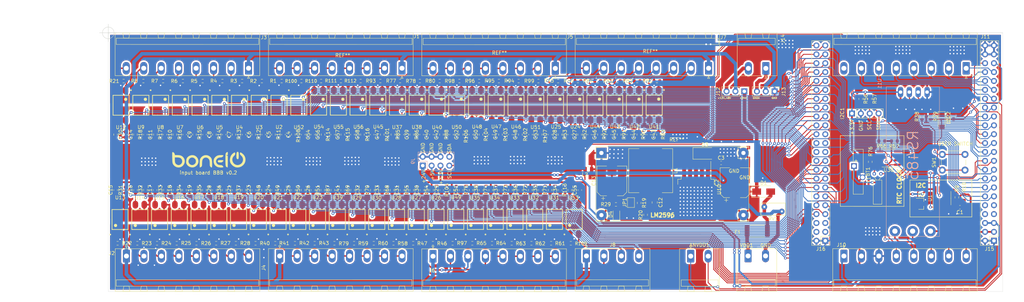
<source format=kicad_pcb>
(kicad_pcb (version 20171130) (host pcbnew "(5.1.6)-1")
  (layers (0 F.Cu signal) (31 B.Cu signal) (34 B.Paste user) (35 F.Paste user) (36 B.SilkS user) (37 F.SilkS user) (38 B.Mask user) (39 F.Mask user) (44 Edge.Cuts user))
  (net 0 "")
  (net 1 VDD_ADC)
  (net 2 GND_ADC)
  (net 3 GND)
  (net 4 "Net-(BT1-Pad1)")
  (net 5 +3V3)
  (net 6 +24V)
  (net 7 Earth)
  (net 8 P8.45)
  (net 9 P8.44)
  (net 10 P8.43)
  (net 11 P8.42)
  (net 12 P8.41)
  (net 13 P8.40)
  (net 14 P8.39)
  (net 15 P8.38)
  (net 16 +5V)
  (net 17 "Net-(C12-Pad2)")
  (net 18 P8.37)
  (net 19 P8.36)
  (net 20 P8.35)
  (net 21 P8.34)
  (net 22 P8.33)
  (net 23 P8.32)
  (net 24 P8.31)
  (net 25 P8.30)
  (net 26 P9.41)
  (net 27 P8.29)
  (net 28 P8.28)
  (net 29 P8.27)
  (net 30 P8.26)
  (net 31 P9.15)
  (net 32 P9.16)
  (net 33 P8.18)
  (net 34 P8.17)
  (net 35 P8.11)
  (net 36 P8.10)
  (net 37 P8.09)
  (net 38 P8.08)
  (net 39 P9.28)
  (net 40 P9.27)
  (net 41 P9.11)
  (net 42 P9.12)
  (net 43 P9.13)
  (net 44 P9.14)
  (net 45 P9.29)
  (net 46 P9.18)
  (net 47 P9.21)
  (net 48 P9.22)
  (net 49 P9.23)
  (net 50 P9.17)
  (net 51 P8.46)
  (net 52 P9.42)
  (net 53 P9.31)
  (net 54 P9.30)
  (net 55 "Net-(D1-Pad2)")
  (net 56 SCL_OUT)
  (net 57 SDA_OUT)
  (net 58 "Net-(D3-Pad1)")
  (net 59 "Net-(D4-Pad2)")
  (net 60 VCC)
  (net 61 SCL)
  (net 62 SDA)
  (net 63 P8.36_OUT)
  (net 64 P8.33_OUT)
  (net 65 P8.37_OUT)
  (net 66 P8.39_OUT)
  (net 67 P8.35_OUT)
  (net 68 P8.38_OUT)
  (net 69 VDD)
  (net 70 P8.34_OUT)
  (net 71 P9.16_OUT)
  (net 72 P9.12_OUT)
  (net 73 P9.15_OUT)
  (net 74 P9.11_OUT)
  (net 75 P9.13_OUT)
  (net 76 P8.18_OUT)
  (net 77 P9.14_OUT)
  (net 78 P8.27_OUT)
  (net 79 P8.31_OUT)
  (net 80 P8.28_OUT)
  (net 81 P8.32_OUT)
  (net 82 P8.30_OUT)
  (net 83 P8.26_OUT)
  (net 84 P8.29_OUT)
  (net 85 P8.11_OUT)
  (net 86 P8.16_OUT)
  (net 87 P8.12_OUT)
  (net 88 P8.17_OUT)
  (net 89 P8.15_OUT)
  (net 90 P8.10_OUT)
  (net 91 P8.14_OUT)
  (net 92 P8.41_OUT)
  (net 93 P8.45_OUT)
  (net 94 P8.42_OUT)
  (net 95 P8.46_OUT)
  (net 96 P8.44_OUT)
  (net 97 P8.40_OUT)
  (net 98 P8.43_OUT)
  (net 99 P9.42_OUT)
  (net 100 P9.29_OUT)
  (net 101 P8.07_OUT)
  (net 102 P8.09_OUT)
  (net 103 P9.31_OUT)
  (net 104 P8.08_OUT)
  (net 105 P9.30_OUT)
  (net 106 P9.23_OUT)
  (net 107 P9.27_OUT)
  (net 108 P9.28_OUT)
  (net 109 P9.17_OUT)
  (net 110 P9.25_OUT)
  (net 111 P9.18_OUT)
  (net 112 P9.21_OUT)
  (net 113 P9.22_OUT)
  (net 114 B-)
  (net 115 A+)
  (net 116 GNDD)
  (net 117 P9.33)
  (net 118 P9.39)
  (net 119 P9.37)
  (net 120 P9.36)
  (net 121 P9.40)
  (net 122 P9.38)
  (net 123 P9.35)
  (net 124 +48V)
  (net 125 GNDA)
  (net 126 GND1)
  (net 127 RX)
  (net 128 P9.25)
  (net 129 TX)
  (net 130 "Net-(J15-Pad10)")
  (net 131 "Net-(J15-Pad9)")
  (net 132 "Net-(J15-Pad8)")
  (net 133 "Net-(J15-Pad7)")
  (net 134 P8.03)
  (net 135 P8.04)
  (net 136 P8.05)
  (net 137 P8.06)
  (net 138 P8.07)
  (net 139 P8.12)
  (net 140 P8.13)
  (net 141 P8.14)
  (net 142 P8.15)
  (net 143 P8.16)
  (net 144 P8.19)
  (net 145 P8.20)
  (net 146 P8.21)
  (net 147 P8.22)
  (net 148 P8.23)
  (net 149 P8.24)
  (net 150 P8.25)
  (net 151 "Net-(R1-Pad1)")
  (net 152 "Net-(R2-Pad1)")
  (net 153 "Net-(R3-Pad1)")
  (net 154 "Net-(R4-Pad1)")
  (net 155 "Net-(R5-Pad1)")
  (net 156 "Net-(R6-Pad1)")
  (net 157 "Net-(R7-Pad1)")
  (net 158 "Net-(R8-Pad1)")
  (net 159 "Net-(R21-Pad1)")
  (net 160 "Net-(R22-Pad1)")
  (net 161 "Net-(R23-Pad1)")
  (net 162 "Net-(R24-Pad1)")
  (net 163 "Net-(R25-Pad1)")
  (net 164 "Net-(R26-Pad1)")
  (net 165 "Net-(R27-Pad1)")
  (net 166 "Net-(R28-Pad1)")
  (net 167 "Net-(R38-Pad1)")
  (net 168 "Net-(R40-Pad1)")
  (net 169 "Net-(R41-Pad1)")
  (net 170 "Net-(R42-Pad1)")
  (net 171 "Net-(R43-Pad1)")
  (net 172 "Net-(R44-Pad1)")
  (net 173 "Net-(R45-Pad1)")
  (net 174 "Net-(R46-Pad1)")
  (net 175 "Net-(R47-Pad1)")
  (net 176 "Net-(R58-Pad1)")
  (net 177 "Net-(R59-Pad1)")
  (net 178 "Net-(R60-Pad1)")
  (net 179 "Net-(R61-Pad1)")
  (net 180 "Net-(R62-Pad1)")
  (net 181 "Net-(R63-Pad1)")
  (net 182 "Net-(R64-Pad1)")
  (net 183 "Net-(R65-Pad1)")
  (net 184 "Net-(R76-Pad2)")
  (net 185 "Net-(R77-Pad1)")
  (net 186 "Net-(R78-Pad1)")
  (net 187 "Net-(R79-Pad1)")
  (net 188 "Net-(R80-Pad1)")
  (net 189 "Net-(R81-Pad1)")
  (net 190 "Net-(R82-Pad1)")
  (net 191 "Net-(R83-Pad1)")
  (net 192 "Net-(R84-Pad1)")
  (net 193 "Net-(R93-Pad1)")
  (net 194 "Net-(R94-Pad1)")
  (net 195 "Net-(R95-Pad1)")
  (net 196 "Net-(R96-Pad1)")
  (net 197 "Net-(R97-Pad1)")
  (net 198 "Net-(R98-Pad1)")
  (net 199 "Net-(R99-Pad1)")
  (net 200 "Net-(R100-Pad1)")
  (net 201 "Net-(R109-Pad1)")
  (net 202 "Net-(R110-Pad1)")
  (net 203 "Net-(R111-Pad1)")
  (net 204 "Net-(R112-Pad1)")
  (net 205 "Net-(U36-Pad2)")
  (net 206 "Net-(U36-Pad1)")
  (net 207 P8.19_OUT)
  (net 208 P8.13_OUT)
  (net 209 "Net-(J11-Pad8)")
  (module boneIO:SOT254P975X400-4N (layer F.Cu) (at 124.74 99.7 90)
    (fp_text reference U35 (at 6.2 -0.12 180) (layer F.SilkS) (effects (font (size 1.001874 1.001874))))
    (fp_text value PC817X2NIP0F)
    (pad 1 smd oval (at -4.25 -1.27 90) (size 2.25 1.6) (layers F.Cu F.Paste F.Mask) (net 183 "Net-(R65-Pad1)"))
    (pad 2 smd oval (at -4.25 1.27 90) (size 2.25 1.6) (layers F.Cu F.Paste F.Mask) (net 87 P8.12_OUT))
    (pad 3 smd oval (at 4.25 1.27 90) (size 2.25 1.6) (layers F.Cu F.Paste F.Mask) (net 3 GND))
    (pad 4 smd oval (at 4.25 -1.27 90) (size 2.25 1.6) (layers F.Cu F.Paste F.Mask) (net 139 P8.12))
  )
  (module boneIO:SOT254P975X400-4N (layer F.Cu) (at 91.13 67 270)
    (fp_text reference U56 (at 6.225 -0.12 180) (layer F.SilkS) (effects (font (size 1.001874 1.001874))))
    (fp_text value PC817X2NIP0F)
    (pad 1 smd oval (at -4.25 -1.27 270) (size 2.25 1.6) (layers F.Cu F.Paste F.Mask) (net 204 "Net-(R112-Pad1)"))
    (pad 2 smd oval (at -4.25 1.27 270) (size 2.25 1.6) (layers F.Cu F.Paste F.Mask) (net 105 P9.30_OUT))
    (pad 3 smd oval (at 4.25 1.27 270) (size 2.25 1.6) (layers F.Cu F.Paste F.Mask) (net 3 GND))
    (pad 4 smd oval (at 4.25 -1.27 270) (size 2.25 1.6) (layers F.Cu F.Paste F.Mask) (net 54 P9.30))
  )
  (module boneIO:SOT254P975X400-4N (layer F.Cu) (at 85.49 67 270)
    (fp_text reference U55 (at 6.225 -0.045 180) (layer F.SilkS) (effects (font (size 1.001874 1.001874))))
    (fp_text value PC817X2NIP0F)
    (pad 1 smd oval (at -4.25 -1.27 270) (size 2.25 1.6) (layers F.Cu F.Paste F.Mask) (net 203 "Net-(R111-Pad1)"))
    (pad 2 smd oval (at -4.25 1.27 270) (size 2.25 1.6) (layers F.Cu F.Paste F.Mask) (net 103 P9.31_OUT))
    (pad 3 smd oval (at 4.25 1.27 270) (size 2.25 1.6) (layers F.Cu F.Paste F.Mask) (net 3 GND))
    (pad 4 smd oval (at 4.25 -1.27 270) (size 2.25 1.6) (layers F.Cu F.Paste F.Mask) (net 53 P9.31))
  )
  (module boneIO:SOT254P975X400-4N (layer F.Cu) (at 79.84 67 270)
    (fp_text reference U54 (at 6.2 -0.07 180) (layer F.SilkS) (effects (font (size 1.001874 1.001874))))
    (fp_text value PC817X2NIP0F)
    (pad 1 smd oval (at -4.25 -1.27 270) (size 2.25 1.6) (layers F.Cu F.Paste F.Mask) (net 202 "Net-(R110-Pad1)"))
    (pad 2 smd oval (at -4.25 1.27 270) (size 2.25 1.6) (layers F.Cu F.Paste F.Mask) (net 99 P9.42_OUT))
    (pad 3 smd oval (at 4.25 1.27 270) (size 2.25 1.6) (layers F.Cu F.Paste F.Mask) (net 3 GND))
    (pad 4 smd oval (at 4.25 -1.27 270) (size 2.25 1.6) (layers F.Cu F.Paste F.Mask) (net 52 P9.42))
  )
  (module boneIO:SOT254P975X400-4N (layer F.Cu) (at 152.99 99.68 90)
    (fp_text reference U53 (at 6.2 -0.195 180) (layer F.SilkS) (effects (font (size 1.001874 1.001874))))
    (fp_text value PC817X2NIP0F)
    (pad 1 smd oval (at -4.25 -1.27 90) (size 2.25 1.6) (layers F.Cu F.Paste F.Mask) (net 201 "Net-(R109-Pad1)"))
    (pad 2 smd oval (at -4.25 1.27 90) (size 2.25 1.6) (layers F.Cu F.Paste F.Mask) (net 101 P8.07_OUT))
    (pad 3 smd oval (at 4.25 1.27 90) (size 2.25 1.6) (layers F.Cu F.Paste F.Mask) (net 3 GND))
    (pad 4 smd oval (at 4.25 -1.27 90) (size 2.25 1.6) (layers F.Cu F.Paste F.Mask) (net 138 P8.07))
  )
  (module boneIO:SOT254P975X400-4N (layer F.Cu) (at 74.18 67.015 270)
    (fp_text reference U52 (at 6.3 -0.005 180) (layer F.SilkS) (effects (font (size 1.001874 1.001874))))
    (fp_text value PC817X2NIP0F)
    (pad 1 smd oval (at -4.25 -1.27 270) (size 2.25 1.6) (layers F.Cu F.Paste F.Mask) (net 200 "Net-(R100-Pad1)"))
    (pad 2 smd oval (at -4.25 1.27 270) (size 2.25 1.6) (layers F.Cu F.Paste F.Mask) (net 95 P8.46_OUT))
    (pad 3 smd oval (at 4.25 1.27 270) (size 2.25 1.6) (layers F.Cu F.Paste F.Mask) (net 3 GND))
    (pad 4 smd oval (at 4.25 -1.27 270) (size 2.25 1.6) (layers F.Cu F.Paste F.Mask) (net 51 P8.46))
  )
  (module boneIO:SOT254P975X400-4N (layer F.Cu) (at 141.98 66.985 270)
    (fp_text reference U51 (at 6.3 0.045 180) (layer F.SilkS) (effects (font (size 1.001874 1.001874))))
    (fp_text value PC817X2NIP0F)
    (pad 1 smd oval (at -4.25 -1.27 270) (size 2.25 1.6) (layers F.Cu F.Paste F.Mask) (net 199 "Net-(R99-Pad1)"))
    (pad 2 smd oval (at -4.25 1.27 270) (size 2.25 1.6) (layers F.Cu F.Paste F.Mask) (net 109 P9.17_OUT))
    (pad 3 smd oval (at 4.25 1.27 270) (size 2.25 1.6) (layers F.Cu F.Paste F.Mask) (net 3 GND))
    (pad 4 smd oval (at 4.25 -1.27 270) (size 2.25 1.6) (layers F.Cu F.Paste F.Mask) (net 50 P9.17))
  )
  (module boneIO:SOT254P975X400-4N (layer F.Cu) (at 119.37 66.995 270)
    (fp_text reference U50 (at 6.275 0.02 180) (layer F.SilkS) (effects (font (size 1.001874 1.001874))))
    (fp_text value PC817X2NIP0F)
    (pad 1 smd oval (at -4.25 -1.27 270) (size 2.25 1.6) (layers F.Cu F.Paste F.Mask) (net 198 "Net-(R98-Pad1)"))
    (pad 2 smd oval (at -4.25 1.27 270) (size 2.25 1.6) (layers F.Cu F.Paste F.Mask) (net 106 P9.23_OUT))
    (pad 3 smd oval (at 4.25 1.27 270) (size 2.25 1.6) (layers F.Cu F.Paste F.Mask) (net 3 GND))
    (pad 4 smd oval (at 4.25 -1.27 270) (size 2.25 1.6) (layers F.Cu F.Paste F.Mask) (net 49 P9.23))
  )
  (module boneIO:SOT254P975X400-4N (layer F.Cu) (at 119.09 99.695 90)
    (fp_text reference U49 (at 6.35 0.12 180) (layer F.SilkS) (effects (font (size 1.001874 1.001874))))
    (fp_text value PC817X2NIP0F)
    (pad 1 smd oval (at -4.25 -1.27 90) (size 2.25 1.6) (layers F.Cu F.Paste F.Mask) (net 197 "Net-(R97-Pad1)"))
    (pad 2 smd oval (at -4.25 1.27 90) (size 2.25 1.6) (layers F.Cu F.Paste F.Mask) (net 208 P8.13_OUT))
    (pad 3 smd oval (at 4.25 1.27 90) (size 2.25 1.6) (layers F.Cu F.Paste F.Mask) (net 3 GND))
    (pad 4 smd oval (at 4.25 -1.27 90) (size 2.25 1.6) (layers F.Cu F.Paste F.Mask) (net 140 P8.13))
  )
  (module boneIO:SOT254P975X400-4N (layer F.Cu) (at 125.025 66.99 270)
    (fp_text reference U48 (at 6.2 -0.145 180) (layer F.SilkS) (effects (font (size 1.001874 1.001874))))
    (fp_text value PC817X2NIP0F)
    (pad 1 smd oval (at -4.25 -1.27 270) (size 2.25 1.6) (layers F.Cu F.Paste F.Mask) (net 196 "Net-(R96-Pad1)"))
    (pad 2 smd oval (at -4.25 1.27 270) (size 2.25 1.6) (layers F.Cu F.Paste F.Mask) (net 113 P9.22_OUT))
    (pad 3 smd oval (at 4.25 1.27 270) (size 2.25 1.6) (layers F.Cu F.Paste F.Mask) (net 3 GND))
    (pad 4 smd oval (at 4.25 -1.27 270) (size 2.25 1.6) (layers F.Cu F.Paste F.Mask) (net 48 P9.22))
  )
  (module boneIO:SOT254P975X400-4N (layer F.Cu) (at 130.675 66.99 270)
    (fp_text reference U47 (at 6.175 -0.045 180) (layer F.SilkS) (effects (font (size 1.001874 1.001874))))
    (fp_text value PC817X2NIP0F)
    (pad 1 smd oval (at -4.25 -1.27 270) (size 2.25 1.6) (layers F.Cu F.Paste F.Mask) (net 195 "Net-(R95-Pad1)"))
    (pad 2 smd oval (at -4.25 1.27 270) (size 2.25 1.6) (layers F.Cu F.Paste F.Mask) (net 112 P9.21_OUT))
    (pad 3 smd oval (at 4.25 1.27 270) (size 2.25 1.6) (layers F.Cu F.Paste F.Mask) (net 3 GND))
    (pad 4 smd oval (at 4.25 -1.27 270) (size 2.25 1.6) (layers F.Cu F.Paste F.Mask) (net 47 P9.21))
  )
  (module boneIO:SOT254P975X400-4N (layer F.Cu) (at 136.33 66.99 270)
    (fp_text reference U46 (at 6.2 -0.05 180) (layer F.SilkS) (effects (font (size 1.001874 1.001874))))
    (fp_text value PC817X2NIP0F)
    (pad 1 smd oval (at -4.25 -1.27 270) (size 2.25 1.6) (layers F.Cu F.Paste F.Mask) (net 194 "Net-(R94-Pad1)"))
    (pad 2 smd oval (at -4.25 1.27 270) (size 2.25 1.6) (layers F.Cu F.Paste F.Mask) (net 111 P9.18_OUT))
    (pad 3 smd oval (at 4.25 1.27 270) (size 2.25 1.6) (layers F.Cu F.Paste F.Mask) (net 3 GND))
    (pad 4 smd oval (at 4.25 -1.27 270) (size 2.25 1.6) (layers F.Cu F.Paste F.Mask) (net 46 P9.18))
  )
  (module boneIO:SOT254P975X400-4N (layer F.Cu) (at 96.78 67 270)
    (fp_text reference U45 (at 6.2 -0.12 180) (layer F.SilkS) (effects (font (size 1.001874 1.001874))))
    (fp_text value PC817X2NIP0F)
    (pad 1 smd oval (at -4.25 -1.27 270) (size 2.25 1.6) (layers F.Cu F.Paste F.Mask) (net 193 "Net-(R93-Pad1)"))
    (pad 2 smd oval (at -4.25 1.27 270) (size 2.25 1.6) (layers F.Cu F.Paste F.Mask) (net 100 P9.29_OUT))
    (pad 3 smd oval (at 4.25 1.27 270) (size 2.25 1.6) (layers F.Cu F.Paste F.Mask) (net 3 GND))
    (pad 4 smd oval (at 4.25 -1.27 270) (size 2.25 1.6) (layers F.Cu F.Paste F.Mask) (net 45 P9.29))
  )
  (module boneIO:SOT254P975X400-4N (layer F.Cu) (at 158.93 66.985 270)
    (fp_text reference U44 (at 6.2 -0.07 180) (layer F.SilkS) (effects (font (size 1.001874 1.001874))))
    (fp_text value PC817X2NIP0F)
    (pad 1 smd oval (at -4.25 -1.27 270) (size 2.25 1.6) (layers F.Cu F.Paste F.Mask) (net 192 "Net-(R84-Pad1)"))
    (pad 2 smd oval (at -4.25 1.27 270) (size 2.25 1.6) (layers F.Cu F.Paste F.Mask) (net 77 P9.14_OUT))
    (pad 3 smd oval (at 4.25 1.27 270) (size 2.25 1.6) (layers F.Cu F.Paste F.Mask) (net 3 GND))
    (pad 4 smd oval (at 4.25 -1.27 270) (size 2.25 1.6) (layers F.Cu F.Paste F.Mask) (net 44 P9.14))
  )
  (module boneIO:SOT254P975X400-4N (layer F.Cu) (at 164.58 66.985 270)
    (fp_text reference U43 (at 6.2 -0.12 180) (layer F.SilkS) (effects (font (size 1.001874 1.001874))))
    (fp_text value PC817X2NIP0F)
    (pad 1 smd oval (at -4.25 -1.27 270) (size 2.25 1.6) (layers F.Cu F.Paste F.Mask) (net 191 "Net-(R83-Pad1)"))
    (pad 2 smd oval (at -4.25 1.27 270) (size 2.25 1.6) (layers F.Cu F.Paste F.Mask) (net 75 P9.13_OUT))
    (pad 3 smd oval (at 4.25 1.27 270) (size 2.25 1.6) (layers F.Cu F.Paste F.Mask) (net 3 GND))
    (pad 4 smd oval (at 4.25 -1.27 270) (size 2.25 1.6) (layers F.Cu F.Paste F.Mask) (net 43 P9.13))
  )
  (module boneIO:SOT254P975X400-4N (layer F.Cu) (at 170.23 66.985 270)
    (fp_text reference U42 (at 6.175 -0.02 180) (layer F.SilkS) (effects (font (size 1.001874 1.001874))))
    (fp_text value PC817X2NIP0F)
    (pad 1 smd oval (at -4.25 -1.27 270) (size 2.25 1.6) (layers F.Cu F.Paste F.Mask) (net 190 "Net-(R82-Pad1)"))
    (pad 2 smd oval (at -4.25 1.27 270) (size 2.25 1.6) (layers F.Cu F.Paste F.Mask) (net 72 P9.12_OUT))
    (pad 3 smd oval (at 4.25 1.27 270) (size 2.25 1.6) (layers F.Cu F.Paste F.Mask) (net 3 GND))
    (pad 4 smd oval (at 4.25 -1.27 270) (size 2.25 1.6) (layers F.Cu F.Paste F.Mask) (net 42 P9.12))
  )
  (module boneIO:SOT254P975X400-4N (layer F.Cu) (at 175.88 66.96 270)
    (fp_text reference U41 (at 6.2 0.055 180) (layer F.SilkS) (effects (font (size 1.001874 1.001874))))
    (fp_text value PC817X2NIP0F)
    (pad 1 smd oval (at -4.25 -1.27 270) (size 2.25 1.6) (layers F.Cu F.Paste F.Mask) (net 189 "Net-(R81-Pad1)"))
    (pad 2 smd oval (at -4.25 1.27 270) (size 2.25 1.6) (layers F.Cu F.Paste F.Mask) (net 74 P9.11_OUT))
    (pad 3 smd oval (at 4.25 1.27 270) (size 2.25 1.6) (layers F.Cu F.Paste F.Mask) (net 3 GND))
    (pad 4 smd oval (at 4.25 -1.27 270) (size 2.25 1.6) (layers F.Cu F.Paste F.Mask) (net 41 P9.11))
  )
  (module boneIO:SOT254P975X400-4N (layer F.Cu) (at 113.72 66.995 270)
    (fp_text reference U40 (at 6.325 -0.005 180) (layer F.SilkS) (effects (font (size 1.001874 1.001874))))
    (fp_text value PC817X2NIP0F)
    (pad 1 smd oval (at -4.25 -1.27 270) (size 2.25 1.6) (layers F.Cu F.Paste F.Mask) (net 188 "Net-(R80-Pad1)"))
    (pad 2 smd oval (at -4.25 1.27 270) (size 2.25 1.6) (layers F.Cu F.Paste F.Mask) (net 110 P9.25_OUT))
    (pad 3 smd oval (at 4.25 1.27 270) (size 2.25 1.6) (layers F.Cu F.Paste F.Mask) (net 3 GND))
    (pad 4 smd oval (at 4.25 -1.27 270) (size 2.25 1.6) (layers F.Cu F.Paste F.Mask) (net 128 P9.25))
  )
  (module boneIO:SOT254P975X400-4N (layer F.Cu) (at 85.19 99.695 90)
    (fp_text reference U39 (at 6.3 0.12 180) (layer F.SilkS) (effects (font (size 1.001874 1.001874))))
    (fp_text value PC817X2NIP0F)
    (pad 1 smd oval (at -4.25 -1.27 90) (size 2.25 1.6) (layers F.Cu F.Paste F.Mask) (net 187 "Net-(R79-Pad1)"))
    (pad 2 smd oval (at -4.25 1.27 90) (size 2.25 1.6) (layers F.Cu F.Paste F.Mask) (net 207 P8.19_OUT))
    (pad 3 smd oval (at 4.25 1.27 90) (size 2.25 1.6) (layers F.Cu F.Paste F.Mask) (net 3 GND))
    (pad 4 smd oval (at 4.25 -1.27 90) (size 2.25 1.6) (layers F.Cu F.Paste F.Mask) (net 144 P8.19))
  )
  (module boneIO:SOT254P975X400-4N (layer F.Cu) (at 108.07 66.995 270)
    (fp_text reference U38 (at 6.275 0.12 180) (layer F.SilkS) (effects (font (size 1.001874 1.001874))))
    (fp_text value PC817X2NIP0F)
    (pad 1 smd oval (at -4.25 -1.27 270) (size 2.25 1.6) (layers F.Cu F.Paste F.Mask) (net 186 "Net-(R78-Pad1)"))
    (pad 2 smd oval (at -4.25 1.27 270) (size 2.25 1.6) (layers F.Cu F.Paste F.Mask) (net 107 P9.27_OUT))
    (pad 3 smd oval (at 4.25 1.27 270) (size 2.25 1.6) (layers F.Cu F.Paste F.Mask) (net 3 GND))
    (pad 4 smd oval (at 4.25 -1.27 270) (size 2.25 1.6) (layers F.Cu F.Paste F.Mask) (net 40 P9.27))
  )
  (module boneIO:SOT254P975X400-4N (layer F.Cu) (at 102.42 66.995 270)
    (fp_text reference U37 (at 6.3 0.095 180) (layer F.SilkS) (effects (font (size 1.001874 1.001874))))
    (fp_text value PC817X2NIP0F)
    (pad 1 smd oval (at -4.25 -1.27 270) (size 2.25 1.6) (layers F.Cu F.Paste F.Mask) (net 185 "Net-(R77-Pad1)"))
    (pad 2 smd oval (at -4.25 1.27 270) (size 2.25 1.6) (layers F.Cu F.Paste F.Mask) (net 108 P9.28_OUT))
    (pad 3 smd oval (at 4.25 1.27 270) (size 2.25 1.6) (layers F.Cu F.Paste F.Mask) (net 3 GND))
    (pad 4 smd oval (at 4.25 -1.27 270) (size 2.25 1.6) (layers F.Cu F.Paste F.Mask) (net 39 P9.28))
  )
  (module boneIO:SOT254P975X400-4N (layer F.Cu) (at 130.39 99.69 90)
    (fp_text reference U34 (at 6.225 -0.095 180) (layer F.SilkS) (effects (font (size 1.001874 1.001874))))
    (fp_text value PC817X2NIP0F)
    (pad 1 smd oval (at -4.25 -1.27 90) (size 2.25 1.6) (layers F.Cu F.Paste F.Mask) (net 182 "Net-(R64-Pad1)"))
    (pad 2 smd oval (at -4.25 1.27 90) (size 2.25 1.6) (layers F.Cu F.Paste F.Mask) (net 85 P8.11_OUT))
    (pad 3 smd oval (at 4.25 1.27 90) (size 2.25 1.6) (layers F.Cu F.Paste F.Mask) (net 3 GND))
    (pad 4 smd oval (at 4.25 -1.27 90) (size 2.25 1.6) (layers F.Cu F.Paste F.Mask) (net 35 P8.11))
  )
  (module boneIO:SOT254P975X400-4N (layer F.Cu) (at 136.04 99.69 90)
    (fp_text reference U33 (at 6.2 -0.095 180) (layer F.SilkS) (effects (font (size 1.001874 1.001874))))
    (fp_text value PC817X2NIP0F)
    (pad 1 smd oval (at -4.25 -1.27 90) (size 2.25 1.6) (layers F.Cu F.Paste F.Mask) (net 181 "Net-(R63-Pad1)"))
    (pad 2 smd oval (at -4.25 1.27 90) (size 2.25 1.6) (layers F.Cu F.Paste F.Mask) (net 90 P8.10_OUT))
    (pad 3 smd oval (at 4.25 1.27 90) (size 2.25 1.6) (layers F.Cu F.Paste F.Mask) (net 3 GND))
    (pad 4 smd oval (at 4.25 -1.27 90) (size 2.25 1.6) (layers F.Cu F.Paste F.Mask) (net 36 P8.10))
  )
  (module boneIO:SOT254P975X400-4N (layer F.Cu) (at 141.69 99.69 90)
    (fp_text reference U32 (at 6.225 -0.27 180) (layer F.SilkS) (effects (font (size 1.001874 1.001874))))
    (fp_text value PC817X2NIP0F)
    (pad 1 smd oval (at -4.25 -1.27 90) (size 2.25 1.6) (layers F.Cu F.Paste F.Mask) (net 180 "Net-(R62-Pad1)"))
    (pad 2 smd oval (at -4.25 1.27 90) (size 2.25 1.6) (layers F.Cu F.Paste F.Mask) (net 102 P8.09_OUT))
    (pad 3 smd oval (at 4.25 1.27 90) (size 2.25 1.6) (layers F.Cu F.Paste F.Mask) (net 3 GND))
    (pad 4 smd oval (at 4.25 -1.27 90) (size 2.25 1.6) (layers F.Cu F.Paste F.Mask) (net 37 P8.09))
  )
  (module boneIO:SOT254P975X400-4N (layer F.Cu) (at 147.34 99.68 90)
    (fp_text reference U31 (at 6.225 -0.07 180) (layer F.SilkS) (effects (font (size 1.001874 1.001874))))
    (fp_text value PC817X2NIP0F)
    (pad 1 smd oval (at -4.25 -1.27 90) (size 2.25 1.6) (layers F.Cu F.Paste F.Mask) (net 179 "Net-(R61-Pad1)"))
    (pad 2 smd oval (at -4.25 1.27 90) (size 2.25 1.6) (layers F.Cu F.Paste F.Mask) (net 104 P8.08_OUT))
    (pad 3 smd oval (at 4.25 1.27 90) (size 2.25 1.6) (layers F.Cu F.Paste F.Mask) (net 3 GND))
    (pad 4 smd oval (at 4.25 -1.27 90) (size 2.25 1.6) (layers F.Cu F.Paste F.Mask) (net 38 P8.08))
  )
  (module boneIO:SOT254P975X400-4N (layer F.Cu) (at 96.49 99.695 90)
    (fp_text reference U30 (at 6.2 -0.095 180) (layer F.SilkS) (effects (font (size 1.001874 1.001874))))
    (fp_text value PC817X2NIP0F)
    (pad 1 smd oval (at -4.25 -1.27 90) (size 2.25 1.6) (layers F.Cu F.Paste F.Mask) (net 178 "Net-(R60-Pad1)"))
    (pad 2 smd oval (at -4.25 1.27 90) (size 2.25 1.6) (layers F.Cu F.Paste F.Mask) (net 88 P8.17_OUT))
    (pad 3 smd oval (at 4.25 1.27 90) (size 2.25 1.6) (layers F.Cu F.Paste F.Mask) (net 3 GND))
    (pad 4 smd oval (at 4.25 -1.27 90) (size 2.25 1.6) (layers F.Cu F.Paste F.Mask) (net 34 P8.17))
  )
  (module boneIO:SOT254P975X400-4N (layer F.Cu) (at 90.84 99.695 90)
    (fp_text reference U29 (at 6.2 -0.12 180) (layer F.SilkS) (effects (font (size 1.001874 1.001874))))
    (fp_text value PC817X2NIP0F)
    (pad 1 smd oval (at -4.25 -1.27 90) (size 2.25 1.6) (layers F.Cu F.Paste F.Mask) (net 177 "Net-(R59-Pad1)"))
    (pad 2 smd oval (at -4.25 1.27 90) (size 2.25 1.6) (layers F.Cu F.Paste F.Mask) (net 76 P8.18_OUT))
    (pad 3 smd oval (at 4.25 1.27 90) (size 2.25 1.6) (layers F.Cu F.Paste F.Mask) (net 3 GND))
    (pad 4 smd oval (at 4.25 -1.27 90) (size 2.25 1.6) (layers F.Cu F.Paste F.Mask) (net 33 P8.18))
  )
  (module boneIO:SOT254P975X400-4N (layer F.Cu) (at 102.14 99.695 90)
    (fp_text reference U28 (at 6.225 -0.045 180) (layer F.SilkS) (effects (font (size 1.001874 1.001874))))
    (fp_text value PC817X2NIP0F)
    (pad 1 smd oval (at -4.25 -1.27 90) (size 2.25 1.6) (layers F.Cu F.Paste F.Mask) (net 176 "Net-(R58-Pad1)"))
    (pad 2 smd oval (at -4.25 1.27 90) (size 2.25 1.6) (layers F.Cu F.Paste F.Mask) (net 86 P8.16_OUT))
    (pad 3 smd oval (at 4.25 1.27 90) (size 2.25 1.6) (layers F.Cu F.Paste F.Mask) (net 3 GND))
    (pad 4 smd oval (at 4.25 -1.27 90) (size 2.25 1.6) (layers F.Cu F.Paste F.Mask) (net 143 P8.16))
  )
  (module boneIO:SOT254P975X400-4N (layer F.Cu) (at 107.79 99.695 90)
    (fp_text reference U27 (at 6.25 -0.02 180) (layer F.SilkS) (effects (font (size 1.001874 1.001874))))
    (fp_text value PC817X2NIP0F)
    (pad 1 smd oval (at -4.25 -1.27 90) (size 2.25 1.6) (layers F.Cu F.Paste F.Mask) (net 175 "Net-(R47-Pad1)"))
    (pad 2 smd oval (at -4.25 1.27 90) (size 2.25 1.6) (layers F.Cu F.Paste F.Mask) (net 89 P8.15_OUT))
    (pad 3 smd oval (at 4.25 1.27 90) (size 2.25 1.6) (layers F.Cu F.Paste F.Mask) (net 3 GND))
    (pad 4 smd oval (at 4.25 -1.27 90) (size 2.25 1.6) (layers F.Cu F.Paste F.Mask) (net 142 P8.15))
  )
  (module boneIO:SOT254P975X400-4N (layer F.Cu) (at 113.44 99.695 90)
    (fp_text reference U26 (at 6.225 0.03 180) (layer F.SilkS) (effects (font (size 1.001874 1.001874))))
    (fp_text value PC817X2NIP0F)
    (pad 1 smd oval (at -4.25 -1.27 90) (size 2.25 1.6) (layers F.Cu F.Paste F.Mask) (net 174 "Net-(R46-Pad1)"))
    (pad 2 smd oval (at -4.25 1.27 90) (size 2.25 1.6) (layers F.Cu F.Paste F.Mask) (net 91 P8.14_OUT))
    (pad 3 smd oval (at 4.25 1.27 90) (size 2.25 1.6) (layers F.Cu F.Paste F.Mask) (net 3 GND))
    (pad 4 smd oval (at 4.25 -1.27 90) (size 2.25 1.6) (layers F.Cu F.Paste F.Mask) (net 141 P8.14))
  )
  (module boneIO:SOT254P975X400-4N (layer F.Cu) (at 147.63 66.985 270)
    (fp_text reference U25 (at 6.2 -0.145 180) (layer F.SilkS) (effects (font (size 1.001874 1.001874))))
    (fp_text value PC817X2NIP0F)
    (pad 1 smd oval (at -4.25 -1.27 270) (size 2.25 1.6) (layers F.Cu F.Paste F.Mask) (net 173 "Net-(R45-Pad1)"))
    (pad 2 smd oval (at -4.25 1.27 270) (size 2.25 1.6) (layers F.Cu F.Paste F.Mask) (net 71 P9.16_OUT))
    (pad 3 smd oval (at 4.25 1.27 270) (size 2.25 1.6) (layers F.Cu F.Paste F.Mask) (net 3 GND))
    (pad 4 smd oval (at 4.25 -1.27 270) (size 2.25 1.6) (layers F.Cu F.Paste F.Mask) (net 32 P9.16))
  )
  (module boneIO:SOT254P975X400-4N (layer F.Cu) (at 153.28 66.985 270)
    (fp_text reference U24 (at 6.2 -0.045 180) (layer F.SilkS) (effects (font (size 1.001874 1.001874))))
    (fp_text value PC817X2NIP0F)
    (pad 1 smd oval (at -4.25 -1.27 270) (size 2.25 1.6) (layers F.Cu F.Paste F.Mask) (net 172 "Net-(R44-Pad1)"))
    (pad 2 smd oval (at -4.25 1.27 270) (size 2.25 1.6) (layers F.Cu F.Paste F.Mask) (net 73 P9.15_OUT))
    (pad 3 smd oval (at 4.25 1.27 270) (size 2.25 1.6) (layers F.Cu F.Paste F.Mask) (net 3 GND))
    (pad 4 smd oval (at 4.25 -1.27 270) (size 2.25 1.6) (layers F.Cu F.Paste F.Mask) (net 31 P9.15))
  )
  (module boneIO:SOT254P975X400-4N (layer F.Cu) (at 79.54 99.695 90)
    (fp_text reference U23 (at 6.325 -0.005 180) (layer F.SilkS) (effects (font (size 1.001874 1.001874))))
    (fp_text value PC817X2NIP0F)
    (pad 1 smd oval (at -4.25 -1.27 90) (size 2.25 1.6) (layers F.Cu F.Paste F.Mask) (net 171 "Net-(R43-Pad1)"))
    (pad 2 smd oval (at -4.25 1.27 90) (size 2.25 1.6) (layers F.Cu F.Paste F.Mask) (net 83 P8.26_OUT))
    (pad 3 smd oval (at 4.25 1.27 90) (size 2.25 1.6) (layers F.Cu F.Paste F.Mask) (net 3 GND))
    (pad 4 smd oval (at 4.25 -1.27 90) (size 2.25 1.6) (layers F.Cu F.Paste F.Mask) (net 30 P8.26))
  )
  (module boneIO:SOT254P975X400-4N (layer F.Cu) (at 73.89 99.695 90)
    (fp_text reference U22 (at 6.325 0.045 180) (layer F.SilkS) (effects (font (size 1.001874 1.001874))))
    (fp_text value PC817X2NIP0F)
    (pad 1 smd oval (at -4.25 -1.27 90) (size 2.25 1.6) (layers F.Cu F.Paste F.Mask) (net 170 "Net-(R42-Pad1)"))
    (pad 2 smd oval (at -4.25 1.27 90) (size 2.25 1.6) (layers F.Cu F.Paste F.Mask) (net 78 P8.27_OUT))
    (pad 3 smd oval (at 4.25 1.27 90) (size 2.25 1.6) (layers F.Cu F.Paste F.Mask) (net 3 GND))
    (pad 4 smd oval (at 4.25 -1.27 90) (size 2.25 1.6) (layers F.Cu F.Paste F.Mask) (net 29 P8.27))
  )
  (module boneIO:SOT254P975X400-4N (layer F.Cu) (at 68.24 99.695 90)
    (fp_text reference U21 (at 6.3 0.045 180) (layer F.SilkS) (effects (font (size 1.001874 1.001874))))
    (fp_text value PC817X2NIP0F)
    (pad 1 smd oval (at -4.25 -1.27 90) (size 2.25 1.6) (layers F.Cu F.Paste F.Mask) (net 169 "Net-(R41-Pad1)"))
    (pad 2 smd oval (at -4.25 1.27 90) (size 2.25 1.6) (layers F.Cu F.Paste F.Mask) (net 80 P8.28_OUT))
    (pad 3 smd oval (at 4.25 1.27 90) (size 2.25 1.6) (layers F.Cu F.Paste F.Mask) (net 3 GND))
    (pad 4 smd oval (at 4.25 -1.27 90) (size 2.25 1.6) (layers F.Cu F.Paste F.Mask) (net 28 P8.28))
  )
  (module boneIO:SOT254P975X400-4N (layer F.Cu) (at 62.59 99.695 90)
    (fp_text reference U20 (at 6.325 0.095 180) (layer F.SilkS) (effects (font (size 1.001874 1.001874))))
    (fp_text value PC817X2NIP0F)
    (pad 1 smd oval (at -4.25 -1.27 90) (size 2.25 1.6) (layers F.Cu F.Paste F.Mask) (net 168 "Net-(R40-Pad1)"))
    (pad 2 smd oval (at -4.25 1.27 90) (size 2.25 1.6) (layers F.Cu F.Paste F.Mask) (net 84 P8.29_OUT))
    (pad 3 smd oval (at 4.25 1.27 90) (size 2.25 1.6) (layers F.Cu F.Paste F.Mask) (net 3 GND))
    (pad 4 smd oval (at 4.25 -1.27 90) (size 2.25 1.6) (layers F.Cu F.Paste F.Mask) (net 27 P8.29))
  )
  (module boneIO:SOT254P975X400-4N (layer F.Cu) (at 56.94 99.695 90)
    (fp_text reference U19 (at 6.375 0.02 180) (layer F.SilkS) (effects (font (size 1.001874 1.001874))))
    (fp_text value PC817X2NIP0F)
    (pad 1 smd oval (at -4.25 -1.27 90) (size 2.25 1.6) (layers F.Cu F.Paste F.Mask) (net 166 "Net-(R28-Pad1)"))
    (pad 2 smd oval (at -4.25 1.27 90) (size 2.25 1.6) (layers F.Cu F.Paste F.Mask) (net 82 P8.30_OUT))
    (pad 3 smd oval (at 4.25 1.27 90) (size 2.25 1.6) (layers F.Cu F.Paste F.Mask) (net 3 GND))
    (pad 4 smd oval (at 4.25 -1.27 90) (size 2.25 1.6) (layers F.Cu F.Paste F.Mask) (net 25 P8.30))
  )
  (module boneIO:SOT254P975X400-4N (layer F.Cu) (at 51.29 99.72 90)
    (fp_text reference U18 (at 6.35 0.045 180) (layer F.SilkS) (effects (font (size 1.001874 1.001874))))
    (fp_text value PC817X2NIP0F)
    (pad 1 smd oval (at -4.25 -1.27 90) (size 2.25 1.6) (layers F.Cu F.Paste F.Mask) (net 165 "Net-(R27-Pad1)"))
    (pad 2 smd oval (at -4.25 1.27 90) (size 2.25 1.6) (layers F.Cu F.Paste F.Mask) (net 79 P8.31_OUT))
    (pad 3 smd oval (at 4.25 1.27 90) (size 2.25 1.6) (layers F.Cu F.Paste F.Mask) (net 3 GND))
    (pad 4 smd oval (at 4.25 -1.27 90) (size 2.25 1.6) (layers F.Cu F.Paste F.Mask) (net 24 P8.31))
  )
  (module boneIO:SOT254P975X400-4N (layer F.Cu) (at 45.64 99.715 90)
    (fp_text reference U17 (at 6.325 0.045 180) (layer F.SilkS) (effects (font (size 1.001874 1.001874))))
    (fp_text value PC817X2NIP0F)
    (pad 1 smd oval (at -4.25 -1.27 90) (size 2.25 1.6) (layers F.Cu F.Paste F.Mask) (net 164 "Net-(R26-Pad1)"))
    (pad 2 smd oval (at -4.25 1.27 90) (size 2.25 1.6) (layers F.Cu F.Paste F.Mask) (net 81 P8.32_OUT))
    (pad 3 smd oval (at 4.25 1.27 90) (size 2.25 1.6) (layers F.Cu F.Paste F.Mask) (net 3 GND))
    (pad 4 smd oval (at 4.25 -1.27 90) (size 2.25 1.6) (layers F.Cu F.Paste F.Mask) (net 23 P8.32))
  )
  (module boneIO:SOT254P975X400-4N (layer F.Cu) (at 39.99 99.715 90)
    (fp_text reference U16 (at 6.325 0.02 180) (layer F.SilkS) (effects (font (size 1.001874 1.001874))))
    (fp_text value PC817X2NIP0F)
    (pad 1 smd oval (at -4.25 -1.27 90) (size 2.25 1.6) (layers F.Cu F.Paste F.Mask) (net 163 "Net-(R25-Pad1)"))
    (pad 2 smd oval (at -4.25 1.27 90) (size 2.25 1.6) (layers F.Cu F.Paste F.Mask) (net 64 P8.33_OUT))
    (pad 3 smd oval (at 4.25 1.27 90) (size 2.25 1.6) (layers F.Cu F.Paste F.Mask) (net 3 GND))
    (pad 4 smd oval (at 4.25 -1.27 90) (size 2.25 1.6) (layers F.Cu F.Paste F.Mask) (net 22 P8.33))
  )
  (module boneIO:SOT254P975X400-4N (layer F.Cu) (at 34.34 99.715 90)
    (fp_text reference U15 (at 6.275 0.02 180) (layer F.SilkS) (effects (font (size 1.001874 1.001874))))
    (fp_text value PC817X2NIP0F)
    (pad 1 smd oval (at -4.25 -1.27 90) (size 2.25 1.6) (layers F.Cu F.Paste F.Mask) (net 162 "Net-(R24-Pad1)"))
    (pad 2 smd oval (at -4.25 1.27 90) (size 2.25 1.6) (layers F.Cu F.Paste F.Mask) (net 70 P8.34_OUT))
    (pad 3 smd oval (at 4.25 1.27 90) (size 2.25 1.6) (layers F.Cu F.Paste F.Mask) (net 3 GND))
    (pad 4 smd oval (at 4.25 -1.27 90) (size 2.25 1.6) (layers F.Cu F.Paste F.Mask) (net 21 P8.34))
  )
  (module boneIO:SOT254P975X400-4N (layer F.Cu) (at 28.69 99.715 90)
    (fp_text reference U14 (at 6.25 0.02 180) (layer F.SilkS) (effects (font (size 1.001874 1.001874))))
    (fp_text value PC817X2NIP0F)
    (pad 1 smd oval (at -4.25 -1.27 90) (size 2.25 1.6) (layers F.Cu F.Paste F.Mask) (net 161 "Net-(R23-Pad1)"))
    (pad 2 smd oval (at -4.25 1.27 90) (size 2.25 1.6) (layers F.Cu F.Paste F.Mask) (net 67 P8.35_OUT))
    (pad 3 smd oval (at 4.25 1.27 90) (size 2.25 1.6) (layers F.Cu F.Paste F.Mask) (net 3 GND))
    (pad 4 smd oval (at 4.25 -1.27 90) (size 2.25 1.6) (layers F.Cu F.Paste F.Mask) (net 20 P8.35))
  )
  (module boneIO:SOT254P975X400-4N (layer F.Cu) (at 23.04 99.715 90)
    (fp_text reference U13 (at 6.3 0.045 180) (layer F.SilkS) (effects (font (size 1.001874 1.001874))))
    (fp_text value PC817X2NIP0F)
    (pad 1 smd oval (at -4.25 -1.27 90) (size 2.25 1.6) (layers F.Cu F.Paste F.Mask) (net 160 "Net-(R22-Pad1)"))
    (pad 2 smd oval (at -4.25 1.27 90) (size 2.25 1.6) (layers F.Cu F.Paste F.Mask) (net 63 P8.36_OUT))
    (pad 3 smd oval (at 4.25 1.27 90) (size 2.25 1.6) (layers F.Cu F.Paste F.Mask) (net 3 GND))
    (pad 4 smd oval (at 4.25 -1.27 90) (size 2.25 1.6) (layers F.Cu F.Paste F.Mask) (net 19 P8.36))
  )
  (module boneIO:SOT254P975X400-4N (layer F.Cu) (at 23.33 67.015 270)
    (fp_text reference U12 (at 6.3 0.02 180) (layer F.SilkS) (effects (font (size 1.001874 1.001874))))
    (fp_text value PC817X2NIP0F)
    (pad 1 smd oval (at -4.25 -1.27 270) (size 2.25 1.6) (layers F.Cu F.Paste F.Mask) (net 159 "Net-(R21-Pad1)"))
    (pad 2 smd oval (at -4.25 1.27 270) (size 2.25 1.6) (layers F.Cu F.Paste F.Mask) (net 65 P8.37_OUT))
    (pad 3 smd oval (at 4.25 1.27 270) (size 2.25 1.6) (layers F.Cu F.Paste F.Mask) (net 3 GND))
    (pad 4 smd oval (at 4.25 -1.27 270) (size 2.25 1.6) (layers F.Cu F.Paste F.Mask) (net 18 P8.37))
  )
  (module boneIO:SOT254P975X400-4N (layer F.Cu) (at 28.98 67.015 270)
    (fp_text reference U9 (at 6.275 -0.03 180) (layer F.SilkS) (effects (font (size 1.001874 1.001874))))
    (fp_text value PC817X2NIP0F)
    (pad 1 smd oval (at -4.25 -1.27 270) (size 2.25 1.6) (layers F.Cu F.Paste F.Mask) (net 158 "Net-(R8-Pad1)"))
    (pad 2 smd oval (at -4.25 1.27 270) (size 2.25 1.6) (layers F.Cu F.Paste F.Mask) (net 68 P8.38_OUT))
    (pad 3 smd oval (at 4.25 1.27 270) (size 2.25 1.6) (layers F.Cu F.Paste F.Mask) (net 3 GND))
    (pad 4 smd oval (at 4.25 -1.27 270) (size 2.25 1.6) (layers F.Cu F.Paste F.Mask) (net 15 P8.38))
  )
  (module boneIO:SOT254P975X400-4N (layer F.Cu) (at 34.63 67.015 270)
    (fp_text reference U8 (at 6.3 0.02 180) (layer F.SilkS) (effects (font (size 1.001874 1.001874))))
    (fp_text value PC817X2NIP0F)
    (pad 1 smd oval (at -4.25 -1.27 270) (size 2.25 1.6) (layers F.Cu F.Paste F.Mask) (net 157 "Net-(R7-Pad1)"))
    (pad 2 smd oval (at -4.25 1.27 270) (size 2.25 1.6) (layers F.Cu F.Paste F.Mask) (net 66 P8.39_OUT))
    (pad 3 smd oval (at 4.25 1.27 270) (size 2.25 1.6) (layers F.Cu F.Paste F.Mask) (net 3 GND))
    (pad 4 smd oval (at 4.25 -1.27 270) (size 2.25 1.6) (layers F.Cu F.Paste F.Mask) (net 14 P8.39))
  )
  (module boneIO:SOT254P975X400-4N (layer F.Cu) (at 40.28 67.015 270)
    (fp_text reference U7 (at 6.325 0.12 180) (layer F.SilkS) (effects (font (size 1.001874 1.001874))))
    (fp_text value PC817X2NIP0F)
    (pad 1 smd oval (at -4.25 -1.27 270) (size 2.25 1.6) (layers F.Cu F.Paste F.Mask) (net 156 "Net-(R6-Pad1)"))
    (pad 2 smd oval (at -4.25 1.27 270) (size 2.25 1.6) (layers F.Cu F.Paste F.Mask) (net 97 P8.40_OUT))
    (pad 3 smd oval (at 4.25 1.27 270) (size 2.25 1.6) (layers F.Cu F.Paste F.Mask) (net 3 GND))
    (pad 4 smd oval (at 4.25 -1.27 270) (size 2.25 1.6) (layers F.Cu F.Paste F.Mask) (net 13 P8.40))
  )
  (module boneIO:SOT254P975X400-4N (layer F.Cu) (at 45.93 67.015 270)
    (fp_text reference U6 (at 6.325 -0.03 180) (layer F.SilkS) (effects (font (size 1.001874 1.001874))))
    (fp_text value PC817X2NIP0F)
    (pad 1 smd oval (at -4.25 -1.27 270) (size 2.25 1.6) (layers F.Cu F.Paste F.Mask) (net 155 "Net-(R5-Pad1)"))
    (pad 2 smd oval (at -4.25 1.27 270) (size 2.25 1.6) (layers F.Cu F.Paste F.Mask) (net 92 P8.41_OUT))
    (pad 3 smd oval (at 4.25 1.27 270) (size 2.25 1.6) (layers F.Cu F.Paste F.Mask) (net 3 GND))
    (pad 4 smd oval (at 4.25 -1.27 270) (size 2.25 1.6) (layers F.Cu F.Paste F.Mask) (net 12 P8.41))
  )
  (module boneIO:SOT254P975X400-4N (layer F.Cu) (at 51.58 67.015 270)
    (fp_text reference U5 (at 6.325 0.095 180) (layer F.SilkS) (effects (font (size 1.001874 1.001874))))
    (fp_text value PC817X2NIP0F)
    (pad 1 smd oval (at -4.25 -1.27 270) (size 2.25 1.6) (layers F.Cu F.Paste F.Mask) (net 154 "Net-(R4-Pad1)"))
    (pad 2 smd oval (at -4.25 1.27 270) (size 2.25 1.6) (layers F.Cu F.Paste F.Mask) (net 94 P8.42_OUT))
    (pad 3 smd oval (at 4.25 1.27 270) (size 2.25 1.6) (layers F.Cu F.Paste F.Mask) (net 3 GND))
    (pad 4 smd oval (at 4.25 -1.27 270) (size 2.25 1.6) (layers F.Cu F.Paste F.Mask) (net 11 P8.42))
  )
  (module boneIO:SOT254P975X400-4N (layer F.Cu) (at 57.23 67.015 270)
    (fp_text reference U4 (at 6.325 0.045 180) (layer F.SilkS) (effects (font (size 1.001874 1.001874))))
    (fp_text value PC817X2NIP0F)
    (pad 1 smd oval (at -4.25 -1.27 270) (size 2.25 1.6) (layers F.Cu F.Paste F.Mask) (net 153 "Net-(R3-Pad1)"))
    (pad 2 smd oval (at -4.25 1.27 270) (size 2.25 1.6) (layers F.Cu F.Paste F.Mask) (net 98 P8.43_OUT))
    (pad 3 smd oval (at 4.25 1.27 270) (size 2.25 1.6) (layers F.Cu F.Paste F.Mask) (net 3 GND))
    (pad 4 smd oval (at 4.25 -1.27 270) (size 2.25 1.6) (layers F.Cu F.Paste F.Mask) (net 10 P8.43))
  )
  (module boneIO:SOT254P975X400-4N (layer F.Cu) (at 62.88 67.015 270)
    (fp_text reference U3 (at 6.325 0.045 180) (layer F.SilkS) (effects (font (size 1.001874 1.001874))))
    (fp_text value PC817X2NIP0F)
    (pad 1 smd oval (at -4.25 -1.27 270) (size 2.25 1.6) (layers F.Cu F.Paste F.Mask) (net 152 "Net-(R2-Pad1)"))
    (pad 2 smd oval (at -4.25 1.27 270) (size 2.25 1.6) (layers F.Cu F.Paste F.Mask) (net 96 P8.44_OUT))
    (pad 3 smd oval (at 4.25 1.27 270) (size 2.25 1.6) (layers F.Cu F.Paste F.Mask) (net 3 GND))
    (pad 4 smd oval (at 4.25 -1.27 270) (size 2.25 1.6) (layers F.Cu F.Paste F.Mask) (net 9 P8.44))
  )
  (module boneIO:SOT254P975X400-4N (layer F.Cu) (at 68.53 67.015 270)
    (fp_text reference U2 (at 6.25 -0.005 180) (layer F.SilkS) (effects (font (size 1.001874 1.001874))))
    (fp_text value PC817X2NIP0F)
    (pad 1 smd oval (at -4.25 -1.27 270) (size 2.25 1.6) (layers F.Cu F.Paste F.Mask) (net 151 "Net-(R1-Pad1)"))
    (pad 2 smd oval (at -4.25 1.27 270) (size 2.25 1.6) (layers F.Cu F.Paste F.Mask) (net 93 P8.45_OUT))
    (pad 3 smd oval (at 4.25 1.27 270) (size 2.25 1.6) (layers F.Cu F.Paste F.Mask) (net 3 GND))
    (pad 4 smd oval (at 4.25 -1.27 270) (size 2.25 1.6) (layers F.Cu F.Paste F.Mask) (net 8 P8.45))
  )
  (module boneIO:Battery_Panasonic_CR1220-VCN_Vertical_CircularHoles (layer F.Cu) (at 233.045 84.415 270)
    (fp_text reference BT1 (at 1.625 -4 90) (layer F.SilkS))
    (fp_text value Battery)
    (fp_text user + (at -1.46 -0.5 90) (layer F.SilkS))
    (pad 1 thru_hole rect (at 0 0) (size 1.6 1.6) (drill 1.09) (layers *.Cu *.Mask) (net 4 "Net-(BT1-Pad1)"))
    (pad 2 thru_hole circle (at 3.25 -2.45 270) (size 1.6 1.6) (drill 1.09) (layers *.Cu *.Mask) (net 3 GND))
  )
  (module Module:LM2596 (layer F.Cu) (at 160.77 80.67)
    (fp_text reference REF** (at 21.59 -3.81) (layer F.SilkS))
    (fp_text value LM2596)
    (pad 3 thru_hole circle (at 40.64 17.78) (size 3 3) (drill 1.2) (layers *.Cu *.Mask) (net 6 +24V))
    (pad 4 thru_hole circle (at 40.64 0) (size 3 3) (drill 1.2) (layers *.Cu *.Mask) (net 7 Earth))
    (pad 2 thru_hole circle (at 0 17.78) (size 3 3) (drill 1.2) (layers *.Cu *.Mask) (net 16 +5V))
    (pad 1 thru_hole rect (at 0 0) (size 3 3) (drill 1.2) (layers *.Cu *.Mask) (net 7 Earth))
  )
  (module Connector_PinSocket_2.54mm:PinSocket_2x04_P2.54mm_Vertical (layer B.Cu) (at 109.64 84.29 270)
    (fp_text reference J9 (at -1.27 2.77 90) (layer B.SilkS) (effects (justify mirror)))
    (fp_text value Conn_02x04_Odd_Even)
    (pad 8 thru_hole oval (at -2.54 -7.62 270) (size 1.7 1.7) (drill 1) (layers *.Cu *.Mask) (net 62 SDA))
    (pad 7 thru_hole oval (at 0 -7.62 270) (size 1.7 1.7) (drill 1) (layers *.Cu *.Mask) (net 61 SCL))
    (pad 6 thru_hole oval (at -2.54 -5.08 270) (size 1.7 1.7) (drill 1) (layers *.Cu *.Mask) (net 3 GND))
    (pad 5 thru_hole oval (at 0 -5.08 270) (size 1.7 1.7) (drill 1) (layers *.Cu *.Mask) (net 5 +3V3))
    (pad 4 thru_hole oval (at -2.54 -2.54 270) (size 1.7 1.7) (drill 1) (layers *.Cu *.Mask) (net 3 GND))
    (pad 3 thru_hole oval (at 0 -2.54 270) (size 1.7 1.7) (drill 1) (layers *.Cu *.Mask) (net 16 +5V))
    (pad 2 thru_hole oval (at -2.54 0 270) (size 1.7 1.7) (drill 1) (layers *.Cu *.Mask) (net 3 GND))
    (pad 1 thru_hole rect (at 0 0 270) (size 1.7 1.7) (drill 1) (layers *.Cu *.Mask) (net 6 +24V))
  )
  (module Jumper:SolderJumper-2_P1.3mm_Open_Pad1.0x1.5mm (layer F.Cu) (at 169.23 94.86 90)
    (fp_text reference JP1 (at 0 -1.8 90) (layer F.SilkS))
    (fp_text value 5V)
    (pad 2 smd rect (at 0.65 0 90) (size 1 1.5) (layers F.Cu F.Mask) (net 16 +5V))
    (pad 1 smd rect (at -0.65 0 90) (size 1 1.5) (layers F.Cu F.Mask) (net 17 "Net-(C12-Pad2)"))
  )
  (module Connector_PinHeader_2.54mm:PinHeader_2x23_P2.54mm_Vertical (layer F.Cu) (at 273.095 105.785 180)
    (fp_text reference J15 (at 1.27 -2.33) (layer F.SilkS))
    (fp_text value BeagleBone_Black_Header)
    (pad 1 thru_hole rect (at 0 0 180) (size 1.7 1.7) (drill 1) (layers *.Cu *.Mask) (net 3 GND))
    (pad 2 thru_hole oval (at 2.54 0 180) (size 1.7 1.7) (drill 1) (layers *.Cu *.Mask) (net 3 GND))
    (pad 3 thru_hole oval (at 0 2.54 180) (size 1.7 1.7) (drill 1) (layers *.Cu *.Mask) (net 5 +3V3))
    (pad 4 thru_hole oval (at 2.54 2.54 180) (size 1.7 1.7) (drill 1) (layers *.Cu *.Mask) (net 5 +3V3))
    (pad 5 thru_hole oval (at 0 5.08 180) (size 1.7 1.7) (drill 1) (layers *.Cu *.Mask) (net 16 +5V))
    (pad 6 thru_hole oval (at 2.54 5.08 180) (size 1.7 1.7) (drill 1) (layers *.Cu *.Mask) (net 16 +5V))
    (pad 7 thru_hole oval (at 0 7.62 180) (size 1.7 1.7) (drill 1) (layers *.Cu *.Mask) (net 133 "Net-(J15-Pad7)"))
    (pad 8 thru_hole oval (at 2.54 7.62 180) (size 1.7 1.7) (drill 1) (layers *.Cu *.Mask) (net 132 "Net-(J15-Pad8)"))
    (pad 9 thru_hole oval (at 0 10.16 180) (size 1.7 1.7) (drill 1) (layers *.Cu *.Mask) (net 131 "Net-(J15-Pad9)"))
    (pad 10 thru_hole oval (at 2.54 10.16 180) (size 1.7 1.7) (drill 1) (layers *.Cu *.Mask) (net 130 "Net-(J15-Pad10)"))
    (pad 11 thru_hole oval (at 0 12.7 180) (size 1.7 1.7) (drill 1) (layers *.Cu *.Mask) (net 41 P9.11))
    (pad 12 thru_hole oval (at 2.54 12.7 180) (size 1.7 1.7) (drill 1) (layers *.Cu *.Mask) (net 42 P9.12))
    (pad 13 thru_hole oval (at 0 15.24 180) (size 1.7 1.7) (drill 1) (layers *.Cu *.Mask) (net 43 P9.13))
    (pad 14 thru_hole oval (at 2.54 15.24 180) (size 1.7 1.7) (drill 1) (layers *.Cu *.Mask) (net 44 P9.14))
    (pad 15 thru_hole oval (at 0 17.78 180) (size 1.7 1.7) (drill 1) (layers *.Cu *.Mask) (net 31 P9.15))
    (pad 16 thru_hole oval (at 2.54 17.78 180) (size 1.7 1.7) (drill 1) (layers *.Cu *.Mask) (net 32 P9.16))
    (pad 17 thru_hole oval (at 0 20.32 180) (size 1.7 1.7) (drill 1) (layers *.Cu *.Mask) (net 50 P9.17))
    (pad 18 thru_hole oval (at 2.54 20.32 180) (size 1.7 1.7) (drill 1) (layers *.Cu *.Mask) (net 46 P9.18))
    (pad 19 thru_hole oval (at 0 22.86 180) (size 1.7 1.7) (drill 1) (layers *.Cu *.Mask) (net 61 SCL))
    (pad 20 thru_hole oval (at 2.54 22.86 180) (size 1.7 1.7) (drill 1) (layers *.Cu *.Mask) (net 62 SDA))
    (pad 21 thru_hole oval (at 0 25.4 180) (size 1.7 1.7) (drill 1) (layers *.Cu *.Mask) (net 47 P9.21))
    (pad 22 thru_hole oval (at 2.54 25.4 180) (size 1.7 1.7) (drill 1) (layers *.Cu *.Mask) (net 48 P9.22))
    (pad 23 thru_hole oval (at 0 27.94 180) (size 1.7 1.7) (drill 1) (layers *.Cu *.Mask) (net 49 P9.23))
    (pad 24 thru_hole oval (at 2.54 27.94 180) (size 1.7 1.7) (drill 1) (layers *.Cu *.Mask) (net 129 TX))
    (pad 25 thru_hole oval (at 0 30.48 180) (size 1.7 1.7) (drill 1) (layers *.Cu *.Mask) (net 128 P9.25))
    (pad 26 thru_hole oval (at 2.54 30.48 180) (size 1.7 1.7) (drill 1) (layers *.Cu *.Mask) (net 127 RX))
    (pad 27 thru_hole oval (at 0 33.02 180) (size 1.7 1.7) (drill 1) (layers *.Cu *.Mask) (net 40 P9.27))
    (pad 28 thru_hole oval (at 2.54 33.02 180) (size 1.7 1.7) (drill 1) (layers *.Cu *.Mask) (net 39 P9.28))
    (pad 29 thru_hole oval (at 0 35.56 180) (size 1.7 1.7) (drill 1) (layers *.Cu *.Mask) (net 45 P9.29))
    (pad 30 thru_hole oval (at 2.54 35.56 180) (size 1.7 1.7) (drill 1) (layers *.Cu *.Mask) (net 54 P9.30))
    (pad 31 thru_hole oval (at 0 38.1 180) (size 1.7 1.7) (drill 1) (layers *.Cu *.Mask) (net 53 P9.31))
    (pad 32 thru_hole oval (at 2.54 38.1 180) (size 1.7 1.7) (drill 1) (layers *.Cu *.Mask) (net 1 VDD_ADC))
    (pad 33 thru_hole oval (at 0 40.64 180) (size 1.7 1.7) (drill 1) (layers *.Cu *.Mask) (net 117 P9.33))
    (pad 34 thru_hole oval (at 2.54 40.64 180) (size 1.7 1.7) (drill 1) (layers *.Cu *.Mask) (net 2 GND_ADC))
    (pad 35 thru_hole oval (at 0 43.18 180) (size 1.7 1.7) (drill 1) (layers *.Cu *.Mask) (net 123 P9.35))
    (pad 36 thru_hole oval (at 2.54 43.18 180) (size 1.7 1.7) (drill 1) (layers *.Cu *.Mask) (net 120 P9.36))
    (pad 37 thru_hole oval (at 0 45.72 180) (size 1.7 1.7) (drill 1) (layers *.Cu *.Mask) (net 119 P9.37))
    (pad 38 thru_hole oval (at 2.54 45.72 180) (size 1.7 1.7) (drill 1) (layers *.Cu *.Mask) (net 122 P9.38))
    (pad 39 thru_hole oval (at 0 48.26 180) (size 1.7 1.7) (drill 1) (layers *.Cu *.Mask) (net 118 P9.39))
    (pad 40 thru_hole oval (at 2.54 48.26 180) (size 1.7 1.7) (drill 1) (layers *.Cu *.Mask) (net 121 P9.40))
    (pad 41 thru_hole oval (at 0 50.8 180) (size 1.7 1.7) (drill 1) (layers *.Cu *.Mask) (net 26 P9.41))
    (pad 42 thru_hole oval (at 2.54 50.8 180) (size 1.7 1.7) (drill 1) (layers *.Cu *.Mask) (net 52 P9.42))
    (pad 43 thru_hole oval (at 0 53.34 180) (size 1.7 1.7) (drill 1) (layers *.Cu *.Mask) (net 3 GND))
    (pad 44 thru_hole oval (at 2.54 53.34 180) (size 1.7 1.7) (drill 1) (layers *.Cu *.Mask) (net 3 GND))
    (pad 45 thru_hole oval (at 0 55.88 180) (size 1.7 1.7) (drill 1) (layers *.Cu *.Mask) (net 3 GND))
    (pad 46 thru_hole oval (at 2.54 55.88 180) (size 1.7 1.7) (drill 1) (layers *.Cu *.Mask) (net 3 GND))
  )
  (module Connector_PinHeader_2.54mm:PinHeader_2x23_P2.54mm_Vertical (layer F.Cu) (at 224.835 105.79 180)
    (fp_text reference J16 (at 1.27 -2.33) (layer F.SilkS))
    (fp_text value BeagleBone_Black_Header)
    (pad 46 thru_hole oval (at 2.54 55.88 180) (size 1.7 1.7) (drill 1) (layers *.Cu *.Mask) (net 51 P8.46))
    (pad 45 thru_hole oval (at 0 55.88 180) (size 1.7 1.7) (drill 1) (layers *.Cu *.Mask) (net 8 P8.45))
    (pad 44 thru_hole oval (at 2.54 53.34 180) (size 1.7 1.7) (drill 1) (layers *.Cu *.Mask) (net 9 P8.44))
    (pad 43 thru_hole oval (at 0 53.34 180) (size 1.7 1.7) (drill 1) (layers *.Cu *.Mask) (net 10 P8.43))
    (pad 42 thru_hole oval (at 2.54 50.8 180) (size 1.7 1.7) (drill 1) (layers *.Cu *.Mask) (net 11 P8.42))
    (pad 41 thru_hole oval (at 0 50.8 180) (size 1.7 1.7) (drill 1) (layers *.Cu *.Mask) (net 12 P8.41))
    (pad 40 thru_hole oval (at 2.54 48.26 180) (size 1.7 1.7) (drill 1) (layers *.Cu *.Mask) (net 13 P8.40))
    (pad 39 thru_hole oval (at 0 48.26 180) (size 1.7 1.7) (drill 1) (layers *.Cu *.Mask) (net 14 P8.39))
    (pad 38 thru_hole oval (at 2.54 45.72 180) (size 1.7 1.7) (drill 1) (layers *.Cu *.Mask) (net 15 P8.38))
    (pad 37 thru_hole oval (at 0 45.72 180) (size 1.7 1.7) (drill 1) (layers *.Cu *.Mask) (net 18 P8.37))
    (pad 36 thru_hole oval (at 2.54 43.18 180) (size 1.7 1.7) (drill 1) (layers *.Cu *.Mask) (net 19 P8.36))
    (pad 35 thru_hole oval (at 0 43.18 180) (size 1.7 1.7) (drill 1) (layers *.Cu *.Mask) (net 20 P8.35))
    (pad 34 thru_hole oval (at 2.54 40.64 180) (size 1.7 1.7) (drill 1) (layers *.Cu *.Mask) (net 21 P8.34))
    (pad 33 thru_hole oval (at 0 40.64 180) (size 1.7 1.7) (drill 1) (layers *.Cu *.Mask) (net 22 P8.33))
    (pad 32 thru_hole oval (at 2.54 38.1 180) (size 1.7 1.7) (drill 1) (layers *.Cu *.Mask) (net 23 P8.32))
    (pad 31 thru_hole oval (at 0 38.1 180) (size 1.7 1.7) (drill 1) (layers *.Cu *.Mask) (net 24 P8.31))
    (pad 30 thru_hole oval (at 2.54 35.56 180) (size 1.7 1.7) (drill 1) (layers *.Cu *.Mask) (net 25 P8.30))
    (pad 29 thru_hole oval (at 0 35.56 180) (size 1.7 1.7) (drill 1) (layers *.Cu *.Mask) (net 27 P8.29))
    (pad 28 thru_hole oval (at 2.54 33.02 180) (size 1.7 1.7) (drill 1) (layers *.Cu *.Mask) (net 28 P8.28))
    (pad 27 thru_hole oval (at 0 33.02 180) (size 1.7 1.7) (drill 1) (layers *.Cu *.Mask) (net 29 P8.27))
    (pad 26 thru_hole oval (at 2.54 30.48 180) (size 1.7 1.7) (drill 1) (layers *.Cu *.Mask) (net 30 P8.26))
    (pad 25 thru_hole oval (at 0 30.48 180) (size 1.7 1.7) (drill 1) (layers *.Cu *.Mask) (net 150 P8.25))
    (pad 24 thru_hole oval (at 2.54 27.94 180) (size 1.7 1.7) (drill 1) (layers *.Cu *.Mask) (net 149 P8.24))
    (pad 23 thru_hole oval (at 0 27.94 180) (size 1.7 1.7) (drill 1) (layers *.Cu *.Mask) (net 148 P8.23))
    (pad 22 thru_hole oval (at 2.54 25.4 180) (size 1.7 1.7) (drill 1) (layers *.Cu *.Mask) (net 147 P8.22))
    (pad 21 thru_hole oval (at 0 25.4 180) (size 1.7 1.7) (drill 1) (layers *.Cu *.Mask) (net 146 P8.21))
    (pad 20 thru_hole oval (at 2.54 22.86 180) (size 1.7 1.7) (drill 1) (layers *.Cu *.Mask) (net 145 P8.20))
    (pad 19 thru_hole oval (at 0 22.86 180) (size 1.7 1.7) (drill 1) (layers *.Cu *.Mask) (net 144 P8.19))
    (pad 18 thru_hole oval (at 2.54 20.32 180) (size 1.7 1.7) (drill 1) (layers *.Cu *.Mask) (net 33 P8.18))
    (pad 17 thru_hole oval (at 0 20.32 180) (size 1.7 1.7) (drill 1) (layers *.Cu *.Mask) (net 34 P8.17))
    (pad 16 thru_hole oval (at 2.54 17.78 180) (size 1.7 1.7) (drill 1) (layers *.Cu *.Mask) (net 143 P8.16))
    (pad 15 thru_hole oval (at 0 17.78 180) (size 1.7 1.7) (drill 1) (layers *.Cu *.Mask) (net 142 P8.15))
    (pad 14 thru_hole oval (at 2.54 15.24 180) (size 1.7 1.7) (drill 1) (layers *.Cu *.Mask) (net 141 P8.14))
    (pad 13 thru_hole oval (at 0 15.24 180) (size 1.7 1.7) (drill 1) (layers *.Cu *.Mask) (net 140 P8.13))
    (pad 12 thru_hole oval (at 2.54 12.7 180) (size 1.7 1.7) (drill 1) (layers *.Cu *.Mask) (net 139 P8.12))
    (pad 11 thru_hole oval (at 0 12.7 180) (size 1.7 1.7) (drill 1) (layers *.Cu *.Mask) (net 35 P8.11))
    (pad 10 thru_hole oval (at 2.54 10.16 180) (size 1.7 1.7) (drill 1) (layers *.Cu *.Mask) (net 36 P8.10))
    (pad 9 thru_hole oval (at 0 10.16 180) (size 1.7 1.7) (drill 1) (layers *.Cu *.Mask) (net 37 P8.09))
    (pad 8 thru_hole oval (at 2.54 7.62 180) (size 1.7 1.7) (drill 1) (layers *.Cu *.Mask) (net 38 P8.08))
    (pad 7 thru_hole oval (at 0 7.62 180) (size 1.7 1.7) (drill 1) (layers *.Cu *.Mask) (net 138 P8.07))
    (pad 6 thru_hole oval (at 2.54 5.08 180) (size 1.7 1.7) (drill 1) (layers *.Cu *.Mask) (net 137 P8.06))
    (pad 5 thru_hole oval (at 0 5.08 180) (size 1.7 1.7) (drill 1) (layers *.Cu *.Mask) (net 136 P8.05))
    (pad 4 thru_hole oval (at 2.54 2.54 180) (size 1.7 1.7) (drill 1) (layers *.Cu *.Mask) (net 135 P8.04))
    (pad 3 thru_hole oval (at 0 2.54 180) (size 1.7 1.7) (drill 1) (layers *.Cu *.Mask) (net 134 P8.03))
    (pad 2 thru_hole oval (at 2.54 0 180) (size 1.7 1.7) (drill 1) (layers *.Cu *.Mask) (net 3 GND))
    (pad 1 thru_hole rect (at 0 0 180) (size 1.7 1.7) (drill 1) (layers *.Cu *.Mask) (net 3 GND))
  )
  (module Connector:Phoenix_1x02_P5.00mm_Horizontal (layer F.Cu) (at 202.735 110.14)
    (fp_text reference VDD1 (at -0.445 -3.03) (layer F.SilkS))
    (fp_text value Screw_Terminal_01x02)
    (pad 2 thru_hole oval (at 5 0) (size 2 3.6) (drill 1.4) (layers *.Cu *.Mask) (net 7 Earth))
    (pad 1 thru_hole roundrect (at 0 0) (size 2 3.6) (drill 1.4) (layers *.Cu *.Mask) (roundrect_rratio 0.125) (net 60 VCC))
  )
  (module Diode_SMD:D_SMA (layer F.Cu) (at 190.37 80.79)
    (fp_text reference D3 (at 0 -2.5) (layer F.SilkS))
    (fp_text value SS34)
    (pad 2 smd rect (at 2 0) (size 2.5 1.8) (layers F.Cu F.Paste F.Mask) (net 7 Earth))
    (pad 1 smd rect (at -2 0) (size 2.5 1.8) (layers F.Cu F.Paste F.Mask) (net 58 "Net-(D3-Pad1)"))
  )
  (module Symbol:boneIO_LOGO_srednie (layer F.Cu) (at 48.45 82.625)
    (fp_text reference G*** hide)
    (fp_text value LOGO hide)
  )
  (module Resistor_SMD:R_0603_1608Metric (layer F.Cu) (at 92.4 75.41 270)
    (fp_text reference R116 (at 0 -1.43 90) (layer F.SilkS))
    (fp_text value 10k)
    (pad 2 smd roundrect (at 0.825 0 270) (size 0.8 0.95) (layers F.Cu F.Paste F.Mask) (net 5 +3V3))
    (pad 1 smd roundrect (at -0.825 0 270) (size 0.8 0.95) (layers F.Cu F.Paste F.Mask) (net 54 P9.30))
  )
  (module Resistor_SMD:R_0603_1608Metric (layer F.Cu) (at 86.76 75.41 270)
    (fp_text reference R115 (at 0 -1.43 90) (layer F.SilkS))
    (fp_text value 10k)
    (pad 2 smd roundrect (at 0.825 0 270) (size 0.8 0.95) (layers F.Cu F.Paste F.Mask) (net 5 +3V3))
    (pad 1 smd roundrect (at -0.825 0 270) (size 0.8 0.95) (layers F.Cu F.Paste F.Mask) (net 53 P9.31))
  )
  (module Resistor_SMD:R_0603_1608Metric (layer F.Cu) (at 81.11 75.41 270)
    (fp_text reference R114 (at 0 -1.43 90) (layer F.SilkS))
    (fp_text value 10k)
    (pad 2 smd roundrect (at 0.825 0 270) (size 0.8 0.95) (layers F.Cu F.Paste F.Mask) (net 5 +3V3))
    (pad 1 smd roundrect (at -0.825 0 270) (size 0.8 0.95) (layers F.Cu F.Paste F.Mask) (net 52 P9.42))
  )
  (module Resistor_SMD:R_0603_1608Metric (layer F.Cu) (at 151.72 91.28 90)
    (fp_text reference R113 (at 0 -1.43 90) (layer F.SilkS))
    (fp_text value 10k)
    (pad 2 smd roundrect (at 0.825 0 90) (size 0.8 0.95) (layers F.Cu F.Paste F.Mask) (net 5 +3V3))
    (pad 1 smd roundrect (at -0.825 0 90) (size 0.8 0.95) (layers F.Cu F.Paste F.Mask) (net 138 P8.07))
  )
  (module Resistor_SMD:R_0603_1608Metric (layer F.Cu) (at 91.877772 60.085 180)
    (fp_text reference R112 (at 2.925 0.05) (layer F.SilkS) (effects (font (size 0.9 0.9))))
    (fp_text value 4.7k)
    (pad 2 smd roundrect (at 0.825 0 180) (size 0.8 0.95) (layers F.Cu F.Paste F.Mask) (net 125 GNDA))
    (pad 1 smd roundrect (at -0.825 0 180) (size 0.8 0.95) (layers F.Cu F.Paste F.Mask) (net 204 "Net-(R112-Pad1)"))
  )
  (module Resistor_SMD:R_0603_1608Metric (layer F.Cu) (at 86.226291 60.085 180)
    (fp_text reference R111 (at 2.85 0.075) (layer F.SilkS) (effects (font (size 0.9 0.9))))
    (fp_text value 4.7k)
    (pad 2 smd roundrect (at 0.825 0 180) (size 0.8 0.95) (layers F.Cu F.Paste F.Mask) (net 125 GNDA))
    (pad 1 smd roundrect (at -0.825 0 180) (size 0.8 0.95) (layers F.Cu F.Paste F.Mask) (net 203 "Net-(R111-Pad1)"))
  )
  (module Resistor_SMD:R_0603_1608Metric (layer F.Cu) (at 80.57481 60.085 180)
    (fp_text reference R110 (at 2.9 0) (layer F.SilkS) (effects (font (size 0.9 0.9))))
    (fp_text value 4.7k)
    (pad 2 smd roundrect (at 0.825 0 180) (size 0.8 0.95) (layers F.Cu F.Paste F.Mask) (net 125 GNDA))
    (pad 1 smd roundrect (at -0.825 0 180) (size 0.8 0.95) (layers F.Cu F.Paste F.Mask) (net 202 "Net-(R110-Pad1)"))
  )
  (module Resistor_SMD:R_0603_1608Metric (layer F.Cu) (at 152.02 106.505)
    (fp_text reference R109 (at 2.9 0.1) (layer F.SilkS) (effects (font (size 0.9 0.9))))
    (fp_text value 4.7k)
    (pad 2 smd roundrect (at 0.825 0) (size 0.8 0.95) (layers F.Cu F.Paste F.Mask) (net 125 GNDA))
    (pad 1 smd roundrect (at -0.825 0) (size 0.8 0.95) (layers F.Cu F.Paste F.Mask) (net 201 "Net-(R109-Pad1)"))
  )
  (module Resistor_SMD:R_0603_1608Metric (layer F.Cu) (at 72.61 75.41 270)
    (fp_text reference R108 (at 0.35 -1.425 90) (layer F.SilkS))
    (fp_text value 10k)
    (pad 2 smd roundrect (at 0.825 0 270) (size 0.8 0.95) (layers F.Cu F.Paste F.Mask) (net 5 +3V3))
    (pad 1 smd roundrect (at -0.825 0 270) (size 0.8 0.95) (layers F.Cu F.Paste F.Mask) (net 51 P8.46))
  )
  (module Resistor_SMD:R_0603_1608Metric (layer F.Cu) (at 143.25 75.41 270)
    (fp_text reference R107 (at 0.425 -1.43 90) (layer F.SilkS))
    (fp_text value 10k)
    (pad 2 smd roundrect (at 0.825 0 270) (size 0.8 0.95) (layers F.Cu F.Paste F.Mask) (net 5 +3V3))
    (pad 1 smd roundrect (at -0.825 0 270) (size 0.8 0.95) (layers F.Cu F.Paste F.Mask) (net 50 P9.17))
  )
  (module Resistor_SMD:R_0603_1608Metric (layer F.Cu) (at 120.63 75.41 270)
    (fp_text reference R106 (at 0.45 -1.4 90) (layer F.SilkS))
    (fp_text value 10k)
    (pad 2 smd roundrect (at 0.825 0 270) (size 0.8 0.95) (layers F.Cu F.Paste F.Mask) (net 5 +3V3))
    (pad 1 smd roundrect (at -0.825 0 270) (size 0.8 0.95) (layers F.Cu F.Paste F.Mask) (net 49 P9.23))
  )
  (module Resistor_SMD:R_0603_1608Metric (layer F.Cu) (at 117.95 91.28 90)
    (fp_text reference R105 (at 0 -1.43 90) (layer F.SilkS))
    (fp_text value 10k)
    (pad 2 smd roundrect (at 0.825 0 90) (size 0.8 0.95) (layers F.Cu F.Paste F.Mask) (net 5 +3V3))
    (pad 1 smd roundrect (at -0.825 0 90) (size 0.8 0.95) (layers F.Cu F.Paste F.Mask) (net 140 P8.13))
  )
  (module Resistor_SMD:R_0603_1608Metric (layer F.Cu) (at 126.295 75.41 270)
    (fp_text reference R104 (at 0 -1.43 90) (layer F.SilkS))
    (fp_text value 10k)
    (pad 2 smd roundrect (at 0.825 0 270) (size 0.8 0.95) (layers F.Cu F.Paste F.Mask) (net 5 +3V3))
    (pad 1 smd roundrect (at -0.825 0 270) (size 0.8 0.95) (layers F.Cu F.Paste F.Mask) (net 48 P9.22))
  )
  (module Resistor_SMD:R_0603_1608Metric (layer F.Cu) (at 131.895 75.41 270)
    (fp_text reference R103 (at 0 -1.43 90) (layer F.SilkS))
    (fp_text value 10k)
    (pad 2 smd roundrect (at 0.825 0 270) (size 0.8 0.95) (layers F.Cu F.Paste F.Mask) (net 5 +3V3))
    (pad 1 smd roundrect (at -0.825 0 270) (size 0.8 0.95) (layers F.Cu F.Paste F.Mask) (net 47 P9.21))
  )
  (module Resistor_SMD:R_0603_1608Metric (layer F.Cu) (at 137.58 75.41 270)
    (fp_text reference R102 (at 0 -1.43 90) (layer F.SilkS))
    (fp_text value 10k)
    (pad 2 smd roundrect (at 0.825 0 270) (size 0.8 0.95) (layers F.Cu F.Paste F.Mask) (net 5 +3V3))
    (pad 1 smd roundrect (at -0.825 0 270) (size 0.8 0.95) (layers F.Cu F.Paste F.Mask) (net 46 P9.18))
  )
  (module Resistor_SMD:R_0603_1608Metric (layer F.Cu) (at 98.05 75.41 270)
    (fp_text reference R101 (at 0 -1.43 90) (layer F.SilkS))
    (fp_text value 10k)
    (pad 2 smd roundrect (at 0.825 0 270) (size 0.8 0.95) (layers F.Cu F.Paste F.Mask) (net 5 +3V3))
    (pad 1 smd roundrect (at -0.825 0 270) (size 0.8 0.95) (layers F.Cu F.Paste F.Mask) (net 45 P9.29))
  )
  (module Resistor_SMD:R_0603_1608Metric (layer F.Cu) (at 74.923329 60.085 180)
    (fp_text reference R100 (at 2.975 -0.025 180) (layer F.SilkS) (effects (font (size 0.9 0.9))))
    (fp_text value 4.7k)
    (pad 2 smd roundrect (at 0.825 0 180) (size 0.8 0.95) (layers F.Cu F.Paste F.Mask) (net 125 GNDA))
    (pad 1 smd roundrect (at -0.825 0 180) (size 0.8 0.95) (layers F.Cu F.Paste F.Mask) (net 200 "Net-(R100-Pad1)"))
  )
  (module Resistor_SMD:R_0603_1608Metric (layer F.Cu) (at 142.741101 60.085 180)
    (fp_text reference R99 (at 2.625 0) (layer F.SilkS))
    (fp_text value 4.7k)
    (pad 2 smd roundrect (at 0.825 0 180) (size 0.8 0.95) (layers F.Cu F.Paste F.Mask) (net 125 GNDA))
    (pad 1 smd roundrect (at -0.825 0 180) (size 0.8 0.95) (layers F.Cu F.Paste F.Mask) (net 199 "Net-(R99-Pad1)"))
  )
  (module Resistor_SMD:R_0603_1608Metric (layer F.Cu) (at 120.135177 60.085 180)
    (fp_text reference R98 (at 2.775 -0.025) (layer F.SilkS))
    (fp_text value 4.7k)
    (pad 2 smd roundrect (at 0.825 0 180) (size 0.8 0.95) (layers F.Cu F.Paste F.Mask) (net 125 GNDA))
    (pad 1 smd roundrect (at -0.825 0 180) (size 0.8 0.95) (layers F.Cu F.Paste F.Mask) (net 198 "Net-(R98-Pad1)"))
  )
  (module Resistor_SMD:R_0603_1608Metric (layer F.Cu) (at 118.189126 106.505)
    (fp_text reference R97 (at 2.675 0) (layer F.SilkS))
    (fp_text value 4.7k)
    (pad 2 smd roundrect (at 0.825 0) (size 0.8 0.95) (layers F.Cu F.Paste F.Mask) (net 125 GNDA))
    (pad 1 smd roundrect (at -0.825 0) (size 0.8 0.95) (layers F.Cu F.Paste F.Mask) (net 197 "Net-(R97-Pad1)"))
  )
  (module Resistor_SMD:R_0603_1608Metric (layer F.Cu) (at 125.786658 60.085 180)
    (fp_text reference R96 (at 2.65 0) (layer F.SilkS))
    (fp_text value 4.7k)
    (pad 2 smd roundrect (at 0.825 0 180) (size 0.8 0.95) (layers F.Cu F.Paste F.Mask) (net 125 GNDA))
    (pad 1 smd roundrect (at -0.825 0 180) (size 0.8 0.95) (layers F.Cu F.Paste F.Mask) (net 196 "Net-(R96-Pad1)"))
  )
  (module Resistor_SMD:R_0603_1608Metric (layer F.Cu) (at 131.438139 60.085 180)
    (fp_text reference R95 (at 2.675 0.05) (layer F.SilkS))
    (fp_text value 4.7k)
    (pad 2 smd roundrect (at 0.825 0 180) (size 0.8 0.95) (layers F.Cu F.Paste F.Mask) (net 125 GNDA))
    (pad 1 smd roundrect (at -0.825 0 180) (size 0.8 0.95) (layers F.Cu F.Paste F.Mask) (net 195 "Net-(R95-Pad1)"))
  )
  (module Resistor_SMD:R_0603_1608Metric (layer F.Cu) (at 137.08962 60.085 180)
    (fp_text reference R94 (at 2.675 0.025) (layer F.SilkS))
    (fp_text value 4.7k)
    (pad 2 smd roundrect (at 0.825 0 180) (size 0.8 0.95) (layers F.Cu F.Paste F.Mask) (net 125 GNDA))
    (pad 1 smd roundrect (at -0.825 0 180) (size 0.8 0.95) (layers F.Cu F.Paste F.Mask) (net 194 "Net-(R94-Pad1)"))
  )
  (module Resistor_SMD:R_0603_1608Metric (layer F.Cu) (at 97.529253 60.085 180)
    (fp_text reference R93 (at 2.75 0.025) (layer F.SilkS))
    (fp_text value 4.7k)
    (pad 2 smd roundrect (at 0.825 0 180) (size 0.8 0.95) (layers F.Cu F.Paste F.Mask) (net 125 GNDA))
    (pad 1 smd roundrect (at -0.825 0 180) (size 0.8 0.95) (layers F.Cu F.Paste F.Mask) (net 193 "Net-(R93-Pad1)"))
  )
  (module Resistor_SMD:R_0603_1608Metric (layer F.Cu) (at 160.2 75.41 270)
    (fp_text reference R92 (at 0 -1.43 90) (layer F.SilkS))
    (fp_text value 10k)
    (pad 2 smd roundrect (at 0.825 0 270) (size 0.8 0.95) (layers F.Cu F.Paste F.Mask) (net 5 +3V3))
    (pad 1 smd roundrect (at -0.825 0 270) (size 0.8 0.95) (layers F.Cu F.Paste F.Mask) (net 44 P9.14))
  )
  (module Resistor_SMD:R_0603_1608Metric (layer F.Cu) (at 165.825 75.41 270)
    (fp_text reference R91 (at 0 -1.43 90) (layer F.SilkS))
    (fp_text value 10k)
    (pad 2 smd roundrect (at 0.825 0 270) (size 0.8 0.95) (layers F.Cu F.Paste F.Mask) (net 5 +3V3))
    (pad 1 smd roundrect (at -0.825 0 270) (size 0.8 0.95) (layers F.Cu F.Paste F.Mask) (net 43 P9.13))
  )
  (module Resistor_SMD:R_0603_1608Metric (layer F.Cu) (at 171.475 75.41 270)
    (fp_text reference R90 (at 0 -1.325 90) (layer F.SilkS))
    (fp_text value 10k)
    (pad 2 smd roundrect (at 0.825 0 270) (size 0.8 0.95) (layers F.Cu F.Paste F.Mask) (net 5 +3V3))
    (pad 1 smd roundrect (at -0.825 0 270) (size 0.8 0.95) (layers F.Cu F.Paste F.Mask) (net 42 P9.12))
  )
  (module Resistor_SMD:R_0603_1608Metric (layer F.Cu) (at 177.125 75.41 270)
    (fp_text reference R89 (at 0 -1.325 90) (layer F.SilkS))
    (fp_text value 10k)
    (pad 2 smd roundrect (at 0.825 0 270) (size 0.8 0.95) (layers F.Cu F.Paste F.Mask) (net 5 +3V3))
    (pad 1 smd roundrect (at -0.825 0 270) (size 0.8 0.95) (layers F.Cu F.Paste F.Mask) (net 41 P9.11))
  )
  (module Resistor_SMD:R_0603_1608Metric (layer F.Cu) (at 115 75.41 270)
    (fp_text reference R88 (at 0 -1.43 90) (layer F.SilkS))
    (fp_text value 10k)
    (pad 2 smd roundrect (at 0.825 0 270) (size 0.8 0.95) (layers F.Cu F.Paste F.Mask) (net 5 +3V3))
    (pad 1 smd roundrect (at -0.825 0 270) (size 0.8 0.95) (layers F.Cu F.Paste F.Mask) (net 128 P9.25))
  )
  (module Resistor_SMD:R_0603_1608Metric (layer F.Cu) (at 83.92 91.28 90)
    (fp_text reference R87 (at 0 -1.43 90) (layer F.SilkS))
    (fp_text value 10k)
    (pad 2 smd roundrect (at 0.825 0 90) (size 0.8 0.95) (layers F.Cu F.Paste F.Mask) (net 5 +3V3))
    (pad 1 smd roundrect (at -0.825 0 90) (size 0.8 0.95) (layers F.Cu F.Paste F.Mask) (net 144 P8.19))
  )
  (module Resistor_SMD:R_0603_1608Metric (layer F.Cu) (at 106.5 75.41 270)
    (fp_text reference R86 (at 0 -1.43 90) (layer F.SilkS))
    (fp_text value 10k)
    (pad 2 smd roundrect (at 0.825 0 270) (size 0.8 0.95) (layers F.Cu F.Paste F.Mask) (net 5 +3V3))
    (pad 1 smd roundrect (at -0.825 0 270) (size 0.8 0.95) (layers F.Cu F.Paste F.Mask) (net 40 P9.27))
  )
  (module Resistor_SMD:R_0603_1608Metric (layer F.Cu) (at 101.1 75.41 270)
    (fp_text reference R85 (at 0 -1.43 90) (layer F.SilkS))
    (fp_text value 10k)
    (pad 2 smd roundrect (at 0.825 0 270) (size 0.8 0.95) (layers F.Cu F.Paste F.Mask) (net 5 +3V3))
    (pad 1 smd roundrect (at -0.825 0 270) (size 0.8 0.95) (layers F.Cu F.Paste F.Mask) (net 39 P9.28))
  )
  (module Resistor_SMD:R_0603_1608Metric (layer F.Cu) (at 159.695544 60.085 180)
    (fp_text reference R84 (at 2.8 0.025) (layer F.SilkS))
    (fp_text value 4.7k)
    (pad 2 smd roundrect (at 0.825 0 180) (size 0.8 0.95) (layers F.Cu F.Paste F.Mask) (net 125 GNDA))
    (pad 1 smd roundrect (at -0.825 0 180) (size 0.8 0.95) (layers F.Cu F.Paste F.Mask) (net 192 "Net-(R84-Pad1)"))
  )
  (module Resistor_SMD:R_0603_1608Metric (layer F.Cu) (at 165.347025 60.085 180)
    (fp_text reference R83 (at 2.7 0) (layer F.SilkS))
    (fp_text value 4.7k)
    (pad 2 smd roundrect (at 0.825 0 180) (size 0.8 0.95) (layers F.Cu F.Paste F.Mask) (net 125 GNDA))
    (pad 1 smd roundrect (at -0.825 0 180) (size 0.8 0.95) (layers F.Cu F.Paste F.Mask) (net 191 "Net-(R83-Pad1)"))
  )
  (module Resistor_SMD:R_0603_1608Metric (layer F.Cu) (at 170.998506 60.085 180)
    (fp_text reference R82 (at 2.675 0) (layer F.SilkS))
    (fp_text value 4.7k)
    (pad 2 smd roundrect (at 0.825 0 180) (size 0.8 0.95) (layers F.Cu F.Paste F.Mask) (net 125 GNDA))
    (pad 1 smd roundrect (at -0.825 0 180) (size 0.8 0.95) (layers F.Cu F.Paste F.Mask) (net 190 "Net-(R82-Pad1)"))
  )
  (module Resistor_SMD:R_0603_1608Metric (layer F.Cu) (at 176.65 60.085 180)
    (fp_text reference R81 (at 2.65 0.025) (layer F.SilkS))
    (fp_text value 4.7k)
    (pad 2 smd roundrect (at 0.825 0 180) (size 0.8 0.95) (layers F.Cu F.Paste F.Mask) (net 125 GNDA))
    (pad 1 smd roundrect (at -0.825 0 180) (size 0.8 0.95) (layers F.Cu F.Paste F.Mask) (net 189 "Net-(R81-Pad1)"))
  )
  (module Resistor_SMD:R_0603_1608Metric (layer F.Cu) (at 114.483696 60.085 180)
    (fp_text reference R80 (at 2.675 0.025) (layer F.SilkS))
    (fp_text value 4.7k)
    (pad 2 smd roundrect (at 0.825 0 180) (size 0.8 0.95) (layers F.Cu F.Paste F.Mask) (net 125 GNDA))
    (pad 1 smd roundrect (at -0.825 0 180) (size 0.8 0.95) (layers F.Cu F.Paste F.Mask) (net 188 "Net-(R80-Pad1)"))
  )
  (module Resistor_SMD:R_0603_1608Metric (layer F.Cu) (at 84.358258 106.505)
    (fp_text reference R79 (at 2.675 0.1) (layer F.SilkS))
    (fp_text value 4.7k)
    (pad 2 smd roundrect (at 0.825 0) (size 0.8 0.95) (layers F.Cu F.Paste F.Mask) (net 125 GNDA))
    (pad 1 smd roundrect (at -0.825 0) (size 0.8 0.95) (layers F.Cu F.Paste F.Mask) (net 187 "Net-(R79-Pad1)"))
  )
  (module Resistor_SMD:R_0603_1608Metric (layer F.Cu) (at 108.832215 60.085 180)
    (fp_text reference R78 (at 2.6 -0.025) (layer F.SilkS))
    (fp_text value 4.7k)
    (pad 2 smd roundrect (at 0.825 0 180) (size 0.8 0.95) (layers F.Cu F.Paste F.Mask) (net 125 GNDA))
    (pad 1 smd roundrect (at -0.825 0 180) (size 0.8 0.95) (layers F.Cu F.Paste F.Mask) (net 186 "Net-(R78-Pad1)"))
  )
  (module Resistor_SMD:R_0603_1608Metric (layer F.Cu) (at 103.180734 60.085 180)
    (fp_text reference R77 (at 2.6 0.025) (layer F.SilkS))
    (fp_text value 4.7k)
    (pad 2 smd roundrect (at 0.825 0 180) (size 0.8 0.95) (layers F.Cu F.Paste F.Mask) (net 125 GNDA))
    (pad 1 smd roundrect (at -0.825 0 180) (size 0.8 0.95) (layers F.Cu F.Paste F.Mask) (net 185 "Net-(R77-Pad1)"))
  )
  (module Resistor_SMD:R_0603_1608Metric (layer F.Cu) (at 123.47 91.28 90)
    (fp_text reference R75 (at 0 -1.43 90) (layer F.SilkS))
    (fp_text value 10k)
    (pad 2 smd roundrect (at 0.825 0 90) (size 0.8 0.95) (layers F.Cu F.Paste F.Mask) (net 5 +3V3))
    (pad 1 smd roundrect (at -0.825 0 90) (size 0.8 0.95) (layers F.Cu F.Paste F.Mask) (net 139 P8.12))
  )
  (module Resistor_SMD:R_0603_1608Metric (layer F.Cu) (at 129.12 91.28 90)
    (fp_text reference R74 (at 0 -1.43 90) (layer F.SilkS))
    (fp_text value 10k)
    (pad 2 smd roundrect (at 0.825 0 90) (size 0.8 0.95) (layers F.Cu F.Paste F.Mask) (net 5 +3V3))
    (pad 1 smd roundrect (at -0.825 0 90) (size 0.8 0.95) (layers F.Cu F.Paste F.Mask) (net 35 P8.11))
  )
  (module Resistor_SMD:R_0603_1608Metric (layer F.Cu) (at 134.77 91.28 90)
    (fp_text reference R73 (at 0 -1.43 90) (layer F.SilkS))
    (fp_text value 10k)
    (pad 2 smd roundrect (at 0.825 0 90) (size 0.8 0.95) (layers F.Cu F.Paste F.Mask) (net 5 +3V3))
    (pad 1 smd roundrect (at -0.825 0 90) (size 0.8 0.95) (layers F.Cu F.Paste F.Mask) (net 36 P8.10))
  )
  (module Resistor_SMD:R_0603_1608Metric (layer F.Cu) (at 140.42 91.28 90)
    (fp_text reference R72 (at 0 -1.43 90) (layer F.SilkS))
    (fp_text value 10k)
    (pad 2 smd roundrect (at 0.825 0 90) (size 0.8 0.95) (layers F.Cu F.Paste F.Mask) (net 5 +3V3))
    (pad 1 smd roundrect (at -0.825 0 90) (size 0.8 0.95) (layers F.Cu F.Paste F.Mask) (net 37 P8.09))
  )
  (module Resistor_SMD:R_0603_1608Metric (layer F.Cu) (at 146.07 91.28 90)
    (fp_text reference R71 (at 0 -1.43 90) (layer F.SilkS))
    (fp_text value 10k)
    (pad 2 smd roundrect (at 0.825 0 90) (size 0.8 0.95) (layers F.Cu F.Paste F.Mask) (net 5 +3V3))
    (pad 1 smd roundrect (at -0.825 0 90) (size 0.8 0.95) (layers F.Cu F.Paste F.Mask) (net 38 P8.08))
  )
  (module Resistor_SMD:R_0603_1608Metric (layer F.Cu) (at 95.22 91.28 90)
    (fp_text reference R70 (at 0 -1.43 90) (layer F.SilkS))
    (fp_text value 10k)
    (pad 2 smd roundrect (at 0.825 0 90) (size 0.8 0.95) (layers F.Cu F.Paste F.Mask) (net 5 +3V3))
    (pad 1 smd roundrect (at -0.825 0 90) (size 0.8 0.95) (layers F.Cu F.Paste F.Mask) (net 34 P8.17))
  )
  (module Resistor_SMD:R_0603_1608Metric (layer F.Cu) (at 89.595 91.28 90)
    (fp_text reference R69 (at 0 -1.43 90) (layer F.SilkS))
    (fp_text value 10k)
    (pad 2 smd roundrect (at 0.825 0 90) (size 0.8 0.95) (layers F.Cu F.Paste F.Mask) (net 5 +3V3))
    (pad 1 smd roundrect (at -0.825 0 90) (size 0.8 0.95) (layers F.Cu F.Paste F.Mask) (net 33 P8.18))
  )
  (module Resistor_SMD:R_0603_1608Metric (layer F.Cu) (at 100.87 91.28 90)
    (fp_text reference R68 (at 0 -1.43 90) (layer F.SilkS))
    (fp_text value 10k)
    (pad 2 smd roundrect (at 0.825 0 90) (size 0.8 0.95) (layers F.Cu F.Paste F.Mask) (net 5 +3V3))
    (pad 1 smd roundrect (at -0.825 0 90) (size 0.8 0.95) (layers F.Cu F.Paste F.Mask) (net 143 P8.16))
  )
  (module Resistor_SMD:R_0603_1608Metric (layer F.Cu) (at 123.827604 106.505)
    (fp_text reference R65 (at 2.625 0) (layer F.SilkS))
    (fp_text value 4.7k)
    (pad 2 smd roundrect (at 0.825 0) (size 0.8 0.95) (layers F.Cu F.Paste F.Mask) (net 125 GNDA))
    (pad 1 smd roundrect (at -0.825 0) (size 0.8 0.95) (layers F.Cu F.Paste F.Mask) (net 183 "Net-(R65-Pad1)"))
  )
  (module Resistor_SMD:R_0603_1608Metric (layer F.Cu) (at 129.466082 106.505)
    (fp_text reference R64 (at 2.6 0) (layer F.SilkS))
    (fp_text value 4.7k)
    (pad 2 smd roundrect (at 0.825 0) (size 0.8 0.95) (layers F.Cu F.Paste F.Mask) (net 125 GNDA))
    (pad 1 smd roundrect (at -0.825 0) (size 0.8 0.95) (layers F.Cu F.Paste F.Mask) (net 182 "Net-(R64-Pad1)"))
  )
  (module Resistor_SMD:R_0603_1608Metric (layer F.Cu) (at 135.10456 106.505)
    (fp_text reference R63 (at 2.6 0.075) (layer F.SilkS))
    (fp_text value 4.7k)
    (pad 2 smd roundrect (at 0.825 0) (size 0.8 0.95) (layers F.Cu F.Paste F.Mask) (net 125 GNDA))
    (pad 1 smd roundrect (at -0.825 0) (size 0.8 0.95) (layers F.Cu F.Paste F.Mask) (net 181 "Net-(R63-Pad1)"))
  )
  (module Resistor_SMD:R_0603_1608Metric (layer F.Cu) (at 140.743038 106.505)
    (fp_text reference R62 (at 2.55 0.075) (layer F.SilkS))
    (fp_text value 4.7k)
    (pad 2 smd roundrect (at 0.825 0) (size 0.8 0.95) (layers F.Cu F.Paste F.Mask) (net 125 GNDA))
    (pad 1 smd roundrect (at -0.825 0) (size 0.8 0.95) (layers F.Cu F.Paste F.Mask) (net 180 "Net-(R62-Pad1)"))
  )
  (module Resistor_SMD:R_0603_1608Metric (layer F.Cu) (at 146.381516 106.505)
    (fp_text reference R61 (at 2.575 0.05) (layer F.SilkS))
    (fp_text value 4.7k)
    (pad 2 smd roundrect (at 0.825 0) (size 0.8 0.95) (layers F.Cu F.Paste F.Mask) (net 125 GNDA))
    (pad 1 smd roundrect (at -0.825 0) (size 0.8 0.95) (layers F.Cu F.Paste F.Mask) (net 179 "Net-(R61-Pad1)"))
  )
  (module Resistor_SMD:R_0603_1608Metric (layer F.Cu) (at 95.635214 106.505)
    (fp_text reference R60 (at 2.65 0.025) (layer F.SilkS))
    (fp_text value 4.7k)
    (pad 2 smd roundrect (at 0.825 0) (size 0.8 0.95) (layers F.Cu F.Paste F.Mask) (net 125 GNDA))
    (pad 1 smd roundrect (at -0.825 0) (size 0.8 0.95) (layers F.Cu F.Paste F.Mask) (net 178 "Net-(R60-Pad1)"))
  )
  (module Resistor_SMD:R_0603_1608Metric (layer F.Cu) (at 89.996736 106.505)
    (fp_text reference R59 (at 2.625 0.05) (layer F.SilkS))
    (fp_text value 4.7k)
    (pad 2 smd roundrect (at 0.825 0) (size 0.8 0.95) (layers F.Cu F.Paste F.Mask) (net 125 GNDA))
    (pad 1 smd roundrect (at -0.825 0) (size 0.8 0.95) (layers F.Cu F.Paste F.Mask) (net 177 "Net-(R59-Pad1)"))
  )
  (module Resistor_SMD:R_0603_1608Metric (layer F.Cu) (at 101.273692 106.505)
    (fp_text reference R58 (at 2.625 0.075) (layer F.SilkS))
    (fp_text value 4.7k)
    (pad 2 smd roundrect (at 0.825 0) (size 0.8 0.95) (layers F.Cu F.Paste F.Mask) (net 125 GNDA))
    (pad 1 smd roundrect (at -0.825 0) (size 0.8 0.95) (layers F.Cu F.Paste F.Mask) (net 176 "Net-(R58-Pad1)"))
  )
  (module Resistor_SMD:R_0603_1608Metric (layer F.Cu) (at 106.495 91.28 90)
    (fp_text reference R55 (at 0 -1.43 90) (layer F.SilkS))
    (fp_text value 10k)
    (pad 2 smd roundrect (at 0.825 0 90) (size 0.8 0.95) (layers F.Cu F.Paste F.Mask) (net 5 +3V3))
    (pad 1 smd roundrect (at -0.825 0 90) (size 0.8 0.95) (layers F.Cu F.Paste F.Mask) (net 142 P8.15))
  )
  (module Resistor_SMD:R_0603_1608Metric (layer F.Cu) (at 112.17 91.28 90)
    (fp_text reference R54 (at 0 -1.43 90) (layer F.SilkS))
    (fp_text value 10k)
    (pad 2 smd roundrect (at 0.825 0 90) (size 0.8 0.95) (layers F.Cu F.Paste F.Mask) (net 5 +3V3))
    (pad 1 smd roundrect (at -0.825 0 90) (size 0.8 0.95) (layers F.Cu F.Paste F.Mask) (net 141 P8.14))
  )
  (module Resistor_SMD:R_0603_1608Metric (layer F.Cu) (at 148.9 75.41 270)
    (fp_text reference R53 (at 0 -1.43 90) (layer F.SilkS))
    (fp_text value 10k)
    (pad 2 smd roundrect (at 0.825 0 270) (size 0.8 0.95) (layers F.Cu F.Paste F.Mask) (net 5 +3V3))
    (pad 1 smd roundrect (at -0.825 0 270) (size 0.8 0.95) (layers F.Cu F.Paste F.Mask) (net 32 P9.16))
  )
  (module Resistor_SMD:R_0603_1608Metric (layer F.Cu) (at 154.55 75.41 270)
    (fp_text reference R52 (at 0 -1.43 90) (layer F.SilkS))
    (fp_text value 10k)
    (pad 2 smd roundrect (at 0.825 0 270) (size 0.8 0.95) (layers F.Cu F.Paste F.Mask) (net 5 +3V3))
    (pad 1 smd roundrect (at -0.825 0 270) (size 0.8 0.95) (layers F.Cu F.Paste F.Mask) (net 31 P9.15))
  )
  (module Resistor_SMD:R_0603_1608Metric (layer F.Cu) (at 81.03 91.28 90)
    (fp_text reference R51 (at 0 -1.43 90) (layer F.SilkS))
    (fp_text value 10k)
    (pad 2 smd roundrect (at 0.825 0 90) (size 0.8 0.95) (layers F.Cu F.Paste F.Mask) (net 5 +3V3))
    (pad 1 smd roundrect (at -0.825 0 90) (size 0.8 0.95) (layers F.Cu F.Paste F.Mask) (net 30 P8.26))
  )
  (module Resistor_SMD:R_0603_1608Metric (layer F.Cu) (at 75.41 91.28 90)
    (fp_text reference R50 (at 0 -1.43 90) (layer F.SilkS))
    (fp_text value 10k)
    (pad 2 smd roundrect (at 0.825 0 90) (size 0.8 0.95) (layers F.Cu F.Paste F.Mask) (net 5 +3V3))
    (pad 1 smd roundrect (at -0.825 0 90) (size 0.8 0.95) (layers F.Cu F.Paste F.Mask) (net 29 P8.27))
  )
  (module Resistor_SMD:R_0603_1608Metric (layer F.Cu) (at 69.585 91.28 90)
    (fp_text reference R49 (at 0 -1.43 90) (layer F.SilkS))
    (fp_text value 10k)
    (pad 2 smd roundrect (at 0.825 0 90) (size 0.8 0.95) (layers F.Cu F.Paste F.Mask) (net 5 +3V3))
    (pad 1 smd roundrect (at -0.825 0 90) (size 0.8 0.95) (layers F.Cu F.Paste F.Mask) (net 28 P8.28))
  )
  (module Resistor_SMD:R_0603_1608Metric (layer F.Cu) (at 64.11 91.28 90)
    (fp_text reference R48 (at 0 -1.43 90) (layer F.SilkS))
    (fp_text value 10k)
    (pad 2 smd roundrect (at 0.825 0 90) (size 0.8 0.95) (layers F.Cu F.Paste F.Mask) (net 5 +3V3))
    (pad 1 smd roundrect (at -0.825 0 90) (size 0.8 0.95) (layers F.Cu F.Paste F.Mask) (net 27 P8.29))
  )
  (module Resistor_SMD:R_0603_1608Metric (layer F.Cu) (at 106.91217 106.505)
    (fp_text reference R47 (at 2.6 0.075) (layer F.SilkS))
    (fp_text value 4.7k)
    (pad 2 smd roundrect (at 0.825 0) (size 0.8 0.95) (layers F.Cu F.Paste F.Mask) (net 125 GNDA))
    (pad 1 smd roundrect (at -0.825 0) (size 0.8 0.95) (layers F.Cu F.Paste F.Mask) (net 175 "Net-(R47-Pad1)"))
  )
  (module Resistor_SMD:R_0603_1608Metric (layer F.Cu) (at 112.550648 106.505)
    (fp_text reference R46 (at 2.625 0.075) (layer F.SilkS))
    (fp_text value 4.7k)
    (pad 2 smd roundrect (at 0.825 0) (size 0.8 0.95) (layers F.Cu F.Paste F.Mask) (net 125 GNDA))
    (pad 1 smd roundrect (at -0.825 0) (size 0.8 0.95) (layers F.Cu F.Paste F.Mask) (net 174 "Net-(R46-Pad1)"))
  )
  (module Resistor_SMD:R_0603_1608Metric (layer F.Cu) (at 148.392582 60.085 180)
    (fp_text reference R45 (at 2.625 0.1) (layer F.SilkS))
    (fp_text value 4.7k)
    (pad 2 smd roundrect (at 0.825 0 180) (size 0.8 0.95) (layers F.Cu F.Paste F.Mask) (net 125 GNDA))
    (pad 1 smd roundrect (at -0.825 0 180) (size 0.8 0.95) (layers F.Cu F.Paste F.Mask) (net 173 "Net-(R45-Pad1)"))
  )
  (module Resistor_SMD:R_0603_1608Metric (layer F.Cu) (at 154.044063 60.085 180)
    (fp_text reference R44 (at 2.65 0.05) (layer F.SilkS))
    (fp_text value 4.7k)
    (pad 2 smd roundrect (at 0.825 0 180) (size 0.8 0.95) (layers F.Cu F.Paste F.Mask) (net 125 GNDA))
    (pad 1 smd roundrect (at -0.825 0 180) (size 0.8 0.95) (layers F.Cu F.Paste F.Mask) (net 172 "Net-(R44-Pad1)"))
  )
  (module Resistor_SMD:R_0603_1608Metric (layer F.Cu) (at 78.71978 106.505)
    (fp_text reference R43 (at 2.65 -0.025) (layer F.SilkS))
    (fp_text value 4.7k)
    (pad 2 smd roundrect (at 0.825 0) (size 0.8 0.95) (layers F.Cu F.Paste F.Mask) (net 125 GNDA))
    (pad 1 smd roundrect (at -0.825 0) (size 0.8 0.95) (layers F.Cu F.Paste F.Mask) (net 171 "Net-(R43-Pad1)"))
  )
  (module Resistor_SMD:R_0603_1608Metric (layer F.Cu) (at 73.081302 106.505)
    (fp_text reference R42 (at 2.675 -0.025) (layer F.SilkS))
    (fp_text value 4.7k)
    (pad 2 smd roundrect (at 0.825 0) (size 0.8 0.95) (layers F.Cu F.Paste F.Mask) (net 125 GNDA))
    (pad 1 smd roundrect (at -0.825 0) (size 0.8 0.95) (layers F.Cu F.Paste F.Mask) (net 170 "Net-(R42-Pad1)"))
  )
  (module Resistor_SMD:R_0603_1608Metric (layer F.Cu) (at 67.442824 106.505)
    (fp_text reference R41 (at 2.575 0) (layer F.SilkS))
    (fp_text value 4.7k)
    (pad 2 smd roundrect (at 0.825 0) (size 0.8 0.95) (layers F.Cu F.Paste F.Mask) (net 125 GNDA))
    (pad 1 smd roundrect (at -0.825 0) (size 0.8 0.95) (layers F.Cu F.Paste F.Mask) (net 169 "Net-(R41-Pad1)"))
  )
  (module Resistor_SMD:R_0603_1608Metric (layer F.Cu) (at 61.804346 106.505)
    (fp_text reference R40 (at 2.65 0.025) (layer F.SilkS))
    (fp_text value 4.7k)
    (pad 2 smd roundrect (at 0.825 0) (size 0.8 0.95) (layers F.Cu F.Paste F.Mask) (net 125 GNDA))
    (pad 1 smd roundrect (at -0.825 0) (size 0.8 0.95) (layers F.Cu F.Paste F.Mask) (net 168 "Net-(R40-Pad1)"))
  )
  (module Resistor_SMD:R_0603_1608Metric (layer F.Cu) (at 58.435 91.28 90)
    (fp_text reference R37 (at 0 -1.43 90) (layer F.SilkS))
    (fp_text value 10k)
    (pad 2 smd roundrect (at 0.825 0 90) (size 0.8 0.95) (layers F.Cu F.Paste F.Mask) (net 5 +3V3))
    (pad 1 smd roundrect (at -0.825 0 90) (size 0.8 0.95) (layers F.Cu F.Paste F.Mask) (net 25 P8.30))
  )
  (module Resistor_SMD:R_0603_1608Metric (layer F.Cu) (at 52.835 91.28 90)
    (fp_text reference R36 (at 0 -1.43 90) (layer F.SilkS))
    (fp_text value 10k)
    (pad 2 smd roundrect (at 0.825 0 90) (size 0.8 0.95) (layers F.Cu F.Paste F.Mask) (net 5 +3V3))
    (pad 1 smd roundrect (at -0.825 0 90) (size 0.8 0.95) (layers F.Cu F.Paste F.Mask) (net 24 P8.31))
  )
  (module Resistor_SMD:R_0603_1608Metric (layer F.Cu) (at 47.16 91.28 90)
    (fp_text reference R35 (at 0 -1.43 90) (layer F.SilkS))
    (fp_text value 10k)
    (pad 2 smd roundrect (at 0.825 0 90) (size 0.8 0.95) (layers F.Cu F.Paste F.Mask) (net 5 +3V3))
    (pad 1 smd roundrect (at -0.825 0 90) (size 0.8 0.95) (layers F.Cu F.Paste F.Mask) (net 23 P8.32))
  )
  (module Resistor_SMD:R_0603_1608Metric (layer F.Cu) (at 41.435 91.28 90)
    (fp_text reference R34 (at 0 -1.43 90) (layer F.SilkS))
    (fp_text value 10k)
    (pad 2 smd roundrect (at 0.825 0 90) (size 0.8 0.95) (layers F.Cu F.Paste F.Mask) (net 5 +3V3))
    (pad 1 smd roundrect (at -0.825 0 90) (size 0.8 0.95) (layers F.Cu F.Paste F.Mask) (net 22 P8.33))
  )
  (module Resistor_SMD:R_0603_1608Metric (layer F.Cu) (at 36.01 91.28 90)
    (fp_text reference R33 (at 0 -1.43 90) (layer F.SilkS))
    (fp_text value 10k)
    (pad 2 smd roundrect (at 0.825 0 90) (size 0.8 0.95) (layers F.Cu F.Paste F.Mask) (net 5 +3V3))
    (pad 1 smd roundrect (at -0.825 0 90) (size 0.8 0.95) (layers F.Cu F.Paste F.Mask) (net 21 P8.34))
  )
  (module Resistor_SMD:R_0603_1608Metric (layer F.Cu) (at 30.285 91.28 90)
    (fp_text reference R32 (at 0 -1.43 90) (layer F.SilkS))
    (fp_text value 10k)
    (pad 2 smd roundrect (at 0.825 0 90) (size 0.8 0.95) (layers F.Cu F.Paste F.Mask) (net 5 +3V3))
    (pad 1 smd roundrect (at -0.825 0 90) (size 0.8 0.95) (layers F.Cu F.Paste F.Mask) (net 20 P8.35))
  )
  (module Resistor_SMD:R_0603_1608Metric (layer F.Cu) (at 24.61 91.28 90)
    (fp_text reference R31 (at 0 -1.43 90) (layer F.SilkS))
    (fp_text value 10k)
    (pad 2 smd roundrect (at 0.825 0 90) (size 0.8 0.95) (layers F.Cu F.Paste F.Mask) (net 5 +3V3))
    (pad 1 smd roundrect (at -0.825 0 90) (size 0.8 0.95) (layers F.Cu F.Paste F.Mask) (net 19 P8.36))
  )
  (module Resistor_SMD:R_0603_1608Metric (layer F.Cu) (at 21.76 75.41 270)
    (fp_text reference R30 (at 0 -1.43 90) (layer F.SilkS))
    (fp_text value 10k)
    (pad 2 smd roundrect (at 0.825 0 270) (size 0.8 0.95) (layers F.Cu F.Paste F.Mask) (net 5 +3V3))
    (pad 1 smd roundrect (at -0.825 0 270) (size 0.8 0.95) (layers F.Cu F.Paste F.Mask) (net 18 P8.37))
  )
  (module Resistor_SMD:R_0603_1608Metric (layer F.Cu) (at 56.165868 106.505)
    (fp_text reference R28 (at 2.675 0) (layer F.SilkS))
    (fp_text value 4.7k)
    (pad 2 smd roundrect (at 0.825 0) (size 0.8 0.95) (layers F.Cu F.Paste F.Mask) (net 125 GNDA))
    (pad 1 smd roundrect (at -0.825 0) (size 0.8 0.95) (layers F.Cu F.Paste F.Mask) (net 166 "Net-(R28-Pad1)"))
  )
  (module Resistor_SMD:R_0603_1608Metric (layer F.Cu) (at 50.52739 106.505)
    (fp_text reference R27 (at 2.675 -0.025) (layer F.SilkS))
    (fp_text value 4.7k)
    (pad 2 smd roundrect (at 0.825 0) (size 0.8 0.95) (layers F.Cu F.Paste F.Mask) (net 125 GNDA))
    (pad 1 smd roundrect (at -0.825 0) (size 0.8 0.95) (layers F.Cu F.Paste F.Mask) (net 165 "Net-(R27-Pad1)"))
  )
  (module Resistor_SMD:R_0603_1608Metric (layer F.Cu) (at 44.888912 106.505)
    (fp_text reference R26 (at 2.75 0.025) (layer F.SilkS))
    (fp_text value 4.7k)
    (pad 2 smd roundrect (at 0.825 0) (size 0.8 0.95) (layers F.Cu F.Paste F.Mask) (net 125 GNDA))
    (pad 1 smd roundrect (at -0.825 0) (size 0.8 0.95) (layers F.Cu F.Paste F.Mask) (net 164 "Net-(R26-Pad1)"))
  )
  (module Resistor_SMD:R_0603_1608Metric (layer F.Cu) (at 39.250434 106.505)
    (fp_text reference R25 (at 2.675 -0.025) (layer F.SilkS))
    (fp_text value 4.7k)
    (pad 2 smd roundrect (at 0.825 0) (size 0.8 0.95) (layers F.Cu F.Paste F.Mask) (net 125 GNDA))
    (pad 1 smd roundrect (at -0.825 0) (size 0.8 0.95) (layers F.Cu F.Paste F.Mask) (net 163 "Net-(R25-Pad1)"))
  )
  (module Resistor_SMD:R_0603_1608Metric (layer F.Cu) (at 33.611956 106.505)
    (fp_text reference R24 (at 2.675 0.025) (layer F.SilkS))
    (fp_text value 4.7k)
    (pad 2 smd roundrect (at 0.825 0) (size 0.8 0.95) (layers F.Cu F.Paste F.Mask) (net 125 GNDA))
    (pad 1 smd roundrect (at -0.825 0) (size 0.8 0.95) (layers F.Cu F.Paste F.Mask) (net 162 "Net-(R24-Pad1)"))
  )
  (module Resistor_SMD:R_0603_1608Metric (layer F.Cu) (at 27.973478 106.505)
    (fp_text reference R23 (at 2.675 0.025) (layer F.SilkS))
    (fp_text value 4.7k)
    (pad 2 smd roundrect (at 0.825 0) (size 0.8 0.95) (layers F.Cu F.Paste F.Mask) (net 125 GNDA))
    (pad 1 smd roundrect (at -0.825 0) (size 0.8 0.95) (layers F.Cu F.Paste F.Mask) (net 161 "Net-(R23-Pad1)"))
  )
  (module Resistor_SMD:R_0603_1608Metric (layer F.Cu) (at 22.335 106.505)
    (fp_text reference R22 (at 2.65 -0.025) (layer F.SilkS))
    (fp_text value 4.7k)
    (pad 2 smd roundrect (at 0.825 0) (size 0.8 0.95) (layers F.Cu F.Paste F.Mask) (net 125 GNDA))
    (pad 1 smd roundrect (at -0.825 0) (size 0.8 0.95) (layers F.Cu F.Paste F.Mask) (net 160 "Net-(R22-Pad1)"))
  )
  (module Resistor_SMD:R_0603_1608Metric (layer F.Cu) (at 24.06 60.085 180)
    (fp_text reference R21 (at 2.725 -0.025) (layer F.SilkS))
    (fp_text value 4.7k)
    (pad 2 smd roundrect (at 0.825 0 180) (size 0.8 0.95) (layers F.Cu F.Paste F.Mask) (net 125 GNDA))
    (pad 1 smd roundrect (at -0.825 0 180) (size 0.8 0.95) (layers F.Cu F.Paste F.Mask) (net 159 "Net-(R21-Pad1)"))
  )
  (module Resistor_SMD:R_0603_1608Metric (layer F.Cu) (at 27.41 75.41 270)
    (fp_text reference R18 (at 0 -1.43 90) (layer F.SilkS))
    (fp_text value 10k)
    (pad 2 smd roundrect (at 0.825 0 270) (size 0.8 0.95) (layers F.Cu F.Paste F.Mask) (net 5 +3V3))
    (pad 1 smd roundrect (at -0.825 0 270) (size 0.8 0.95) (layers F.Cu F.Paste F.Mask) (net 15 P8.38))
  )
  (module Resistor_SMD:R_0603_1608Metric (layer F.Cu) (at 33.135 75.41 270)
    (fp_text reference R17 (at 0 -1.43 90) (layer F.SilkS))
    (fp_text value 10k)
    (pad 2 smd roundrect (at 0.825 0 270) (size 0.8 0.95) (layers F.Cu F.Paste F.Mask) (net 5 +3V3))
    (pad 1 smd roundrect (at -0.825 0 270) (size 0.8 0.95) (layers F.Cu F.Paste F.Mask) (net 14 P8.39))
  )
  (module Resistor_SMD:R_0603_1608Metric (layer F.Cu) (at 38.71 75.41 270)
    (fp_text reference R16 (at 0 -1.43 90) (layer F.SilkS))
    (fp_text value 10k)
    (pad 2 smd roundrect (at 0.825 0 270) (size 0.8 0.95) (layers F.Cu F.Paste F.Mask) (net 5 +3V3))
    (pad 1 smd roundrect (at -0.825 0 270) (size 0.8 0.95) (layers F.Cu F.Paste F.Mask) (net 13 P8.40))
  )
  (module Resistor_SMD:R_0603_1608Metric (layer F.Cu) (at 44.335 75.41 270)
    (fp_text reference R15 (at 0 -1.43 90) (layer F.SilkS))
    (fp_text value 10k)
    (pad 2 smd roundrect (at 0.825 0 270) (size 0.8 0.95) (layers F.Cu F.Paste F.Mask) (net 5 +3V3))
    (pad 1 smd roundrect (at -0.825 0 270) (size 0.8 0.95) (layers F.Cu F.Paste F.Mask) (net 12 P8.41))
  )
  (module Resistor_SMD:R_0603_1608Metric (layer F.Cu) (at 50.01 75.41 270)
    (fp_text reference R14 (at 0 -1.43 90) (layer F.SilkS))
    (fp_text value 10k)
    (pad 2 smd roundrect (at 0.825 0 270) (size 0.8 0.95) (layers F.Cu F.Paste F.Mask) (net 5 +3V3))
    (pad 1 smd roundrect (at -0.825 0 270) (size 0.8 0.95) (layers F.Cu F.Paste F.Mask) (net 11 P8.42))
  )
  (module Resistor_SMD:R_0603_1608Metric (layer F.Cu) (at 55.635 75.41 270)
    (fp_text reference R13 (at 0 -1.43 90) (layer F.SilkS))
    (fp_text value 10k)
    (pad 2 smd roundrect (at 0.825 0 270) (size 0.8 0.95) (layers F.Cu F.Paste F.Mask) (net 5 +3V3))
    (pad 1 smd roundrect (at -0.825 0 270) (size 0.8 0.95) (layers F.Cu F.Paste F.Mask) (net 10 P8.43))
  )
  (module Resistor_SMD:R_0603_1608Metric (layer F.Cu) (at 61.285 75.41 270)
    (fp_text reference R12 (at 0 -1.43 90) (layer F.SilkS))
    (fp_text value 10k)
    (pad 2 smd roundrect (at 0.825 0 270) (size 0.8 0.95) (layers F.Cu F.Paste F.Mask) (net 5 +3V3))
    (pad 1 smd roundrect (at -0.825 0 270) (size 0.8 0.95) (layers F.Cu F.Paste F.Mask) (net 9 P8.44))
  )
  (module Resistor_SMD:R_0603_1608Metric (layer F.Cu) (at 264.525 93.375 270)
    (fp_text reference R10 (at -2.95 -0.025 90) (layer F.SilkS))
    (fp_text value 680R)
    (pad 2 smd roundrect (at 0.825 0 270) (size 0.8 0.95) (layers F.Cu F.Paste F.Mask) (net 57 SDA_OUT))
    (pad 1 smd roundrect (at -0.825 0 270) (size 0.8 0.95) (layers F.Cu F.Paste F.Mask) (net 5 +3V3))
  )
  (module Resistor_SMD:R_0603_1608Metric (layer F.Cu) (at 262.475 93.375 90)
    (fp_text reference R9 (at 2.475 0.05 90) (layer F.SilkS))
    (fp_text value 680R)
    (pad 2 smd roundrect (at 0.825 0 90) (size 0.8 0.95) (layers F.Cu F.Paste F.Mask) (net 56 SCL_OUT))
    (pad 1 smd roundrect (at -0.825 0 90) (size 0.8 0.95) (layers F.Cu F.Paste F.Mask) (net 5 +3V3))
  )
  (module Resistor_SMD:R_0603_1608Metric (layer F.Cu) (at 29.711481 60.085 180)
    (fp_text reference R8 (at 2.6 0) (layer F.SilkS))
    (fp_text value 4.7k)
    (pad 2 smd roundrect (at 0.825 0 180) (size 0.8 0.95) (layers F.Cu F.Paste F.Mask) (net 125 GNDA))
    (pad 1 smd roundrect (at -0.825 0 180) (size 0.8 0.95) (layers F.Cu F.Paste F.Mask) (net 158 "Net-(R8-Pad1)"))
  )
  (module Resistor_SMD:R_0603_1608Metric (layer F.Cu) (at 35.362962 60.085 180)
    (fp_text reference R7 (at 2.45 0) (layer F.SilkS))
    (fp_text value 4.7k)
    (pad 2 smd roundrect (at 0.825 0 180) (size 0.8 0.95) (layers F.Cu F.Paste F.Mask) (net 125 GNDA))
    (pad 1 smd roundrect (at -0.825 0 180) (size 0.8 0.95) (layers F.Cu F.Paste F.Mask) (net 157 "Net-(R7-Pad1)"))
  )
  (module Resistor_SMD:R_0603_1608Metric (layer F.Cu) (at 41.014443 60.085 180)
    (fp_text reference R6 (at 2.475 -0.025) (layer F.SilkS))
    (fp_text value 4.7k)
    (pad 2 smd roundrect (at 0.825 0 180) (size 0.8 0.95) (layers F.Cu F.Paste F.Mask) (net 125 GNDA))
    (pad 1 smd roundrect (at -0.825 0 180) (size 0.8 0.95) (layers F.Cu F.Paste F.Mask) (net 156 "Net-(R6-Pad1)"))
  )
  (module Resistor_SMD:R_0603_1608Metric (layer F.Cu) (at 46.665924 60.085 180)
    (fp_text reference R5 (at 2.45 -0.025) (layer F.SilkS))
    (fp_text value 4.7k)
    (pad 2 smd roundrect (at 0.825 0 180) (size 0.8 0.95) (layers F.Cu F.Paste F.Mask) (net 125 GNDA))
    (pad 1 smd roundrect (at -0.825 0 180) (size 0.8 0.95) (layers F.Cu F.Paste F.Mask) (net 155 "Net-(R5-Pad1)"))
  )
  (module Resistor_SMD:R_0603_1608Metric (layer F.Cu) (at 52.317405 60.085 180)
    (fp_text reference R4 (at 2.5 0.025) (layer F.SilkS))
    (fp_text value 4.7k)
    (pad 2 smd roundrect (at 0.825 0 180) (size 0.8 0.95) (layers F.Cu F.Paste F.Mask) (net 125 GNDA))
    (pad 1 smd roundrect (at -0.825 0 180) (size 0.8 0.95) (layers F.Cu F.Paste F.Mask) (net 154 "Net-(R4-Pad1)"))
  )
  (module Resistor_SMD:R_0603_1608Metric (layer F.Cu) (at 57.968886 60.085 180)
    (fp_text reference R3 (at 2.425 0) (layer F.SilkS))
    (fp_text value 4.7k)
    (pad 2 smd roundrect (at 0.825 0 180) (size 0.8 0.95) (layers F.Cu F.Paste F.Mask) (net 125 GNDA))
    (pad 1 smd roundrect (at -0.825 0 180) (size 0.8 0.95) (layers F.Cu F.Paste F.Mask) (net 153 "Net-(R3-Pad1)"))
  )
  (module Resistor_SMD:R_0603_1608Metric (layer F.Cu) (at 63.620367 60.085 180)
    (fp_text reference R2 (at 2.45 -0.025) (layer F.SilkS))
    (fp_text value 4.7k)
    (pad 2 smd roundrect (at 0.825 0 180) (size 0.8 0.95) (layers F.Cu F.Paste F.Mask) (net 125 GNDA))
    (pad 1 smd roundrect (at -0.825 0 180) (size 0.8 0.95) (layers F.Cu F.Paste F.Mask) (net 152 "Net-(R2-Pad1)"))
  )
  (module Resistor_SMD:R_0603_1608Metric (layer F.Cu) (at 69.271848 60.085 180)
    (fp_text reference R1 (at 2.4 0.025) (layer F.SilkS))
    (fp_text value 4.7k)
    (pad 2 smd roundrect (at 0.825 0 180) (size 0.8 0.95) (layers F.Cu F.Paste F.Mask) (net 125 GNDA))
    (pad 1 smd roundrect (at -0.825 0 180) (size 0.8 0.95) (layers F.Cu F.Paste F.Mask) (net 151 "Net-(R1-Pad1)"))
  )
  (module Capacitor_SMD:C_0603_1608Metric (layer F.Cu) (at 89.525 75.41 270)
    (fp_text reference C58 (at 0 -1.43 90) (layer F.SilkS))
    (fp_text value 100n)
    (pad 2 smd roundrect (at 0.775 0 270) (size 0.9 0.95) (layers F.Cu F.Paste F.Mask) (net 3 GND))
    (pad 1 smd roundrect (at -0.775 0 270) (size 0.9 0.95) (layers F.Cu F.Paste F.Mask) (net 54 P9.30))
  )
  (module Capacitor_SMD:C_0603_1608Metric (layer F.Cu) (at 83.885 75.41 270)
    (fp_text reference C57 (at 0 -1.43 90) (layer F.SilkS))
    (fp_text value 100n)
    (pad 2 smd roundrect (at 0.775 0 270) (size 0.9 0.95) (layers F.Cu F.Paste F.Mask) (net 3 GND))
    (pad 1 smd roundrect (at -0.775 0 270) (size 0.9 0.95) (layers F.Cu F.Paste F.Mask) (net 53 P9.31))
  )
  (module Capacitor_SMD:C_0603_1608Metric (layer F.Cu) (at 78.185 75.41 270)
    (fp_text reference C56 (at 0 -1.43 90) (layer F.SilkS))
    (fp_text value 100n)
    (pad 2 smd roundrect (at 0.775 0 270) (size 0.9 0.95) (layers F.Cu F.Paste F.Mask) (net 3 GND))
    (pad 1 smd roundrect (at -0.775 0 270) (size 0.9 0.95) (layers F.Cu F.Paste F.Mask) (net 52 P9.42))
  )
  (module Capacitor_SMD:C_0603_1608Metric (layer F.Cu) (at 154.595 91.28 90)
    (fp_text reference C55 (at 0 -1.43 90) (layer F.SilkS))
    (fp_text value 100n)
    (pad 2 smd roundrect (at 0.775 0 90) (size 0.9 0.95) (layers F.Cu F.Paste F.Mask) (net 3 GND))
    (pad 1 smd roundrect (at -0.775 0 90) (size 0.9 0.95) (layers F.Cu F.Paste F.Mask) (net 138 P8.07))
  )
  (module Capacitor_SMD:C_0603_1608Metric (layer F.Cu) (at 75.435 75.41 270)
    (fp_text reference C54 (at 0 -1.43 90) (layer F.SilkS))
    (fp_text value 100n)
    (pad 2 smd roundrect (at 0.775 0 270) (size 0.9 0.95) (layers F.Cu F.Paste F.Mask) (net 3 GND))
    (pad 1 smd roundrect (at -0.775 0 270) (size 0.9 0.95) (layers F.Cu F.Paste F.Mask) (net 51 P8.46))
  )
  (module Capacitor_SMD:C_0603_1608Metric (layer F.Cu) (at 140.49 75.41 270)
    (fp_text reference C53 (at 0 -1.43 90) (layer F.SilkS))
    (fp_text value 100n)
    (pad 2 smd roundrect (at 0.775 0 270) (size 0.9 0.95) (layers F.Cu F.Paste F.Mask) (net 3 GND))
    (pad 1 smd roundrect (at -0.775 0 270) (size 0.9 0.95) (layers F.Cu F.Paste F.Mask) (net 50 P9.17))
  )
  (module Capacitor_SMD:C_0603_1608Metric (layer F.Cu) (at 117.86 75.41 270)
    (fp_text reference C52 (at 0 -1.43 90) (layer F.SilkS))
    (fp_text value 100n)
    (pad 2 smd roundrect (at 0.775 0 270) (size 0.9 0.95) (layers F.Cu F.Paste F.Mask) (net 3 GND))
    (pad 1 smd roundrect (at -0.775 0 270) (size 0.9 0.95) (layers F.Cu F.Paste F.Mask) (net 49 P9.23))
  )
  (module Capacitor_SMD:C_0603_1608Metric (layer F.Cu) (at 120.58 91.28 90)
    (fp_text reference C51 (at 0 -1.43 90) (layer F.SilkS))
    (fp_text value 100n)
    (pad 2 smd roundrect (at 0.775 0 90) (size 0.9 0.95) (layers F.Cu F.Paste F.Mask) (net 3 GND))
    (pad 1 smd roundrect (at -0.775 0 90) (size 0.9 0.95) (layers F.Cu F.Paste F.Mask) (net 140 P8.13))
  )
  (module Capacitor_SMD:C_0603_1608Metric (layer F.Cu) (at 123.42 75.41 270)
    (fp_text reference C50 (at 0 -1.43 90) (layer F.SilkS))
    (fp_text value 100n)
    (pad 2 smd roundrect (at 0.775 0 270) (size 0.9 0.95) (layers F.Cu F.Paste F.Mask) (net 3 GND))
    (pad 1 smd roundrect (at -0.775 0 270) (size 0.9 0.95) (layers F.Cu F.Paste F.Mask) (net 48 P9.22))
  )
  (module Capacitor_SMD:C_0603_1608Metric (layer F.Cu) (at 129.02 75.41 270)
    (fp_text reference C49 (at 0 -1.43 90) (layer F.SilkS))
    (fp_text value 100n)
    (pad 2 smd roundrect (at 0.775 0 270) (size 0.9 0.95) (layers F.Cu F.Paste F.Mask) (net 3 GND))
    (pad 1 smd roundrect (at -0.775 0 270) (size 0.9 0.95) (layers F.Cu F.Paste F.Mask) (net 47 P9.21))
  )
  (module Capacitor_SMD:C_0603_1608Metric (layer F.Cu) (at 134.705 75.41 270)
    (fp_text reference C48 (at 0 -1.43 90) (layer F.SilkS))
    (fp_text value 100n)
    (pad 2 smd roundrect (at 0.775 0 270) (size 0.9 0.95) (layers F.Cu F.Paste F.Mask) (net 3 GND))
    (pad 1 smd roundrect (at -0.775 0 270) (size 0.9 0.95) (layers F.Cu F.Paste F.Mask) (net 46 P9.18))
  )
  (module Capacitor_SMD:C_0603_1608Metric (layer F.Cu) (at 95.175 75.41 270)
    (fp_text reference C47 (at 0 -1.43 90) (layer F.SilkS))
    (fp_text value 100n)
    (pad 2 smd roundrect (at 0.775 0 270) (size 0.9 0.95) (layers F.Cu F.Paste F.Mask) (net 3 GND))
    (pad 1 smd roundrect (at -0.775 0 270) (size 0.9 0.95) (layers F.Cu F.Paste F.Mask) (net 45 P9.29))
  )
  (module Capacitor_SMD:C_0603_1608Metric (layer F.Cu) (at 157.375 75.41 270)
    (fp_text reference C46 (at 0 -1.43 90) (layer F.SilkS))
    (fp_text value 100n)
    (pad 2 smd roundrect (at 0.775 0 270) (size 0.9 0.95) (layers F.Cu F.Paste F.Mask) (net 3 GND))
    (pad 1 smd roundrect (at -0.775 0 270) (size 0.9 0.95) (layers F.Cu F.Paste F.Mask) (net 44 P9.14))
  )
  (module Capacitor_SMD:C_0603_1608Metric (layer F.Cu) (at 162.975 75.41 270)
    (fp_text reference C45 (at 0 -1.43 90) (layer F.SilkS))
    (fp_text value 100n)
    (pad 2 smd roundrect (at 0.775 0 270) (size 0.9 0.95) (layers F.Cu F.Paste F.Mask) (net 3 GND))
    (pad 1 smd roundrect (at -0.775 0 270) (size 0.9 0.95) (layers F.Cu F.Paste F.Mask) (net 43 P9.13))
  )
  (module Capacitor_SMD:C_0603_1608Metric (layer F.Cu) (at 168.625 75.41 270)
    (fp_text reference C44 (at 0 -1.43 90) (layer F.SilkS))
    (fp_text value 100n)
    (pad 2 smd roundrect (at 0.775 0 270) (size 0.9 0.95) (layers F.Cu F.Paste F.Mask) (net 3 GND))
    (pad 1 smd roundrect (at -0.775 0 270) (size 0.9 0.95) (layers F.Cu F.Paste F.Mask) (net 42 P9.12))
  )
  (module Capacitor_SMD:C_0603_1608Metric (layer F.Cu) (at 174.3 75.41 270)
    (fp_text reference C43 (at 0 -1.43 90) (layer F.SilkS))
    (fp_text value 100n)
    (pad 2 smd roundrect (at 0.775 0 270) (size 0.9 0.95) (layers F.Cu F.Paste F.Mask) (net 3 GND))
    (pad 1 smd roundrect (at -0.775 0 270) (size 0.9 0.95) (layers F.Cu F.Paste F.Mask) (net 41 P9.11))
  )
  (module Capacitor_SMD:C_0603_1608Metric (layer F.Cu) (at 112.12 75.41 270)
    (fp_text reference C42 (at 0 -1.43 90) (layer F.SilkS))
    (fp_text value 100n)
    (pad 2 smd roundrect (at 0.775 0 270) (size 0.9 0.95) (layers F.Cu F.Paste F.Mask) (net 3 GND))
    (pad 1 smd roundrect (at -0.775 0 270) (size 0.9 0.95) (layers F.Cu F.Paste F.Mask) (net 128 P9.25))
  )
  (module Capacitor_SMD:C_0603_1608Metric (layer F.Cu) (at 86.74 91.28 90)
    (fp_text reference C41 (at 0 -1.43 90) (layer F.SilkS))
    (fp_text value 100n)
    (pad 2 smd roundrect (at 0.775 0 90) (size 0.9 0.95) (layers F.Cu F.Paste F.Mask) (net 3 GND))
    (pad 1 smd roundrect (at -0.775 0 90) (size 0.9 0.95) (layers F.Cu F.Paste F.Mask) (net 144 P8.19))
  )
  (module Capacitor_SMD:C_0603_1608Metric (layer F.Cu) (at 109.325 75.41 270)
    (fp_text reference C40 (at 0 -1.43 90) (layer F.SilkS))
    (fp_text value 100n)
    (pad 2 smd roundrect (at 0.775 0 270) (size 0.9 0.95) (layers F.Cu F.Paste F.Mask) (net 3 GND))
    (pad 1 smd roundrect (at -0.775 0 270) (size 0.9 0.95) (layers F.Cu F.Paste F.Mask) (net 40 P9.27))
  )
  (module Capacitor_SMD:C_0603_1608Metric (layer F.Cu) (at 103.675 75.41 270)
    (fp_text reference C39 (at 0 -1.43 90) (layer F.SilkS))
    (fp_text value 100n)
    (pad 2 smd roundrect (at 0.775 0 270) (size 0.9 0.95) (layers F.Cu F.Paste F.Mask) (net 3 GND))
    (pad 1 smd roundrect (at -0.775 0 270) (size 0.9 0.95) (layers F.Cu F.Paste F.Mask) (net 39 P9.28))
  )
  (module Capacitor_SMD:C_0603_1608Metric (layer F.Cu) (at 126.345 91.28 90)
    (fp_text reference C38 (at 0 -1.43 90) (layer F.SilkS))
    (fp_text value 100n)
    (pad 2 smd roundrect (at 0.775 0 90) (size 0.9 0.95) (layers F.Cu F.Paste F.Mask) (net 3 GND))
    (pad 1 smd roundrect (at -0.775 0 90) (size 0.9 0.95) (layers F.Cu F.Paste F.Mask) (net 139 P8.12))
  )
  (module Capacitor_SMD:C_0603_1608Metric (layer F.Cu) (at 131.97 91.28 90)
    (fp_text reference C37 (at 0 -1.43 90) (layer F.SilkS))
    (fp_text value 100n)
    (pad 2 smd roundrect (at 0.775 0 90) (size 0.9 0.95) (layers F.Cu F.Paste F.Mask) (net 3 GND))
    (pad 1 smd roundrect (at -0.775 0 90) (size 0.9 0.95) (layers F.Cu F.Paste F.Mask) (net 35 P8.11))
  )
  (module Capacitor_SMD:C_0603_1608Metric (layer F.Cu) (at 137.62 91.28 90)
    (fp_text reference C36 (at 0 -1.43 90) (layer F.SilkS))
    (fp_text value 100n)
    (pad 2 smd roundrect (at 0.775 0 90) (size 0.9 0.95) (layers F.Cu F.Paste F.Mask) (net 3 GND))
    (pad 1 smd roundrect (at -0.775 0 90) (size 0.9 0.95) (layers F.Cu F.Paste F.Mask) (net 36 P8.10))
  )
  (module Capacitor_SMD:C_0603_1608Metric (layer F.Cu) (at 143.295 91.28 90)
    (fp_text reference C35 (at 0 -1.43 90) (layer F.SilkS))
    (fp_text value 100n)
    (pad 2 smd roundrect (at 0.775 0 90) (size 0.9 0.95) (layers F.Cu F.Paste F.Mask) (net 3 GND))
    (pad 1 smd roundrect (at -0.775 0 90) (size 0.9 0.95) (layers F.Cu F.Paste F.Mask) (net 37 P8.09))
  )
  (module Capacitor_SMD:C_0603_1608Metric (layer F.Cu) (at 148.995 91.28 90)
    (fp_text reference C34 (at 0 -1.43 90) (layer F.SilkS))
    (fp_text value 100n)
    (pad 2 smd roundrect (at 0.775 0 90) (size 0.9 0.95) (layers F.Cu F.Paste F.Mask) (net 3 GND))
    (pad 1 smd roundrect (at -0.775 0 90) (size 0.9 0.95) (layers F.Cu F.Paste F.Mask) (net 38 P8.08))
  )
  (module Capacitor_SMD:C_0603_1608Metric (layer F.Cu) (at 98.045 91.28 90)
    (fp_text reference C33 (at 0 -1.43 90) (layer F.SilkS))
    (fp_text value 100n)
    (pad 2 smd roundrect (at 0.775 0 90) (size 0.9 0.95) (layers F.Cu F.Paste F.Mask) (net 3 GND))
    (pad 1 smd roundrect (at -0.775 0 90) (size 0.9 0.95) (layers F.Cu F.Paste F.Mask) (net 34 P8.17))
  )
  (module Capacitor_SMD:C_0603_1608Metric (layer F.Cu) (at 92.445 91.28 90)
    (fp_text reference C32 (at 0 -1.43 90) (layer F.SilkS))
    (fp_text value 100n)
    (pad 2 smd roundrect (at 0.775 0 90) (size 0.9 0.95) (layers F.Cu F.Paste F.Mask) (net 3 GND))
    (pad 1 smd roundrect (at -0.775 0 90) (size 0.9 0.95) (layers F.Cu F.Paste F.Mask) (net 33 P8.18))
  )
  (module Capacitor_SMD:C_0603_1608Metric (layer F.Cu) (at 103.695 91.28 90)
    (fp_text reference C31 (at 0 -1.43 90) (layer F.SilkS))
    (fp_text value 100n)
    (pad 2 smd roundrect (at 0.775 0 90) (size 0.9 0.95) (layers F.Cu F.Paste F.Mask) (net 3 GND))
    (pad 1 smd roundrect (at -0.775 0 90) (size 0.9 0.95) (layers F.Cu F.Paste F.Mask) (net 143 P8.16))
  )
  (module Capacitor_SMD:C_0603_1608Metric (layer F.Cu) (at 109.395 91.28 90)
    (fp_text reference C30 (at 0 -1.43 90) (layer F.SilkS))
    (fp_text value 100n)
    (pad 2 smd roundrect (at 0.775 0 90) (size 0.9 0.95) (layers F.Cu F.Paste F.Mask) (net 3 GND))
    (pad 1 smd roundrect (at -0.775 0 90) (size 0.9 0.95) (layers F.Cu F.Paste F.Mask) (net 142 P8.15))
  )
  (module Capacitor_SMD:C_0603_1608Metric (layer F.Cu) (at 115.07 91.28 90)
    (fp_text reference C29 (at 0 -1.43 90) (layer F.SilkS))
    (fp_text value 100n)
    (pad 2 smd roundrect (at 0.775 0 90) (size 0.9 0.95) (layers F.Cu F.Paste F.Mask) (net 3 GND))
    (pad 1 smd roundrect (at -0.775 0 90) (size 0.9 0.95) (layers F.Cu F.Paste F.Mask) (net 141 P8.14))
  )
  (module Capacitor_SMD:C_0603_1608Metric (layer F.Cu) (at 146.025 75.41 270)
    (fp_text reference C28 (at 0 -1.43 90) (layer F.SilkS))
    (fp_text value 100n)
    (pad 2 smd roundrect (at 0.775 0 270) (size 0.9 0.95) (layers F.Cu F.Paste F.Mask) (net 3 GND))
    (pad 1 smd roundrect (at -0.775 0 270) (size 0.9 0.95) (layers F.Cu F.Paste F.Mask) (net 32 P9.16))
  )
  (module Capacitor_SMD:C_0603_1608Metric (layer F.Cu) (at 151.7 75.41 270)
    (fp_text reference C27 (at 0 -1.43 90) (layer F.SilkS))
    (fp_text value 100n)
    (pad 2 smd roundrect (at 0.775 0 270) (size 0.9 0.95) (layers F.Cu F.Paste F.Mask) (net 3 GND))
    (pad 1 smd roundrect (at -0.775 0 270) (size 0.9 0.95) (layers F.Cu F.Paste F.Mask) (net 31 P9.15))
  )
  (module Capacitor_SMD:C_0603_1608Metric (layer F.Cu) (at 78.26 91.28 90)
    (fp_text reference C26 (at 0 -1.43 90) (layer F.SilkS))
    (fp_text value 100n)
    (pad 2 smd roundrect (at 0.775 0 90) (size 0.9 0.95) (layers F.Cu F.Paste F.Mask) (net 3 GND))
    (pad 1 smd roundrect (at -0.775 0 90) (size 0.9 0.95) (layers F.Cu F.Paste F.Mask) (net 30 P8.26))
  )
  (module Capacitor_SMD:C_0603_1608Metric (layer F.Cu) (at 72.61 91.28 90)
    (fp_text reference C25 (at 0 -1.43 90) (layer F.SilkS))
    (fp_text value 100n)
    (pad 2 smd roundrect (at 0.775 0 90) (size 0.9 0.95) (layers F.Cu F.Paste F.Mask) (net 3 GND))
    (pad 1 smd roundrect (at -0.775 0 90) (size 0.9 0.95) (layers F.Cu F.Paste F.Mask) (net 29 P8.27))
  )
  (module Capacitor_SMD:C_0603_1608Metric (layer F.Cu) (at 66.96 91.28 90)
    (fp_text reference C24 (at 0 -1.43 90) (layer F.SilkS))
    (fp_text value 100n)
    (pad 2 smd roundrect (at 0.775 0 90) (size 0.9 0.95) (layers F.Cu F.Paste F.Mask) (net 3 GND))
    (pad 1 smd roundrect (at -0.775 0 90) (size 0.9 0.95) (layers F.Cu F.Paste F.Mask) (net 28 P8.28))
  )
  (module Capacitor_SMD:C_0603_1608Metric (layer F.Cu) (at 61.31 91.28 90)
    (fp_text reference C23 (at 0 -1.43 90) (layer F.SilkS))
    (fp_text value 100n)
    (pad 2 smd roundrect (at 0.775 0 90) (size 0.9 0.95) (layers F.Cu F.Paste F.Mask) (net 3 GND))
    (pad 1 smd roundrect (at -0.775 0 90) (size 0.9 0.95) (layers F.Cu F.Paste F.Mask) (net 27 P8.29))
  )
  (module Capacitor_SMD:C_0603_1608Metric (layer F.Cu) (at 55.685 91.28 90)
    (fp_text reference C21 (at 0 -1.43 90) (layer F.SilkS))
    (fp_text value 100n)
    (pad 2 smd roundrect (at 0.775 0 90) (size 0.9 0.95) (layers F.Cu F.Paste F.Mask) (net 3 GND))
    (pad 1 smd roundrect (at -0.775 0 90) (size 0.9 0.95) (layers F.Cu F.Paste F.Mask) (net 25 P8.30))
  )
  (module Capacitor_SMD:C_0603_1608Metric (layer F.Cu) (at 50.01 91.28 90)
    (fp_text reference C20 (at 0 -1.43 90) (layer F.SilkS))
    (fp_text value 100n)
    (pad 2 smd roundrect (at 0.775 0 90) (size 0.9 0.95) (layers F.Cu F.Paste F.Mask) (net 3 GND))
    (pad 1 smd roundrect (at -0.775 0 90) (size 0.9 0.95) (layers F.Cu F.Paste F.Mask) (net 24 P8.31))
  )
  (module Capacitor_SMD:C_0603_1608Metric (layer F.Cu) (at 44.36 91.28 90)
    (fp_text reference C19 (at 0 -1.43 90) (layer F.SilkS))
    (fp_text value 100n)
    (pad 2 smd roundrect (at 0.775 0 90) (size 0.9 0.95) (layers F.Cu F.Paste F.Mask) (net 3 GND))
    (pad 1 smd roundrect (at -0.775 0 90) (size 0.9 0.95) (layers F.Cu F.Paste F.Mask) (net 23 P8.32))
  )
  (module Capacitor_SMD:C_0603_1608Metric (layer F.Cu) (at 38.735 91.28 90)
    (fp_text reference C18 (at 0 -1.43 90) (layer F.SilkS))
    (fp_text value 100n)
    (pad 2 smd roundrect (at 0.775 0 90) (size 0.9 0.95) (layers F.Cu F.Paste F.Mask) (net 3 GND))
    (pad 1 smd roundrect (at -0.775 0 90) (size 0.9 0.95) (layers F.Cu F.Paste F.Mask) (net 22 P8.33))
  )
  (module Capacitor_SMD:C_0603_1608Metric (layer F.Cu) (at 33.06 91.28 90)
    (fp_text reference C17 (at 0 -1.43 90) (layer F.SilkS))
    (fp_text value 100n)
    (pad 2 smd roundrect (at 0.775 0 90) (size 0.9 0.95) (layers F.Cu F.Paste F.Mask) (net 3 GND))
    (pad 1 smd roundrect (at -0.775 0 90) (size 0.9 0.95) (layers F.Cu F.Paste F.Mask) (net 21 P8.34))
  )
  (module Capacitor_SMD:C_0603_1608Metric (layer F.Cu) (at 27.435 91.28 90)
    (fp_text reference C16 (at 0 -1.43 90) (layer F.SilkS))
    (fp_text value 100n)
    (pad 2 smd roundrect (at 0.775 0 90) (size 0.9 0.95) (layers F.Cu F.Paste F.Mask) (net 3 GND))
    (pad 1 smd roundrect (at -0.775 0 90) (size 0.9 0.95) (layers F.Cu F.Paste F.Mask) (net 20 P8.35))
  )
  (module Capacitor_SMD:C_0603_1608Metric (layer F.Cu) (at 21.76 91.28 90)
    (fp_text reference C15 (at 0 -1.43 90) (layer F.SilkS))
    (fp_text value 100n)
    (pad 2 smd roundrect (at 0.775 0 90) (size 0.9 0.95) (layers F.Cu F.Paste F.Mask) (net 3 GND))
    (pad 1 smd roundrect (at -0.775 0 90) (size 0.9 0.95) (layers F.Cu F.Paste F.Mask) (net 19 P8.36))
  )
  (module Capacitor_SMD:C_0603_1608Metric (layer F.Cu) (at 24.61 75.41 270)
    (fp_text reference C14 (at 0 -1.43 90) (layer F.SilkS))
    (fp_text value 100n)
    (pad 2 smd roundrect (at 0.775 0 270) (size 0.9 0.95) (layers F.Cu F.Paste F.Mask) (net 3 GND))
    (pad 1 smd roundrect (at -0.775 0 270) (size 0.9 0.95) (layers F.Cu F.Paste F.Mask) (net 18 P8.37))
  )
  (module Capacitor_SMD:C_0603_1608Metric (layer F.Cu) (at 30.26 75.41 270)
    (fp_text reference C11 (at 0 -1.43 90) (layer F.SilkS))
    (fp_text value 100n)
    (pad 2 smd roundrect (at 0.775 0 270) (size 0.9 0.95) (layers F.Cu F.Paste F.Mask) (net 3 GND))
    (pad 1 smd roundrect (at -0.775 0 270) (size 0.9 0.95) (layers F.Cu F.Paste F.Mask) (net 15 P8.38))
  )
  (module Capacitor_SMD:C_0603_1608Metric (layer F.Cu) (at 35.885 75.41 270)
    (fp_text reference C10 (at 0 -1.43 90) (layer F.SilkS))
    (fp_text value 100n)
    (pad 2 smd roundrect (at 0.775 0 270) (size 0.9 0.95) (layers F.Cu F.Paste F.Mask) (net 3 GND))
    (pad 1 smd roundrect (at -0.775 0 270) (size 0.9 0.95) (layers F.Cu F.Paste F.Mask) (net 14 P8.39))
  )
  (module Capacitor_SMD:C_0603_1608Metric (layer F.Cu) (at 41.535 75.41 270)
    (fp_text reference C9 (at 0 -1.43 90) (layer F.SilkS))
    (fp_text value 100n)
    (pad 2 smd roundrect (at 0.775 0 270) (size 0.9 0.95) (layers F.Cu F.Paste F.Mask) (net 3 GND))
    (pad 1 smd roundrect (at -0.775 0 270) (size 0.9 0.95) (layers F.Cu F.Paste F.Mask) (net 13 P8.40))
  )
  (module Capacitor_SMD:C_0603_1608Metric (layer F.Cu) (at 47.185 75.41 270)
    (fp_text reference C8 (at 0 -1.43 90) (layer F.SilkS))
    (fp_text value 100n)
    (pad 2 smd roundrect (at 0.775 0 270) (size 0.9 0.95) (layers F.Cu F.Paste F.Mask) (net 3 GND))
    (pad 1 smd roundrect (at -0.775 0 270) (size 0.9 0.95) (layers F.Cu F.Paste F.Mask) (net 12 P8.41))
  )
  (module Capacitor_SMD:C_0603_1608Metric (layer F.Cu) (at 52.835 75.41 270)
    (fp_text reference C7 (at 0 -1.43 90) (layer F.SilkS))
    (fp_text value 100n)
    (pad 2 smd roundrect (at 0.775 0 270) (size 0.9 0.95) (layers F.Cu F.Paste F.Mask) (net 3 GND))
    (pad 1 smd roundrect (at -0.775 0 270) (size 0.9 0.95) (layers F.Cu F.Paste F.Mask) (net 11 P8.42))
  )
  (module Capacitor_SMD:C_0603_1608Metric (layer F.Cu) (at 58.51 75.41 270)
    (fp_text reference C6 (at 0 -1.43 90) (layer F.SilkS))
    (fp_text value 100n)
    (pad 2 smd roundrect (at 0.775 0 270) (size 0.9 0.95) (layers F.Cu F.Paste F.Mask) (net 3 GND))
    (pad 1 smd roundrect (at -0.775 0 270) (size 0.9 0.95) (layers F.Cu F.Paste F.Mask) (net 10 P8.43))
  )
  (module Capacitor_SMD:C_0603_1608Metric (layer F.Cu) (at 64.135 75.41 270)
    (fp_text reference C5 (at 0 -1.43 90) (layer F.SilkS))
    (fp_text value 100n)
    (pad 2 smd roundrect (at 0.775 0 270) (size 0.9 0.95) (layers F.Cu F.Paste F.Mask) (net 3 GND))
    (pad 1 smd roundrect (at -0.775 0 270) (size 0.9 0.95) (layers F.Cu F.Paste F.Mask) (net 9 P8.44))
  )
  (module Crystal:Crystal_C26-LF_D2.1mm_L6.5mm_Horizontal (layer F.Cu) (at 238.85 86.625)
    (fp_text reference Y1 (at -1.6 1.75 90) (layer F.SilkS))
    (fp_text value "32,788 MHz")
    (pad 1 thru_hole circle (at 0 0) (size 1 1) (drill 0.5) (layers *.Cu *.Mask) (net 206 "Net-(U36-Pad1)"))
    (pad 2 thru_hole circle (at 1.9 0) (size 1 1) (drill 0.5) (layers *.Cu *.Mask) (net 205 "Net-(U36-Pad2)"))
  )
  (module Package_SO:SOIC-8_3.9x4.9mm_P1.27mm (layer F.Cu) (at 242.975 82.13 180)
    (fp_text reference U36 (at 0 -3.4) (layer F.SilkS))
    (fp_text value DS1307Z+)
    (pad 1 smd roundrect (at -2.475 -1.905 180) (size 1.95 0.6) (layers F.Cu F.Paste F.Mask) (net 206 "Net-(U36-Pad1)"))
    (pad 2 smd roundrect (at -2.475 -0.635 180) (size 1.95 0.6) (layers F.Cu F.Paste F.Mask) (net 205 "Net-(U36-Pad2)"))
    (pad 3 smd roundrect (at -2.475 0.635 180) (size 1.95 0.6) (layers F.Cu F.Paste F.Mask) (net 4 "Net-(BT1-Pad1)"))
    (pad 4 smd roundrect (at -2.475 1.905 180) (size 1.95 0.6) (layers F.Cu F.Paste F.Mask) (net 3 GND))
    (pad 5 smd roundrect (at 2.475 1.905 180) (size 1.95 0.6) (layers F.Cu F.Paste F.Mask) (net 62 SDA))
    (pad 6 smd roundrect (at 2.475 0.635 180) (size 1.95 0.6) (layers F.Cu F.Paste F.Mask) (net 61 SCL))
    (pad 7 smd roundrect (at 2.475 -0.635 180) (size 1.95 0.6) (layers F.Cu F.Paste F.Mask) (net 184 "Net-(R76-Pad2)"))
    (pad 8 smd roundrect (at 2.475 -1.905 180) (size 1.95 0.6) (layers F.Cu F.Paste F.Mask) (net 5 +3V3))
  )
  (module Package_SO:SO-8_3.9x4.9mm_P1.27mm (layer F.Cu) (at 258.23 93.6 90)
    (fp_text reference U1 (at 0 -3.4 90) (layer F.SilkS))
    (fp_text value P82B96)
    (pad 1 smd roundrect (at -2.575 -1.905 90) (size 1.75 0.6) (layers F.Cu F.Paste F.Mask) (net 62 SDA))
    (pad 2 smd roundrect (at -2.575 -0.635 90) (size 1.75 0.6) (layers F.Cu F.Paste F.Mask) (net 57 SDA_OUT))
    (pad 3 smd roundrect (at -2.575 0.635 90) (size 1.75 0.6) (layers F.Cu F.Paste F.Mask) (net 57 SDA_OUT))
    (pad 4 smd roundrect (at -2.575 1.905 90) (size 1.75 0.6) (layers F.Cu F.Paste F.Mask) (net 3 GND))
    (pad 5 smd roundrect (at 2.575 1.905 90) (size 1.75 0.6) (layers F.Cu F.Paste F.Mask) (net 56 SCL_OUT))
    (pad 6 smd roundrect (at 2.575 0.635 90) (size 1.75 0.6) (layers F.Cu F.Paste F.Mask) (net 56 SCL_OUT))
    (pad 7 smd roundrect (at 2.575 -0.635 90) (size 1.75 0.6) (layers F.Cu F.Paste F.Mask) (net 61 SCL))
    (pad 8 smd roundrect (at 2.575 -1.905 90) (size 1.75 0.6) (layers F.Cu F.Paste F.Mask) (net 5 +3V3))
  )
  (module Varistor:RV_Disc_D7mm_W3.5mm_P5mm (layer F.Cu) (at 207.395 96.105)
    (fp_text reference RV1 (at 2.5 3.4) (layer F.SilkS))
    (fp_text value 07D270K)
    (pad 1 thru_hole circle (at 0 0) (size 1.6 1.6) (drill 0.6) (layers *.Cu *.Mask) (net 55 "Net-(D1-Pad2)"))
    (pad 2 thru_hole circle (at 5 1.3) (size 1.6 1.6) (drill 0.6) (layers *.Cu *.Mask) (net 7 Earth))
  )
  (module Resistor_SMD:R_0603_1608Metric (layer F.Cu) (at 164.93 95.39 180)
    (fp_text reference R29 (at 2.895 0.005) (layer F.SilkS))
    (fp_text value 1.2k)
    (pad 1 smd roundrect (at -0.825 0 180) (size 0.8 0.95) (layers F.Cu F.Paste F.Mask) (net 16 +5V))
    (pad 2 smd roundrect (at 0.825 0 180) (size 0.8 0.95) (layers F.Cu F.Paste F.Mask) (net 59 "Net-(D4-Pad2)"))
  )
  (module Resistor_SMD:R_0603_1608Metric (layer F.Cu) (at 171.575 94.97 270)
    (fp_text reference R19 (at 0 -1.43 90) (layer F.SilkS))
    (fp_text value 3k)
    (pad 1 smd roundrect (at -0.825 0 270) (size 0.8 0.95) (layers F.Cu F.Paste F.Mask) (net 16 +5V))
    (pad 2 smd roundrect (at 0.825 0 270) (size 0.8 0.95) (layers F.Cu F.Paste F.Mask) (net 17 "Net-(C12-Pad2)"))
  )
  (module Connector:8pin (layer F.Cu) (at 112.285 113.785)
    (fp_text reference J6 (at 0 0.5) (layer F.SilkS))
    (fp_text value Screw_Terminal_01x08)
    (pad 7 thru_hole oval (at 30.29 -3.56) (size 2 3.6) (drill 1.4) (layers *.Cu *.Mask) (net 85 P8.11_OUT))
    (pad 1 thru_hole roundrect (at 0.29 -3.56) (size 2 3.6) (drill 1.4) (layers *.Cu *.Mask) (roundrect_rratio 0.125) (net 69 VDD))
    (pad 3 thru_hole oval (at 10.29 -3.56) (size 2 3.6) (drill 1.4) (layers *.Cu *.Mask) (net 89 P8.15_OUT))
    (pad 6 thru_hole oval (at 25.29 -3.56) (size 2 3.6) (drill 1.4) (layers *.Cu *.Mask) (net 87 P8.12_OUT))
    (pad 2 thru_hole oval (at 5.29 -3.56) (size 2 3.6) (drill 1.4) (layers *.Cu *.Mask) (net 86 P8.16_OUT))
    (pad 4 thru_hole oval (at 15.29 -3.56) (size 2 3.6) (drill 1.4) (layers *.Cu *.Mask) (net 91 P8.14_OUT))
    (pad 8 thru_hole oval (at 35.29 -3.56) (size 2 3.6) (drill 1.4) (layers *.Cu *.Mask) (net 90 P8.10_OUT))
    (pad 5 thru_hole oval (at 20.29 -3.56) (size 2 3.6) (drill 1.4) (layers *.Cu *.Mask) (net 208 P8.13_OUT))
  )
  (module Connector:8pin (layer F.Cu) (at 103.99 52.865 180)
    (fp_text reference J1 (at -3.9 5.535) (layer F.SilkS))
    (fp_text value Screw_Terminal_01x08)
    (fp_text user REF** (at 17.24 0.115) (layer F.SilkS))
    (pad 7 thru_hole oval (at 30.29 -3.56 180) (size 2 3.6) (drill 1.4) (layers *.Cu *.Mask) (net 93 P8.45_OUT))
    (pad 1 thru_hole roundrect (at 0.29 -3.56 180) (size 2 3.6) (drill 1.4) (layers *.Cu *.Mask) (roundrect_rratio 0.125) (net 69 VDD))
    (pad 3 thru_hole oval (at 10.29 -3.56 180) (size 2 3.6) (drill 1.4) (layers *.Cu *.Mask) (net 105 P9.30_OUT))
    (pad 6 thru_hole oval (at 25.29 -3.56 180) (size 2 3.6) (drill 1.4) (layers *.Cu *.Mask) (net 95 P8.46_OUT))
    (pad 2 thru_hole oval (at 5.29 -3.56 180) (size 2 3.6) (drill 1.4) (layers *.Cu *.Mask) (net 100 P9.29_OUT))
    (pad 4 thru_hole oval (at 15.29 -3.56 180) (size 2 3.6) (drill 1.4) (layers *.Cu *.Mask) (net 103 P9.31_OUT))
    (pad 8 thru_hole oval (at 35.29 -3.56 180) (size 2 3.6) (drill 1.4) (layers *.Cu *.Mask) (net 96 P8.44_OUT))
    (pad 5 thru_hole oval (at 20.29 -3.56 180) (size 2 3.6) (drill 1.4) (layers *.Cu *.Mask) (net 99 P9.42_OUT))
  )
  (module LED_SMD:LED_0805_2012Metric (layer F.Cu) (at 165.075 98.2325 90)
    (fp_text reference D4 (at 0 -1.65 90) (layer F.SilkS))
    (fp_text value LED_RED)
    (pad 1 smd roundrect (at -0.9375 0 90) (size 0.975 1.4) (layers F.Cu F.Paste F.Mask) (net 7 Earth))
    (pad 2 smd roundrect (at 0.9375 0 90) (size 0.975 1.4) (layers F.Cu F.Paste F.Mask) (net 59 "Net-(D4-Pad2)"))
  )
  (module Capacitor_SMD:C_0603_1608Metric (layer F.Cu) (at 195.0225 83.5)
    (fp_text reference C3 (at 0 -1.43) (layer F.SilkS))
    (fp_text value 100n)
    (pad 1 smd roundrect (at -0.7875 0) (size 0.875 0.95) (layers F.Cu F.Paste F.Mask) (net 6 +24V))
    (pad 2 smd roundrect (at 0.7875 0) (size 0.875 0.95) (layers F.Cu F.Paste F.Mask) (net 7 Earth))
  )
  (module Resistor_SMD:R_0603_1608Metric (layer F.Cu) (at 173.425 98.37 270)
    (fp_text reference R20 (at 0.075 1.425 90) (layer F.SilkS))
    (fp_text value 1k)
    (pad 2 smd roundrect (at 0.825 0 270) (size 0.8 0.95) (layers F.Cu F.Paste F.Mask) (net 7 Earth))
    (pad 1 smd roundrect (at -0.825 0 270) (size 0.8 0.95) (layers F.Cu F.Paste F.Mask) (net 17 "Net-(C12-Pad2)"))
  )
  (module Fuse:Fuse_2512_6332Metric (layer F.Cu) (at 205.36 103.02 180)
    (fp_text reference F1 (at 5.6 -0.3) (layer F.SilkS))
    (fp_text value Fuse_3A)
    (pad 2 smd roundrect (at 2.9 0 180) (size 1.35 3.35) (layers F.Cu F.Paste F.Mask) (roundrect_rratio 0.185185) (net 60 VCC))
    (pad 1 smd roundrect (at -2.9 0 180) (size 1.35 3.35) (layers F.Cu F.Paste F.Mask) (roundrect_rratio 0.185185) (net 55 "Net-(D1-Pad2)"))
  )
  (module Diode_SMD:D_SMA (layer F.Cu) (at 207.205 91.725)
    (fp_text reference D1 (at 0 -2.5) (layer F.SilkS))
    (fp_text value SS34)
    (pad 1 smd rect (at -2 0) (size 2.5 1.8) (layers F.Cu F.Paste F.Mask) (net 6 +24V))
    (pad 2 smd rect (at 2 0) (size 2.5 1.8) (layers F.Cu F.Paste F.Mask) (net 55 "Net-(D1-Pad2)"))
  )
  (module Resistor_SMD:R_0603_1608Metric (layer F.Cu) (at 66.935 75.41 270)
    (fp_text reference R11 (at 0 -1.43 90) (layer F.SilkS))
    (fp_text value 10k)
    (pad 2 smd roundrect (at 0.825 0 270) (size 0.8 0.95) (layers F.Cu F.Paste F.Mask) (net 5 +3V3))
    (pad 1 smd roundrect (at -0.825 0 270) (size 0.8 0.95) (layers F.Cu F.Paste F.Mask) (net 8 P8.45))
  )
  (module Resistor_SMD:R_0603_1608Metric (layer F.Cu) (at 241 77.25 180)
    (fp_text reference R66 (at 0 -1.43) (layer F.SilkS))
    (fp_text value 10k)
    (pad 2 smd roundrect (at 0.825 0 180) (size 0.8 0.95) (layers F.Cu F.Paste F.Mask) (net 62 SDA))
    (pad 1 smd roundrect (at -0.825 0 180) (size 0.8 0.95) (layers F.Cu F.Paste F.Mask) (net 5 +3V3))
  )
  (module Resistor_SMD:R_0603_1608Metric (layer F.Cu) (at 234.975 65.2 270)
    (fp_text reference R56 (at 0 -1.43 90) (layer F.SilkS))
    (fp_text value 4.7k)
    (pad 2 smd roundrect (at 0.825 0 270) (size 0.8 0.95) (layers F.Cu F.Paste F.Mask) (net 61 SCL))
    (pad 1 smd roundrect (at -0.825 0 270) (size 0.8 0.95) (layers F.Cu F.Paste F.Mask) (net 5 +3V3))
  )
  (module Resistor_SMD:R_0603_1608Metric (layer F.Cu) (at 237.55 65.2 270)
    (fp_text reference R57 (at 0 -1.43 90) (layer F.SilkS))
    (fp_text value 4.7k)
    (pad 2 smd roundrect (at 0.825 0 270) (size 0.8 0.95) (layers F.Cu F.Paste F.Mask) (net 62 SDA))
    (pad 1 smd roundrect (at -0.825 0 270) (size 0.8 0.95) (layers F.Cu F.Paste F.Mask) (net 5 +3V3))
  )
  (module Connector_PinHeader_2.54mm:PinHeader_1x03_P2.54mm_Vertical (layer F.Cu) (at 201.66 63.04 270)
    (fp_text reference J12 (at 0.04 7.51 270) (layer F.SilkS))
    (fp_text value ZW_VCC)
    (pad 3 thru_hole oval (at 0 5.08 270) (size 1.7 1.7) (drill 1) (layers *.Cu *.Mask) (net 124 +48V))
    (pad 2 thru_hole oval (at 0 2.54 270) (size 1.7 1.7) (drill 1) (layers *.Cu *.Mask) (net 69 VDD))
    (pad 1 thru_hole rect (at 0 0 270) (size 1.7 1.7) (drill 1) (layers *.Cu *.Mask) (net 6 +24V))
  )
  (module Resistor_SMD:R_0603_1608Metric (layer F.Cu) (at 244.6 77.25)
    (fp_text reference R67 (at -0.075 1.475) (layer F.SilkS))
    (fp_text value 10k)
    (pad 2 smd roundrect (at 0.825 0) (size 0.8 0.95) (layers F.Cu F.Paste F.Mask) (net 61 SCL))
    (pad 1 smd roundrect (at -0.825 0) (size 0.8 0.95) (layers F.Cu F.Paste F.Mask) (net 5 +3V3))
  )
  (module Connector_PinHeader_2.54mm:PinHeader_1x03_P2.54mm_Vertical (layer F.Cu) (at 210.34 63.05 270)
    (fp_text reference J13 (at 0.12 -2.57 90) (layer F.SilkS))
    (fp_text value ZW_GND)
    (pad 3 thru_hole oval (at 0 5.08 270) (size 1.7 1.7) (drill 1) (layers *.Cu *.Mask) (net 126 GND1))
    (pad 2 thru_hole oval (at 0 2.54 270) (size 1.7 1.7) (drill 1) (layers *.Cu *.Mask) (net 125 GNDA))
    (pad 1 thru_hole rect (at 0 0 270) (size 1.7 1.7) (drill 1) (layers *.Cu *.Mask) (net 3 GND))
  )
  (module Connector:Phoenix_1x02_P5.00mm_Horizontal (layer F.Cu) (at 207.825 56.46 180)
    (fp_text reference J14 (at -4.875 8.47 90) (layer F.SilkS))
    (fp_text value "INNY ZASILACZ")
    (pad 2 thru_hole oval (at 5 0 180) (size 2 3.6) (drill 1.4) (layers *.Cu *.Mask) (net 124 +48V))
    (pad 1 thru_hole roundrect (at 0 0 180) (size 2 3.6) (drill 1.4) (layers *.Cu *.Mask) (roundrect_rratio 0.125) (net 126 GND1))
  )
  (module Capacitor_SMD:CP_Elec_8x10 (layer F.Cu) (at 163.785 88.675 90)
    (fp_text reference C13 (at 0 -5.2 90) (layer F.SilkS))
    (fp_text value 220u/35V)
    (pad 1 smd roundrect (at -3.25 0 90) (size 3.5 2.5) (layers F.Cu F.Paste F.Mask) (roundrect_rratio 0.1) (net 16 +5V))
    (pad 2 smd roundrect (at 3.25 0 90) (size 3.5 2.5) (layers F.Cu F.Paste F.Mask) (roundrect_rratio 0.1) (net 7 Earth))
  )
  (module Connector:Phoenix_1x02_P5.00mm_Horizontal (layer F.Cu) (at 186.325 110.2)
    (fp_text reference ANVDD1 (at 2.5 -3.2) (layer F.SilkS))
    (fp_text value Screw_Terminal_01x02)
    (pad 2 thru_hole oval (at 5 0) (size 2 3.6) (drill 1.4) (layers *.Cu *.Mask) (net 2 GND_ADC))
    (pad 1 thru_hole roundrect (at 0 0) (size 2 3.6) (drill 1.4) (layers *.Cu *.Mask) (roundrect_rratio 0.125) (net 1 VDD_ADC))
  )
  (module Package_TO_SOT_SMD:SOT-23 (layer F.Cu) (at 252.25 95.225)
    (fp_text reference D2 (at 0 -2.5) (layer F.SilkS))
    (fp_text value BAT54A)
    (pad 3 smd rect (at 1 0) (size 0.9 0.8) (layers F.Cu F.Paste F.Mask) (net 3 GND))
    (pad 2 smd rect (at -1 0.95) (size 0.9 0.8) (layers F.Cu F.Paste F.Mask) (net 57 SDA_OUT))
    (pad 1 smd rect (at -1 -0.95) (size 0.9 0.8) (layers F.Cu F.Paste F.Mask) (net 56 SCL_OUT))
  )
  (module Resistor_SMD:R_0603_1608Metric (layer F.Cu) (at 237.7 83.2 90)
    (fp_text reference R76 (at 2.95 0.075 90) (layer F.SilkS))
    (fp_text value 10k)
    (pad 2 smd roundrect (at 0.825 0 90) (size 0.8 0.95) (layers F.Cu F.Paste F.Mask) (net 184 "Net-(R76-Pad2)"))
    (pad 1 smd roundrect (at -0.825 0 90) (size 0.8 0.95) (layers F.Cu F.Paste F.Mask) (net 5 +3V3))
  )
  (module Module:RS485_moduleTTL (layer B.Cu) (at 240.595 59.44 270)
    (fp_text reference U11 (at 1.4 0.2 270) (layer B.SilkS) (effects (justify mirror)))
    (fp_text value RS485)
    (pad 6 thru_hole circle (at 43.6 -9.23 270) (size 3 3) (drill 1.5) (layers *.Cu *.Mask) (net 114 B-))
    (pad 4 thru_hole oval (at 3.81 -13.37 270) (size 3 1.5) (drill 1) (layers *.Cu *.Mask) (net 3 GND))
    (pad 1 thru_hole oval (at 3.81 -5.77 270) (size 3 1.5) (drill 1) (layers *.Cu *.Mask) (net 5 +3V3))
    (pad 2 thru_hole oval (at 3.81 -8.28 270) (size 3 1.5) (drill 1) (layers *.Cu *.Mask) (net 129 TX))
    (pad 5 thru_hole circle (at 43.6 -4.16 270) (size 3 3) (drill 1.5) (layers *.Cu *.Mask) (net 115 A+))
    (pad 3 thru_hole oval (at 3.81 -10.8 270) (size 3 1.5) (drill 1) (layers *.Cu *.Mask) (net 127 RX))
    (pad 7 thru_hole circle (at 43.6 -14.35 270) (size 3 3) (drill 1.5) (layers *.Cu *.Mask) (net 116 GNDD))
  )
  (module Connector:8pin (layer F.Cu) (at 229.87 113.72)
    (fp_text reference J10 (at -0.42 -6.75) (layer F.SilkS))
    (fp_text value Screw_Terminal_01x08)
    (pad 5 thru_hole oval (at 20.29 -3.56) (size 2 3.6) (drill 1.4) (layers *.Cu *.Mask) (net 56 SCL_OUT))
    (pad 8 thru_hole oval (at 35.29 -3.56) (size 2 3.6) (drill 1.4) (layers *.Cu *.Mask) (net 116 GNDD))
    (pad 4 thru_hole oval (at 15.29 -3.56) (size 2 3.6) (drill 1.4) (layers *.Cu *.Mask) (net 57 SDA_OUT))
    (pad 2 thru_hole oval (at 5.29 -3.56) (size 2 3.6) (drill 1.4) (layers *.Cu *.Mask) (net 5 +3V3))
    (pad 6 thru_hole oval (at 25.29 -3.56) (size 2 3.6) (drill 1.4) (layers *.Cu *.Mask) (net 115 A+))
    (pad 3 thru_hole oval (at 10.29 -3.56) (size 2 3.6) (drill 1.4) (layers *.Cu *.Mask) (net 3 GND))
    (pad 1 thru_hole roundrect (at 0.29 -3.56) (size 2 3.6) (drill 1.4) (layers *.Cu *.Mask) (roundrect_rratio 0.125) (net 16 +5V))
    (pad 7 thru_hole oval (at 30.29 -3.56) (size 2 3.6) (drill 1.4) (layers *.Cu *.Mask) (net 114 B-))
  )
  (module Connector:8pin (layer F.Cu) (at 265.44 52.88 180)
    (fp_text reference J11 (at -5.22 5.49) (layer F.SilkS))
    (fp_text value Screw_Terminal_01x08)
    (pad 5 thru_hole oval (at 20.29 -3.56 180) (size 2 3.6) (drill 1.4) (layers *.Cu *.Mask) (net 123 P9.35))
    (pad 8 thru_hole oval (at 35.29 -3.56 180) (size 2 3.6) (drill 1.4) (layers *.Cu *.Mask) (net 209 "Net-(J11-Pad8)"))
    (pad 4 thru_hole oval (at 15.29 -3.56 180) (size 2 3.6) (drill 1.4) (layers *.Cu *.Mask) (net 122 P9.38))
    (pad 2 thru_hole oval (at 5.29 -3.56 180) (size 2 3.6) (drill 1.4) (layers *.Cu *.Mask) (net 121 P9.40))
    (pad 6 thru_hole oval (at 25.29 -3.56 180) (size 2 3.6) (drill 1.4) (layers *.Cu *.Mask) (net 120 P9.36))
    (pad 3 thru_hole oval (at 10.29 -3.56 180) (size 2 3.6) (drill 1.4) (layers *.Cu *.Mask) (net 119 P9.37))
    (pad 1 thru_hole roundrect (at 0.29 -3.56 180) (size 2 3.6) (drill 1.4) (layers *.Cu *.Mask) (roundrect_rratio 0.125) (net 118 P9.39))
    (pad 7 thru_hole oval (at 30.29 -3.56 180) (size 2 3.6) (drill 1.4) (layers *.Cu *.Mask) (net 117 P9.33))
  )
  (module Resistor_SMD:R_0603_1608Metric (layer F.Cu) (at 254.945 70.24 270)
    (fp_text reference R39 (at 0 -1.43 90) (layer F.SilkS))
    (fp_text value 4.7k)
    (pad 2 smd roundrect (at 0.825 0 270) (size 0.8 0.95) (layers F.Cu F.Paste F.Mask) (net 26 P9.41))
    (pad 1 smd roundrect (at -0.825 0 270) (size 0.8 0.95) (layers F.Cu F.Paste F.Mask) (net 5 +3V3))
  )
  (module Connector:8pin (layer F.Cu) (at 60.09 52.865 180)
    (fp_text reference J3 (at -4.09 5.275) (layer F.SilkS))
    (fp_text value Screw_Terminal_01x08)
    (pad 5 thru_hole oval (at 20.29 -3.56 180) (size 2 3.6) (drill 1.4) (layers *.Cu *.Mask) (net 97 P8.40_OUT))
    (pad 8 thru_hole oval (at 35.29 -3.56 180) (size 2 3.6) (drill 1.4) (layers *.Cu *.Mask) (net 65 P8.37_OUT))
    (pad 4 thru_hole oval (at 15.29 -3.56 180) (size 2 3.6) (drill 1.4) (layers *.Cu *.Mask) (net 92 P8.41_OUT))
    (pad 2 thru_hole oval (at 5.29 -3.56 180) (size 2 3.6) (drill 1.4) (layers *.Cu *.Mask) (net 98 P8.43_OUT))
    (pad 6 thru_hole oval (at 25.29 -3.56 180) (size 2 3.6) (drill 1.4) (layers *.Cu *.Mask) (net 66 P8.39_OUT))
    (pad 3 thru_hole oval (at 10.29 -3.56 180) (size 2 3.6) (drill 1.4) (layers *.Cu *.Mask) (net 94 P8.42_OUT))
    (pad 1 thru_hole roundrect (at 0.29 -3.56 180) (size 2 3.6) (drill 1.4) (layers *.Cu *.Mask) (roundrect_rratio 0.125) (net 69 VDD))
    (pad 7 thru_hole oval (at 30.29 -3.56 180) (size 2 3.6) (drill 1.4) (layers *.Cu *.Mask) (net 68 P8.38_OUT))
  )
  (module Button_Switch_THT:SW_PUSH_6mm_H13mm (layer F.Cu) (at 258.31 81.08)
    (fp_text reference SW1 (at -2.355 2.26 90) (layer F.SilkS))
    (fp_text value SW_Push)
    (pad 1 thru_hole circle (at 6.5 0 90) (size 2 2) (drill 1.1) (layers *.Cu *.Mask) (net 167 "Net-(R38-Pad1)"))
    (pad 2 thru_hole circle (at 6.5 4.5 90) (size 2 2) (drill 1.1) (layers *.Cu *.Mask) (net 26 P9.41))
    (pad 1 thru_hole circle (at 0 0 90) (size 2 2) (drill 1.1) (layers *.Cu *.Mask) (net 167 "Net-(R38-Pad1)"))
    (pad 2 thru_hole circle (at 0 4.5 90) (size 2 2) (drill 1.1) (layers *.Cu *.Mask) (net 26 P9.41))
  )
  (module Capacitor_SMD:C_0603_1608Metric (layer F.Cu) (at 263.365 96.205 180)
    (fp_text reference C1 (at 0 -1.43) (layer F.SilkS))
    (fp_text value 100n)
    (pad 2 smd roundrect (at 0.775 0 180) (size 0.9 0.95) (layers F.Cu F.Paste F.Mask) (net 3 GND))
    (pad 1 smd roundrect (at -0.775 0 180) (size 0.9 0.95) (layers F.Cu F.Paste F.Mask) (net 5 +3V3))
  )
  (module Capacitor_SMD:CP_Elec_8x10 (layer F.Cu) (at 198.995 89.175 90)
    (fp_text reference C2 (at 0 -5.2 90) (layer F.SilkS))
    (fp_text value 100uF/50V)
    (pad 2 smd roundrect (at 3.25 0 90) (size 3.5 2.5) (layers F.Cu F.Paste F.Mask) (roundrect_rratio 0.1) (net 7 Earth))
    (pad 1 smd roundrect (at -3.25 0 90) (size 3.5 2.5) (layers F.Cu F.Paste F.Mask) (roundrect_rratio 0.1) (net 6 +24V))
  )
  (module Connector:8pin (layer F.Cu) (at 191.735 52.87 180)
    (fp_text reference J7 (at -3.925 5.31) (layer F.SilkS))
    (fp_text value Screw_Terminal_01x08)
    (fp_text user REF** (at 16.96 1.295) (layer F.SilkS))
    (pad 5 thru_hole oval (at 20.29 -3.56 180) (size 2 3.6) (drill 1.4) (layers *.Cu *.Mask) (net 77 P9.14_OUT))
    (pad 8 thru_hole oval (at 35.29 -3.56 180) (size 2 3.6) (drill 1.4) (layers *.Cu *.Mask) (net 109 P9.17_OUT))
    (pad 4 thru_hole oval (at 15.29 -3.56 180) (size 2 3.6) (drill 1.4) (layers *.Cu *.Mask) (net 75 P9.13_OUT))
    (pad 2 thru_hole oval (at 5.29 -3.56 180) (size 2 3.6) (drill 1.4) (layers *.Cu *.Mask) (net 74 P9.11_OUT))
    (pad 6 thru_hole oval (at 25.29 -3.56 180) (size 2 3.6) (drill 1.4) (layers *.Cu *.Mask) (net 73 P9.15_OUT))
    (pad 3 thru_hole oval (at 10.29 -3.56 180) (size 2 3.6) (drill 1.4) (layers *.Cu *.Mask) (net 72 P9.12_OUT))
    (pad 1 thru_hole roundrect (at 0.29 -3.56 180) (size 2 3.6) (drill 1.4) (layers *.Cu *.Mask) (roundrect_rratio 0.125) (net 69 VDD))
    (pad 7 thru_hole oval (at 30.29 -3.56 180) (size 2 3.6) (drill 1.4) (layers *.Cu *.Mask) (net 71 P9.16_OUT))
  )
  (module Resistor_SMD:R_0603_1608Metric (layer F.Cu) (at 252.495 70.265 90)
    (fp_text reference R38 (at 0 -1.43 90) (layer F.SilkS))
    (fp_text value 330R)
    (pad 2 smd roundrect (at 0.825 0 90) (size 0.8 0.95) (layers F.Cu F.Paste F.Mask) (net 3 GND))
    (pad 1 smd roundrect (at -0.825 0 90) (size 0.8 0.95) (layers F.Cu F.Paste F.Mask) (net 167 "Net-(R38-Pad1)"))
  )
  (module Inductor_SMD:L_0805_2012Metric (layer F.Cu) (at 157.0425 85.325 180)
    (fp_text reference L2 (at 1 -1.55) (layer F.SilkS))
    (fp_text value BLM21PG221SN1D)
    (pad 1 smd roundrect (at -0.9375 0 180) (size 0.975 1.4) (layers F.Cu F.Paste F.Mask) (net 7 Earth))
    (pad 2 smd roundrect (at 0.9375 0 180) (size 0.975 1.4) (layers F.Cu F.Paste F.Mask) (net 3 GND))
  )
  (module Connector:8pin (layer F.Cu) (at 68.425 113.71)
    (fp_text reference J4 (at -4.3 -0.19 90) (layer F.SilkS))
    (fp_text value Screw_Terminal_01x08)
    (pad 5 thru_hole oval (at 20.29 -3.56) (size 2 3.6) (drill 1.4) (layers *.Cu *.Mask) (net 83 P8.26_OUT))
    (pad 8 thru_hole oval (at 35.29 -3.56) (size 2 3.6) (drill 1.4) (layers *.Cu *.Mask) (net 88 P8.17_OUT))
    (pad 4 thru_hole oval (at 15.29 -3.56) (size 2 3.6) (drill 1.4) (layers *.Cu *.Mask) (net 78 P8.27_OUT))
    (pad 2 thru_hole oval (at 5.29 -3.56) (size 2 3.6) (drill 1.4) (layers *.Cu *.Mask) (net 84 P8.29_OUT))
    (pad 6 thru_hole oval (at 25.29 -3.56) (size 2 3.6) (drill 1.4) (layers *.Cu *.Mask) (net 207 P8.19_OUT))
    (pad 3 thru_hole oval (at 10.29 -3.56) (size 2 3.6) (drill 1.4) (layers *.Cu *.Mask) (net 80 P8.28_OUT))
    (pad 1 thru_hole roundrect (at 0.29 -3.56) (size 2 3.6) (drill 1.4) (layers *.Cu *.Mask) (roundrect_rratio 0.125) (net 69 VDD))
    (pad 7 thru_hole oval (at 30.29 -3.56) (size 2 3.6) (drill 1.4) (layers *.Cu *.Mask) (net 76 P8.18_OUT))
  )
  (module Capacitor_SMD:C_0603_1608Metric (layer F.Cu) (at 261.52 70.24 90)
    (fp_text reference C22 (at 0 -1.43 90) (layer F.SilkS))
    (fp_text value 100n)
    (pad 2 smd roundrect (at 0.775 0 90) (size 0.9 0.95) (layers F.Cu F.Paste F.Mask) (net 3 GND))
    (pad 1 smd roundrect (at -0.775 0 90) (size 0.9 0.95) (layers F.Cu F.Paste F.Mask) (net 26 P9.41))
  )
  (module Diode_SMD:D_MiniMELF (layer F.Cu) (at 258.12 71.39 270)
    (fp_text reference D5 (at 0 -2 90) (layer F.SilkS))
    (fp_text value 1N4148)
    (pad 2 smd rect (at 1.75 0 270) (size 1.3 1.7) (layers F.Cu F.Paste F.Mask) (net 26 P9.41))
    (pad 1 smd rect (at -1.75 0 270) (size 1.3 1.7) (layers F.Cu F.Paste F.Mask) (net 5 +3V3))
  )
  (module Connector:8pin (layer F.Cu) (at 24.565 113.735)
    (fp_text reference J2 (at -3.905 -4.385) (layer F.SilkS))
    (fp_text value Screw_Terminal_01x08)
    (pad 5 thru_hole oval (at 20.29 -3.56) (size 2 3.6) (drill 1.4) (layers *.Cu *.Mask) (net 64 P8.33_OUT))
    (pad 8 thru_hole oval (at 35.29 -3.56) (size 2 3.6) (drill 1.4) (layers *.Cu *.Mask) (net 82 P8.30_OUT))
    (pad 4 thru_hole oval (at 15.29 -3.56) (size 2 3.6) (drill 1.4) (layers *.Cu *.Mask) (net 70 P8.34_OUT))
    (pad 2 thru_hole oval (at 5.29 -3.56) (size 2 3.6) (drill 1.4) (layers *.Cu *.Mask) (net 63 P8.36_OUT))
    (pad 6 thru_hole oval (at 25.29 -3.56) (size 2 3.6) (drill 1.4) (layers *.Cu *.Mask) (net 81 P8.32_OUT))
    (pad 3 thru_hole oval (at 10.29 -3.56) (size 2 3.6) (drill 1.4) (layers *.Cu *.Mask) (net 67 P8.35_OUT))
    (pad 1 thru_hole roundrect (at 0.29 -3.56) (size 2 3.6) (drill 1.4) (layers *.Cu *.Mask) (roundrect_rratio 0.125) (net 69 VDD))
    (pad 7 thru_hole oval (at 30.29 -3.56) (size 2 3.6) (drill 1.4) (layers *.Cu *.Mask) (net 79 P8.31_OUT))
  )
  (module Connector:8pin (layer F.Cu) (at 147.865 52.91 180)
    (fp_text reference J5 (at -3.945 5.47) (layer F.SilkS))
    (fp_text value Screw_Terminal_01x08)
    (fp_text user REF** (at 16.265 0.885) (layer F.SilkS))
    (pad 5 thru_hole oval (at 20.29 -3.56 180) (size 2 3.6) (drill 1.4) (layers *.Cu *.Mask) (net 106 P9.23_OUT))
    (pad 8 thru_hole oval (at 35.29 -3.56 180) (size 2 3.6) (drill 1.4) (layers *.Cu *.Mask) (net 108 P9.28_OUT))
    (pad 4 thru_hole oval (at 15.29 -3.56 180) (size 2 3.6) (drill 1.4) (layers *.Cu *.Mask) (net 113 P9.22_OUT))
    (pad 2 thru_hole oval (at 5.29 -3.56 180) (size 2 3.6) (drill 1.4) (layers *.Cu *.Mask) (net 111 P9.18_OUT))
    (pad 6 thru_hole oval (at 25.29 -3.56 180) (size 2 3.6) (drill 1.4) (layers *.Cu *.Mask) (net 110 P9.25_OUT))
    (pad 3 thru_hole oval (at 10.29 -3.56 180) (size 2 3.6) (drill 1.4) (layers *.Cu *.Mask) (net 112 P9.21_OUT))
    (pad 1 thru_hole roundrect (at 0.29 -3.56 180) (size 2 3.6) (drill 1.4) (layers *.Cu *.Mask) (roundrect_rratio 0.125) (net 69 VDD))
    (pad 7 thru_hole oval (at 30.29 -3.56 180) (size 2 3.6) (drill 1.4) (layers *.Cu *.Mask) (net 107 P9.27_OUT))
  )
  (module Inductor_SMD:L_12x12mm_H6mm (layer F.Cu) (at 174.855 85.725 270)
    (fp_text reference L1 (at 0 -7.1 90) (layer F.SilkS))
    (fp_text value 4.7uH)
    (pad 2 smd rect (at 4.95 0 270) (size 2.9 5.4) (layers F.Cu F.Paste F.Mask) (net 16 +5V))
    (pad 1 smd rect (at -4.95 0 270) (size 2.9 5.4) (layers F.Cu F.Paste F.Mask) (net 58 "Net-(D3-Pad1)"))
  )
  (module Capacitor_SMD:C_0603_1608Metric (layer F.Cu) (at 69.785 75.41 270)
    (fp_text reference C4 (at 0 -1.43 90) (layer F.SilkS))
    (fp_text value 100n)
    (pad 2 smd roundrect (at 0.775 0 270) (size 0.9 0.95) (layers F.Cu F.Paste F.Mask) (net 3 GND))
    (pad 1 smd roundrect (at -0.775 0 270) (size 0.9 0.95) (layers F.Cu F.Paste F.Mask) (net 8 P8.45))
  )
  (module Package_TO_SOT_SMD:TO-263-5_TabPin3 (layer F.Cu) (at 187.84 91.135 270)
    (fp_text reference U10 (at 0 -6.65 90) (layer F.SilkS))
    (fp_text value LM2596S-ADJ)
    (pad 1 smd rect (at -5.775 -3.4 270) (size 4.6 1.1) (layers F.Cu F.Paste F.Mask) (net 6 +24V))
    (pad 2 smd rect (at -5.775 -1.7 270) (size 4.6 1.1) (layers F.Cu F.Paste F.Mask) (net 58 "Net-(D3-Pad1)"))
    (pad 3 smd rect (at -5.775 0 270) (size 4.6 1.1) (layers F.Cu F.Paste F.Mask) (net 7 Earth))
    (pad 4 smd rect (at -5.775 1.7 270) (size 4.6 1.1) (layers F.Cu F.Paste F.Mask) (net 17 "Net-(C12-Pad2)"))
    (pad 5 smd rect (at -5.775 3.4 270) (size 4.6 1.1) (layers F.Cu F.Paste F.Mask) (net 7 Earth))
    (pad 3 smd rect (at 3.375 0 270) (size 9.4 10.8) (layers F.Cu F.Mask) (net 7 Earth))
  )
  (module Capacitor_SMD:C_0805_2012Metric (layer F.Cu) (at 176.005 94.835 270)
    (fp_text reference C12 (at 0 -1.68 90) (layer F.SilkS))
    (fp_text value 3n3)
    (pad 2 smd roundrect (at 0.95 0 270) (size 1 1.45) (layers F.Cu F.Paste F.Mask) (net 17 "Net-(C12-Pad2)"))
    (pad 1 smd roundrect (at -0.95 0 270) (size 1 1.45) (layers F.Cu F.Paste F.Mask) (net 16 +5V))
  )
  (module Connector_PinSocket_2.54mm:PinSocket_1x04_P2.54mm_Vertical (layer F.Cu) (at 232.46 69.37 90)
    (fp_text reference I2C1 (at 0 -2.77 90) (layer F.SilkS))
    (fp_text value Conn_01x04)
    (pad 4 thru_hole oval (at 0 7.62 90) (size 1.7 1.7) (drill 1) (layers *.Cu *.Mask) (net 62 SDA))
    (pad 3 thru_hole oval (at 0 5.08 90) (size 1.7 1.7) (drill 1) (layers *.Cu *.Mask) (net 61 SCL))
    (pad 2 thru_hole oval (at 0 2.54 90) (size 1.7 1.7) (drill 1) (layers *.Cu *.Mask) (net 3 GND))
    (pad 1 thru_hole rect (at 0 0 90) (size 1.7 1.7) (drill 1) (layers *.Cu *.Mask) (net 5 +3V3))
  )
  (module Connector:Phoenix_1x04_P5.00mm_Horizontal (layer F.Cu) (at 156.475 110.14)
    (fp_text reference J8 (at 7.5 -3.2) (layer F.SilkS))
    (fp_text value Screw_Terminal_01x04)
    (pad 4 thru_hole oval (at 15 0) (size 2 3.6) (drill 1.4) (layers *.Cu *.Mask) (net 101 P8.07_OUT))
    (pad 3 thru_hole oval (at 10 0) (size 2 3.6) (drill 1.4) (layers *.Cu *.Mask) (net 104 P8.08_OUT))
    (pad 2 thru_hole oval (at 5 0) (size 2 3.6) (drill 1.4) (layers *.Cu *.Mask) (net 102 P8.09_OUT))
    (pad 1 thru_hole roundrect (at 0 0) (size 2 3.6) (drill 1.4) (layers *.Cu *.Mask) (roundrect_rratio 0.125) (net 69 VDD))
  )
  (gr_text GND (at 210.25 64.94) (layer F.SilkS) (effects (font (size 0.5 0.5) (thickness 0.125))))
  (gr_text GNDA (at 205.07 64.94) (layer F.SilkS) (effects (font (size 0.5 0.5) (thickness 0.125))))
  (gr_text +24V (at 201.34 64.94) (layer F.SilkS) (effects (font (size 0.5 0.5) (thickness 0.125))))
  (gr_text GND (at 198.74 85.82) (layer F.SilkS) (effects (font (size 1 1))))
  (gr_text GND (at 201.78 87.68) (layer F.SilkS) (effects (font (size 1 1))))
  (gr_text "+12V..48V\n" (at 195.93 64.94) (layer F.SilkS) (effects (font (size 0.5 0.5) (thickness 0.125))))
  (target plus (at 19.65 46.3) (size 5) (width 0.1) (layer Edge.Cuts))
  (gr_line (start 275.645 120.31) (end 19.645 120.31) (layer Edge.Cuts) (width 0.05))
  (gr_line (start 247.35 75.725) (end 247.35 95.955) (layer F.SilkS) (width 0.15))
  (gr_line (start 229.14 95.945) (end 247.35 95.955) (layer F.SilkS) (width 0.15))
  (gr_line (start 229.14 75.715) (end 247.35 75.725) (layer F.SilkS) (width 0.15))
  (gr_line (start 229.14 75.715) (end 229.14 95.945) (layer F.SilkS) (width 0.15))
  (gr_line (start 19.645 120.31) (end 19.645 46.31) (layer Edge.Cuts) (width 0.05))
  (gr_text +3.3V (at 114.85 87.57 90) (layer F.SilkS) (effects (font (size 1 1))))
  (gr_text GND (at 114.74 79.26 90) (layer F.SilkS) (effects (font (size 1 1))))
  (gr_text SCL (at 117.3 86.72 90) (layer F.SilkS) (effects (font (size 1 1))))
  (gr_text +3.3V (at 232.5 73.27 90) (layer F.SilkS) (effects (font (size 1 1))))
  (gr_text SCL (at 237.46 72.72 90) (layer F.SilkS) (effects (font (size 1 1))))
  (gr_text SDA (at 117.29 79.4 90) (layer F.SilkS) (effects (font (size 1 1))))
  (gr_text GND (at 235.06 72.9 90) (layer F.SilkS) (effects (font (size 1 1))))
  (gr_text LM2596 (at 178.25 98.47) (layer F.SilkS) (effects (font (size 1.2 1.2) (thickness 0.3))))
  (gr_text GND (at 112.19 79.25 90) (layer F.SilkS) (effects (font (size 1 1))))
  (gr_text "USER SWITCH" (at 262.025 78.05) (layer F.SilkS) (effects (font (size 1 1))))
  (gr_text "input board BBB v0.2 \n" (at 48.675 86.325) (layer F.SilkS) (effects (font (size 1 1))))
  (gr_text GND (at 109.71 79.22 90) (layer F.SilkS) (effects (font (size 1 1))))
  (gr_text +24V (at 109.9 87.4 90) (layer F.SilkS) (effects (font (size 1 1))))
  (gr_text GND (at 207.79 107.13) (layer F.SilkS) (effects (font (size 1 1))))
  (gr_text RS485 (at 249.935 81.34 90) (layer B.SilkS) (effects (font (size 3 3) (thickness 0.3)) (justify mirror)))
  (gr_text SDA (at 240.07 72.81 90) (layer F.SilkS) (effects (font (size 1 1))))
  (gr_text +5V (at 112.38 86.91 90) (layer F.SilkS) (effects (font (size 1 1))))
  (gr_text "I2C\n" (at 252.175 89.975) (layer F.SilkS) (effects (font (size 1.2 1.2) (thickness 0.3))))
  (gr_text "RTC CLOCK" (at 246.05 90.25 90) (layer F.SilkS) (effects (font (size 1.2 1.2) (thickness 0.3))))
  (gr_line (start 266.775 98.975) (end 266.775 88.425) (layer F.SilkS) (width 0.15))
  (gr_line (start 249.05 98.975) (end 249.065 88.42) (layer F.SilkS) (width 0.15))
  (gr_line (start 275.645 46.31) (end 275.645 120.31) (layer Edge.Cuts) (width 0.05))
  (gr_line (start 19.645 46.31) (end 275.645 46.31) (layer Edge.Cuts) (width 0.1))
  (gr_line (start 249.065 88.42) (end 266.775 88.425) (layer F.SilkS) (width 0.15))
  (gr_line (start 249.05 98.975) (end 266.775 98.975) (layer F.SilkS) (width 0.15))
  (segment (start 274.84498 115.06861) (end 270.40361 119.50998) (width 0.25) (layer F.Cu) (net 1))
  (segment (start 194.61998 119.50998) (end 194.07 118.96) (width 0.25) (layer F.Cu) (net 1))
  (segment (start 199.10998 119.50998) (end 194.61998 119.50998) (width 0.25) (layer F.Cu) (net 1))
  (segment (start 270.40361 119.50998) (end 199.10998 119.50998) (width 0.25) (layer F.Cu) (net 1))
  (via (at 194.07 118.96) (size 0.8) (drill 0.4) (layers F.Cu B.Cu) (net 1))
  (segment (start 199.10998 119.50998) (end 198.28998 119.50998) (width 0.25) (layer F.Cu) (net 1))
  (segment (start 194.07 118.96) (end 187.78 118.96) (width 0.25) (layer B.Cu) (net 1))
  (segment (start 186.325 117.505) (end 186.325 110.2) (width 0.25) (layer B.Cu) (net 1))
  (segment (start 187.78 118.96) (end 186.325 117.505) (width 0.25) (layer B.Cu) (net 1))
  (segment (start 274.84498 73.25498) (end 274.84498 73.47498) (width 0.25) (layer F.Cu) (net 1))
  (segment (start 274.84498 73.47498) (end 274.84498 115.06861) (width 0.25) (layer F.Cu) (net 1))
  (segment (start 271.22 68.88) (end 270.025 67.685) (width 0.25) (layer F.Cu) (net 1))
  (segment (start 274.01 68.88) (end 271.22 68.88) (width 0.25) (layer F.Cu) (net 1))
  (segment (start 274.84498 73.47498) (end 274.84498 69.71498) (width 0.25) (layer F.Cu) (net 1))
  (segment (start 274.84498 69.71498) (end 274.01 68.88) (width 0.25) (layer F.Cu) (net 1))
  (segment (start 274.680001 66.320001) (end 271.200001 66.320001) (width 0.25) (layer F.Cu) (net 2))
  (segment (start 191.325 117.755) (end 193.52999 119.95999) (width 0.25) (layer F.Cu) (net 2))
  (segment (start 275.29499 66.93499) (end 274.680001 66.320001) (width 0.25) (layer F.Cu) (net 2))
  (segment (start 193.52999 119.95999) (end 270.59001 119.95999) (width 0.25) (layer F.Cu) (net 2))
  (segment (start 271.200001 66.320001) (end 270.025 65.145) (width 0.25) (layer F.Cu) (net 2))
  (segment (start 270.59001 119.95999) (end 275.29499 115.25501) (width 0.25) (layer F.Cu) (net 2))
  (segment (start 191.325 110.2) (end 191.325 117.755) (width 0.25) (layer F.Cu) (net 2))
  (segment (start 275.29499 115.25501) (end 275.29499 66.93499) (width 0.25) (layer F.Cu) (net 2))
  (via (at 212.52 49.5) (size 0.8) (drill 0.4) (layers F.Cu B.Cu) (net 3))
  (via (at 211.52 48.5) (size 0.8) (drill 0.4) (layers F.Cu B.Cu) (net 3))
  (via (at 212.52 48.5) (size 0.8) (drill 0.4) (layers F.Cu B.Cu) (net 3))
  (via (at 213.52 48.5) (size 0.8) (drill 0.4) (layers F.Cu B.Cu) (net 3))
  (via (at 214.52 48.5) (size 0.8) (drill 0.4) (layers F.Cu B.Cu) (net 3))
  (via (at 215.52 48.5) (size 0.8) (drill 0.4) (layers F.Cu B.Cu) (net 3))
  (via (at 211.52 49.5) (size 0.8) (drill 0.4) (layers F.Cu B.Cu) (net 3))
  (via (at 213.52 49.5) (size 0.8) (drill 0.4) (layers F.Cu B.Cu) (net 3))
  (via (at 214.52 49.5) (size 0.8) (drill 0.4) (layers F.Cu B.Cu) (net 3))
  (via (at 215.52 49.5) (size 0.8) (drill 0.4) (layers F.Cu B.Cu) (net 3))
  (via (at 211.52 50.5) (size 0.8) (drill 0.4) (layers F.Cu B.Cu) (net 3))
  (via (at 214.52 50.5) (size 0.8) (drill 0.4) (layers F.Cu B.Cu) (net 3))
  (via (at 215.52 50.5) (size 0.8) (drill 0.4) (layers F.Cu B.Cu) (net 3))
  (via (at 213.52 50.5) (size 0.8) (drill 0.4) (layers F.Cu B.Cu) (net 3))
  (via (at 212.52 50.5) (size 0.8) (drill 0.4) (layers F.Cu B.Cu) (net 3))
  (via (at 233.43 50.25) (size 0.8) (drill 0.4) (layers F.Cu B.Cu) (net 3))
  (via (at 234.43 50.25) (size 0.8) (drill 0.4) (layers F.Cu B.Cu) (net 3))
  (via (at 235.43 50.25) (size 0.8) (drill 0.4) (layers F.Cu B.Cu) (net 3))
  (via (at 236.43 50.25) (size 0.8) (drill 0.4) (layers F.Cu B.Cu) (net 3))
  (via (at 237.43 50.25) (size 0.8) (drill 0.4) (layers F.Cu B.Cu) (net 3))
  (via (at 233.43 51.25) (size 0.8) (drill 0.4) (layers F.Cu B.Cu) (net 3))
  (via (at 234.43 51.25) (size 0.8) (drill 0.4) (layers F.Cu B.Cu) (net 3))
  (via (at 235.43 51.25) (size 0.8) (drill 0.4) (layers F.Cu B.Cu) (net 3))
  (via (at 236.43 51.25) (size 0.8) (drill 0.4) (layers F.Cu B.Cu) (net 3))
  (via (at 237.43 51.25) (size 0.8) (drill 0.4) (layers F.Cu B.Cu) (net 3))
  (via (at 233.43 52.25) (size 0.8) (drill 0.4) (layers F.Cu B.Cu) (net 3))
  (via (at 234.43 52.25) (size 0.8) (drill 0.4) (layers F.Cu B.Cu) (net 3))
  (via (at 235.43 52.25) (size 0.8) (drill 0.4) (layers F.Cu B.Cu) (net 3))
  (via (at 236.43 52.25) (size 0.8) (drill 0.4) (layers F.Cu B.Cu) (net 3))
  (via (at 237.43 52.25) (size 0.8) (drill 0.4) (layers F.Cu B.Cu) (net 3))
  (via (at 236.41 102.09) (size 0.8) (drill 0.4) (layers F.Cu B.Cu) (net 3))
  (via (at 237.41 102.09) (size 0.8) (drill 0.4) (layers F.Cu B.Cu) (net 3))
  (via (at 238.41 102.09) (size 0.8) (drill 0.4) (layers F.Cu B.Cu) (net 3))
  (via (at 239.41 102.09) (size 0.8) (drill 0.4) (layers F.Cu B.Cu) (net 3))
  (via (at 240.41 102.09) (size 0.8) (drill 0.4) (layers F.Cu B.Cu) (net 3))
  (via (at 236.41 103.09) (size 0.8) (drill 0.4) (layers F.Cu B.Cu) (net 3))
  (via (at 237.41 103.09) (size 0.8) (drill 0.4) (layers F.Cu B.Cu) (net 3))
  (via (at 238.41 103.09) (size 0.8) (drill 0.4) (layers F.Cu B.Cu) (net 3))
  (via (at 239.41 103.09) (size 0.8) (drill 0.4) (layers F.Cu B.Cu) (net 3))
  (via (at 240.41 103.09) (size 0.8) (drill 0.4) (layers F.Cu B.Cu) (net 3))
  (via (at 236.41 104.09) (size 0.8) (drill 0.4) (layers F.Cu B.Cu) (net 3))
  (via (at 237.41 104.09) (size 0.8) (drill 0.4) (layers F.Cu B.Cu) (net 3))
  (via (at 238.41 104.09) (size 0.8) (drill 0.4) (layers F.Cu B.Cu) (net 3))
  (via (at 239.41 104.09) (size 0.8) (drill 0.4) (layers F.Cu B.Cu) (net 3))
  (via (at 240.41 104.09) (size 0.8) (drill 0.4) (layers F.Cu B.Cu) (net 3))
  (via (at 245.01 50.21) (size 0.8) (drill 0.4) (layers F.Cu B.Cu) (net 3))
  (via (at 246.01 50.21) (size 0.8) (drill 0.4) (layers F.Cu B.Cu) (net 3))
  (via (at 247.01 50.21) (size 0.8) (drill 0.4) (layers F.Cu B.Cu) (net 3))
  (via (at 248.01 50.21) (size 0.8) (drill 0.4) (layers F.Cu B.Cu) (net 3))
  (via (at 249.01 50.21) (size 0.8) (drill 0.4) (layers F.Cu B.Cu) (net 3))
  (via (at 245.01 51.21) (size 0.8) (drill 0.4) (layers F.Cu B.Cu) (net 3))
  (via (at 246.01 51.21) (size 0.8) (drill 0.4) (layers F.Cu B.Cu) (net 3))
  (via (at 247.01 51.21) (size 0.8) (drill 0.4) (layers F.Cu B.Cu) (net 3))
  (via (at 248.01 51.21) (size 0.8) (drill 0.4) (layers F.Cu B.Cu) (net 3))
  (via (at 249.01 51.21) (size 0.8) (drill 0.4) (layers F.Cu B.Cu) (net 3))
  (via (at 245.01 52.21) (size 0.8) (drill 0.4) (layers F.Cu B.Cu) (net 3))
  (via (at 246.01 52.21) (size 0.8) (drill 0.4) (layers F.Cu B.Cu) (net 3))
  (via (at 247.01 52.21) (size 0.8) (drill 0.4) (layers F.Cu B.Cu) (net 3))
  (via (at 248.01 52.21) (size 0.8) (drill 0.4) (layers F.Cu B.Cu) (net 3))
  (via (at 249.01 52.21) (size 0.8) (drill 0.4) (layers F.Cu B.Cu) (net 3))
  (via (at 260.57 50.25) (size 0.8) (drill 0.4) (layers F.Cu B.Cu) (net 3))
  (via (at 261.57 50.25) (size 0.8) (drill 0.4) (layers F.Cu B.Cu) (net 3))
  (via (at 262.57 50.25) (size 0.8) (drill 0.4) (layers F.Cu B.Cu) (net 3))
  (via (at 263.57 50.25) (size 0.8) (drill 0.4) (layers F.Cu B.Cu) (net 3))
  (via (at 264.57 50.25) (size 0.8) (drill 0.4) (layers F.Cu B.Cu) (net 3))
  (via (at 260.57 51.25) (size 0.8) (drill 0.4) (layers F.Cu B.Cu) (net 3))
  (via (at 261.57 51.25) (size 0.8) (drill 0.4) (layers F.Cu B.Cu) (net 3))
  (via (at 262.57 51.25) (size 0.8) (drill 0.4) (layers F.Cu B.Cu) (net 3))
  (via (at 263.57 51.25) (size 0.8) (drill 0.4) (layers F.Cu B.Cu) (net 3))
  (via (at 264.57 51.25) (size 0.8) (drill 0.4) (layers F.Cu B.Cu) (net 3))
  (via (at 260.57 52.25) (size 0.8) (drill 0.4) (layers F.Cu B.Cu) (net 3))
  (via (at 261.57 52.25) (size 0.8) (drill 0.4) (layers F.Cu B.Cu) (net 3))
  (via (at 262.57 52.25) (size 0.8) (drill 0.4) (layers F.Cu B.Cu) (net 3))
  (via (at 263.57 52.25) (size 0.8) (drill 0.4) (layers F.Cu B.Cu) (net 3))
  (via (at 264.57 52.25) (size 0.8) (drill 0.4) (layers F.Cu B.Cu) (net 3))
  (via (at 125.39 82.76) (size 0.8) (drill 0.4) (layers F.Cu B.Cu) (net 3))
  (via (at 124.39 81.76) (size 0.8) (drill 0.4) (layers F.Cu B.Cu) (net 3))
  (via (at 125.39 81.76) (size 0.8) (drill 0.4) (layers F.Cu B.Cu) (net 3))
  (via (at 126.39 81.76) (size 0.8) (drill 0.4) (layers F.Cu B.Cu) (net 3))
  (via (at 127.39 81.76) (size 0.8) (drill 0.4) (layers F.Cu B.Cu) (net 3))
  (via (at 128.39 81.76) (size 0.8) (drill 0.4) (layers F.Cu B.Cu) (net 3))
  (via (at 124.39 82.76) (size 0.8) (drill 0.4) (layers F.Cu B.Cu) (net 3))
  (via (at 126.39 82.76) (size 0.8) (drill 0.4) (layers F.Cu B.Cu) (net 3))
  (via (at 127.39 82.76) (size 0.8) (drill 0.4) (layers F.Cu B.Cu) (net 3))
  (via (at 128.39 82.76) (size 0.8) (drill 0.4) (layers F.Cu B.Cu) (net 3))
  (via (at 124.39 83.76) (size 0.8) (drill 0.4) (layers F.Cu B.Cu) (net 3))
  (via (at 127.39 83.76) (size 0.8) (drill 0.4) (layers F.Cu B.Cu) (net 3))
  (via (at 128.39 83.76) (size 0.8) (drill 0.4) (layers F.Cu B.Cu) (net 3))
  (via (at 126.39 83.76) (size 0.8) (drill 0.4) (layers F.Cu B.Cu) (net 3))
  (via (at 125.39 83.76) (size 0.8) (drill 0.4) (layers F.Cu B.Cu) (net 3))
  (via (at 135.77 82.7) (size 0.8) (drill 0.4) (layers F.Cu B.Cu) (net 3))
  (via (at 134.77 81.7) (size 0.8) (drill 0.4) (layers F.Cu B.Cu) (net 3))
  (via (at 135.77 81.7) (size 0.8) (drill 0.4) (layers F.Cu B.Cu) (net 3))
  (via (at 136.77 81.7) (size 0.8) (drill 0.4) (layers F.Cu B.Cu) (net 3))
  (via (at 137.77 81.7) (size 0.8) (drill 0.4) (layers F.Cu B.Cu) (net 3))
  (via (at 138.77 81.7) (size 0.8) (drill 0.4) (layers F.Cu B.Cu) (net 3))
  (via (at 134.77 82.7) (size 0.8) (drill 0.4) (layers F.Cu B.Cu) (net 3))
  (via (at 136.77 82.7) (size 0.8) (drill 0.4) (layers F.Cu B.Cu) (net 3))
  (via (at 137.77 82.7) (size 0.8) (drill 0.4) (layers F.Cu B.Cu) (net 3))
  (via (at 138.77 82.7) (size 0.8) (drill 0.4) (layers F.Cu B.Cu) (net 3))
  (via (at 134.77 83.7) (size 0.8) (drill 0.4) (layers F.Cu B.Cu) (net 3))
  (via (at 137.77 83.7) (size 0.8) (drill 0.4) (layers F.Cu B.Cu) (net 3))
  (via (at 138.77 83.7) (size 0.8) (drill 0.4) (layers F.Cu B.Cu) (net 3))
  (via (at 136.77 83.7) (size 0.8) (drill 0.4) (layers F.Cu B.Cu) (net 3))
  (via (at 135.77 83.7) (size 0.8) (drill 0.4) (layers F.Cu B.Cu) (net 3))
  (via (at 146.49 82.76) (size 0.8) (drill 0.4) (layers F.Cu B.Cu) (net 3))
  (via (at 145.49 81.76) (size 0.8) (drill 0.4) (layers F.Cu B.Cu) (net 3))
  (via (at 146.49 81.76) (size 0.8) (drill 0.4) (layers F.Cu B.Cu) (net 3))
  (via (at 147.49 81.76) (size 0.8) (drill 0.4) (layers F.Cu B.Cu) (net 3))
  (via (at 148.49 81.76) (size 0.8) (drill 0.4) (layers F.Cu B.Cu) (net 3))
  (via (at 149.49 81.76) (size 0.8) (drill 0.4) (layers F.Cu B.Cu) (net 3))
  (via (at 145.49 82.76) (size 0.8) (drill 0.4) (layers F.Cu B.Cu) (net 3))
  (via (at 147.49 82.76) (size 0.8) (drill 0.4) (layers F.Cu B.Cu) (net 3))
  (via (at 148.49 82.76) (size 0.8) (drill 0.4) (layers F.Cu B.Cu) (net 3))
  (via (at 149.49 82.76) (size 0.8) (drill 0.4) (layers F.Cu B.Cu) (net 3))
  (via (at 145.49 83.76) (size 0.8) (drill 0.4) (layers F.Cu B.Cu) (net 3))
  (via (at 148.49 83.76) (size 0.8) (drill 0.4) (layers F.Cu B.Cu) (net 3))
  (via (at 149.49 83.76) (size 0.8) (drill 0.4) (layers F.Cu B.Cu) (net 3))
  (via (at 147.49 83.76) (size 0.8) (drill 0.4) (layers F.Cu B.Cu) (net 3))
  (via (at 146.49 83.76) (size 0.8) (drill 0.4) (layers F.Cu B.Cu) (net 3))
  (via (at 99.81 83.1) (size 0.8) (drill 0.4) (layers F.Cu B.Cu) (net 3))
  (via (at 98.81 82.1) (size 0.8) (drill 0.4) (layers F.Cu B.Cu) (net 3))
  (via (at 99.81 82.1) (size 0.8) (drill 0.4) (layers F.Cu B.Cu) (net 3))
  (via (at 100.81 82.1) (size 0.8) (drill 0.4) (layers F.Cu B.Cu) (net 3))
  (via (at 101.81 82.1) (size 0.8) (drill 0.4) (layers F.Cu B.Cu) (net 3))
  (via (at 102.81 82.1) (size 0.8) (drill 0.4) (layers F.Cu B.Cu) (net 3))
  (via (at 98.81 83.1) (size 0.8) (drill 0.4) (layers F.Cu B.Cu) (net 3))
  (via (at 100.81 83.1) (size 0.8) (drill 0.4) (layers F.Cu B.Cu) (net 3))
  (via (at 101.81 83.1) (size 0.8) (drill 0.4) (layers F.Cu B.Cu) (net 3))
  (via (at 102.81 83.1) (size 0.8) (drill 0.4) (layers F.Cu B.Cu) (net 3))
  (via (at 98.81 84.1) (size 0.8) (drill 0.4) (layers F.Cu B.Cu) (net 3))
  (via (at 101.81 84.1) (size 0.8) (drill 0.4) (layers F.Cu B.Cu) (net 3))
  (via (at 102.81 84.1) (size 0.8) (drill 0.4) (layers F.Cu B.Cu) (net 3))
  (via (at 100.81 84.1) (size 0.8) (drill 0.4) (layers F.Cu B.Cu) (net 3))
  (via (at 99.81 84.1) (size 0.8) (drill 0.4) (layers F.Cu B.Cu) (net 3))
  (via (at 88.36 82.96) (size 0.8) (drill 0.4) (layers F.Cu B.Cu) (net 3))
  (via (at 87.36 81.96) (size 0.8) (drill 0.4) (layers F.Cu B.Cu) (net 3))
  (via (at 88.36 81.96) (size 0.8) (drill 0.4) (layers F.Cu B.Cu) (net 3))
  (via (at 89.36 81.96) (size 0.8) (drill 0.4) (layers F.Cu B.Cu) (net 3))
  (via (at 90.36 81.96) (size 0.8) (drill 0.4) (layers F.Cu B.Cu) (net 3))
  (via (at 91.36 81.96) (size 0.8) (drill 0.4) (layers F.Cu B.Cu) (net 3))
  (via (at 87.36 82.96) (size 0.8) (drill 0.4) (layers F.Cu B.Cu) (net 3))
  (via (at 89.36 82.96) (size 0.8) (drill 0.4) (layers F.Cu B.Cu) (net 3))
  (via (at 90.36 82.96) (size 0.8) (drill 0.4) (layers F.Cu B.Cu) (net 3))
  (via (at 91.36 82.96) (size 0.8) (drill 0.4) (layers F.Cu B.Cu) (net 3))
  (via (at 87.36 83.96) (size 0.8) (drill 0.4) (layers F.Cu B.Cu) (net 3))
  (via (at 90.36 83.96) (size 0.8) (drill 0.4) (layers F.Cu B.Cu) (net 3))
  (via (at 91.36 83.96) (size 0.8) (drill 0.4) (layers F.Cu B.Cu) (net 3))
  (via (at 89.36 83.96) (size 0.8) (drill 0.4) (layers F.Cu B.Cu) (net 3))
  (via (at 88.36 83.96) (size 0.8) (drill 0.4) (layers F.Cu B.Cu) (net 3))
  (via (at 77.31 83.03) (size 0.8) (drill 0.4) (layers F.Cu B.Cu) (net 3))
  (via (at 76.31 82.03) (size 0.8) (drill 0.4) (layers F.Cu B.Cu) (net 3))
  (via (at 77.31 82.03) (size 0.8) (drill 0.4) (layers F.Cu B.Cu) (net 3))
  (via (at 78.31 82.03) (size 0.8) (drill 0.4) (layers F.Cu B.Cu) (net 3))
  (via (at 79.31 82.03) (size 0.8) (drill 0.4) (layers F.Cu B.Cu) (net 3))
  (via (at 80.31 82.03) (size 0.8) (drill 0.4) (layers F.Cu B.Cu) (net 3))
  (via (at 76.31 83.03) (size 0.8) (drill 0.4) (layers F.Cu B.Cu) (net 3))
  (via (at 78.31 83.03) (size 0.8) (drill 0.4) (layers F.Cu B.Cu) (net 3))
  (via (at 79.31 83.03) (size 0.8) (drill 0.4) (layers F.Cu B.Cu) (net 3))
  (via (at 80.31 83.03) (size 0.8) (drill 0.4) (layers F.Cu B.Cu) (net 3))
  (via (at 76.31 84.03) (size 0.8) (drill 0.4) (layers F.Cu B.Cu) (net 3))
  (via (at 79.31 84.03) (size 0.8) (drill 0.4) (layers F.Cu B.Cu) (net 3))
  (via (at 80.31 84.03) (size 0.8) (drill 0.4) (layers F.Cu B.Cu) (net 3))
  (via (at 78.31 84.03) (size 0.8) (drill 0.4) (layers F.Cu B.Cu) (net 3))
  (via (at 77.31 84.03) (size 0.8) (drill 0.4) (layers F.Cu B.Cu) (net 3))
  (via (at 66.12 83.03) (size 0.8) (drill 0.4) (layers F.Cu B.Cu) (net 3))
  (via (at 65.12 82.03) (size 0.8) (drill 0.4) (layers F.Cu B.Cu) (net 3))
  (via (at 66.12 82.03) (size 0.8) (drill 0.4) (layers F.Cu B.Cu) (net 3))
  (via (at 67.12 82.03) (size 0.8) (drill 0.4) (layers F.Cu B.Cu) (net 3))
  (via (at 68.12 82.03) (size 0.8) (drill 0.4) (layers F.Cu B.Cu) (net 3))
  (via (at 69.12 82.03) (size 0.8) (drill 0.4) (layers F.Cu B.Cu) (net 3))
  (via (at 65.12 83.03) (size 0.8) (drill 0.4) (layers F.Cu B.Cu) (net 3))
  (via (at 67.12 83.03) (size 0.8) (drill 0.4) (layers F.Cu B.Cu) (net 3))
  (via (at 68.12 83.03) (size 0.8) (drill 0.4) (layers F.Cu B.Cu) (net 3))
  (via (at 69.12 83.03) (size 0.8) (drill 0.4) (layers F.Cu B.Cu) (net 3))
  (via (at 65.12 84.03) (size 0.8) (drill 0.4) (layers F.Cu B.Cu) (net 3))
  (via (at 68.12 84.03) (size 0.8) (drill 0.4) (layers F.Cu B.Cu) (net 3))
  (via (at 69.12 84.03) (size 0.8) (drill 0.4) (layers F.Cu B.Cu) (net 3))
  (via (at 67.12 84.03) (size 0.8) (drill 0.4) (layers F.Cu B.Cu) (net 3))
  (via (at 66.12 84.03) (size 0.8) (drill 0.4) (layers F.Cu B.Cu) (net 3))
  (via (at 30.23 83.16) (size 0.8) (drill 0.4) (layers F.Cu B.Cu) (net 3))
  (via (at 29.23 82.16) (size 0.8) (drill 0.4) (layers F.Cu B.Cu) (net 3))
  (via (at 30.23 82.16) (size 0.8) (drill 0.4) (layers F.Cu B.Cu) (net 3))
  (via (at 31.23 82.16) (size 0.8) (drill 0.4) (layers F.Cu B.Cu) (net 3))
  (via (at 32.23 82.16) (size 0.8) (drill 0.4) (layers F.Cu B.Cu) (net 3))
  (via (at 33.23 82.16) (size 0.8) (drill 0.4) (layers F.Cu B.Cu) (net 3))
  (via (at 29.23 83.16) (size 0.8) (drill 0.4) (layers F.Cu B.Cu) (net 3))
  (via (at 31.23 83.16) (size 0.8) (drill 0.4) (layers F.Cu B.Cu) (net 3))
  (via (at 32.23 83.16) (size 0.8) (drill 0.4) (layers F.Cu B.Cu) (net 3))
  (via (at 33.23 83.16) (size 0.8) (drill 0.4) (layers F.Cu B.Cu) (net 3))
  (via (at 29.23 84.16) (size 0.8) (drill 0.4) (layers F.Cu B.Cu) (net 3))
  (via (at 32.23 84.16) (size 0.8) (drill 0.4) (layers F.Cu B.Cu) (net 3))
  (via (at 33.23 84.16) (size 0.8) (drill 0.4) (layers F.Cu B.Cu) (net 3))
  (via (at 31.23 84.16) (size 0.8) (drill 0.4) (layers F.Cu B.Cu) (net 3))
  (via (at 30.23 84.16) (size 0.8) (drill 0.4) (layers F.Cu B.Cu) (net 3))
  (via (at 261.52 67.86) (size 0.8) (drill 0.4) (layers F.Cu B.Cu) (net 3))
  (via (at 264.19 67.87) (size 0.8) (drill 0.4) (layers F.Cu B.Cu) (net 3))
  (via (at 153.2 90.19) (size 0.8) (drill 0.4) (layers F.Cu B.Cu) (net 3))
  (via (at 150.33 90.14) (size 0.8) (drill 0.4) (layers F.Cu B.Cu) (net 3))
  (via (at 26.04 76.19) (size 0.8) (drill 0.4) (layers F.Cu B.Cu) (net 3))
  (via (at 31.64 76.16) (size 0.8) (drill 0.4) (layers F.Cu B.Cu) (net 3))
  (via (at 37.27 76.19) (size 0.8) (drill 0.4) (layers F.Cu B.Cu) (net 3))
  (via (at 42.94 76.2) (size 0.8) (drill 0.4) (layers F.Cu B.Cu) (net 3))
  (via (at 48.58 76.22) (size 0.8) (drill 0.4) (layers F.Cu B.Cu) (net 3))
  (via (at 54.22 76.18) (size 0.8) (drill 0.4) (layers F.Cu B.Cu) (net 3))
  (via (at 59.86 76.15) (size 0.8) (drill 0.4) (layers F.Cu B.Cu) (net 3))
  (via (at 65.55 76.15) (size 0.8) (drill 0.4) (layers F.Cu B.Cu) (net 3))
  (via (at 71.19 76.09) (size 0.8) (drill 0.4) (layers F.Cu B.Cu) (net 3))
  (via (at 76.83 76.07) (size 0.8) (drill 0.4) (layers F.Cu B.Cu) (net 3))
  (via (at 82.46 76.11) (size 0.8) (drill 0.4) (layers F.Cu B.Cu) (net 3))
  (via (at 88.15 76.14) (size 0.8) (drill 0.4) (layers F.Cu B.Cu) (net 3))
  (via (at 93.75 76.17) (size 0.8) (drill 0.4) (layers F.Cu B.Cu) (net 3))
  (via (at 99.58 76.18) (size 0.8) (drill 0.4) (layers F.Cu B.Cu) (net 3))
  (via (at 105.13 76.01) (size 0.8) (drill 0.4) (layers F.Cu B.Cu) (net 3))
  (via (at 110.7 76.04) (size 0.8) (drill 0.4) (layers F.Cu B.Cu) (net 3))
  (via (at 116.37 76.14) (size 0.8) (drill 0.4) (layers F.Cu B.Cu) (net 3))
  (via (at 121.96 76.12) (size 0.8) (drill 0.4) (layers F.Cu B.Cu) (net 3))
  (via (at 127.65 76.08) (size 0.8) (drill 0.4) (layers F.Cu B.Cu) (net 3))
  (via (at 133.22 76.11) (size 0.8) (drill 0.4) (layers F.Cu B.Cu) (net 3))
  (via (at 138.98 76.13) (size 0.8) (drill 0.4) (layers F.Cu B.Cu) (net 3))
  (via (at 144.61 76.13) (size 0.8) (drill 0.4) (layers F.Cu B.Cu) (net 3))
  (via (at 150.22 76.12) (size 0.8) (drill 0.4) (layers F.Cu B.Cu) (net 3))
  (via (at 155.98 76.14) (size 0.8) (drill 0.4) (layers F.Cu B.Cu) (net 3))
  (via (at 161.65 76.17) (size 0.8) (drill 0.4) (layers F.Cu B.Cu) (net 3))
  (via (at 167.24 76.21) (size 0.8) (drill 0.4) (layers F.Cu B.Cu) (net 3))
  (via (at 172.89 76.22) (size 0.8) (drill 0.4) (layers F.Cu B.Cu) (net 3))
  (via (at 248.825 81.85) (size 0.8) (drill 0.4) (layers F.Cu B.Cu) (net 3))
  (segment (start 247.455 80.225) (end 247.47 80.21) (width 0.25) (layer F.Cu) (net 3))
  (segment (start 245.45 80.225) (end 247.455 80.225) (width 0.25) (layer F.Cu) (net 3))
  (via (at 252.51 68.2) (size 0.8) (drill 0.4) (layers F.Cu B.Cu) (net 3))
  (via (at 255 68.18) (size 0.8) (drill 0.4) (layers F.Cu B.Cu) (net 3))
  (via (at 250.39 68.19) (size 0.8) (drill 0.4) (layers F.Cu B.Cu) (net 3))
  (via (at 247.92 68.18) (size 0.8) (drill 0.4) (layers F.Cu B.Cu) (net 3))
  (via (at 245.46 68.23) (size 0.8) (drill 0.4) (layers F.Cu B.Cu) (net 3))
  (via (at 253.47 94.05) (size 0.8) (drill 0.4) (layers F.Cu B.Cu) (net 3))
  (via (at 260.13 98.1) (size 0.8) (drill 0.4) (layers F.Cu B.Cu) (net 3))
  (via (at 262.49 98.09) (size 0.8) (drill 0.4) (layers F.Cu B.Cu) (net 3))
  (segment (start 247.455 80.225) (end 248.125 80.225) (width 0.25) (layer F.Cu) (net 3))
  (segment (start 248.825 80.925) (end 248.825 81.85) (width 0.25) (layer F.Cu) (net 3))
  (segment (start 248.125 80.225) (end 248.825 80.925) (width 0.25) (layer F.Cu) (net 3))
  (segment (start 245.45 68.24) (end 245.46 68.23) (width 0.5) (layer B.Cu) (net 3))
  (via (at 236.75 71.55) (size 0.8) (drill 0.4) (layers F.Cu B.Cu) (net 3))
  (via (at 234.5 71.525) (size 0.8) (drill 0.4) (layers F.Cu B.Cu) (net 3))
  (via (at 25.975 90.15) (size 0.8) (drill 0.4) (layers F.Cu B.Cu) (net 3))
  (via (at 28.95 90.175) (size 0.8) (drill 0.4) (layers F.Cu B.Cu) (net 3))
  (via (at 31.625 90) (size 0.8) (drill 0.4) (layers F.Cu B.Cu) (net 3))
  (via (at 34.575 89.95) (size 0.8) (drill 0.4) (layers F.Cu B.Cu) (net 3))
  (via (at 37.4 90) (size 0.8) (drill 0.4) (layers F.Cu B.Cu) (net 3))
  (via (at 40.125 89.95) (size 0.8) (drill 0.4) (layers F.Cu B.Cu) (net 3))
  (via (at 42.925 90) (size 0.8) (drill 0.4) (layers F.Cu B.Cu) (net 3))
  (via (at 45.85 89.95) (size 0.8) (drill 0.4) (layers F.Cu B.Cu) (net 3))
  (via (at 48.55 90.275) (size 0.8) (drill 0.4) (layers F.Cu B.Cu) (net 3))
  (via (at 51.375 90.2) (size 0.8) (drill 0.4) (layers F.Cu B.Cu) (net 3))
  (via (at 54.25 90.1) (size 0.8) (drill 0.4) (layers F.Cu B.Cu) (net 3))
  (via (at 57.075 90.225) (size 0.8) (drill 0.4) (layers F.Cu B.Cu) (net 3))
  (via (at 59.85 90.025) (size 0.8) (drill 0.4) (layers F.Cu B.Cu) (net 3))
  (via (at 62.8 90.075) (size 0.8) (drill 0.4) (layers F.Cu B.Cu) (net 3))
  (via (at 65.625 90) (size 0.8) (drill 0.4) (layers F.Cu B.Cu) (net 3))
  (via (at 68.3 90.15) (size 0.8) (drill 0.4) (layers F.Cu B.Cu) (net 3))
  (via (at 71.125 90.2) (size 0.8) (drill 0.4) (layers F.Cu B.Cu) (net 3))
  (via (at 74.025 90.075) (size 0.8) (drill 0.4) (layers F.Cu B.Cu) (net 3))
  (via (at 76.8 90.2) (size 0.8) (drill 0.4) (layers F.Cu B.Cu) (net 3))
  (via (at 79.675 90.15) (size 0.8) (drill 0.4) (layers F.Cu B.Cu) (net 3))
  (via (at 82.5 90.175) (size 0.8) (drill 0.4) (layers F.Cu B.Cu) (net 3))
  (via (at 85.325 90.15) (size 0.8) (drill 0.4) (layers F.Cu B.Cu) (net 3))
  (via (at 88.2 90.225) (size 0.8) (drill 0.4) (layers F.Cu B.Cu) (net 3))
  (via (at 91.025 90.2) (size 0.8) (drill 0.4) (layers F.Cu B.Cu) (net 3))
  (via (at 93.875 90.15) (size 0.8) (drill 0.4) (layers F.Cu B.Cu) (net 3))
  (via (at 96.65 90.2) (size 0.8) (drill 0.4) (layers F.Cu B.Cu) (net 3))
  (via (at 99.475 90.2) (size 0.8) (drill 0.4) (layers F.Cu B.Cu) (net 3))
  (via (at 102.2 90.175) (size 0.8) (drill 0.4) (layers F.Cu B.Cu) (net 3))
  (via (at 105.075 90.175) (size 0.8) (drill 0.4) (layers F.Cu B.Cu) (net 3))
  (via (at 107.925 90.15) (size 0.8) (drill 0.4) (layers F.Cu B.Cu) (net 3))
  (via (at 110.825 90.275) (size 0.8) (drill 0.4) (layers F.Cu B.Cu) (net 3))
  (via (at 113.575 90.375) (size 0.8) (drill 0.4) (layers F.Cu B.Cu) (net 3))
  (via (at 116.575 90.45) (size 0.8) (drill 0.4) (layers F.Cu B.Cu) (net 3))
  (via (at 119.35 90.45) (size 0.8) (drill 0.4) (layers F.Cu B.Cu) (net 3))
  (via (at 122.1 90.425) (size 0.8) (drill 0.4) (layers F.Cu B.Cu) (net 3))
  (via (at 124.975 90.3) (size 0.8) (drill 0.4) (layers F.Cu B.Cu) (net 3))
  (via (at 127.7 90.35) (size 0.8) (drill 0.4) (layers F.Cu B.Cu) (net 3))
  (via (at 130.5 90.325) (size 0.8) (drill 0.4) (layers F.Cu B.Cu) (net 3))
  (via (at 133.4 90.325) (size 0.8) (drill 0.4) (layers F.Cu B.Cu) (net 3))
  (via (at 136.2 90.2) (size 0.8) (drill 0.4) (layers F.Cu B.Cu) (net 3))
  (via (at 139 90.2) (size 0.8) (drill 0.4) (layers F.Cu B.Cu) (net 3))
  (via (at 141.875 90.225) (size 0.8) (drill 0.4) (layers F.Cu B.Cu) (net 3))
  (via (at 144.625 90.175) (size 0.8) (drill 0.4) (layers F.Cu B.Cu) (net 3))
  (via (at 147.6 90.225) (size 0.8) (drill 0.4) (layers F.Cu B.Cu) (net 3))
  (via (at 23.2 76.25) (size 0.8) (drill 0.4) (layers F.Cu B.Cu) (net 3))
  (via (at 28.825 76.225) (size 0.8) (drill 0.4) (layers F.Cu B.Cu) (net 3))
  (via (at 34.525 76.2) (size 0.8) (drill 0.4) (layers F.Cu B.Cu) (net 3))
  (via (at 40.125 76.225) (size 0.8) (drill 0.4) (layers F.Cu B.Cu) (net 3))
  (via (at 45.75 76.175) (size 0.8) (drill 0.4) (layers F.Cu B.Cu) (net 3))
  (via (at 51.45 76.15) (size 0.8) (drill 0.4) (layers F.Cu B.Cu) (net 3))
  (via (at 57.075 76.125) (size 0.8) (drill 0.4) (layers F.Cu B.Cu) (net 3))
  (via (at 62.7 76.2) (size 0.8) (drill 0.4) (layers F.Cu B.Cu) (net 3))
  (via (at 68.375 76.15) (size 0.8) (drill 0.4) (layers F.Cu B.Cu) (net 3))
  (via (at 74.025 76.1) (size 0.8) (drill 0.4) (layers F.Cu B.Cu) (net 3))
  (via (at 79.65 76.1) (size 0.8) (drill 0.4) (layers F.Cu B.Cu) (net 3))
  (via (at 85.35 76.1) (size 0.8) (drill 0.4) (layers F.Cu B.Cu) (net 3))
  (via (at 91.025 76.125) (size 0.8) (drill 0.4) (layers F.Cu B.Cu) (net 3))
  (via (at 96.675 76.15) (size 0.8) (drill 0.4) (layers F.Cu B.Cu) (net 3))
  (via (at 102.375 76.125) (size 0.8) (drill 0.4) (layers F.Cu B.Cu) (net 3))
  (via (at 107.9 76.05) (size 0.8) (drill 0.4) (layers F.Cu B.Cu) (net 3))
  (via (at 113.55 76.1) (size 0.8) (drill 0.4) (layers F.Cu B.Cu) (net 3))
  (via (at 119.325 76.1) (size 0.8) (drill 0.4) (layers F.Cu B.Cu) (net 3))
  (via (at 124.875 76.125) (size 0.8) (drill 0.4) (layers F.Cu B.Cu) (net 3))
  (via (at 130.45 76.15) (size 0.8) (drill 0.4) (layers F.Cu B.Cu) (net 3))
  (via (at 136.125 76.1) (size 0.8) (drill 0.4) (layers F.Cu B.Cu) (net 3))
  (via (at 141.875 76.1) (size 0.8) (drill 0.4) (layers F.Cu B.Cu) (net 3))
  (via (at 147.45 76.15) (size 0.8) (drill 0.4) (layers F.Cu B.Cu) (net 3))
  (via (at 153.15 76.125) (size 0.8) (drill 0.4) (layers F.Cu B.Cu) (net 3))
  (via (at 158.825 76.075) (size 0.8) (drill 0.4) (layers F.Cu B.Cu) (net 3))
  (via (at 164.425 76.125) (size 0.8) (drill 0.4) (layers F.Cu B.Cu) (net 3))
  (via (at 170 76.125) (size 0.8) (drill 0.4) (layers F.Cu B.Cu) (net 3))
  (via (at 175.7 76.15) (size 0.8) (drill 0.4) (layers F.Cu B.Cu) (net 3))
  (via (at 156.2 79.3) (size 0.8) (drill 0.4) (layers F.Cu B.Cu) (net 3))
  (via (at 188.225 76.05) (size 0.8) (drill 0.4) (layers F.Cu B.Cu) (net 3))
  (via (at 192.55 77.25) (size 0.8) (drill 0.4) (layers F.Cu B.Cu) (net 3))
  (segment (start 189.425266 77.250266) (end 192.55 77.250266) (width 1) (layer B.Cu) (net 3))
  (segment (start 188.225 76.05) (end 189.425266 77.250266) (width 1) (layer B.Cu) (net 3))
  (via (at 154.42 93.34) (size 0.8) (drill 0.4) (layers F.Cu B.Cu) (net 3))
  (via (at 195.11 77.41) (size 0.8) (drill 0.4) (layers F.Cu B.Cu) (net 3))
  (via (at 198.4 77.38) (size 0.8) (drill 0.4) (layers F.Cu B.Cu) (net 3))
  (via (at 202.25 77.36) (size 0.8) (drill 0.4) (layers F.Cu B.Cu) (net 3))
  (via (at 181.24 75.41) (size 0.8) (drill 0.4) (layers F.Cu B.Cu) (net 3))
  (via (at 182.24 75.41) (size 0.8) (drill 0.4) (layers F.Cu B.Cu) (net 3))
  (via (at 183.24 75.41) (size 0.8) (drill 0.4) (layers F.Cu B.Cu) (net 3))
  (via (at 184.24 75.41) (size 0.8) (drill 0.4) (layers F.Cu B.Cu) (net 3))
  (via (at 185.24 75.41) (size 0.8) (drill 0.4) (layers F.Cu B.Cu) (net 3))
  (via (at 181.24 76.41) (size 0.8) (drill 0.4) (layers F.Cu B.Cu) (net 3))
  (via (at 182.24 76.41) (size 0.8) (drill 0.4) (layers F.Cu B.Cu) (net 3))
  (via (at 183.24 76.41) (size 0.8) (drill 0.4) (layers F.Cu B.Cu) (net 3))
  (via (at 184.24 76.41) (size 0.8) (drill 0.4) (layers F.Cu B.Cu) (net 3))
  (via (at 185.24 76.41) (size 0.8) (drill 0.4) (layers F.Cu B.Cu) (net 3))
  (segment (start 21.76 90.505) (end 22.795 90.505) (width 0.25) (layer F.Cu) (net 3))
  (segment (start 22.795 90.505) (end 23.6 91.31) (width 0.25) (layer F.Cu) (net 3))
  (segment (start 23.6 91.31) (end 25.7 91.31) (width 0.25) (layer F.Cu) (net 3))
  (segment (start 25.975 91.035) (end 25.975 90.15) (width 0.25) (layer F.Cu) (net 3))
  (segment (start 25.7 91.31) (end 25.975 91.035) (width 0.25) (layer F.Cu) (net 3))
  (via (at 206.93 87.86) (size 0.8) (drill 0.4) (layers F.Cu B.Cu) (net 3))
  (segment (start 245.45 81.495) (end 247.22 81.495) (width 0.4) (layer F.Cu) (net 4))
  (segment (start 247.22 81.495) (end 248.175 82.45) (width 0.4) (layer F.Cu) (net 4))
  (via (at 238.3 89.1) (size 0.8) (drill 0.4) (layers F.Cu B.Cu) (net 4))
  (segment (start 244.082476 89.1) (end 238.3 89.1) (width 0.4) (layer F.Cu) (net 4))
  (segment (start 248.175 85.007476) (end 244.082476 89.1) (width 0.4) (layer F.Cu) (net 4))
  (segment (start 248.175 82.45) (end 248.175 85.007476) (width 0.4) (layer F.Cu) (net 4))
  (segment (start 238.3 89.1) (end 234.35 89.1) (width 0.4) (layer B.Cu) (net 4))
  (segment (start 233.045 87.795) (end 233.045 84.415) (width 0.4) (layer B.Cu) (net 4))
  (segment (start 234.35 89.1) (end 233.045 87.795) (width 0.4) (layer B.Cu) (net 4))
  (via (at 200.37 118.68) (size 1) (drill 0.5) (layers F.Cu B.Cu) (net 5))
  (segment (start 146.07 89.27) (end 145.835 89.035) (width 0.5) (layer F.Cu) (net 5))
  (segment (start 140.42 89.27) (end 140.185 89.035) (width 0.5) (layer F.Cu) (net 5))
  (segment (start 140.185 89.035) (end 145.835 89.035) (width 0.5) (layer F.Cu) (net 5))
  (segment (start 134.69 89.22) (end 134.875 89.035) (width 0.5) (layer F.Cu) (net 5))
  (segment (start 134.875 89.035) (end 140.185 89.035) (width 0.5) (layer F.Cu) (net 5))
  (segment (start 129.04 89.12) (end 128.955 89.035) (width 0.5) (layer F.Cu) (net 5))
  (segment (start 246.365 63.25) (end 246.365 65.885) (width 0.5) (layer F.Cu) (net 5))
  (segment (start 246.365 65.885) (end 246.98 66.5) (width 0.5) (layer F.Cu) (net 5))
  (segment (start 246.98 66.5) (end 256.94 66.5) (width 0.5) (layer F.Cu) (net 5))
  (segment (start 258.12 67.68) (end 258.12 69.64) (width 0.5) (layer F.Cu) (net 5))
  (segment (start 256.94 66.5) (end 258.12 67.68) (width 0.5) (layer F.Cu) (net 5))
  (segment (start 254.945 69.415) (end 256.225 69.415) (width 0.5) (layer F.Cu) (net 5))
  (segment (start 256.45 69.64) (end 258.12 69.64) (width 0.5) (layer F.Cu) (net 5))
  (segment (start 256.225 69.415) (end 256.45 69.64) (width 0.5) (layer F.Cu) (net 5))
  (segment (start 240.49 84.025) (end 240.5 84.035) (width 0.4) (layer F.Cu) (net 5))
  (segment (start 237.7 84.025) (end 240.49 84.025) (width 0.4) (layer F.Cu) (net 5))
  (segment (start 240.5 84.035) (end 241.685 84.035) (width 0.4) (layer F.Cu) (net 5))
  (segment (start 242.42 77.25) (end 241.825 77.25) (width 0.4) (layer F.Cu) (net 5))
  (segment (start 241.825 77.25) (end 243.775 77.25) (width 0.4) (layer F.Cu) (net 5))
  (segment (start 234.625 110.17) (end 234.625 98.815) (width 0.5) (layer F.Cu) (net 5))
  (segment (start 234.625 98.815) (end 237.23 96.21) (width 0.5) (layer F.Cu) (net 5))
  (segment (start 237.7 85) (end 237.7 84.025) (width 0.5) (layer F.Cu) (net 5))
  (segment (start 237.23 85.47) (end 237.7 85) (width 0.5) (layer F.Cu) (net 5))
  (segment (start 237.7 84.025) (end 236.735 84.025) (width 0.5) (layer F.Cu) (net 5))
  (segment (start 264.525 92.55) (end 264.125 92.55) (width 0.5) (layer F.Cu) (net 5))
  (segment (start 256.325 91.025) (end 256.325 93.425) (width 0.5) (layer F.Cu) (net 5))
  (segment (start 257.1 94.2) (end 262.475 94.2) (width 0.5) (layer F.Cu) (net 5))
  (segment (start 256.325 93.425) (end 257.1 94.2) (width 0.5) (layer F.Cu) (net 5))
  (segment (start 264.14 96.205) (end 265.735 96.205) (width 0.5) (layer F.Cu) (net 5))
  (segment (start 265.735 96.205) (end 266.42 95.52) (width 0.5) (layer F.Cu) (net 5))
  (segment (start 266.42 95.52) (end 266.42 93.21) (width 0.5) (layer F.Cu) (net 5))
  (segment (start 265.76 92.55) (end 264.525 92.55) (width 0.5) (layer F.Cu) (net 5))
  (segment (start 266.42 93.21) (end 265.76 92.55) (width 0.5) (layer F.Cu) (net 5))
  (segment (start 264.525 92.55) (end 263.87 92.55) (width 0.5) (layer F.Cu) (net 5))
  (segment (start 263.87 92.55) (end 263.44 92.98) (width 0.5) (layer F.Cu) (net 5))
  (segment (start 263.44 92.98) (end 263.44 94) (width 0.5) (layer F.Cu) (net 5))
  (segment (start 263.24 94.2) (end 262.475 94.2) (width 0.5) (layer F.Cu) (net 5))
  (segment (start 263.44 94) (end 263.24 94.2) (width 0.5) (layer F.Cu) (net 5))
  (segment (start 151.72 89.21) (end 151.895 89.035) (width 0.5) (layer F.Cu) (net 5))
  (segment (start 145.835 89.035) (end 151.895 89.035) (width 0.5) (layer F.Cu) (net 5))
  (segment (start 151.72 90.405) (end 151.72 89.21) (width 0.5) (layer F.Cu) (net 5))
  (segment (start 146.07 90.405) (end 146.07 89.27) (width 0.5) (layer F.Cu) (net 5))
  (segment (start 140.42 90.415) (end 140.42 89.27) (width 0.5) (layer F.Cu) (net 5))
  (segment (start 134.77 89.14) (end 134.875 89.035) (width 0.5) (layer F.Cu) (net 5))
  (segment (start 134.77 90.415) (end 134.77 89.14) (width 0.5) (layer F.Cu) (net 5))
  (segment (start 129.12 89.2) (end 128.955 89.035) (width 0.5) (layer F.Cu) (net 5))
  (segment (start 129.12 90.415) (end 129.12 89.2) (width 0.5) (layer F.Cu) (net 5))
  (segment (start 129.345 89.035) (end 134.875 89.035) (width 0.5) (layer F.Cu) (net 5))
  (segment (start 128.955 89.035) (end 129.345 89.035) (width 0.5) (layer F.Cu) (net 5))
  (segment (start 123.47 89.24) (end 123.47 90.425) (width 0.5) (layer F.Cu) (net 5))
  (segment (start 123.675 89.035) (end 123.47 89.24) (width 0.5) (layer F.Cu) (net 5))
  (segment (start 124.265 89.035) (end 123.675 89.035) (width 0.5) (layer F.Cu) (net 5))
  (segment (start 129.345 89.035) (end 124.265 89.035) (width 0.5) (layer F.Cu) (net 5))
  (segment (start 124.265 89.035) (end 118.855 89.035) (width 0.5) (layer F.Cu) (net 5))
  (segment (start 118.855 89.035) (end 118.515 89.035) (width 0.5) (layer F.Cu) (net 5))
  (segment (start 117.95 89.08) (end 117.995 89.035) (width 0.5) (layer F.Cu) (net 5))
  (segment (start 117.95 90.51) (end 117.95 89.08) (width 0.5) (layer F.Cu) (net 5))
  (segment (start 118.855 89.035) (end 117.995 89.035) (width 0.5) (layer F.Cu) (net 5))
  (segment (start 64.11 89.1) (end 64.11 90.42) (width 0.5) (layer F.Cu) (net 5))
  (segment (start 52.8 90.385) (end 52.835 90.42) (width 0.5) (layer F.Cu) (net 5))
  (segment (start 21.76 76.215) (end 21.76 77.29) (width 0.5) (layer F.Cu) (net 5))
  (segment (start 21.76 77.29) (end 21.77 77.3) (width 0.5) (layer F.Cu) (net 5))
  (segment (start 21.77 77.3) (end 27.36 77.3) (width 0.5) (layer F.Cu) (net 5))
  (segment (start 27.41 77.25) (end 27.41 76.215) (width 0.5) (layer F.Cu) (net 5))
  (segment (start 27.36 77.3) (end 27.41 77.25) (width 0.5) (layer F.Cu) (net 5))
  (segment (start 27.36 77.3) (end 33.02 77.3) (width 0.5) (layer F.Cu) (net 5))
  (segment (start 33.135 77.185) (end 33.135 76.215) (width 0.5) (layer F.Cu) (net 5))
  (segment (start 33.02 77.3) (end 33.135 77.185) (width 0.5) (layer F.Cu) (net 5))
  (segment (start 33.02 77.3) (end 38.58 77.3) (width 0.5) (layer F.Cu) (net 5))
  (segment (start 38.71 77.17) (end 38.71 76.24) (width 0.5) (layer F.Cu) (net 5))
  (segment (start 38.58 77.3) (end 38.71 77.17) (width 0.5) (layer F.Cu) (net 5))
  (segment (start 38.58 77.3) (end 44.19 77.3) (width 0.5) (layer F.Cu) (net 5))
  (segment (start 44.335 77.155) (end 44.335 76.24) (width 0.5) (layer F.Cu) (net 5))
  (segment (start 44.19 77.3) (end 44.335 77.155) (width 0.5) (layer F.Cu) (net 5))
  (segment (start 50.01 77.1) (end 50.01 76.24) (width 0.5) (layer F.Cu) (net 5))
  (segment (start 49.81 77.3) (end 50.01 77.1) (width 0.5) (layer F.Cu) (net 5))
  (segment (start 49.48 77.3) (end 49.81 77.3) (width 0.5) (layer F.Cu) (net 5))
  (segment (start 49.48 77.3) (end 55.48 77.3) (width 0.5) (layer F.Cu) (net 5))
  (segment (start 44.19 77.3) (end 49.48 77.3) (width 0.5) (layer F.Cu) (net 5))
  (segment (start 55.635 77.145) (end 55.635 76.19) (width 0.5) (layer F.Cu) (net 5))
  (segment (start 55.48 77.3) (end 55.635 77.145) (width 0.5) (layer F.Cu) (net 5))
  (segment (start 55.48 77.3) (end 61.02 77.3) (width 0.5) (layer F.Cu) (net 5))
  (segment (start 61.02 77.3) (end 61.26 77.06) (width 0.5) (layer F.Cu) (net 5))
  (segment (start 61.26 76.215) (end 61.285 76.19) (width 0.5) (layer F.Cu) (net 5))
  (segment (start 61.26 77.06) (end 61.26 76.215) (width 0.5) (layer F.Cu) (net 5))
  (segment (start 61.02 77.3) (end 66.69 77.3) (width 0.5) (layer F.Cu) (net 5))
  (segment (start 66.935 77.055) (end 66.935 76.19) (width 0.5) (layer F.Cu) (net 5))
  (segment (start 66.69 77.3) (end 66.935 77.055) (width 0.5) (layer F.Cu) (net 5))
  (segment (start 66.69 77.3) (end 72.42 77.3) (width 0.5) (layer F.Cu) (net 5))
  (segment (start 72.42 77.3) (end 72.55 77.17) (width 0.5) (layer F.Cu) (net 5))
  (segment (start 72.55 76.25) (end 72.61 76.19) (width 0.5) (layer F.Cu) (net 5))
  (segment (start 72.55 77.17) (end 72.55 76.25) (width 0.5) (layer F.Cu) (net 5))
  (segment (start 72.55 77.17) (end 80.93 77.17) (width 0.5) (layer F.Cu) (net 5))
  (segment (start 81.11 76.99) (end 81.11 76.275) (width 0.5) (layer F.Cu) (net 5))
  (segment (start 80.93 77.17) (end 81.11 76.99) (width 0.5) (layer F.Cu) (net 5))
  (segment (start 80.93 77.17) (end 86.7 77.17) (width 0.5) (layer F.Cu) (net 5))
  (segment (start 86.76 77.11) (end 86.76 76.275) (width 0.5) (layer F.Cu) (net 5))
  (segment (start 86.7 77.17) (end 86.76 77.11) (width 0.5) (layer F.Cu) (net 5))
  (segment (start 86.7 77.17) (end 92.26 77.17) (width 0.5) (layer F.Cu) (net 5))
  (segment (start 92.4 77.03) (end 92.4 76.275) (width 0.5) (layer F.Cu) (net 5))
  (segment (start 92.26 77.17) (end 92.4 77.03) (width 0.5) (layer F.Cu) (net 5))
  (segment (start 92.26 77.17) (end 97.94 77.17) (width 0.5) (layer F.Cu) (net 5))
  (segment (start 98.05 77.06) (end 98.05 76.275) (width 0.5) (layer F.Cu) (net 5))
  (segment (start 97.94 77.17) (end 98.05 77.06) (width 0.5) (layer F.Cu) (net 5))
  (segment (start 97.94 77.17) (end 100.96 77.17) (width 0.5) (layer F.Cu) (net 5))
  (segment (start 101.1 77.03) (end 101.1 76.12) (width 0.5) (layer F.Cu) (net 5))
  (segment (start 100.96 77.17) (end 101.1 77.03) (width 0.5) (layer F.Cu) (net 5))
  (segment (start 100.96 77.17) (end 106.25 77.17) (width 0.5) (layer F.Cu) (net 5))
  (segment (start 106.5 76.92) (end 106.5 76.12) (width 0.5) (layer F.Cu) (net 5))
  (segment (start 106.25 77.17) (end 106.5 76.92) (width 0.5) (layer F.Cu) (net 5))
  (segment (start 115 77.02) (end 115 76.22) (width 0.5) (layer F.Cu) (net 5))
  (segment (start 114.85 77.17) (end 115 77.02) (width 0.5) (layer F.Cu) (net 5))
  (segment (start 114.26 77.17) (end 120.4 77.17) (width 0.5) (layer F.Cu) (net 5))
  (segment (start 114.26 77.17) (end 114.85 77.17) (width 0.5) (layer F.Cu) (net 5))
  (segment (start 106.25 77.17) (end 114.26 77.17) (width 0.5) (layer F.Cu) (net 5))
  (segment (start 120.63 76.94) (end 120.63 76.2) (width 0.5) (layer F.Cu) (net 5))
  (segment (start 120.4 77.17) (end 120.63 76.94) (width 0.5) (layer F.Cu) (net 5))
  (segment (start 120.4 77.17) (end 126.09 77.17) (width 0.5) (layer F.Cu) (net 5))
  (segment (start 126.295 76.965) (end 126.295 76.19) (width 0.5) (layer F.Cu) (net 5))
  (segment (start 126.09 77.17) (end 126.295 76.965) (width 0.5) (layer F.Cu) (net 5))
  (segment (start 126.09 77.17) (end 131.73 77.17) (width 0.5) (layer F.Cu) (net 5))
  (segment (start 131.895 77.005) (end 131.895 76.24) (width 0.5) (layer F.Cu) (net 5))
  (segment (start 131.73 77.17) (end 131.895 77.005) (width 0.5) (layer F.Cu) (net 5))
  (segment (start 131.73 77.17) (end 137.37 77.17) (width 0.5) (layer F.Cu) (net 5))
  (segment (start 137.58 76.96) (end 137.58 76.265) (width 0.5) (layer F.Cu) (net 5))
  (segment (start 137.37 77.17) (end 137.58 76.96) (width 0.5) (layer F.Cu) (net 5))
  (segment (start 137.37 77.17) (end 143.02 77.17) (width 0.5) (layer F.Cu) (net 5))
  (segment (start 143.25 76.94) (end 143.25 76.22) (width 0.5) (layer F.Cu) (net 5))
  (segment (start 143.02 77.17) (end 143.25 76.94) (width 0.5) (layer F.Cu) (net 5))
  (segment (start 143.02 77.17) (end 148.67 77.17) (width 0.5) (layer F.Cu) (net 5))
  (segment (start 148.9 76.94) (end 148.9 76.235) (width 0.5) (layer F.Cu) (net 5))
  (segment (start 148.67 77.17) (end 148.9 76.94) (width 0.5) (layer F.Cu) (net 5))
  (segment (start 148.67 77.17) (end 154.38 77.17) (width 0.5) (layer F.Cu) (net 5))
  (segment (start 154.55 77) (end 154.55 76.235) (width 0.5) (layer F.Cu) (net 5))
  (segment (start 154.38 77.17) (end 154.55 77) (width 0.5) (layer F.Cu) (net 5))
  (segment (start 154.38 77.17) (end 160.04 77.17) (width 0.5) (layer F.Cu) (net 5))
  (segment (start 160.2 77.01) (end 160.2 76.235) (width 0.5) (layer F.Cu) (net 5))
  (segment (start 160.04 77.17) (end 160.2 77.01) (width 0.5) (layer F.Cu) (net 5))
  (segment (start 165.825 77.085) (end 165.825 76.235) (width 0.5) (layer F.Cu) (net 5))
  (segment (start 165.74 77.17) (end 165.825 77.085) (width 0.5) (layer F.Cu) (net 5))
  (segment (start 171.475 76.915) (end 171.475 76.235) (width 0.5) (layer F.Cu) (net 5))
  (segment (start 20.53 87.73) (end 20.53 77.77) (width 0.5) (layer F.Cu) (net 5))
  (segment (start 21 77.3) (end 21.77 77.3) (width 0.5) (layer F.Cu) (net 5))
  (segment (start 20.53 77.77) (end 21 77.3) (width 0.5) (layer F.Cu) (net 5))
  (segment (start 114.725 88.915) (end 114.605 89.035) (width 0.5) (layer F.Cu) (net 5))
  (segment (start 117.995 89.035) (end 114.605 89.035) (width 0.5) (layer F.Cu) (net 5))
  (segment (start 114.725 84.3) (end 114.725 88.915) (width 0.5) (layer F.Cu) (net 5))
  (segment (start 242.712524 84.035) (end 240.5 84.035) (width 0.4) (layer F.Cu) (net 5))
  (segment (start 243.775 82.972524) (end 242.712524 84.035) (width 0.4) (layer F.Cu) (net 5))
  (segment (start 243.775 77.25) (end 243.775 82.972524) (width 0.4) (layer F.Cu) (net 5))
  (segment (start 160.04 77.17) (end 165.305 77.17) (width 0.5) (layer F.Cu) (net 5))
  (segment (start 165.305 77.17) (end 165.74 77.17) (width 0.5) (layer F.Cu) (net 5))
  (segment (start 177.125 76.875) (end 177.125 76.235) (width 0.5) (layer F.Cu) (net 5))
  (segment (start 176.83 77.17) (end 177.125 76.875) (width 0.5) (layer F.Cu) (net 5))
  (segment (start 171.475 77.09) (end 171.395 77.17) (width 0.5) (layer F.Cu) (net 5))
  (segment (start 171.475 76.235) (end 171.475 77.09) (width 0.5) (layer F.Cu) (net 5))
  (segment (start 171.395 77.17) (end 176.83 77.17) (width 0.5) (layer F.Cu) (net 5))
  (segment (start 165.305 77.17) (end 171.395 77.17) (width 0.5) (layer F.Cu) (net 5))
  (segment (start 21.835 89.035) (end 20.53 87.73) (width 0.5) (layer F.Cu) (net 5))
  (segment (start 114.605 89.035) (end 113.085 89.035) (width 0.5) (layer F.Cu) (net 5))
  (segment (start 113.085 89.035) (end 112.175 89.035) (width 0.5) (layer F.Cu) (net 5))
  (segment (start 24.61 89.26) (end 24.385 89.035) (width 0.5) (layer F.Cu) (net 5))
  (segment (start 24.61 90.49) (end 24.61 89.26) (width 0.5) (layer F.Cu) (net 5))
  (segment (start 24.385 89.035) (end 21.835 89.035) (width 0.5) (layer F.Cu) (net 5))
  (segment (start 30.285 90.44) (end 30.285 89.265) (width 0.5) (layer F.Cu) (net 5))
  (segment (start 30.515 89.035) (end 24.385 89.035) (width 0.5) (layer F.Cu) (net 5))
  (segment (start 30.285 89.265) (end 30.515 89.035) (width 0.5) (layer F.Cu) (net 5))
  (segment (start 36.01 90.44) (end 36.01 89.06) (width 0.5) (layer F.Cu) (net 5))
  (segment (start 35.985 89.035) (end 30.515 89.035) (width 0.5) (layer F.Cu) (net 5))
  (segment (start 36.01 89.06) (end 35.985 89.035) (width 0.5) (layer F.Cu) (net 5))
  (segment (start 41.435 89.16) (end 41.31 89.035) (width 0.5) (layer F.Cu) (net 5))
  (segment (start 41.435 90.44) (end 41.435 89.16) (width 0.5) (layer F.Cu) (net 5))
  (segment (start 41.31 89.035) (end 35.985 89.035) (width 0.5) (layer F.Cu) (net 5))
  (segment (start 47.16 89.215) (end 47.34 89.035) (width 0.5) (layer F.Cu) (net 5))
  (segment (start 47.16 90.44) (end 47.16 89.215) (width 0.5) (layer F.Cu) (net 5))
  (segment (start 47.34 89.035) (end 41.31 89.035) (width 0.5) (layer F.Cu) (net 5))
  (segment (start 52.835 89.11) (end 52.91 89.035) (width 0.5) (layer F.Cu) (net 5))
  (segment (start 52.835 90.42) (end 52.835 89.11) (width 0.5) (layer F.Cu) (net 5))
  (segment (start 52.91 89.035) (end 47.34 89.035) (width 0.5) (layer F.Cu) (net 5))
  (segment (start 58.435 89.24) (end 58.64 89.035) (width 0.5) (layer F.Cu) (net 5))
  (segment (start 58.435 90.42) (end 58.435 89.24) (width 0.5) (layer F.Cu) (net 5))
  (segment (start 58.64 89.035) (end 52.91 89.035) (width 0.5) (layer F.Cu) (net 5))
  (segment (start 69.585 89.06) (end 69.56 89.035) (width 0.5) (layer F.Cu) (net 5))
  (segment (start 69.585 90.42) (end 69.585 89.06) (width 0.5) (layer F.Cu) (net 5))
  (segment (start 75.41 89.165) (end 75.54 89.035) (width 0.5) (layer F.Cu) (net 5))
  (segment (start 75.41 90.42) (end 75.41 89.165) (width 0.5) (layer F.Cu) (net 5))
  (segment (start 75.54 89.035) (end 69.56 89.035) (width 0.5) (layer F.Cu) (net 5))
  (segment (start 64.11 89.16) (end 63.985 89.035) (width 0.5) (layer F.Cu) (net 5))
  (segment (start 64.11 90.42) (end 64.11 89.16) (width 0.5) (layer F.Cu) (net 5))
  (segment (start 63.985 89.035) (end 58.64 89.035) (width 0.5) (layer F.Cu) (net 5))
  (segment (start 69.56 89.035) (end 63.985 89.035) (width 0.5) (layer F.Cu) (net 5))
  (segment (start 81.03 89.215) (end 81.21 89.035) (width 0.5) (layer F.Cu) (net 5))
  (segment (start 81.21 89.035) (end 75.54 89.035) (width 0.5) (layer F.Cu) (net 5))
  (segment (start 81.03 90.47) (end 81.03 89.215) (width 0.5) (layer F.Cu) (net 5))
  (segment (start 83.92 89.17) (end 83.785 89.035) (width 0.5) (layer F.Cu) (net 5))
  (segment (start 83.92 90.52) (end 83.92 89.17) (width 0.5) (layer F.Cu) (net 5))
  (segment (start 83.785 89.035) (end 81.21 89.035) (width 0.5) (layer F.Cu) (net 5))
  (segment (start 89.595 89.13) (end 89.69 89.035) (width 0.5) (layer F.Cu) (net 5))
  (segment (start 89.595 90.47) (end 89.595 89.13) (width 0.5) (layer F.Cu) (net 5))
  (segment (start 89.69 89.035) (end 83.785 89.035) (width 0.5) (layer F.Cu) (net 5))
  (segment (start 95.22 89.105) (end 95.29 89.035) (width 0.5) (layer F.Cu) (net 5))
  (segment (start 95.22 90.445) (end 95.22 89.105) (width 0.5) (layer F.Cu) (net 5))
  (segment (start 95.29 89.035) (end 89.69 89.035) (width 0.5) (layer F.Cu) (net 5))
  (segment (start 100.87 89.305) (end 101.14 89.035) (width 0.5) (layer F.Cu) (net 5))
  (segment (start 100.87 90.445) (end 100.87 89.305) (width 0.5) (layer F.Cu) (net 5))
  (segment (start 101.14 89.035) (end 95.29 89.035) (width 0.5) (layer F.Cu) (net 5))
  (segment (start 106.495 89.145) (end 106.385 89.035) (width 0.5) (layer F.Cu) (net 5))
  (segment (start 106.495 90.445) (end 106.495 89.145) (width 0.5) (layer F.Cu) (net 5))
  (segment (start 106.385 89.035) (end 101.14 89.035) (width 0.5) (layer F.Cu) (net 5))
  (segment (start 113.085 89.035) (end 106.385 89.035) (width 0.5) (layer F.Cu) (net 5))
  (segment (start 112.17 89.04) (end 112.175 89.035) (width 0.5) (layer F.Cu) (net 5))
  (segment (start 112.17 90.445) (end 112.17 89.04) (width 0.5) (layer F.Cu) (net 5))
  (segment (start 246.365 63.25) (end 236.275 63.25) (width 0.4) (layer B.Cu) (net 5))
  (via (at 236.275 63.25) (size 0.8) (drill 0.4) (layers F.Cu B.Cu) (net 5))
  (segment (start 236.275 63.25) (end 236.275 64.225) (width 0.4) (layer F.Cu) (net 5))
  (segment (start 236.425 64.375) (end 237.55 64.375) (width 0.4) (layer F.Cu) (net 5))
  (segment (start 236.275 64.225) (end 236.425 64.375) (width 0.4) (layer F.Cu) (net 5))
  (segment (start 234.975 64.375) (end 236.425 64.375) (width 0.4) (layer F.Cu) (net 5))
  (via (at 252.62 92.41) (size 0.8) (drill 0.4) (layers F.Cu B.Cu) (net 5))
  (segment (start 254.005 91.025) (end 252.62 92.41) (width 0.5) (layer F.Cu) (net 5))
  (segment (start 256.325 91.025) (end 254.005 91.025) (width 0.5) (layer F.Cu) (net 5))
  (via (at 249.81 92.43) (size 0.8) (drill 0.4) (layers F.Cu B.Cu) (net 5))
  (segment (start 249.83 92.41) (end 249.81 92.43) (width 0.5) (layer B.Cu) (net 5))
  (segment (start 252.62 92.41) (end 249.83 92.41) (width 0.5) (layer B.Cu) (net 5))
  (segment (start 249.81 92.43) (end 239.25 92.43) (width 0.5) (layer F.Cu) (net 5))
  (segment (start 237.23 90.41) (end 237.23 89.5) (width 0.5) (layer F.Cu) (net 5))
  (segment (start 239.25 92.43) (end 237.23 90.41) (width 0.5) (layer F.Cu) (net 5))
  (segment (start 237.23 89.5) (end 237.23 85.47) (width 0.5) (layer F.Cu) (net 5))
  (segment (start 237.23 96.21) (end 237.23 89.5) (width 0.5) (layer F.Cu) (net 5))
  (via (at 198.85 108.350148) (size 0.8) (drill 0.4) (layers F.Cu B.Cu) (net 5))
  (segment (start 198.85 108.350148) (end 198.85 115.65) (width 0.5) (layer B.Cu) (net 5))
  (via (at 198.84 109.22) (size 0.8) (drill 0.4) (layers F.Cu B.Cu) (net 5))
  (segment (start 198.85 108.350148) (end 198.85 109.4) (width 0.5) (layer F.Cu) (net 5))
  (via (at 198.86 118.67) (size 1) (drill 0.5) (layers F.Cu B.Cu) (net 5))
  (segment (start 200.19 118.7) (end 198.86 118.7) (width 0.5) (layer F.Cu) (net 5))
  (segment (start 200.42 118.93) (end 200.19 118.7) (width 0.5) (layer F.Cu) (net 5))
  (segment (start 198.86 115.66) (end 198.85 115.65) (width 0.5) (layer B.Cu) (net 5))
  (segment (start 198.86 118.7) (end 198.86 115.66) (width 0.5) (layer B.Cu) (net 5))
  (segment (start 198.86 118.7) (end 200.19 118.7) (width 0.5) (layer B.Cu) (net 5))
  (segment (start 200.19 118.7) (end 200.39 118.9) (width 0.5) (layer B.Cu) (net 5))
  (segment (start 232.46 69.37) (end 232.46 63.92) (width 0.4) (layer B.Cu) (net 5))
  (segment (start 232.46 63.92) (end 233.13 63.25) (width 0.4) (layer B.Cu) (net 5))
  (segment (start 234.14 63.25) (end 233.8 63.25) (width 0.4) (layer B.Cu) (net 5))
  (segment (start 233.13 63.25) (end 234.14 63.25) (width 0.4) (layer B.Cu) (net 5))
  (segment (start 236.275 63.25) (end 234.14 63.25) (width 0.4) (layer B.Cu) (net 5))
  (segment (start 232.46 79.75) (end 233.245 80.535) (width 0.4) (layer F.Cu) (net 5))
  (segment (start 236.735 84.025) (end 233.245 80.535) (width 0.5) (layer F.Cu) (net 5))
  (segment (start 233.06 80.35) (end 232.46 79.75) (width 0.5) (layer F.Cu) (net 5))
  (segment (start 233.245 80.535) (end 233.06 80.35) (width 0.5) (layer F.Cu) (net 5))
  (segment (start 233.06 80.35) (end 232.835 80.125) (width 0.5) (layer F.Cu) (net 5))
  (segment (start 232.46 79.75) (end 232.46 69.37) (width 0.5) (layer F.Cu) (net 5))
  (segment (start 267.915 103.245) (end 272.565 103.245) (width 0.5) (layer F.Cu) (net 5))
  (segment (start 266.795 103.245) (end 264.14 100.59) (width 0.5) (layer F.Cu) (net 5))
  (segment (start 270.025 103.245) (end 266.795 103.245) (width 0.5) (layer F.Cu) (net 5))
  (segment (start 264.14 96.205) (end 264.14 100.59) (width 0.5) (layer F.Cu) (net 5))
  (segment (start 195.23001 101.54001) (end 198.85 105.16) (width 0.5) (layer F.Cu) (net 5))
  (segment (start 198.85 105.16) (end 198.85 108.350148) (width 0.5) (layer F.Cu) (net 5))
  (segment (start 166.21999 101.54001) (end 195.23001 101.54001) (width 0.5) (layer F.Cu) (net 5))
  (segment (start 160.1 101.6) (end 166.16 101.6) (width 0.5) (layer F.Cu) (net 5))
  (segment (start 156.26 97.76) (end 160.1 101.6) (width 0.5) (layer F.Cu) (net 5))
  (segment (start 166.16 101.6) (end 166.21999 101.54001) (width 0.5) (layer F.Cu) (net 5))
  (segment (start 156.26 89.71) (end 156.26 97.76) (width 0.5) (layer F.Cu) (net 5))
  (segment (start 155.585 89.035) (end 156.26 89.71) (width 0.5) (layer F.Cu) (net 5))
  (segment (start 151.895 89.035) (end 155.585 89.035) (width 0.5) (layer F.Cu) (net 5))
  (segment (start 232.53 118.68) (end 234.625 116.585) (width 0.5) (layer F.Cu) (net 5))
  (segment (start 200.37 118.68) (end 232.53 118.68) (width 0.5) (layer F.Cu) (net 5))
  (segment (start 234.625 110.17) (end 234.625 116.585) (width 0.5) (layer F.Cu) (net 5))
  (segment (start 198.995 92.425) (end 197.095 92.425) (width 1) (layer F.Cu) (net 6))
  (via (at 195.67 88.51) (size 0.8) (drill 0.4) (layers F.Cu B.Cu) (net 6))
  (segment (start 197.095 92.425) (end 195.67 91) (width 1) (layer F.Cu) (net 6))
  (segment (start 195.67 91) (end 195.67 88.51) (width 1) (layer F.Cu) (net 6))
  (segment (start 193.58 86.42) (end 195.67 88.51) (width 1) (layer B.Cu) (net 6))
  (segment (start 109.645 84.3) (end 109.645 86.275) (width 1) (layer B.Cu) (net 6))
  (segment (start 148.410001 89.039999) (end 151.03 86.42) (width 1) (layer B.Cu) (net 6))
  (segment (start 109.645 86.275) (end 112.409999 89.039999) (width 1) (layer B.Cu) (net 6))
  (segment (start 112.409999 89.039999) (end 148.410001 89.039999) (width 1) (layer B.Cu) (net 6))
  (segment (start 151.03 86.42) (end 193.58 86.42) (width 1) (layer B.Cu) (net 6))
  (segment (start 205.205 91.725) (end 205.205 75.115) (width 1) (layer F.Cu) (net 6))
  (segment (start 205.205 75.115) (end 201.73 71.64) (width 1) (layer F.Cu) (net 6))
  (segment (start 201.73 63.11) (end 201.66 63.04) (width 1) (layer F.Cu) (net 6))
  (segment (start 201.73 71.64) (end 201.73 63.11) (width 1) (layer F.Cu) (net 6))
  (via (at 183.35 90.53) (size 0.8) (drill 0.4) (layers F.Cu B.Cu) (net 7))
  (segment (start 212.339999 97.460001) (end 212.395 97.405) (width 1) (layer F.Cu) (net 7))
  (segment (start 207.735 110.14) (end 207.735 107.775) (width 1) (layer F.Cu) (net 7))
  (segment (start 207.735 107.775) (end 211.27 104.24) (width 1) (layer F.Cu) (net 7))
  (segment (start 211.27 98.53) (end 212.395 97.405) (width 1) (layer F.Cu) (net 7))
  (segment (start 211.27 104.24) (end 211.27 98.53) (width 1) (layer F.Cu) (net 7))
  (segment (start 187.84 85.36) (end 187.84 94.51) (width 0.5) (layer F.Cu) (net 7))
  (segment (start 184.83 91.29) (end 188.23 94.69) (width 0.5) (layer F.Cu) (net 7))
  (segment (start 184.44 85.36) (end 184.44 91.11) (width 0.5) (layer F.Cu) (net 7))
  (via (at 194.82 79.54) (size 0.8) (drill 0.4) (layers F.Cu B.Cu) (net 7))
  (via (at 195.82 79.54) (size 0.8) (drill 0.4) (layers F.Cu B.Cu) (net 7))
  (via (at 196.82 79.54) (size 0.8) (drill 0.4) (layers F.Cu B.Cu) (net 7))
  (via (at 197.82 79.54) (size 0.8) (drill 0.4) (layers F.Cu B.Cu) (net 7))
  (via (at 198.82 79.54) (size 0.8) (drill 0.4) (layers F.Cu B.Cu) (net 7))
  (via (at 194.82 80.54) (size 0.8) (drill 0.4) (layers F.Cu B.Cu) (net 7))
  (via (at 195.82 80.54) (size 0.8) (drill 0.4) (layers F.Cu B.Cu) (net 7))
  (via (at 196.82 80.54) (size 0.8) (drill 0.4) (layers F.Cu B.Cu) (net 7))
  (via (at 197.82 80.54) (size 0.8) (drill 0.4) (layers F.Cu B.Cu) (net 7))
  (via (at 198.82 80.54) (size 0.8) (drill 0.4) (layers F.Cu B.Cu) (net 7))
  (via (at 196.82 81.54) (size 0.8) (drill 0.4) (layers F.Cu B.Cu) (net 7))
  (via (at 197.82 81.54) (size 0.8) (drill 0.4) (layers F.Cu B.Cu) (net 7))
  (via (at 198.82 81.54) (size 0.8) (drill 0.4) (layers F.Cu B.Cu) (net 7))
  (via (at 184.35 90.53) (size 0.8) (drill 0.4) (layers F.Cu B.Cu) (net 7))
  (via (at 185.35 90.53) (size 0.8) (drill 0.4) (layers F.Cu B.Cu) (net 7))
  (via (at 186.35 90.53) (size 0.8) (drill 0.4) (layers F.Cu B.Cu) (net 7))
  (via (at 187.35 90.53) (size 0.8) (drill 0.4) (layers F.Cu B.Cu) (net 7))
  (via (at 188.35 90.53) (size 0.8) (drill 0.4) (layers F.Cu B.Cu) (net 7))
  (via (at 189.35 90.53) (size 0.8) (drill 0.4) (layers F.Cu B.Cu) (net 7))
  (via (at 190.35 90.53) (size 0.8) (drill 0.4) (layers F.Cu B.Cu) (net 7))
  (via (at 191.35 90.53) (size 0.8) (drill 0.4) (layers F.Cu B.Cu) (net 7))
  (via (at 192.35 90.53) (size 0.8) (drill 0.4) (layers F.Cu B.Cu) (net 7))
  (via (at 183.35 91.53) (size 0.8) (drill 0.4) (layers F.Cu B.Cu) (net 7))
  (via (at 184.35 91.53) (size 0.8) (drill 0.4) (layers F.Cu B.Cu) (net 7))
  (via (at 185.35 91.53) (size 0.8) (drill 0.4) (layers F.Cu B.Cu) (net 7))
  (via (at 186.35 91.53) (size 0.8) (drill 0.4) (layers F.Cu B.Cu) (net 7))
  (via (at 187.35 91.53) (size 0.8) (drill 0.4) (layers F.Cu B.Cu) (net 7))
  (via (at 188.35 91.53) (size 0.8) (drill 0.4) (layers F.Cu B.Cu) (net 7))
  (via (at 189.35 91.53) (size 0.8) (drill 0.4) (layers F.Cu B.Cu) (net 7))
  (via (at 190.35 91.53) (size 0.8) (drill 0.4) (layers F.Cu B.Cu) (net 7))
  (via (at 191.35 91.53) (size 0.8) (drill 0.4) (layers F.Cu B.Cu) (net 7))
  (via (at 192.35 91.53) (size 0.8) (drill 0.4) (layers F.Cu B.Cu) (net 7))
  (via (at 183.35 92.53) (size 0.8) (drill 0.4) (layers F.Cu B.Cu) (net 7))
  (via (at 184.35 92.53) (size 0.8) (drill 0.4) (layers F.Cu B.Cu) (net 7))
  (via (at 185.35 92.53) (size 0.8) (drill 0.4) (layers F.Cu B.Cu) (net 7))
  (via (at 186.35 92.53) (size 0.8) (drill 0.4) (layers F.Cu B.Cu) (net 7))
  (via (at 187.35 92.53) (size 0.8) (drill 0.4) (layers F.Cu B.Cu) (net 7))
  (via (at 188.35 92.53) (size 0.8) (drill 0.4) (layers F.Cu B.Cu) (net 7))
  (via (at 189.35 92.53) (size 0.8) (drill 0.4) (layers F.Cu B.Cu) (net 7))
  (via (at 190.35 92.53) (size 0.8) (drill 0.4) (layers F.Cu B.Cu) (net 7))
  (via (at 191.35 92.53) (size 0.8) (drill 0.4) (layers F.Cu B.Cu) (net 7))
  (via (at 192.35 92.53) (size 0.8) (drill 0.4) (layers F.Cu B.Cu) (net 7))
  (via (at 183.35 93.53) (size 0.8) (drill 0.4) (layers F.Cu B.Cu) (net 7))
  (via (at 184.35 93.53) (size 0.8) (drill 0.4) (layers F.Cu B.Cu) (net 7))
  (via (at 185.35 93.53) (size 0.8) (drill 0.4) (layers F.Cu B.Cu) (net 7))
  (via (at 186.35 93.53) (size 0.8) (drill 0.4) (layers F.Cu B.Cu) (net 7))
  (via (at 187.35 93.53) (size 0.8) (drill 0.4) (layers F.Cu B.Cu) (net 7))
  (via (at 188.35 93.53) (size 0.8) (drill 0.4) (layers F.Cu B.Cu) (net 7))
  (via (at 189.35 93.53) (size 0.8) (drill 0.4) (layers F.Cu B.Cu) (net 7))
  (via (at 190.35 93.53) (size 0.8) (drill 0.4) (layers F.Cu B.Cu) (net 7))
  (via (at 191.35 93.53) (size 0.8) (drill 0.4) (layers F.Cu B.Cu) (net 7))
  (via (at 192.35 93.53) (size 0.8) (drill 0.4) (layers F.Cu B.Cu) (net 7))
  (via (at 183.35 94.53) (size 0.8) (drill 0.4) (layers F.Cu B.Cu) (net 7))
  (via (at 184.35 94.53) (size 0.8) (drill 0.4) (layers F.Cu B.Cu) (net 7))
  (via (at 185.35 94.53) (size 0.8) (drill 0.4) (layers F.Cu B.Cu) (net 7))
  (via (at 186.35 94.53) (size 0.8) (drill 0.4) (layers F.Cu B.Cu) (net 7))
  (via (at 187.35 94.53) (size 0.8) (drill 0.4) (layers F.Cu B.Cu) (net 7))
  (via (at 188.35 94.53) (size 0.8) (drill 0.4) (layers F.Cu B.Cu) (net 7))
  (via (at 189.35 94.53) (size 0.8) (drill 0.4) (layers F.Cu B.Cu) (net 7))
  (via (at 190.35 94.53) (size 0.8) (drill 0.4) (layers F.Cu B.Cu) (net 7))
  (via (at 191.35 94.53) (size 0.8) (drill 0.4) (layers F.Cu B.Cu) (net 7))
  (via (at 192.35 94.53) (size 0.8) (drill 0.4) (layers F.Cu B.Cu) (net 7))
  (via (at 183.35 95.53) (size 0.8) (drill 0.4) (layers F.Cu B.Cu) (net 7))
  (via (at 184.35 95.53) (size 0.8) (drill 0.4) (layers F.Cu B.Cu) (net 7))
  (via (at 185.35 95.53) (size 0.8) (drill 0.4) (layers F.Cu B.Cu) (net 7))
  (via (at 186.35 95.53) (size 0.8) (drill 0.4) (layers F.Cu B.Cu) (net 7))
  (via (at 187.35 95.53) (size 0.8) (drill 0.4) (layers F.Cu B.Cu) (net 7))
  (via (at 188.35 95.53) (size 0.8) (drill 0.4) (layers F.Cu B.Cu) (net 7))
  (via (at 189.35 95.53) (size 0.8) (drill 0.4) (layers F.Cu B.Cu) (net 7))
  (via (at 190.35 95.53) (size 0.8) (drill 0.4) (layers F.Cu B.Cu) (net 7))
  (via (at 191.35 95.53) (size 0.8) (drill 0.4) (layers F.Cu B.Cu) (net 7))
  (via (at 192.35 95.53) (size 0.8) (drill 0.4) (layers F.Cu B.Cu) (net 7))
  (via (at 183.35 96.53) (size 0.8) (drill 0.4) (layers F.Cu B.Cu) (net 7))
  (via (at 184.35 96.53) (size 0.8) (drill 0.4) (layers F.Cu B.Cu) (net 7))
  (via (at 185.35 96.53) (size 0.8) (drill 0.4) (layers F.Cu B.Cu) (net 7))
  (via (at 186.35 96.53) (size 0.8) (drill 0.4) (layers F.Cu B.Cu) (net 7))
  (via (at 187.35 96.53) (size 0.8) (drill 0.4) (layers F.Cu B.Cu) (net 7))
  (via (at 188.35 96.53) (size 0.8) (drill 0.4) (layers F.Cu B.Cu) (net 7))
  (via (at 189.35 96.53) (size 0.8) (drill 0.4) (layers F.Cu B.Cu) (net 7))
  (via (at 190.35 96.53) (size 0.8) (drill 0.4) (layers F.Cu B.Cu) (net 7))
  (via (at 191.35 96.53) (size 0.8) (drill 0.4) (layers F.Cu B.Cu) (net 7))
  (via (at 192.35 96.53) (size 0.8) (drill 0.4) (layers F.Cu B.Cu) (net 7))
  (via (at 183.35 97.53) (size 0.8) (drill 0.4) (layers F.Cu B.Cu) (net 7))
  (via (at 184.35 97.53) (size 0.8) (drill 0.4) (layers F.Cu B.Cu) (net 7))
  (via (at 185.35 97.53) (size 0.8) (drill 0.4) (layers F.Cu B.Cu) (net 7))
  (via (at 186.35 97.53) (size 0.8) (drill 0.4) (layers F.Cu B.Cu) (net 7))
  (via (at 187.35 97.53) (size 0.8) (drill 0.4) (layers F.Cu B.Cu) (net 7))
  (via (at 188.35 97.53) (size 0.8) (drill 0.4) (layers F.Cu B.Cu) (net 7))
  (via (at 189.35 97.53) (size 0.8) (drill 0.4) (layers F.Cu B.Cu) (net 7))
  (via (at 190.35 97.53) (size 0.8) (drill 0.4) (layers F.Cu B.Cu) (net 7))
  (via (at 191.35 97.53) (size 0.8) (drill 0.4) (layers F.Cu B.Cu) (net 7))
  (via (at 192.35 97.53) (size 0.8) (drill 0.4) (layers F.Cu B.Cu) (net 7))
  (via (at 183.35 98.53) (size 0.8) (drill 0.4) (layers F.Cu B.Cu) (net 7))
  (via (at 184.35 98.53) (size 0.8) (drill 0.4) (layers F.Cu B.Cu) (net 7))
  (via (at 185.35 98.53) (size 0.8) (drill 0.4) (layers F.Cu B.Cu) (net 7))
  (via (at 186.35 98.53) (size 0.8) (drill 0.4) (layers F.Cu B.Cu) (net 7))
  (via (at 187.35 98.53) (size 0.8) (drill 0.4) (layers F.Cu B.Cu) (net 7))
  (via (at 188.35 98.53) (size 0.8) (drill 0.4) (layers F.Cu B.Cu) (net 7))
  (via (at 189.35 98.53) (size 0.8) (drill 0.4) (layers F.Cu B.Cu) (net 7))
  (via (at 190.35 98.53) (size 0.8) (drill 0.4) (layers F.Cu B.Cu) (net 7))
  (via (at 191.35 98.53) (size 0.8) (drill 0.4) (layers F.Cu B.Cu) (net 7))
  (via (at 192.35 98.53) (size 0.8) (drill 0.4) (layers F.Cu B.Cu) (net 7))
  (segment (start 212.395 97.405) (end 209.995 97.405) (width 1) (layer B.Cu) (net 7))
  (segment (start 209.995 97.405) (end 209.22 98.18) (width 1) (layer B.Cu) (net 7))
  (segment (start 209.22 98.18) (end 205.46 98.18) (width 1) (layer B.Cu) (net 7))
  (segment (start 205.46 98.18) (end 201.42 94.14) (width 1) (layer B.Cu) (net 7))
  (segment (start 201.42 80.56) (end 201.355 80.495) (width 1) (layer B.Cu) (net 7))
  (segment (start 201.42 94.14) (end 201.42 80.56) (width 1) (layer B.Cu) (net 7))
  (via (at 166.83 79.74) (size 0.8) (drill 0.4) (layers F.Cu B.Cu) (net 7))
  (via (at 166.8 80.94) (size 0.8) (drill 0.4) (layers F.Cu B.Cu) (net 7))
  (via (at 166.78 82.12) (size 0.8) (drill 0.4) (layers F.Cu B.Cu) (net 7))
  (via (at 165.58 79.7) (size 0.8) (drill 0.4) (layers F.Cu B.Cu) (net 7))
  (via (at 165.55 80.91) (size 0.8) (drill 0.4) (layers F.Cu B.Cu) (net 7))
  (via (at 165.51 82.16) (size 0.8) (drill 0.4) (layers F.Cu B.Cu) (net 7))
  (via (at 164.4 79.69) (size 0.8) (drill 0.4) (layers F.Cu B.Cu) (net 7))
  (via (at 164.35 80.92) (size 0.8) (drill 0.4) (layers F.Cu B.Cu) (net 7))
  (via (at 164.31 82.09) (size 0.8) (drill 0.4) (layers F.Cu B.Cu) (net 7))
  (via (at 163.24 79.63) (size 0.8) (drill 0.4) (layers F.Cu B.Cu) (net 7))
  (via (at 163.21 80.89) (size 0.8) (drill 0.4) (layers F.Cu B.Cu) (net 7))
  (via (at 163.17 82.06) (size 0.8) (drill 0.4) (layers F.Cu B.Cu) (net 7))
  (via (at 180.52 96.78) (size 0.8) (drill 0.4) (layers F.Cu B.Cu) (net 7))
  (via (at 177.6 99.02) (size 0.8) (drill 0.4) (layers F.Cu B.Cu) (net 7))
  (via (at 180.87 99.13) (size 0.8) (drill 0.4) (layers F.Cu B.Cu) (net 7))
  (via (at 169.93 99.32) (size 0.8) (drill 0.4) (layers F.Cu B.Cu) (net 7))
  (via (at 168.07 99.25) (size 0.8) (drill 0.4) (layers F.Cu B.Cu) (net 7))
  (segment (start 66.935 74.54) (end 69.785 74.54) (width 0.25) (layer F.Cu) (net 8))
  (segment (start 69.785 71.28) (end 69.8 71.265) (width 0.25) (layer F.Cu) (net 8))
  (segment (start 69.785 74.54) (end 69.785 71.28) (width 0.25) (layer F.Cu) (net 8))
  (via (at 69.775 65.19993) (size 0.8) (drill 0.4) (layers F.Cu B.Cu) (net 8))
  (segment (start 69.8 65.22493) (end 69.775 65.19993) (width 0.25) (layer F.Cu) (net 8))
  (segment (start 69.8 71.265) (end 69.8 65.22493) (width 0.25) (layer F.Cu) (net 8))
  (segment (start 217.52501 55.54501) (end 217.52501 55.32499) (width 0.25) (layer F.Cu) (net 8))
  (segment (start 217.52501 53.50499) (end 217.52501 52.20499) (width 0.25) (layer F.Cu) (net 8))
  (segment (start 217.52501 53.50499) (end 217.52501 53.35499) (width 0.25) (layer F.Cu) (net 8))
  (segment (start 217.52501 55.54501) (end 217.52501 53.50499) (width 0.25) (layer F.Cu) (net 8))
  (segment (start 217.52501 52.20499) (end 218.56 51.17) (width 0.25) (layer F.Cu) (net 8))
  (segment (start 223.045 51.17) (end 224.305 49.91) (width 0.25) (layer F.Cu) (net 8))
  (segment (start 218.56 51.17) (end 223.045 51.17) (width 0.25) (layer F.Cu) (net 8))
  (segment (start 217.52501 57.73499) (end 217.52501 55.54501) (width 0.25) (layer F.Cu) (net 8))
  (segment (start 216.38 58.88) (end 217.52501 57.73499) (width 0.25) (layer F.Cu) (net 8))
  (via (at 214.97 58.95) (size 0.8) (drill 0.4) (layers F.Cu B.Cu) (net 8))
  (segment (start 216.38 58.88) (end 215.04 58.88) (width 0.25) (layer F.Cu) (net 8))
  (segment (start 215.04 58.88) (end 214.97 58.95) (width 0.25) (layer F.Cu) (net 8))
  (segment (start 213.471346 60.448654) (end 213.471346 60.768654) (width 0.25) (layer B.Cu) (net 8))
  (segment (start 213.471346 60.542969) (end 213.471346 60.768654) (width 0.25) (layer B.Cu) (net 8))
  (segment (start 214.97 58.95) (end 213.471346 60.448654) (width 0.25) (layer B.Cu) (net 8))
  (segment (start 75.999999 65.450001) (end 78.84999 62.60001) (width 0.25) (layer B.Cu) (net 8))
  (segment (start 70.025071 65.450001) (end 75.999999 65.450001) (width 0.25) (layer B.Cu) (net 8))
  (segment (start 69.775 65.19993) (end 70.025071 65.450001) (width 0.25) (layer B.Cu) (net 8))
  (segment (start 212.261856 63.470501) (end 212.284941 63.470501) (width 0.25) (layer B.Cu) (net 8))
  (segment (start 193.698599 62.615011) (end 195.808598 64.72501) (width 0.25) (layer B.Cu) (net 8))
  (segment (start 211.998246 64.375344) (end 211.998246 63.734111) (width 0.25) (layer B.Cu) (net 8))
  (segment (start 211.998246 63.734111) (end 212.261856 63.470501) (width 0.25) (layer B.Cu) (net 8))
  (segment (start 213.471346 62.284096) (end 213.471346 60.768654) (width 0.25) (layer B.Cu) (net 8))
  (segment (start 212.284941 63.470501) (end 213.471346 62.284096) (width 0.25) (layer B.Cu) (net 8))
  (segment (start 211.64858 64.72501) (end 211.998246 64.375344) (width 0.25) (layer B.Cu) (net 8))
  (segment (start 91.066602 62.60001) (end 91.081603 62.615011) (width 0.25) (layer B.Cu) (net 8))
  (segment (start 78.84999 62.60001) (end 91.066602 62.60001) (width 0.25) (layer B.Cu) (net 8))
  (segment (start 91.081603 62.615011) (end 193.698599 62.615011) (width 0.25) (layer B.Cu) (net 8))
  (segment (start 195.808598 64.72501) (end 211.64858 64.72501) (width 0.25) (layer B.Cu) (net 8))
  (segment (start 61.285 74.54) (end 64.135 74.54) (width 0.25) (layer F.Cu) (net 9))
  (segment (start 64.135 71.28) (end 64.15 71.265) (width 0.25) (layer F.Cu) (net 9))
  (segment (start 64.135 74.54) (end 64.135 71.28) (width 0.25) (layer F.Cu) (net 9))
  (via (at 64.15 65.64994) (size 0.8) (drill 0.4) (layers F.Cu B.Cu) (net 9))
  (segment (start 64.15 71.265) (end 64.15 65.64994) (width 0.25) (layer F.Cu) (net 9))
  (via (at 215.55 60.02) (size 0.8) (drill 0.4) (layers F.Cu B.Cu) (net 9))
  (segment (start 217.97502 54.89502) (end 217.97502 53.08498) (width 0.25) (layer F.Cu) (net 9))
  (segment (start 217.97502 54.89502) (end 217.97502 54.66498) (width 0.25) (layer F.Cu) (net 9))
  (segment (start 218.61 52.45) (end 221.765 52.45) (width 0.25) (layer F.Cu) (net 9))
  (segment (start 217.97502 53.08498) (end 218.61 52.45) (width 0.25) (layer F.Cu) (net 9))
  (segment (start 64.32494 65.64994) (end 64.15 65.64994) (width 0.25) (layer B.Cu) (net 9))
  (segment (start 64.59993 65.92493) (end 64.32494 65.64994) (width 0.25) (layer B.Cu) (net 9))
  (segment (start 76.22507 65.92493) (end 64.59993 65.92493) (width 0.25) (layer B.Cu) (net 9))
  (segment (start 79.09998 63.05002) (end 76.22507 65.92493) (width 0.25) (layer B.Cu) (net 9))
  (segment (start 195.622199 65.175019) (end 193.512199 63.065021) (width 0.25) (layer B.Cu) (net 9))
  (segment (start 193.512199 63.065021) (end 90.895203 63.065021) (width 0.25) (layer B.Cu) (net 9))
  (segment (start 90.895203 63.065021) (end 90.880202 63.05002) (width 0.25) (layer B.Cu) (net 9))
  (segment (start 90.880202 63.05002) (end 79.09998 63.05002) (width 0.25) (layer B.Cu) (net 9))
  (segment (start 216.88004 60.02) (end 217.97502 58.92502) (width 0.25) (layer F.Cu) (net 9))
  (segment (start 215.55 60.02) (end 216.88004 60.02) (width 0.25) (layer F.Cu) (net 9))
  (segment (start 217.97502 58.92502) (end 217.97502 54.89502) (width 0.25) (layer F.Cu) (net 9))
  (segment (start 210.025019 65.175019) (end 195.622199 65.175019) (width 0.25) (layer B.Cu) (net 9))
  (segment (start 210.602382 65.175019) (end 210.025019 65.175019) (width 0.25) (layer B.Cu) (net 9))
  (segment (start 212.448256 64.561744) (end 212.448256 63.920511) (width 0.25) (layer B.Cu) (net 9))
  (segment (start 211.834981 65.175019) (end 212.448256 64.561744) (width 0.25) (layer B.Cu) (net 9))
  (segment (start 212.448256 63.920511) (end 212.471341 63.920511) (width 0.25) (layer B.Cu) (net 9))
  (segment (start 212.471341 63.920511) (end 213.921355 62.470497) (width 0.25) (layer B.Cu) (net 9))
  (segment (start 213.921355 62.470497) (end 213.921356 61.446549) (width 0.25) (layer B.Cu) (net 9))
  (segment (start 213.921356 61.446549) (end 215.347905 60.02) (width 0.25) (layer B.Cu) (net 9))
  (segment (start 215.347905 60.02) (end 215.55 60.02) (width 0.25) (layer B.Cu) (net 9))
  (segment (start 210.025019 65.175019) (end 211.834981 65.175019) (width 0.25) (layer B.Cu) (net 9))
  (segment (start 55.635 74.54) (end 58.51 74.54) (width 0.25) (layer F.Cu) (net 10))
  (segment (start 58.51 71.275) (end 58.5 71.265) (width 0.25) (layer F.Cu) (net 10))
  (segment (start 58.51 74.54) (end 58.51 71.275) (width 0.25) (layer F.Cu) (net 10))
  (via (at 58.5 66.09995) (size 0.8) (drill 0.4) (layers F.Cu B.Cu) (net 10))
  (segment (start 58.5 71.265) (end 58.5 66.09995) (width 0.25) (layer F.Cu) (net 10))
  (segment (start 58.5 66.09995) (end 58.54995 66.09995) (width 0.25) (layer B.Cu) (net 10))
  (segment (start 58.54995 66.09995) (end 58.82494 66.37494) (width 0.25) (layer B.Cu) (net 10))
  (segment (start 76.411471 66.374939) (end 79.28638 63.50003) (width 0.25) (layer B.Cu) (net 10))
  (segment (start 79.28638 63.50003) (end 90.693802 63.50003) (width 0.25) (layer B.Cu) (net 10))
  (segment (start 90.693802 63.50003) (end 90.708803 63.515031) (width 0.25) (layer B.Cu) (net 10))
  (segment (start 90.708803 63.515031) (end 193.325799 63.515031) (width 0.25) (layer B.Cu) (net 10))
  (segment (start 58.82494 66.37494) (end 76.411471 66.374939) (width 0.25) (layer B.Cu) (net 10))
  (segment (start 193.325799 63.515031) (end 195.017884 65.207116) (width 0.25) (layer B.Cu) (net 10))
  (segment (start 195.017884 65.207116) (end 195.435799 65.625028) (width 0.25) (layer B.Cu) (net 10))
  (via (at 215.55 61.02) (size 0.8) (drill 0.4) (layers F.Cu B.Cu) (net 10))
  (segment (start 209.786992 65.625028) (end 210.175888 65.625028) (width 0.25) (layer B.Cu) (net 10))
  (segment (start 217.4 60.9) (end 217.4 60.88423) (width 0.25) (layer F.Cu) (net 10))
  (segment (start 218.42503 59.8592) (end 218.42503 57.79997) (width 0.25) (layer F.Cu) (net 10))
  (segment (start 218.42503 57.79997) (end 218.42503 59.04997) (width 0.25) (layer F.Cu) (net 10))
  (segment (start 195.435799 65.625028) (end 209.786992 65.625028) (width 0.25) (layer B.Cu) (net 10))
  (segment (start 196.875028 65.625028) (end 209.786992 65.625028) (width 0.25) (layer B.Cu) (net 10))
  (segment (start 218.42503 56.27497) (end 218.42503 54.40497) (width 0.25) (layer F.Cu) (net 10))
  (segment (start 218.42503 56.27497) (end 218.42503 56.09497) (width 0.25) (layer F.Cu) (net 10))
  (segment (start 218.42503 57.79997) (end 218.42503 56.27497) (width 0.25) (layer F.Cu) (net 10))
  (segment (start 218.42503 54.40497) (end 219.204999 53.625001) (width 0.25) (layer F.Cu) (net 10))
  (segment (start 223.129999 53.625001) (end 224.305 52.45) (width 0.25) (layer F.Cu) (net 10))
  (segment (start 219.204999 53.625001) (end 223.129999 53.625001) (width 0.25) (layer F.Cu) (net 10))
  (segment (start 217.26423 61.02) (end 218.087115 60.197115) (width 0.25) (layer F.Cu) (net 10))
  (segment (start 215.55 61.02) (end 217.26423 61.02) (width 0.25) (layer F.Cu) (net 10))
  (segment (start 217.4 60.88423) (end 218.087115 60.197115) (width 0.25) (layer F.Cu) (net 10))
  (segment (start 218.087115 60.197115) (end 218.42503 59.8592) (width 0.25) (layer F.Cu) (net 10))
  (segment (start 212.021382 65.625028) (end 211.294972 65.625028) (width 0.25) (layer B.Cu) (net 10))
  (segment (start 214.371364 62.656898) (end 212.898266 64.129996) (width 0.25) (layer B.Cu) (net 10))
  (segment (start 211.294972 65.625028) (end 209.786992 65.625028) (width 0.25) (layer B.Cu) (net 10))
  (segment (start 212.898265 64.748145) (end 212.021382 65.625028) (width 0.25) (layer B.Cu) (net 10))
  (segment (start 214.371365 61.63295) (end 214.371364 62.656898) (width 0.25) (layer B.Cu) (net 10))
  (segment (start 212.898266 64.129996) (end 212.898265 64.748145) (width 0.25) (layer B.Cu) (net 10))
  (segment (start 214.984315 61.02) (end 214.371365 61.63295) (width 0.25) (layer B.Cu) (net 10))
  (segment (start 215.55 61.02) (end 214.984315 61.02) (width 0.25) (layer B.Cu) (net 10))
  (segment (start 50.01 74.59) (end 52.835 74.59) (width 0.25) (layer F.Cu) (net 11))
  (segment (start 52.835 71.28) (end 52.85 71.265) (width 0.25) (layer F.Cu) (net 11))
  (segment (start 52.835 74.59) (end 52.835 71.28) (width 0.25) (layer F.Cu) (net 11))
  (via (at 52.875 66.54996) (size 0.8) (drill 0.4) (layers F.Cu B.Cu) (net 11))
  (segment (start 52.85 66.57496) (end 52.875 66.54996) (width 0.25) (layer F.Cu) (net 11))
  (segment (start 52.85 71.265) (end 52.85 66.57496) (width 0.25) (layer F.Cu) (net 11))
  (via (at 215.54 62.02) (size 0.8) (drill 0.4) (layers F.Cu B.Cu) (net 11))
  (segment (start 217.975 60.94564) (end 218.87504 60.0456) (width 0.25) (layer F.Cu) (net 11))
  (segment (start 218.87504 60.0456) (end 218.87504 59.04996) (width 0.25) (layer F.Cu) (net 11))
  (segment (start 218.87504 59.50004) (end 218.87504 59.04996) (width 0.25) (layer F.Cu) (net 11))
  (segment (start 219.25 54.99) (end 221.765 54.99) (width 0.25) (layer F.Cu) (net 11))
  (segment (start 218.87504 59.04996) (end 218.87504 55.36496) (width 0.25) (layer F.Cu) (net 11))
  (segment (start 218.87504 55.36496) (end 219.25 54.99) (width 0.25) (layer F.Cu) (net 11))
  (segment (start 217.975 60.96141) (end 217.975 60.94564) (width 0.25) (layer F.Cu) (net 11))
  (segment (start 216.91641 62.02) (end 217.975 60.96141) (width 0.25) (layer F.Cu) (net 11))
  (segment (start 215.54 62.02) (end 216.91641 62.02) (width 0.25) (layer F.Cu) (net 11))
  (segment (start 53.14999 66.82495) (end 52.875 66.54996) (width 0.25) (layer B.Cu) (net 11))
  (segment (start 76.59787 66.82495) (end 53.14999 66.82495) (width 0.25) (layer B.Cu) (net 11))
  (segment (start 79.47278 63.95004) (end 76.59787 66.82495) (width 0.25) (layer B.Cu) (net 11))
  (segment (start 90.507402 63.95004) (end 79.47278 63.95004) (width 0.25) (layer B.Cu) (net 11))
  (segment (start 90.522403 63.965041) (end 90.507402 63.95004) (width 0.25) (layer B.Cu) (net 11))
  (segment (start 215.54 62.02) (end 215.14 62.02) (width 0.25) (layer B.Cu) (net 11))
  (segment (start 215.14 62.02) (end 214.821374 62.338626) (width 0.25) (layer B.Cu) (net 11))
  (segment (start 214.821374 62.338626) (end 214.821374 62.843298) (width 0.25) (layer B.Cu) (net 11))
  (segment (start 214.821374 62.843298) (end 213.348276 64.316396) (width 0.25) (layer B.Cu) (net 11))
  (segment (start 213.348276 64.316396) (end 213.348276 64.818276) (width 0.25) (layer B.Cu) (net 11))
  (segment (start 213.348276 64.818276) (end 213.348274 64.934546) (width 0.25) (layer B.Cu) (net 11))
  (segment (start 213.348274 64.934546) (end 212.207782 66.075038) (width 0.25) (layer B.Cu) (net 11))
  (segment (start 212.207782 66.075038) (end 195.249399 66.075038) (width 0.25) (layer B.Cu) (net 11))
  (segment (start 195.249399 66.075038) (end 194.762179 65.587821) (width 0.25) (layer B.Cu) (net 11))
  (segment (start 194.762179 65.587821) (end 193.139399 63.965041) (width 0.25) (layer B.Cu) (net 11))
  (segment (start 193.139399 63.965041) (end 90.522403 63.965041) (width 0.25) (layer B.Cu) (net 11))
  (segment (start 44.335 74.59) (end 47.185 74.59) (width 0.25) (layer F.Cu) (net 12))
  (segment (start 47.185 71.28) (end 47.2 71.265) (width 0.25) (layer F.Cu) (net 12))
  (segment (start 47.185 74.59) (end 47.185 71.28) (width 0.25) (layer F.Cu) (net 12))
  (via (at 47.2 66.99997) (size 0.8) (drill 0.4) (layers F.Cu B.Cu) (net 12))
  (segment (start 47.2 71.265) (end 47.2 66.99997) (width 0.25) (layer F.Cu) (net 12))
  (via (at 215.546375 63.075028) (size 0.8) (drill 0.4) (layers F.Cu B.Cu) (net 12))
  (segment (start 219.32505 58.47505) (end 219.32505 58.34495) (width 0.25) (layer F.Cu) (net 12))
  (segment (start 219.32505 60.232) (end 219.32505 58.47505) (width 0.25) (layer F.Cu) (net 12))
  (segment (start 216.497792 63.075028) (end 215.546375 63.075028) (width 0.25) (layer F.Cu) (net 12))
  (segment (start 218.425009 61.147811) (end 216.497792 63.075028) (width 0.25) (layer F.Cu) (net 12))
  (segment (start 218.42501 61.13204) (end 218.425009 61.147811) (width 0.25) (layer F.Cu) (net 12))
  (segment (start 219.32505 60.232) (end 218.42501 61.13204) (width 0.25) (layer F.Cu) (net 12))
  (segment (start 219.32505 57.32495) (end 220.484999 56.165001) (width 0.25) (layer F.Cu) (net 12))
  (segment (start 219.32505 58.47505) (end 219.32505 57.32495) (width 0.25) (layer F.Cu) (net 12))
  (segment (start 223.659999 56.165001) (end 224.835 54.99) (width 0.25) (layer F.Cu) (net 12))
  (segment (start 221.514999 56.165001) (end 222.714999 56.165001) (width 0.25) (layer F.Cu) (net 12))
  (segment (start 221.514999 56.165001) (end 223.659999 56.165001) (width 0.25) (layer F.Cu) (net 12))
  (segment (start 220.484999 56.165001) (end 221.514999 56.165001) (width 0.25) (layer F.Cu) (net 12))
  (segment (start 47.32497 66.99997) (end 47.2 66.99997) (width 0.25) (layer B.Cu) (net 12))
  (segment (start 47.59996 67.27496) (end 47.32497 66.99997) (width 0.25) (layer B.Cu) (net 12))
  (segment (start 76.784271 67.274959) (end 47.59996 67.27496) (width 0.25) (layer B.Cu) (net 12))
  (segment (start 79.65918 64.40005) (end 76.784271 67.274959) (width 0.25) (layer B.Cu) (net 12))
  (segment (start 90.321002 64.40005) (end 79.65918 64.40005) (width 0.25) (layer B.Cu) (net 12))
  (segment (start 215.546375 63.075028) (end 215.226054 63.075028) (width 0.25) (layer B.Cu) (net 12))
  (segment (start 196.600048 66.525048) (end 195.063 66.525048) (width 0.25) (layer B.Cu) (net 12))
  (segment (start 215.226054 63.075028) (end 213.798286 64.502796) (width 0.25) (layer B.Cu) (net 12))
  (segment (start 213.798286 64.502796) (end 213.798286 65.120944) (width 0.25) (layer B.Cu) (net 12))
  (segment (start 196.60005 66.525046) (end 196.600048 66.525048) (width 0.25) (layer B.Cu) (net 12))
  (segment (start 195.063 66.525048) (end 194.556474 66.018526) (width 0.25) (layer B.Cu) (net 12))
  (segment (start 213.798286 65.120944) (end 212.394184 66.525046) (width 0.25) (layer B.Cu) (net 12))
  (segment (start 194.556474 66.018526) (end 192.952999 64.415051) (width 0.25) (layer B.Cu) (net 12))
  (segment (start 212.394184 66.525046) (end 196.60005 66.525046) (width 0.25) (layer B.Cu) (net 12))
  (segment (start 192.952999 64.415051) (end 90.336003 64.415051) (width 0.25) (layer B.Cu) (net 12))
  (segment (start 90.336003 64.415051) (end 90.321002 64.40005) (width 0.25) (layer B.Cu) (net 12))
  (segment (start 38.71 74.59) (end 41.535 74.59) (width 0.25) (layer F.Cu) (net 13))
  (segment (start 41.535 71.28) (end 41.55 71.265) (width 0.25) (layer F.Cu) (net 13))
  (segment (start 41.535 74.59) (end 41.535 71.28) (width 0.25) (layer F.Cu) (net 13))
  (via (at 41.55 67.44998) (size 0.8) (drill 0.4) (layers F.Cu B.Cu) (net 13))
  (segment (start 41.55 71.265) (end 41.55 67.44998) (width 0.25) (layer F.Cu) (net 13))
  (segment (start 41.64998 67.44998) (end 41.92497 67.72497) (width 0.25) (layer B.Cu) (net 13))
  (segment (start 79.87494 64.85006) (end 90.134602 64.85006) (width 0.25) (layer B.Cu) (net 13))
  (segment (start 41.92497 67.72497) (end 76.80003 67.72497) (width 0.25) (layer B.Cu) (net 13))
  (segment (start 76.80003 67.72497) (end 76.800032 67.724968) (width 0.25) (layer B.Cu) (net 13))
  (segment (start 77.000032 67.724968) (end 79.87494 64.85006) (width 0.25) (layer B.Cu) (net 13))
  (segment (start 41.55 67.44998) (end 41.64998 67.44998) (width 0.25) (layer B.Cu) (net 13))
  (segment (start 90.134602 64.85006) (end 90.149603 64.865061) (width 0.25) (layer B.Cu) (net 13))
  (segment (start 76.800032 67.724968) (end 77.000032 67.724968) (width 0.25) (layer B.Cu) (net 13))
  (segment (start 90.149603 64.865061) (end 192.766599 64.865061) (width 0.25) (layer B.Cu) (net 13))
  (via (at 215.52388 64.074777) (size 0.8) (drill 0.4) (layers F.Cu B.Cu) (net 13))
  (segment (start 215.52388 64.074777) (end 216.134453 64.074777) (width 0.25) (layer F.Cu) (net 13))
  (segment (start 192.766599 64.865061) (end 194.413269 66.511731) (width 0.25) (layer B.Cu) (net 13))
  (segment (start 219.019615 61.189615) (end 219.020385 61.189615) (width 0.25) (layer F.Cu) (net 13))
  (segment (start 216.134453 64.074777) (end 219.019615 61.189615) (width 0.25) (layer F.Cu) (net 13))
  (segment (start 219.019615 61.189615) (end 219.18923 61.02) (width 0.25) (layer F.Cu) (net 13))
  (segment (start 219.18923 61.00423) (end 219.77506 60.4184) (width 0.25) (layer F.Cu) (net 13))
  (segment (start 219.18923 61.02) (end 219.18923 61.00423) (width 0.25) (layer F.Cu) (net 13))
  (segment (start 219.77506 60.4184) (end 219.77506 57.96494) (width 0.25) (layer F.Cu) (net 13))
  (segment (start 220.21 57.53) (end 221.765 57.53) (width 0.25) (layer F.Cu) (net 13))
  (segment (start 219.77506 57.96494) (end 220.21 57.53) (width 0.25) (layer F.Cu) (net 13))
  (segment (start 215.231465 64.074777) (end 215.52388 64.074777) (width 0.25) (layer B.Cu) (net 13))
  (segment (start 214.248297 65.057945) (end 214.478121 64.828121) (width 0.25) (layer B.Cu) (net 13))
  (segment (start 194.876594 66.975056) (end 192.766599 64.865061) (width 0.25) (layer B.Cu) (net 13))
  (segment (start 194.876594 66.975052) (end 194.876594 66.975056) (width 0.25) (layer B.Cu) (net 13))
  (segment (start 194.876598 66.975056) (end 194.876594 66.975052) (width 0.25) (layer B.Cu) (net 13))
  (segment (start 214.478121 64.828121) (end 214.248296 65.057946) (width 0.25) (layer B.Cu) (net 13))
  (segment (start 212.580584 66.975056) (end 194.876598 66.975056) (width 0.25) (layer B.Cu) (net 13))
  (segment (start 214.248295 65.307345) (end 214.248295 65.057947) (width 0.25) (layer B.Cu) (net 13))
  (segment (start 214.213936 65.341704) (end 214.03282 65.52282) (width 0.25) (layer B.Cu) (net 13))
  (segment (start 214.03282 65.52282) (end 212.580584 66.975056) (width 0.25) (layer B.Cu) (net 13))
  (segment (start 214.248295 65.057947) (end 214.703121 64.603121) (width 0.25) (layer B.Cu) (net 13))
  (segment (start 214.703121 64.603121) (end 215.231465 64.074777) (width 0.25) (layer B.Cu) (net 13))
  (segment (start 214.03282 65.52282) (end 214.248295 65.307345) (width 0.25) (layer B.Cu) (net 13))
  (segment (start 214.478121 64.828121) (end 214.703121 64.603121) (width 0.25) (layer B.Cu) (net 13))
  (segment (start 35.86 74.565) (end 35.885 74.59) (width 0.25) (layer F.Cu) (net 14))
  (segment (start 33.135 74.565) (end 35.86 74.565) (width 0.25) (layer F.Cu) (net 14))
  (segment (start 35.885 71.28) (end 35.9 71.265) (width 0.25) (layer F.Cu) (net 14))
  (segment (start 35.885 74.59) (end 35.885 71.28) (width 0.25) (layer F.Cu) (net 14))
  (via (at 35.875 67.89999) (size 0.8) (drill 0.4) (layers F.Cu B.Cu) (net 14))
  (segment (start 35.9 67.92499) (end 35.875 67.89999) (width 0.25) (layer F.Cu) (net 14))
  (segment (start 35.9 71.265) (end 35.9 67.92499) (width 0.25) (layer F.Cu) (net 14))
  (via (at 215.437312 65.071025) (size 0.8) (drill 0.4) (layers F.Cu B.Cu) (net 14))
  (segment (start 219.206015 61.639625) (end 219.206786 61.639624) (width 0.25) (layer F.Cu) (net 14))
  (segment (start 215.774615 65.071025) (end 219.206015 61.639625) (width 0.25) (layer F.Cu) (net 14))
  (segment (start 215.437312 65.071025) (end 215.774615 65.071025) (width 0.25) (layer F.Cu) (net 14))
  (segment (start 219.206785 61.639625) (end 220.22507 60.62134) (width 0.25) (layer F.Cu) (net 14))
  (segment (start 219.206015 61.639625) (end 219.206785 61.639625) (width 0.25) (layer F.Cu) (net 14))
  (segment (start 220.22507 60.62134) (end 220.22507 59.32493) (width 0.25) (layer F.Cu) (net 14))
  (segment (start 220.22507 59.32493) (end 220.76 58.79) (width 0.25) (layer F.Cu) (net 14))
  (segment (start 223.045 58.79) (end 224.305 57.53) (width 0.25) (layer F.Cu) (net 14))
  (segment (start 220.76 58.79) (end 223.045 58.79) (width 0.25) (layer F.Cu) (net 14))
  (segment (start 36.14999 68.17498) (end 35.875 67.89999) (width 0.25) (layer B.Cu) (net 14))
  (segment (start 77.07502 68.17498) (end 36.14999 68.17498) (width 0.25) (layer B.Cu) (net 14))
  (segment (start 77.075022 68.174978) (end 77.07502 68.17498) (width 0.25) (layer B.Cu) (net 14))
  (segment (start 80.025 65.35) (end 77.200022 68.174978) (width 0.25) (layer B.Cu) (net 14))
  (segment (start 215.437312 65.071025) (end 215.238975 65.071025) (width 0.25) (layer B.Cu) (net 14))
  (segment (start 194.690195 67.425065) (end 192.580199 65.315071) (width 0.25) (layer B.Cu) (net 14))
  (segment (start 192.580199 65.315071) (end 80.046339 65.315071) (width 0.25) (layer B.Cu) (net 14))
  (segment (start 80.046339 65.315071) (end 80.025 65.33641) (width 0.25) (layer B.Cu) (net 14))
  (segment (start 80.025 65.33641) (end 80.025 65.35) (width 0.25) (layer B.Cu) (net 14))
  (segment (start 77.200022 68.174978) (end 77.075022 68.174978) (width 0.25) (layer B.Cu) (net 14))
  (segment (start 214.82 65.49) (end 212.884934 67.425066) (width 0.25) (layer B.Cu) (net 14))
  (segment (start 214.82 65.49) (end 214.698306 65.611694) (width 0.25) (layer B.Cu) (net 14))
  (segment (start 215.238975 65.071025) (end 214.82 65.49) (width 0.25) (layer B.Cu) (net 14))
  (segment (start 212.884934 67.425066) (end 212.766984 67.425066) (width 0.25) (layer B.Cu) (net 14))
  (segment (start 212.135065 67.425065) (end 212.135066 67.425066) (width 0.25) (layer B.Cu) (net 14))
  (segment (start 212.766984 67.425066) (end 212.135066 67.425066) (width 0.25) (layer B.Cu) (net 14))
  (segment (start 194.690195 67.425065) (end 212.135065 67.425065) (width 0.25) (layer B.Cu) (net 14))
  (segment (start 212.135066 67.425066) (end 211.98 67.425066) (width 0.25) (layer B.Cu) (net 14))
  (segment (start 27.41 74.565) (end 30.26 74.565) (width 0.25) (layer F.Cu) (net 15))
  (segment (start 30.26 71.275) (end 30.25 71.265) (width 0.25) (layer F.Cu) (net 15))
  (segment (start 30.26 74.565) (end 30.26 71.275) (width 0.25) (layer F.Cu) (net 15))
  (via (at 30.675 68.35) (size 0.8) (drill 0.4) (layers F.Cu B.Cu) (net 15))
  (segment (start 30.25 68.775) (end 30.675 68.35) (width 0.25) (layer F.Cu) (net 15))
  (segment (start 30.25 71.265) (end 30.25 68.775) (width 0.25) (layer F.Cu) (net 15))
  (via (at 215.423307 66.070929) (size 0.8) (drill 0.4) (layers F.Cu B.Cu) (net 15))
  (segment (start 215.423307 66.070929) (end 215.529071 66.070929) (width 0.25) (layer F.Cu) (net 15))
  (segment (start 220.405 61.43) (end 221.765 60.07) (width 0.25) (layer F.Cu) (net 15))
  (segment (start 215.764071 66.070929) (end 215.423307 66.070929) (width 0.25) (layer F.Cu) (net 15))
  (segment (start 221.765 60.07) (end 215.764071 66.070929) (width 0.25) (layer F.Cu) (net 15))
  (segment (start 215.323453 66.070929) (end 215.423307 66.070929) (width 0.25) (layer B.Cu) (net 15))
  (segment (start 213.519308 67.875074) (end 215.323453 66.070929) (width 0.25) (layer B.Cu) (net 15))
  (segment (start 194.503796 67.875074) (end 213.519308 67.875074) (width 0.25) (layer B.Cu) (net 15))
  (segment (start 193.795055 67.166337) (end 194.503796 67.875074) (width 0.25) (layer B.Cu) (net 15))
  (segment (start 192.403718 65.775) (end 193.795055 67.166337) (width 0.25) (layer B.Cu) (net 15))
  (segment (start 80.23641 65.775) (end 192.403718 65.775) (width 0.25) (layer B.Cu) (net 15))
  (segment (start 77.386423 68.624987) (end 80.23641 65.775) (width 0.25) (layer B.Cu) (net 15))
  (segment (start 77.250012 68.624988) (end 77.386423 68.624987) (width 0.25) (layer B.Cu) (net 15))
  (segment (start 77.25001 68.62499) (end 77.250012 68.624988) (width 0.25) (layer B.Cu) (net 15))
  (segment (start 30.94999 68.62499) (end 77.25001 68.62499) (width 0.25) (layer B.Cu) (net 15))
  (segment (start 30.675 68.35) (end 30.94999 68.62499) (width 0.25) (layer B.Cu) (net 15))
  (via (at 147.32 86.95) (size 0.8) (drill 0.4) (layers F.Cu B.Cu) (net 16))
  (segment (start 229.625 110.17) (end 229.625 116.385) (width 0.5) (layer B.Cu) (net 16))
  (segment (start 229.625 116.385) (end 231.36001 118.12001) (width 0.5) (layer B.Cu) (net 16))
  (via (at 154.91 87.94) (size 1) (drill 0.5) (layers F.Cu B.Cu) (net 16))
  (via (at 153.86 87.92) (size 1) (drill 0.5) (layers F.Cu B.Cu) (net 16))
  (segment (start 111.99 84.495) (end 112.185 84.3) (width 0.5) (layer F.Cu) (net 16))
  (segment (start 154.91 87.94) (end 153.82 87.94) (width 0.5) (layer B.Cu) (net 16))
  (segment (start 154.91 87.94) (end 154.01 87.94) (width 0.5) (layer F.Cu) (net 16))
  (segment (start 154.01 87.94) (end 153.835 87.765) (width 0.5) (layer F.Cu) (net 16))
  (via (at 148.28 86.95) (size 0.8) (drill 0.4) (layers F.Cu B.Cu) (net 16))
  (segment (start 153.86 87.92) (end 152.9 86.96) (width 0.5) (layer F.Cu) (net 16))
  (segment (start 152.9 86.96) (end 148.18 86.96) (width 0.5) (layer F.Cu) (net 16))
  (segment (start 148.28 86.95) (end 113.15 86.95) (width 0.5) (layer B.Cu) (net 16))
  (segment (start 113.15 86.95) (end 112.185 85.985) (width 0.5) (layer B.Cu) (net 16))
  (segment (start 112.185 85.985) (end 112.185 84.3) (width 0.5) (layer B.Cu) (net 16))
  (segment (start 148.28 86.95) (end 147.22 86.95) (width 0.5) (layer F.Cu) (net 16))
  (via (at 200.21 108.36) (size 0.8) (drill 0.4) (layers F.Cu B.Cu) (net 16))
  (segment (start 200.22 114.48) (end 200.22 108.42) (width 0.5) (layer B.Cu) (net 16))
  (segment (start 203.86001 118.12001) (end 200.22 114.48) (width 0.5) (layer B.Cu) (net 16))
  (segment (start 231.36001 118.12001) (end 203.86001 118.12001) (width 0.5) (layer B.Cu) (net 16))
  (via (at 200.22 109.25) (size 0.8) (drill 0.4) (layers F.Cu B.Cu) (net 16))
  (segment (start 273.695 100.705) (end 270.025 100.705) (width 0.5) (layer B.Cu) (net 16))
  (segment (start 274.57 101.58) (end 273.695 100.705) (width 0.5) (layer B.Cu) (net 16))
  (segment (start 274.57 112.98) (end 274.57 101.58) (width 0.5) (layer B.Cu) (net 16))
  (segment (start 231.36001 118.12001) (end 269.42999 118.12001) (width 0.5) (layer B.Cu) (net 16))
  (segment (start 269.42999 118.12001) (end 274.57 112.98) (width 0.5) (layer B.Cu) (net 16))
  (segment (start 160.77 100.31) (end 160.77 98.45) (width 0.5) (layer F.Cu) (net 16))
  (segment (start 161.3 100.84) (end 160.77 100.31) (width 0.5) (layer F.Cu) (net 16))
  (segment (start 195.519963 100.84) (end 161.3 100.84) (width 0.5) (layer F.Cu) (net 16))
  (segment (start 200.22 105.540038) (end 195.519963 100.84) (width 0.5) (layer F.Cu) (net 16))
  (segment (start 200.22 109.31) (end 200.22 105.540038) (width 0.5) (layer F.Cu) (net 16))
  (segment (start 157.36 96.47) (end 157.36 90.31) (width 0.5) (layer B.Cu) (net 16))
  (segment (start 157.36 90.31) (end 154.99 87.94) (width 0.5) (layer B.Cu) (net 16))
  (segment (start 159.34 98.45) (end 157.36 96.47) (width 0.5) (layer B.Cu) (net 16))
  (segment (start 160.77 98.45) (end 159.34 98.45) (width 0.5) (layer B.Cu) (net 16))
  (segment (start 171.585 95.785) (end 171.575 95.795) (width 0.4) (layer F.Cu) (net 17))
  (segment (start 176.005 95.785) (end 171.585 95.785) (width 0.4) (layer F.Cu) (net 17))
  (segment (start 171.575 95.795) (end 171.575 97.345) (width 0.4) (layer F.Cu) (net 17))
  (segment (start 171.775 97.545) (end 173.425 97.545) (width 0.4) (layer F.Cu) (net 17))
  (segment (start 171.575 97.345) (end 171.775 97.545) (width 0.4) (layer F.Cu) (net 17))
  (segment (start 176.005 95.785) (end 178.345 95.785) (width 0.5) (layer F.Cu) (net 17))
  (segment (start 178.345 95.785) (end 181.38 92.75) (width 0.5) (layer F.Cu) (net 17))
  (segment (start 181.38 92.75) (end 181.38 83.16) (width 0.5) (layer F.Cu) (net 17))
  (segment (start 181.38 83.16) (end 183.07 81.47) (width 0.5) (layer F.Cu) (net 17))
  (segment (start 183.07 81.47) (end 185.66 81.47) (width 0.5) (layer F.Cu) (net 17))
  (segment (start 186.14 81.95) (end 186.14 85.36) (width 0.5) (layer F.Cu) (net 17))
  (segment (start 185.66 81.47) (end 186.14 81.95) (width 0.5) (layer F.Cu) (net 17))
  (segment (start 171.575 95.795) (end 170.815 95.795) (width 0.4) (layer F.Cu) (net 17))
  (segment (start 170.53 95.51) (end 169.23 95.51) (width 0.4) (layer F.Cu) (net 17))
  (segment (start 170.815 95.795) (end 170.53 95.51) (width 0.4) (layer F.Cu) (net 17))
  (segment (start 21.76 74.565) (end 24.61 74.565) (width 0.25) (layer F.Cu) (net 18))
  (segment (start 24.61 71.275) (end 24.6 71.265) (width 0.25) (layer F.Cu) (net 18))
  (segment (start 24.61 74.565) (end 24.61 71.275) (width 0.25) (layer F.Cu) (net 18))
  (via (at 26.225 69.075) (size 0.8) (drill 0.4) (layers F.Cu B.Cu) (net 18))
  (segment (start 24.6 70.7) (end 26.225 69.075) (width 0.25) (layer F.Cu) (net 18))
  (segment (start 24.6 71.265) (end 24.6 70.7) (width 0.25) (layer F.Cu) (net 18))
  (via (at 215.396804 67.07058) (size 0.8) (drill 0.4) (layers F.Cu B.Cu) (net 18))
  (segment (start 215.396804 67.07058) (end 215.962489 67.07058) (width 0.25) (layer F.Cu) (net 18))
  (segment (start 223.105 61.27) (end 224.305 60.07) (width 0.25) (layer F.Cu) (net 18))
  (segment (start 221.20141 61.27) (end 223.105 61.27) (width 0.25) (layer F.Cu) (net 18))
  (segment (start 216.52 65.95141) (end 221.20141 61.27) (width 0.25) (layer F.Cu) (net 18))
  (segment (start 215.962489 67.07058) (end 216.52 66.513069) (width 0.25) (layer F.Cu) (net 18))
  (segment (start 216.52 66.513069) (end 216.52 65.95141) (width 0.25) (layer F.Cu) (net 18))
  (segment (start 215.396804 67.603196) (end 215.396804 67.07058) (width 0.25) (layer B.Cu) (net 18))
  (segment (start 214.674918 68.325082) (end 215.396804 67.603196) (width 0.25) (layer B.Cu) (net 18))
  (segment (start 194.690199 68.325082) (end 214.674918 68.325082) (width 0.25) (layer B.Cu) (net 18))
  (segment (start 194.317397 68.325084) (end 194.690199 68.325082) (width 0.25) (layer B.Cu) (net 18))
  (segment (start 193.896157 67.903846) (end 194.317397 68.325084) (width 0.25) (layer B.Cu) (net 18))
  (segment (start 77.57282 69.075) (end 80.42281 66.22501) (width 0.25) (layer B.Cu) (net 18))
  (segment (start 26.225 69.075) (end 77.57282 69.075) (width 0.25) (layer B.Cu) (net 18))
  (segment (start 80.42281 66.22501) (end 192.217318 66.22501) (width 0.25) (layer B.Cu) (net 18))
  (segment (start 192.217318 66.22501) (end 193.896154 67.903846) (width 0.25) (layer B.Cu) (net 18))
  (segment (start 193.896154 67.903846) (end 193.896157 67.903846) (width 0.25) (layer B.Cu) (net 18))
  (segment (start 24.61 92.14) (end 21.76 92.14) (width 0.25) (layer F.Cu) (net 19))
  (segment (start 21.76 95.455) (end 21.77 95.465) (width 0.25) (layer F.Cu) (net 19))
  (segment (start 21.76 92.14) (end 21.76 95.455) (width 0.25) (layer F.Cu) (net 19))
  (via (at 26.1 92.725) (size 0.8) (drill 0.4) (layers F.Cu B.Cu) (net 19))
  (segment (start 25.515 92.14) (end 26.1 92.725) (width 0.25) (layer F.Cu) (net 19))
  (segment (start 24.61 92.14) (end 25.515 92.14) (width 0.25) (layer F.Cu) (net 19))
  (via (at 207 77.825) (size 0.8) (drill 0.4) (layers F.Cu B.Cu) (net 19))
  (segment (start 207 85.56) (end 207 77.825) (width 0.25) (layer B.Cu) (net 19))
  (segment (start 208.050001 86.625001) (end 208.050001 86.610001) (width 0.25) (layer B.Cu) (net 19))
  (segment (start 213.65 98.6) (end 213.65 92.225) (width 0.25) (layer B.Cu) (net 19))
  (segment (start 213.65 92.225) (end 208.050001 86.625001) (width 0.25) (layer B.Cu) (net 19))
  (segment (start 211.825 100.425) (end 213.65 98.6) (width 0.25) (layer B.Cu) (net 19))
  (segment (start 159.825 100.425) (end 211.825 100.425) (width 0.25) (layer B.Cu) (net 19))
  (segment (start 208.050001 86.610001) (end 207 85.56) (width 0.25) (layer B.Cu) (net 19))
  (segment (start 152.125 92.725) (end 159.825 100.425) (width 0.25) (layer B.Cu) (net 19))
  (segment (start 26.1 92.725) (end 152.125 92.725) (width 0.25) (layer B.Cu) (net 19))
  (segment (start 220.49782 62.61) (end 221.765 62.61) (width 0.25) (layer F.Cu) (net 19))
  (segment (start 217.76 65.34782) (end 220.49782 62.61) (width 0.25) (layer F.Cu) (net 19))
  (segment (start 217.76 65.36) (end 217.76 65.34782) (width 0.25) (layer F.Cu) (net 19))
  (segment (start 216.97001 66.14999) (end 217.76 65.36) (width 0.25) (layer F.Cu) (net 19))
  (segment (start 216.97001 66.699469) (end 216.97001 66.14999) (width 0.25) (layer F.Cu) (net 19))
  (segment (start 215.744479 67.925) (end 216.97001 66.699469) (width 0.25) (layer F.Cu) (net 19))
  (segment (start 211.05 67.925) (end 215.744479 67.925) (width 0.25) (layer F.Cu) (net 19))
  (segment (start 207.025 71.95) (end 211.05 67.925) (width 0.25) (layer F.Cu) (net 19))
  (segment (start 207.025 75.4) (end 207.025 71.95) (width 0.25) (layer F.Cu) (net 19))
  (segment (start 207 75.425) (end 207.025 75.4) (width 0.25) (layer F.Cu) (net 19))
  (segment (start 207 77.825) (end 207 75.425) (width 0.25) (layer F.Cu) (net 19))
  (segment (start 30.285 92.09) (end 27.435 92.09) (width 0.25) (layer F.Cu) (net 20))
  (segment (start 27.435 95.45) (end 27.42 95.465) (width 0.25) (layer F.Cu) (net 20))
  (segment (start 27.435 92.09) (end 27.435 95.45) (width 0.25) (layer F.Cu) (net 20))
  (via (at 208.1 77.825) (size 0.8) (drill 0.4) (layers F.Cu B.Cu) (net 20))
  (segment (start 208.1 72.175) (end 211.89999 68.37501) (width 0.25) (layer F.Cu) (net 20))
  (segment (start 208.1 77.825) (end 208.1 72.175) (width 0.25) (layer F.Cu) (net 20))
  (via (at 30.325 93.45) (size 0.8) (drill 0.4) (layers F.Cu B.Cu) (net 20))
  (segment (start 30.285 93.41) (end 30.325 93.45) (width 0.25) (layer F.Cu) (net 20))
  (segment (start 30.285 92.09) (end 30.285 93.41) (width 0.25) (layer F.Cu) (net 20))
  (segment (start 214.10001 98.7864) (end 214.100009 92.038599) (width 0.25) (layer B.Cu) (net 20))
  (segment (start 212.011401 100.875009) (end 214.10001 98.7864) (width 0.25) (layer B.Cu) (net 20))
  (segment (start 159.6386 100.87501) (end 212.011401 100.875009) (width 0.25) (layer B.Cu) (net 20))
  (segment (start 151.9386 93.17501) (end 159.6386 100.87501) (width 0.25) (layer B.Cu) (net 20))
  (segment (start 30.59999 93.17501) (end 151.9386 93.17501) (width 0.25) (layer B.Cu) (net 20))
  (segment (start 30.325 93.45) (end 30.59999 93.17501) (width 0.25) (layer B.Cu) (net 20))
  (segment (start 208.50001 86.4386) (end 208.50001 86.4236) (width 0.25) (layer B.Cu) (net 20))
  (segment (start 208.500011 86.438601) (end 208.50001 86.4236) (width 0.25) (layer B.Cu) (net 20))
  (segment (start 208.680705 86.619295) (end 208.500011 86.438601) (width 0.25) (layer B.Cu) (net 20))
  (segment (start 214.100009 92.038599) (end 208.680705 86.619295) (width 0.25) (layer B.Cu) (net 20))
  (segment (start 208.680705 86.619295) (end 208.50001 86.4386) (width 0.25) (layer B.Cu) (net 20))
  (segment (start 208.1 86.02359) (end 208.1 77.825) (width 0.25) (layer B.Cu) (net 20))
  (segment (start 208.50001 86.4236) (end 208.1 86.02359) (width 0.25) (layer B.Cu) (net 20))
  (segment (start 215.41499 68.37501) (end 215.93088 68.375009) (width 0.25) (layer F.Cu) (net 20))
  (segment (start 211.89999 68.37501) (end 215.41499 68.37501) (width 0.25) (layer F.Cu) (net 20))
  (segment (start 215.93088 68.375009) (end 217.42002 66.885869) (width 0.25) (layer F.Cu) (net 20))
  (segment (start 218.75 65.014) (end 218.75 64.99423) (width 0.25) (layer F.Cu) (net 20))
  (segment (start 217.42002 66.885869) (end 217.42002 66.34398) (width 0.25) (layer F.Cu) (net 20))
  (segment (start 217.42002 66.34398) (end 218.75 65.014) (width 0.25) (layer F.Cu) (net 20))
  (segment (start 219.959229 63.785001) (end 222.894999 63.785001) (width 0.25) (layer F.Cu) (net 20))
  (segment (start 218.75 64.99423) (end 219.959229 63.785001) (width 0.25) (layer F.Cu) (net 20))
  (segment (start 224.07 62.61) (end 224.305 62.61) (width 0.25) (layer F.Cu) (net 20))
  (segment (start 222.894999 63.785001) (end 224.07 62.61) (width 0.25) (layer F.Cu) (net 20))
  (segment (start 36.01 92.09) (end 33.06 92.09) (width 0.25) (layer F.Cu) (net 21))
  (segment (start 33.06 95.455) (end 33.07 95.465) (width 0.25) (layer F.Cu) (net 21))
  (segment (start 33.06 92.09) (end 33.06 95.455) (width 0.25) (layer F.Cu) (net 21))
  (segment (start 158.925 100.825) (end 158.95218 100.825) (width 0.25) (layer B.Cu) (net 21))
  (segment (start 151.72502 93.62502) (end 158.925 100.825) (width 0.25) (layer B.Cu) (net 21))
  (segment (start 33.07 95.465) (end 33.735 95.465) (width 0.25) (layer F.Cu) (net 21))
  (via (at 36.875 94.35) (size 0.8) (drill 0.4) (layers F.Cu B.Cu) (net 21))
  (segment (start 36.01 93.485) (end 36.875 94.35) (width 0.25) (layer F.Cu) (net 21))
  (segment (start 36.01 92.09) (end 36.01 93.485) (width 0.25) (layer F.Cu) (net 21))
  (segment (start 37.59998 93.62502) (end 151.72502 93.62502) (width 0.25) (layer B.Cu) (net 21))
  (segment (start 36.875 94.35) (end 37.59998 93.62502) (width 0.25) (layer B.Cu) (net 21))
  (segment (start 158.95218 100.825) (end 159.452201 101.325019) (width 0.25) (layer B.Cu) (net 21))
  (segment (start 159.452201 101.325019) (end 212.197802 101.325018) (width 0.25) (layer B.Cu) (net 21))
  (segment (start 212.197802 101.325018) (end 214.550019 98.972799) (width 0.25) (layer B.Cu) (net 21))
  (segment (start 214.550019 98.972799) (end 214.550018 91.852198) (width 0.25) (layer B.Cu) (net 21))
  (segment (start 214.550018 91.852198) (end 208.95002 86.2522) (width 0.25) (layer B.Cu) (net 21))
  (segment (start 208.95002 86.2522) (end 208.950019 86.237199) (width 0.25) (layer B.Cu) (net 21))
  (segment (start 208.950019 86.237199) (end 208.71 85.99718) (width 0.25) (layer B.Cu) (net 21))
  (via (at 209.099411 77.859383) (size 0.8) (drill 0.4) (layers F.Cu B.Cu) (net 21))
  (segment (start 208.825001 78.133793) (end 209.099411 77.859383) (width 0.25) (layer B.Cu) (net 21))
  (segment (start 208.825001 85.882179) (end 208.825001 78.133793) (width 0.25) (layer B.Cu) (net 21))
  (segment (start 208.71 85.99718) (end 208.825001 85.882179) (width 0.25) (layer B.Cu) (net 21))
  (segment (start 209.099411 72.175627) (end 209.442519 71.832519) (width 0.25) (layer F.Cu) (net 21))
  (segment (start 209.099411 77.859383) (end 209.099411 72.175627) (width 0.25) (layer F.Cu) (net 21))
  (segment (start 209.442519 71.832519) (end 212.450019 68.825019) (width 0.25) (layer F.Cu) (net 21))
  (segment (start 209.35 71.925038) (end 209.442519 71.832519) (width 0.25) (layer F.Cu) (net 21))
  (segment (start 215.674981 68.825019) (end 216.117281 68.825018) (width 0.25) (layer F.Cu) (net 21))
  (segment (start 212.450019 68.825019) (end 215.674981 68.825019) (width 0.25) (layer F.Cu) (net 21))
  (segment (start 219.792299 65.15) (end 221.765 65.15) (width 0.25) (layer F.Cu) (net 21))
  (segment (start 216.117281 68.825018) (end 219.792299 65.15) (width 0.25) (layer F.Cu) (net 21))
  (segment (start 41.435 92.09) (end 38.735 92.09) (width 0.25) (layer F.Cu) (net 22))
  (segment (start 38.735 95.45) (end 38.72 95.465) (width 0.25) (layer F.Cu) (net 22))
  (segment (start 38.735 92.09) (end 38.735 95.45) (width 0.25) (layer F.Cu) (net 22))
  (via (at 42.675 94.35002) (size 0.8) (drill 0.4) (layers F.Cu B.Cu) (net 22))
  (segment (start 41.435 93.11002) (end 42.675 94.35002) (width 0.25) (layer F.Cu) (net 22))
  (segment (start 41.435 92.09) (end 41.435 93.11002) (width 0.25) (layer F.Cu) (net 22))
  (segment (start 209.45 86.11577) (end 209.45 86.1) (width 0.25) (layer B.Cu) (net 22))
  (segment (start 215.000027 91.665797) (end 209.45 86.11577) (width 0.25) (layer B.Cu) (net 22))
  (segment (start 215.000028 99.159198) (end 215.000027 91.665797) (width 0.25) (layer B.Cu) (net 22))
  (segment (start 209.45 86.1) (end 209.40003 86.05003) (width 0.25) (layer B.Cu) (net 22))
  (segment (start 158.76359 101.3) (end 158.790772 101.3) (width 0.25) (layer B.Cu) (net 22))
  (segment (start 212.384203 101.775026) (end 215.000028 99.159198) (width 0.25) (layer B.Cu) (net 22))
  (segment (start 159.265802 101.775028) (end 212.384203 101.775026) (width 0.25) (layer B.Cu) (net 22))
  (segment (start 158.790772 101.3) (end 159.265802 101.775028) (width 0.25) (layer B.Cu) (net 22))
  (segment (start 151.53862 94.07503) (end 158.76359 101.3) (width 0.25) (layer B.Cu) (net 22))
  (segment (start 42.94999 94.07503) (end 151.53862 94.07503) (width 0.25) (layer B.Cu) (net 22))
  (segment (start 42.675 94.35002) (end 42.94999 94.07503) (width 0.25) (layer B.Cu) (net 22))
  (segment (start 209.40003 86.05003) (end 209.40003 82.52497) (width 0.25) (layer B.Cu) (net 22))
  (segment (start 209.40003 82.52497) (end 209.40003 82.29997) (width 0.25) (layer B.Cu) (net 22))
  (segment (start 209.40003 82.52497) (end 209.40003 78.873722) (width 0.25) (layer B.Cu) (net 22))
  (segment (start 209.40003 78.873722) (end 210.347056 77.926696) (width 0.25) (layer B.Cu) (net 22))
  (via (at 210.347056 77.926696) (size 0.8) (drill 0.4) (layers F.Cu B.Cu) (net 22))
  (segment (start 210.347056 77.926696) (end 210.347056 72.502944) (width 0.25) (layer F.Cu) (net 22))
  (segment (start 210.347056 72.502944) (end 213.574973 69.275027) (width 0.25) (layer F.Cu) (net 22))
  (segment (start 216.524973 69.275027) (end 216.934973 69.275027) (width 0.25) (layer F.Cu) (net 22))
  (segment (start 216.524973 69.275027) (end 216.684201 69.275027) (width 0.25) (layer F.Cu) (net 22))
  (segment (start 213.574973 69.275027) (end 216.524973 69.275027) (width 0.25) (layer F.Cu) (net 22))
  (segment (start 216.934973 69.275027) (end 219.76 66.45) (width 0.25) (layer F.Cu) (net 22))
  (segment (start 223.005 66.45) (end 224.305 65.15) (width 0.25) (layer F.Cu) (net 22))
  (segment (start 219.76 66.45) (end 223.005 66.45) (width 0.25) (layer F.Cu) (net 22))
  (segment (start 44.385 92.09) (end 44.36 92.065) (width 0.25) (layer F.Cu) (net 23))
  (segment (start 47.16 92.09) (end 44.385 92.09) (width 0.25) (layer F.Cu) (net 23))
  (segment (start 44.36 95.455) (end 44.37 95.465) (width 0.25) (layer F.Cu) (net 23))
  (segment (start 44.36 92.065) (end 44.36 95.455) (width 0.25) (layer F.Cu) (net 23))
  (via (at 48.55 94.80003) (size 0.8) (drill 0.4) (layers F.Cu B.Cu) (net 23))
  (segment (start 47.16 93.41003) (end 48.55 94.80003) (width 0.25) (layer F.Cu) (net 23))
  (segment (start 47.16 92.09) (end 47.16 93.41003) (width 0.25) (layer F.Cu) (net 23))
  (segment (start 48.55 94.80003) (end 48.82499 94.52504) (width 0.25) (layer B.Cu) (net 23))
  (segment (start 48.82499 94.52504) (end 151.35004 94.52504) (width 0.25) (layer B.Cu) (net 23))
  (segment (start 151.35004 94.52504) (end 159.050038 102.225036) (width 0.25) (layer B.Cu) (net 23))
  (segment (start 159.050038 102.225036) (end 212.570604 102.225034) (width 0.25) (layer B.Cu) (net 23))
  (segment (start 212.570604 102.225034) (end 215.450037 99.345597) (width 0.25) (layer B.Cu) (net 23))
  (segment (start 215.450037 99.345597) (end 215.450036 91.479396) (width 0.25) (layer B.Cu) (net 23))
  (segment (start 215.450036 91.479396) (end 209.85004 85.8794) (width 0.25) (layer B.Cu) (net 23))
  (segment (start 209.85004 85.8794) (end 209.85004 82.94996) (width 0.25) (layer B.Cu) (net 23))
  (segment (start 209.85004 82.94996) (end 209.85004 82.48637) (width 0.25) (layer B.Cu) (net 23))
  (segment (start 209.85004 82.94996) (end 209.85004 79.52496) (width 0.25) (layer B.Cu) (net 23))
  (segment (start 209.85004 79.52496) (end 211.45 77.925) (width 0.25) (layer B.Cu) (net 23))
  (via (at 211.45 77.925) (size 0.8) (drill 0.4) (layers F.Cu B.Cu) (net 23))
  (segment (start 219.15641 67.69) (end 221.765 67.69) (width 0.25) (layer F.Cu) (net 23))
  (segment (start 217.121374 69.725036) (end 219.15641 67.69) (width 0.25) (layer F.Cu) (net 23))
  (segment (start 214.849963 69.725037) (end 217.121374 69.725036) (width 0.25) (layer F.Cu) (net 23))
  (segment (start 211.45 77.925) (end 211.45 73.125) (width 0.25) (layer F.Cu) (net 23))
  (segment (start 211.45 73.125) (end 214.849963 69.725037) (width 0.25) (layer F.Cu) (net 23))
  (segment (start 52.835 92.07) (end 50.01 92.07) (width 0.25) (layer F.Cu) (net 24))
  (segment (start 50.01 95.46) (end 50.02 95.47) (width 0.25) (layer F.Cu) (net 24))
  (segment (start 50.01 92.07) (end 50.01 95.46) (width 0.25) (layer F.Cu) (net 24))
  (segment (start 52.835 92.07) (end 53.47 92.07) (width 0.25) (layer F.Cu) (net 24))
  (via (at 54.025 95.25004) (size 0.8) (drill 0.4) (layers F.Cu B.Cu) (net 24))
  (segment (start 54.025 92.625) (end 54.025 95.25004) (width 0.25) (layer F.Cu) (net 24))
  (segment (start 53.47 92.07) (end 54.025 92.625) (width 0.25) (layer F.Cu) (net 24))
  (segment (start 54.025 95.25) (end 54.299949 94.975051) (width 0.25) (layer B.Cu) (net 24))
  (segment (start 54.025 95.25004) (end 54.025 95.25) (width 0.25) (layer B.Cu) (net 24))
  (segment (start 151.16364 94.97505) (end 151.281795 95.093205) (width 0.25) (layer B.Cu) (net 24))
  (segment (start 54.29995 94.97505) (end 151.16364 94.97505) (width 0.25) (layer B.Cu) (net 24))
  (segment (start 54.025 95.25) (end 54.29995 94.97505) (width 0.25) (layer B.Cu) (net 24))
  (segment (start 151.163641 94.97505) (end 151.281795 95.093205) (width 0.25) (layer B.Cu) (net 24))
  (segment (start 151.281795 95.093205) (end 155.381796 99.193204) (width 0.25) (layer B.Cu) (net 24))
  (segment (start 155.381796 99.193204) (end 158.863639 102.675045) (width 0.25) (layer B.Cu) (net 24))
  (segment (start 158.863639 102.675045) (end 212.757005 102.675042) (width 0.25) (layer B.Cu) (net 24))
  (segment (start 212.757005 102.675042) (end 215.900046 99.531996) (width 0.25) (layer B.Cu) (net 24))
  (segment (start 215.900046 99.531996) (end 215.900045 91.292995) (width 0.25) (layer B.Cu) (net 24))
  (segment (start 215.900045 91.292995) (end 210.30005 85.693) (width 0.25) (layer B.Cu) (net 24))
  (segment (start 210.30005 85.693) (end 210.30005 80.54995) (width 0.25) (layer B.Cu) (net 24))
  (segment (start 210.30005 80.54995) (end 212.450003 78.399997) (width 0.25) (layer B.Cu) (net 24))
  (segment (start 212.450003 78.399997) (end 212.450003 77.925) (width 0.25) (layer B.Cu) (net 24))
  (via (at 212.450003 77.925) (size 0.8) (drill 0.4) (layers F.Cu B.Cu) (net 24))
  (segment (start 212.450003 74.074997) (end 214.0675 72.4575) (width 0.25) (layer F.Cu) (net 24))
  (segment (start 214.0675 72.4575) (end 214.169999 72.355001) (width 0.25) (layer F.Cu) (net 24))
  (segment (start 223.125 68.87) (end 224.305 67.69) (width 0.25) (layer F.Cu) (net 24))
  (segment (start 218.61282 68.87) (end 223.125 68.87) (width 0.25) (layer F.Cu) (net 24))
  (segment (start 217.307775 70.175045) (end 218.61282 68.87) (width 0.25) (layer F.Cu) (net 24))
  (segment (start 214.0675 72.4575) (end 214.0925 72.4575) (width 0.25) (layer F.Cu) (net 24))
  (segment (start 214.0925 72.4575) (end 214.73 71.82) (width 0.25) (layer F.Cu) (net 24))
  (segment (start 216.374961 70.175045) (end 212.450003 74.100003) (width 0.25) (layer F.Cu) (net 24))
  (segment (start 216.545045 70.175045) (end 216.965045 70.175045) (width 0.25) (layer F.Cu) (net 24))
  (segment (start 212.450003 74.100003) (end 212.450003 74.074997) (width 0.25) (layer F.Cu) (net 24))
  (segment (start 216.965045 70.175045) (end 216.374961 70.175045) (width 0.25) (layer F.Cu) (net 24))
  (segment (start 216.965045 70.175045) (end 217.307775 70.175045) (width 0.25) (layer F.Cu) (net 24))
  (segment (start 212.450003 77.925) (end 212.450003 74.100003) (width 0.25) (layer F.Cu) (net 24))
  (segment (start 58.435 92.07) (end 55.685 92.07) (width 0.25) (layer F.Cu) (net 25))
  (segment (start 55.685 95.43) (end 55.67 95.445) (width 0.25) (layer F.Cu) (net 25))
  (segment (start 55.685 92.07) (end 55.685 95.43) (width 0.25) (layer F.Cu) (net 25))
  (segment (start 58.435 92.07) (end 58.77 92.07) (width 0.25) (layer F.Cu) (net 25))
  (segment (start 58.77 92.07) (end 59.7 93) (width 0.25) (layer F.Cu) (net 25))
  (via (at 59.7 95.70005) (size 0.8) (drill 0.4) (layers F.Cu B.Cu) (net 25))
  (segment (start 59.7 93) (end 59.7 95.70005) (width 0.25) (layer F.Cu) (net 25))
  (segment (start 153.475 97.925) (end 153.477184 97.925) (width 0.25) (layer B.Cu) (net 25))
  (segment (start 150.97506 95.42506) (end 153.475 97.925) (width 0.25) (layer B.Cu) (net 25))
  (segment (start 59.7 95.625) (end 59.89994 95.42506) (width 0.25) (layer B.Cu) (net 25))
  (segment (start 59.89994 95.42506) (end 150.97506 95.42506) (width 0.25) (layer B.Cu) (net 25))
  (segment (start 59.7 95.70005) (end 59.7 95.625) (width 0.25) (layer B.Cu) (net 25))
  (segment (start 153.477184 97.925) (end 158.67724 103.125054) (width 0.25) (layer B.Cu) (net 25))
  (segment (start 158.67724 103.125054) (end 212.943406 103.12505) (width 0.25) (layer B.Cu) (net 25))
  (segment (start 212.943406 103.12505) (end 216.350055 99.718395) (width 0.25) (layer B.Cu) (net 25))
  (segment (start 216.350055 99.718395) (end 216.350054 91.106594) (width 0.25) (layer B.Cu) (net 25))
  (segment (start 216.350054 91.106594) (end 210.75006 85.5066) (width 0.25) (layer B.Cu) (net 25))
  (segment (start 210.75006 85.5066) (end 210.75006 80.74994) (width 0.25) (layer B.Cu) (net 25))
  (segment (start 210.75006 80.74994) (end 213.45 78.05) (width 0.25) (layer B.Cu) (net 25))
  (via (at 213.45 78.05) (size 0.8) (drill 0.4) (layers F.Cu B.Cu) (net 25))
  (segment (start 213.45 78.05) (end 213.45 75.6) (width 0.25) (layer F.Cu) (net 25))
  (segment (start 215.325 73.725) (end 215.335 73.725) (width 0.25) (layer F.Cu) (net 25))
  (segment (start 215.335 73.725) (end 217.375 71.685) (width 0.25) (layer F.Cu) (net 25))
  (segment (start 219.12 70.23) (end 218.82 70.23) (width 0.25) (layer F.Cu) (net 25))
  (segment (start 218.89 70.23) (end 219.12 70.23) (width 0.25) (layer F.Cu) (net 25))
  (segment (start 219.12 70.23) (end 221.765 70.23) (width 0.25) (layer F.Cu) (net 25))
  (segment (start 213.45 75.6) (end 214.615 74.435) (width 0.25) (layer F.Cu) (net 25))
  (segment (start 218.82 70.23) (end 214.615 74.435) (width 0.25) (layer F.Cu) (net 25))
  (segment (start 214.615 74.435) (end 215.325 73.725) (width 0.25) (layer F.Cu) (net 25))
  (segment (start 254.945 71.065) (end 257.615 71.065) (width 0.25) (layer F.Cu) (net 26))
  (segment (start 258.12 71.57) (end 258.12 73.14) (width 0.25) (layer F.Cu) (net 26))
  (segment (start 257.615 71.065) (end 258.12 71.57) (width 0.25) (layer F.Cu) (net 26))
  (segment (start 261.47 71.065) (end 261.52 71.015) (width 0.25) (layer F.Cu) (net 26))
  (segment (start 257.615 71.065) (end 261.47 71.065) (width 0.25) (layer F.Cu) (net 26))
  (via (at 266.43 68.97) (size 0.8) (drill 0.4) (layers F.Cu B.Cu) (net 26))
  (segment (start 261.52 71.015) (end 264.385 71.015) (width 0.25) (layer F.Cu) (net 26))
  (segment (start 264.385 71.015) (end 266.43 68.97) (width 0.25) (layer F.Cu) (net 26))
  (segment (start 258.31 85.58) (end 264.81 85.58) (width 0.25) (layer F.Cu) (net 26))
  (segment (start 256.91 77.36) (end 256.91 84.18) (width 0.25) (layer F.Cu) (net 26))
  (segment (start 256.91 84.18) (end 258.31 85.58) (width 0.25) (layer F.Cu) (net 26))
  (segment (start 258.12 76.15) (end 256.91 77.36) (width 0.25) (layer F.Cu) (net 26))
  (segment (start 258.12 73.14) (end 258.12 76.15) (width 0.25) (layer F.Cu) (net 26))
  (segment (start 273.785 54.985) (end 272.565 54.985) (width 0.25) (layer B.Cu) (net 26))
  (segment (start 275.29 56.49) (end 273.785 54.985) (width 0.25) (layer B.Cu) (net 26))
  (segment (start 274.030001 66.509999) (end 275.29 65.25) (width 0.25) (layer B.Cu) (net 26))
  (segment (start 266.43 68.97) (end 268.890001 66.509999) (width 0.25) (layer B.Cu) (net 26))
  (segment (start 268.890001 66.509999) (end 274.030001 66.509999) (width 0.25) (layer B.Cu) (net 26))
  (segment (start 275.29 65.25) (end 275.29 56.49) (width 0.25) (layer B.Cu) (net 26))
  (segment (start 64.11 92.07) (end 61.31 92.07) (width 0.25) (layer F.Cu) (net 27))
  (segment (start 61.31 95.435) (end 61.32 95.445) (width 0.25) (layer F.Cu) (net 27))
  (segment (start 61.31 92.07) (end 61.31 95.435) (width 0.25) (layer F.Cu) (net 27))
  (segment (start 158.490841 103.575063) (end 213.129807 103.575058) (width 0.25) (layer B.Cu) (net 27))
  (segment (start 213.129807 103.575058) (end 216.800065 99.904795) (width 0.25) (layer B.Cu) (net 27))
  (segment (start 216.800065 92.425065) (end 216.800063 90.920193) (width 0.25) (layer B.Cu) (net 27))
  (segment (start 216.800065 99.904795) (end 216.800065 92.425065) (width 0.25) (layer B.Cu) (net 27))
  (segment (start 216.800065 92.425065) (end 216.800065 92.099935) (width 0.25) (layer B.Cu) (net 27))
  (segment (start 216.800063 90.920193) (end 211.20007 85.3202) (width 0.25) (layer B.Cu) (net 27))
  (via (at 214.525 77.875) (size 0.8) (drill 0.4) (layers F.Cu B.Cu) (net 27))
  (segment (start 214.525 78.048002) (end 214.525 77.875) (width 0.25) (layer B.Cu) (net 27))
  (segment (start 211.20007 81.372932) (end 214.525 78.048002) (width 0.25) (layer B.Cu) (net 27))
  (segment (start 211.20007 85.3202) (end 211.20007 83.30007) (width 0.25) (layer B.Cu) (net 27))
  (segment (start 211.20007 83.30007) (end 211.20007 81.372932) (width 0.25) (layer B.Cu) (net 27))
  (segment (start 211.20007 83.30007) (end 211.20007 83.04557) (width 0.25) (layer B.Cu) (net 27))
  (segment (start 61.32 97.13) (end 61.275 97.175) (width 0.25) (layer F.Cu) (net 27))
  (via (at 61.275 97.175) (size 0.8) (drill 0.4) (layers F.Cu B.Cu) (net 27))
  (segment (start 61.32 95.445) (end 61.32 97.13) (width 0.25) (layer F.Cu) (net 27))
  (segment (start 61.275 97.175) (end 62.57493 95.87507) (width 0.25) (layer B.Cu) (net 27))
  (segment (start 62.57493 95.87507) (end 150.78866 95.87507) (width 0.25) (layer B.Cu) (net 27))
  (segment (start 153.290776 98.375) (end 155.182888 100.267112) (width 0.25) (layer B.Cu) (net 27))
  (segment (start 153.28859 98.375) (end 153.290776 98.375) (width 0.25) (layer B.Cu) (net 27))
  (segment (start 150.78866 95.87507) (end 153.28859 98.375) (width 0.25) (layer B.Cu) (net 27))
  (segment (start 155.182888 100.267112) (end 158.490841 103.575063) (width 0.25) (layer B.Cu) (net 27))
  (segment (start 154.915845 100.00007) (end 155.182888 100.267112) (width 0.25) (layer B.Cu) (net 27))
  (segment (start 214.525 76.6) (end 214.525 77.875) (width 0.25) (layer F.Cu) (net 27))
  (segment (start 216.2 74.925) (end 214.525 76.6) (width 0.25) (layer F.Cu) (net 27))
  (segment (start 216.205 74.925) (end 216.2 74.925) (width 0.25) (layer F.Cu) (net 27))
  (segment (start 224.305 70.23) (end 223.129999 71.405001) (width 0.25) (layer F.Cu) (net 27))
  (segment (start 223.129999 71.405001) (end 219.734999 71.405001) (width 0.25) (layer F.Cu) (net 27))
  (segment (start 219.734999 71.405001) (end 218.29 72.85) (width 0.25) (layer F.Cu) (net 27))
  (segment (start 218.29 72.85) (end 218.28 72.85) (width 0.25) (layer F.Cu) (net 27))
  (segment (start 218.28 72.85) (end 216.205 74.925) (width 0.25) (layer F.Cu) (net 27))
  (segment (start 69.585 92.07) (end 66.96 92.07) (width 0.25) (layer F.Cu) (net 28))
  (segment (start 66.96 95.435) (end 66.97 95.445) (width 0.25) (layer F.Cu) (net 28))
  (segment (start 66.96 92.07) (end 66.96 95.435) (width 0.25) (layer F.Cu) (net 28))
  (via (at 66.975 97.175) (size 0.8) (drill 0.4) (layers F.Cu B.Cu) (net 28))
  (segment (start 66.97 97.17) (end 66.975 97.175) (width 0.25) (layer F.Cu) (net 28))
  (segment (start 66.97 95.445) (end 66.97 97.17) (width 0.25) (layer F.Cu) (net 28))
  (segment (start 66.975 97.175) (end 67.82492 96.32508) (width 0.25) (layer B.Cu) (net 28))
  (segment (start 67.82492 96.32508) (end 150.60226 96.32508) (width 0.25) (layer B.Cu) (net 28))
  (segment (start 153.079366 98.8) (end 154.927183 100.647817) (width 0.25) (layer B.Cu) (net 28))
  (segment (start 150.60226 96.32508) (end 153.07718 98.8) (width 0.25) (layer B.Cu) (net 28))
  (segment (start 153.07718 98.8) (end 153.079366 98.8) (width 0.25) (layer B.Cu) (net 28))
  (segment (start 154.729447 100.45008) (end 154.927183 100.647817) (width 0.25) (layer B.Cu) (net 28))
  (segment (start 154.927183 100.647817) (end 158.304442 104.025072) (width 0.25) (layer B.Cu) (net 28))
  (segment (start 158.304442 104.025072) (end 213.316208 104.025066) (width 0.25) (layer B.Cu) (net 28))
  (segment (start 213.316208 104.025066) (end 217.250075 100.091195) (width 0.25) (layer B.Cu) (net 28))
  (segment (start 217.250075 100.091195) (end 217.250075 90.733795) (width 0.25) (layer B.Cu) (net 28))
  (segment (start 217.250075 90.733795) (end 211.65008 85.1338) (width 0.25) (layer B.Cu) (net 28))
  (segment (start 211.65008 85.1338) (end 211.65008 83.42508) (width 0.25) (layer B.Cu) (net 28))
  (segment (start 211.65008 83.42508) (end 211.65008 83.23197) (width 0.25) (layer B.Cu) (net 28))
  (segment (start 211.65008 83.42508) (end 211.65008 81.559332) (width 0.25) (layer B.Cu) (net 28))
  (via (at 214.5 79.2) (size 0.8) (drill 0.4) (layers F.Cu B.Cu) (net 28))
  (segment (start 214.009412 79.2) (end 214.5 79.2) (width 0.25) (layer B.Cu) (net 28))
  (segment (start 211.65008 81.559332) (end 214.009412 79.2) (width 0.25) (layer B.Cu) (net 28))
  (segment (start 214.5 79.2) (end 219.57 74.13) (width 0.25) (layer F.Cu) (net 28))
  (segment (start 219.57 74.13) (end 219.57 74.12) (width 0.25) (layer F.Cu) (net 28))
  (segment (start 220.92 72.77) (end 221.765 72.77) (width 0.25) (layer F.Cu) (net 28))
  (segment (start 219.57 74.12) (end 220.92 72.77) (width 0.25) (layer F.Cu) (net 28))
  (segment (start 72.635 92.07) (end 72.61 92.095) (width 0.25) (layer F.Cu) (net 29))
  (segment (start 75.41 92.07) (end 72.635 92.07) (width 0.25) (layer F.Cu) (net 29))
  (segment (start 72.61 95.435) (end 72.62 95.445) (width 0.25) (layer F.Cu) (net 29))
  (segment (start 72.61 92.095) (end 72.61 95.435) (width 0.25) (layer F.Cu) (net 29))
  (segment (start 213.502609 104.475074) (end 217.700085 100.277595) (width 0.25) (layer B.Cu) (net 29))
  (segment (start 217.700085 100.277595) (end 217.700084 90.547394) (width 0.25) (layer B.Cu) (net 29))
  (segment (start 212.188845 85.036155) (end 212.188845 85.013845) (width 0.25) (layer B.Cu) (net 29))
  (segment (start 217.700084 90.547394) (end 212.188845 85.036155) (width 0.25) (layer B.Cu) (net 29))
  (segment (start 212.188845 85.013845) (end 212.10009 84.92509) (width 0.25) (layer B.Cu) (net 29))
  (segment (start 212.188845 85.036155) (end 212.10009 84.9474) (width 0.25) (layer B.Cu) (net 29))
  (segment (start 212.10009 84.05009) (end 212.10009 81.79991) (width 0.25) (layer B.Cu) (net 29))
  (segment (start 212.10009 84.92509) (end 212.10009 84.05009) (width 0.25) (layer B.Cu) (net 29))
  (segment (start 212.10009 84.05009) (end 212.10009 83.41837) (width 0.25) (layer B.Cu) (net 29))
  (via (at 72.65 97.2) (size 0.8) (drill 0.4) (layers F.Cu B.Cu) (net 29))
  (segment (start 72.62 97.17) (end 72.65 97.2) (width 0.25) (layer F.Cu) (net 29))
  (segment (start 72.62 95.445) (end 72.62 97.17) (width 0.25) (layer F.Cu) (net 29))
  (segment (start 72.65 97.2) (end 73.07491 96.77509) (width 0.25) (layer B.Cu) (net 29))
  (segment (start 73.07491 96.77509) (end 150.41586 96.77509) (width 0.25) (layer B.Cu) (net 29))
  (segment (start 154.738596 101.097826) (end 150.41586 96.77509) (width 0.25) (layer B.Cu) (net 29))
  (segment (start 154.740787 101.097826) (end 154.738596 101.097826) (width 0.25) (layer B.Cu) (net 29))
  (segment (start 158.118042 104.475081) (end 154.740787 101.097826) (width 0.25) (layer B.Cu) (net 29))
  (segment (start 158.118043 104.475081) (end 158.72508 104.47508) (width 0.25) (layer B.Cu) (net 29))
  (segment (start 158.72508 104.47508) (end 158.118042 104.475081) (width 0.25) (layer B.Cu) (net 29))
  (segment (start 158.72508 104.47508) (end 213.502609 104.475074) (width 0.25) (layer B.Cu) (net 29))
  (segment (start 212.10009 81.79991) (end 213.67 80.23) (width 0.25) (layer B.Cu) (net 29))
  (via (at 214.45 80.21) (size 0.8) (drill 0.4) (layers F.Cu B.Cu) (net 29))
  (segment (start 214.43 80.23) (end 214.45 80.21) (width 0.25) (layer B.Cu) (net 29))
  (segment (start 213.67 80.23) (end 214.43 80.23) (width 0.25) (layer B.Cu) (net 29))
  (segment (start 214.79 80.21) (end 219.65 75.35) (width 0.25) (layer F.Cu) (net 29))
  (segment (start 214.45 80.21) (end 214.79 80.21) (width 0.25) (layer F.Cu) (net 29))
  (segment (start 219.65 75.35) (end 219.65 75.32) (width 0.25) (layer F.Cu) (net 29))
  (segment (start 219.65 75.32) (end 220.93 74.04) (width 0.25) (layer F.Cu) (net 29))
  (segment (start 223.035 74.04) (end 224.305 72.77) (width 0.25) (layer F.Cu) (net 29))
  (segment (start 220.93 74.04) (end 223.035 74.04) (width 0.25) (layer F.Cu) (net 29))
  (segment (start 81.06 92.07) (end 78.26 92.07) (width 0.25) (layer F.Cu) (net 30))
  (segment (start 78.27 92.08) (end 78.26 92.07) (width 0.25) (layer F.Cu) (net 30))
  (segment (start 78.27 95.445) (end 78.27 92.08) (width 0.25) (layer F.Cu) (net 30))
  (segment (start 215.25 103.364091) (end 218.150094 100.463994) (width 0.25) (layer B.Cu) (net 30))
  (segment (start 215.25 103.375) (end 215.25 103.364091) (width 0.25) (layer B.Cu) (net 30))
  (segment (start 213.69991 104.92509) (end 215.25 103.375) (width 0.25) (layer B.Cu) (net 30))
  (segment (start 218.150094 100.463994) (end 218.150093 90.360993) (width 0.25) (layer B.Cu) (net 30))
  (segment (start 218.150093 90.360993) (end 212.638855 84.849755) (width 0.25) (layer B.Cu) (net 30))
  (segment (start 212.638855 84.813855) (end 212.625 84.8) (width 0.25) (layer B.Cu) (net 30))
  (segment (start 212.638855 84.849755) (end 212.638855 84.813855) (width 0.25) (layer B.Cu) (net 30))
  (segment (start 212.625 84.775) (end 212.575 84.725) (width 0.25) (layer B.Cu) (net 30))
  (segment (start 212.625 84.8) (end 212.625 84.775) (width 0.25) (layer B.Cu) (net 30))
  (via (at 78.3 97.50009) (size 0.8) (drill 0.4) (layers F.Cu B.Cu) (net 30))
  (segment (start 78.27 97.47009) (end 78.3 97.50009) (width 0.25) (layer F.Cu) (net 30))
  (segment (start 78.27 95.445) (end 78.27 97.47009) (width 0.25) (layer F.Cu) (net 30))
  (segment (start 78.3 97.50009) (end 78.57499 97.2251) (width 0.25) (layer B.Cu) (net 30))
  (segment (start 78.57499 97.2251) (end 150.22946 97.2251) (width 0.25) (layer B.Cu) (net 30))
  (segment (start 157.931641 104.92509) (end 158.70009 104.92509) (width 0.25) (layer B.Cu) (net 30))
  (segment (start 154.552196 101.547836) (end 154.554387 101.547836) (width 0.25) (layer B.Cu) (net 30))
  (segment (start 150.22946 97.2251) (end 154.552196 101.547836) (width 0.25) (layer B.Cu) (net 30))
  (segment (start 154.554387 101.547836) (end 157.931641 104.92509) (width 0.25) (layer B.Cu) (net 30))
  (segment (start 158.70009 104.92509) (end 213.69991 104.92509) (width 0.25) (layer B.Cu) (net 30))
  (segment (start 157.931644 104.92509) (end 158.70009 104.92509) (width 0.25) (layer B.Cu) (net 30))
  (segment (start 212.575 84.725) (end 212.575 82.125) (width 0.25) (layer B.Cu) (net 30))
  (via (at 214.44 81.27) (size 0.8) (drill 0.4) (layers F.Cu B.Cu) (net 30))
  (segment (start 213.43 81.27) (end 214.44 81.27) (width 0.25) (layer B.Cu) (net 30))
  (segment (start 212.575 82.125) (end 213.43 81.27) (width 0.25) (layer B.Cu) (net 30))
  (segment (start 221.06 75.31) (end 221.765 75.31) (width 0.25) (layer F.Cu) (net 30))
  (segment (start 214.44 81.27) (end 215.1 81.27) (width 0.25) (layer F.Cu) (net 30))
  (segment (start 215.1 81.27) (end 221.06 75.31) (width 0.25) (layer F.Cu) (net 30))
  (segment (start 154.55 71.235) (end 154.55 74.585) (width 0.25) (layer F.Cu) (net 31))
  (segment (start 154.55 74.585) (end 151.7 74.585) (width 0.25) (layer F.Cu) (net 31))
  (segment (start 152.91 74.585) (end 151.7 74.585) (width 0.25) (layer F.Cu) (net 31))
  (segment (start 154.55 71.30009) (end 156.075 72.82509) (width 0.25) (layer F.Cu) (net 31))
  (segment (start 154.55 71.235) (end 154.55 71.30009) (width 0.25) (layer F.Cu) (net 31))
  (via (at 156.075 72.82509) (size 0.8) (drill 0.4) (layers F.Cu B.Cu) (net 31))
  (segment (start 271.389999 89.180001) (end 272.565 88.005) (width 0.25) (layer B.Cu) (net 31))
  (segment (start 263.040081 89.180001) (end 271.389999 89.180001) (width 0.25) (layer B.Cu) (net 31))
  (segment (start 262.03004 88.16996) (end 263.040081 89.180001) (width 0.25) (layer B.Cu) (net 31))
  (segment (start 262.03004 78.19722) (end 262.03004 88.16996) (width 0.25) (layer B.Cu) (net 31))
  (segment (start 259.607852 75.775032) (end 262.03004 78.19722) (width 0.25) (layer B.Cu) (net 31))
  (segment (start 259.09497 75.77503) (end 259.607852 75.775032) (width 0.25) (layer B.Cu) (net 31))
  (segment (start 253.22984 75.77503) (end 259.09497 75.77503) (width 0.25) (layer B.Cu) (net 31))
  (segment (start 250.629753 78.375117) (end 253.22984 75.77503) (width 0.25) (layer B.Cu) (net 31))
  (segment (start 232.109112 78.375118) (end 250.629753 78.375117) (width 0.25) (layer B.Cu) (net 31))
  (segment (start 229.125 81.35923) (end 232.109112 78.375118) (width 0.25) (layer B.Cu) (net 31))
  (segment (start 229.125 83.475) (end 229.125 81.35923) (width 0.25) (layer B.Cu) (net 31))
  (segment (start 191.416295 74.333716) (end 191.707794 74.625216) (width 0.25) (layer B.Cu) (net 31))
  (segment (start 191.416284 74.333716) (end 191.416295 74.333716) (width 0.25) (layer B.Cu) (net 31))
  (segment (start 189.632668 72.5501) (end 191.416284 74.333716) (width 0.25) (layer B.Cu) (net 31))
  (segment (start 156.075 72.82509) (end 156.34999 72.5501) (width 0.25) (layer B.Cu) (net 31))
  (segment (start 156.34999 72.5501) (end 189.632668 72.5501) (width 0.25) (layer B.Cu) (net 31))
  (segment (start 191.707794 74.625216) (end 215.230856 74.625216) (width 0.25) (layer B.Cu) (net 31))
  (segment (start 215.230856 74.625216) (end 219.42498 78.81934) (width 0.25) (layer B.Cu) (net 31))
  (segment (start 219.42498 78.81934) (end 219.42498 82.64498) (width 0.25) (layer B.Cu) (net 31))
  (segment (start 219.42498 82.64498) (end 221.074999 84.294999) (width 0.25) (layer B.Cu) (net 31))
  (segment (start 221.074999 84.294999) (end 228.305001 84.294999) (width 0.25) (layer B.Cu) (net 31))
  (segment (start 228.305001 84.294999) (end 229.125 83.475) (width 0.25) (layer B.Cu) (net 31))
  (segment (start 148.9 71.235) (end 148.9 74.585) (width 0.25) (layer F.Cu) (net 32))
  (segment (start 148.9 74.585) (end 146.025 74.585) (width 0.25) (layer F.Cu) (net 32))
  (segment (start 148.9 74.585) (end 148.040118 74.585) (width 0.25) (layer F.Cu) (net 32))
  (via (at 150.575 72.37508) (size 0.8) (drill 0.4) (layers F.Cu B.Cu) (net 32))
  (segment (start 149.43492 71.235) (end 150.575 72.37508) (width 0.25) (layer F.Cu) (net 32))
  (segment (start 148.9 71.235) (end 149.43492 71.235) (width 0.25) (layer F.Cu) (net 32))
  (segment (start 268.915 88.005) (end 270.025 88.005) (width 0.25) (layer B.Cu) (net 32))
  (segment (start 268.46 88.46) (end 268.915 88.005) (width 0.25) (layer B.Cu) (net 32))
  (segment (start 263.08 88.46) (end 268.46 88.46) (width 0.25) (layer B.Cu) (net 32))
  (segment (start 262.48005 87.86005) (end 263.08 88.46) (width 0.25) (layer B.Cu) (net 32))
  (segment (start 262.48005 78.01082) (end 262.48005 87.86005) (width 0.25) (layer B.Cu) (net 32))
  (segment (start 259.794253 75.325023) (end 262.48005 78.01082) (width 0.25) (layer B.Cu) (net 32))
  (segment (start 259.33498 75.32502) (end 259.794253 75.325023) (width 0.25) (layer B.Cu) (net 32))
  (segment (start 253.04344 75.32502) (end 259.33498 75.32502) (width 0.25) (layer B.Cu) (net 32))
  (segment (start 250.443352 77.925108) (end 253.04344 75.32502) (width 0.25) (layer B.Cu) (net 32))
  (segment (start 231.922712 77.925108) (end 250.443352 77.925108) (width 0.25) (layer B.Cu) (net 32))
  (segment (start 228.674991 81.172829) (end 231.922712 77.925108) (width 0.25) (layer B.Cu) (net 32))
  (segment (start 227.127171 81.172829) (end 228.674991 81.172829) (width 0.25) (layer B.Cu) (net 32))
  (segment (start 191.550328 73.831338) (end 191.894194 74.175206) (width 0.25) (layer B.Cu) (net 32))
  (segment (start 191.550316 73.831338) (end 191.550328 73.831338) (width 0.25) (layer B.Cu) (net 32))
  (segment (start 189.819068 72.10009) (end 191.550316 73.831338) (width 0.25) (layer B.Cu) (net 32))
  (segment (start 150.84999 72.10009) (end 189.819068 72.10009) (width 0.25) (layer B.Cu) (net 32))
  (segment (start 150.575 72.37508) (end 150.84999 72.10009) (width 0.25) (layer B.Cu) (net 32))
  (segment (start 191.894194 74.175206) (end 215.417257 74.175207) (width 0.25) (layer B.Cu) (net 32))
  (segment (start 215.417257 74.175207) (end 219.87499 78.63294) (width 0.25) (layer B.Cu) (net 32))
  (segment (start 219.87499 78.63294) (end 219.87499 80.56499) (width 0.25) (layer B.Cu) (net 32))
  (segment (start 219.87499 80.56499) (end 221.064999 81.754999) (width 0.25) (layer B.Cu) (net 32))
  (segment (start 221.064999 81.754999) (end 226.545001 81.754999) (width 0.25) (layer B.Cu) (net 32))
  (segment (start 226.545001 81.754999) (end 227.127171 81.172829) (width 0.25) (layer B.Cu) (net 32))
  (segment (start 89.57 92.145) (end 89.595 92.12) (width 0.25) (layer F.Cu) (net 33))
  (segment (start 89.57 95.445) (end 89.57 92.145) (width 0.25) (layer F.Cu) (net 33))
  (segment (start 89.595 92.12) (end 92.445 92.12) (width 0.25) (layer F.Cu) (net 33))
  (via (at 89.55 98.40011) (size 0.8) (drill 0.4) (layers F.Cu B.Cu) (net 33))
  (segment (start 89.57 98.38011) (end 89.55 98.40011) (width 0.25) (layer F.Cu) (net 33))
  (segment (start 89.57 95.445) (end 89.57 98.38011) (width 0.25) (layer F.Cu) (net 33))
  (segment (start 89.55 98.40011) (end 89.82499 98.12512) (width 0.25) (layer B.Cu) (net 33))
  (segment (start 149.815892 98.12512) (end 154.632886 102.942114) (width 0.25) (layer B.Cu) (net 33))
  (segment (start 89.82499 98.12512) (end 149.815892 98.12512) (width 0.25) (layer B.Cu) (net 33))
  (segment (start 154.632886 102.942114) (end 157.515881 105.825109) (width 0.25) (layer B.Cu) (net 33))
  (segment (start 153.94089 102.25012) (end 154.632886 102.942114) (width 0.25) (layer B.Cu) (net 33))
  (segment (start 210.724891 105.825109) (end 211.054341 105.825111) (width 0.25) (layer B.Cu) (net 33))
  (segment (start 157.515881 105.825109) (end 210.724891 105.825109) (width 0.25) (layer B.Cu) (net 33))
  (via (at 213.451566 106.740188) (size 0.8) (drill 0.4) (layers F.Cu B.Cu) (net 33))
  (segment (start 211.969418 106.740188) (end 213.451566 106.740188) (width 0.25) (layer B.Cu) (net 33))
  (segment (start 211.054341 105.825111) (end 211.969418 106.740188) (width 0.25) (layer B.Cu) (net 33))
  (segment (start 214.57001 90.81999) (end 218.56 86.83) (width 0.25) (layer F.Cu) (net 33))
  (segment (start 213.829812 106.740188) (end 214.57001 105.99999) (width 0.25) (layer F.Cu) (net 33))
  (segment (start 213.451566 106.740188) (end 213.829812 106.740188) (width 0.25) (layer F.Cu) (net 33))
  (segment (start 214.57001 105.99999) (end 214.57001 90.81999) (width 0.25) (layer F.Cu) (net 33))
  (segment (start 219.92 85.47) (end 221.765 85.47) (width 0.25) (layer F.Cu) (net 33))
  (segment (start 214.57001 90.81999) (end 219.92 85.47) (width 0.25) (layer F.Cu) (net 33))
  (segment (start 95.22 92.095) (end 95.22 95.445) (width 0.25) (layer F.Cu) (net 34))
  (segment (start 95.22 92.095) (end 98.045 92.095) (width 0.25) (layer F.Cu) (net 34))
  (segment (start 95.22 98.83012) (end 95.2 98.85012) (width 0.25) (layer F.Cu) (net 34))
  (via (at 95.2 98.85012) (size 0.8) (drill 0.4) (layers F.Cu B.Cu) (net 34))
  (segment (start 95.22 95.445) (end 95.22 98.83012) (width 0.25) (layer F.Cu) (net 34))
  (segment (start 95.2 98.85012) (end 95.47499 98.57513) (width 0.25) (layer B.Cu) (net 34))
  (segment (start 149.629492 98.57513) (end 153.852181 102.797819) (width 0.25) (layer B.Cu) (net 34))
  (segment (start 95.47499 98.57513) (end 149.629492 98.57513) (width 0.25) (layer B.Cu) (net 34))
  (segment (start 153.754491 102.70013) (end 153.852181 102.797819) (width 0.25) (layer B.Cu) (net 34))
  (segment (start 153.852181 102.797819) (end 157.329482 106.275118) (width 0.25) (layer B.Cu) (net 34))
  (segment (start 157.329482 106.275118) (end 210.405118 106.275118) (width 0.25) (layer B.Cu) (net 34))
  (segment (start 210.405118 106.275118) (end 210.86794 106.27512) (width 0.25) (layer B.Cu) (net 34))
  (segment (start 210.86794 106.27512) (end 212.332955 107.740135) (width 0.25) (layer B.Cu) (net 34))
  (segment (start 212.332955 107.740135) (end 213.441109 107.740135) (width 0.25) (layer B.Cu) (net 34))
  (via (at 213.441109 107.740135) (size 0.8) (drill 0.4) (layers F.Cu B.Cu) (net 34))
  (segment (start 214.429865 107.740135) (end 213.441109 107.740135) (width 0.25) (layer F.Cu) (net 34))
  (segment (start 215.02002 107.14998) (end 214.429865 107.740135) (width 0.25) (layer F.Cu) (net 34))
  (segment (start 215.02002 91.99998) (end 215.02002 107.14998) (width 0.25) (layer F.Cu) (net 34))
  (segment (start 215.02002 91.43998) (end 215.02002 91.99998) (width 0.25) (layer F.Cu) (net 34))
  (segment (start 223.115 86.66) (end 224.305 85.47) (width 0.25) (layer F.Cu) (net 34))
  (segment (start 219.36641 86.66) (end 223.115 86.66) (width 0.25) (layer F.Cu) (net 34))
  (segment (start 215.02002 91.99998) (end 215.02002 91.00639) (width 0.25) (layer F.Cu) (net 34))
  (segment (start 215.02002 91.00639) (end 219.36641 86.66) (width 0.25) (layer F.Cu) (net 34))
  (segment (start 129.12 95.44) (end 129.12 92.065) (width 0.25) (layer F.Cu) (net 35))
  (segment (start 129.12 92.065) (end 131.97 92.065) (width 0.25) (layer F.Cu) (net 35))
  (segment (start 129.12 95.44) (end 129.12 98.44) (width 0.25) (layer F.Cu) (net 35))
  (segment (start 129.12 98.44) (end 130.129981 99.449981) (width 0.25) (layer F.Cu) (net 35))
  (segment (start 130.129981 99.449981) (end 154.042802 99.449982) (width 0.25) (layer F.Cu) (net 35))
  (segment (start 154.042802 99.449982) (end 159.952801 105.359981) (width 0.25) (layer F.Cu) (net 35))
  (segment (start 159.952801 105.359981) (end 191.672802 105.359982) (width 0.25) (layer F.Cu) (net 35))
  (segment (start 191.672802 105.359982) (end 193.79002 107.4772) (width 0.25) (layer F.Cu) (net 35))
  (segment (start 193.79002 107.4772) (end 193.79002 113.5972) (width 0.25) (layer F.Cu) (net 35))
  (segment (start 193.79002 113.5972) (end 197.1228 116.92998) (width 0.25) (layer F.Cu) (net 35))
  (segment (start 197.1228 116.92998) (end 225.2272 116.92998) (width 0.25) (layer F.Cu) (net 35))
  (segment (start 225.2272 116.92998) (end 227.02998 115.1272) (width 0.25) (layer F.Cu) (net 35))
  (segment (start 227.02998 115.1272) (end 227.02998 97.81998) (width 0.25) (layer F.Cu) (net 35))
  (segment (start 227.02998 97.81998) (end 227.02998 97.53998) (width 0.25) (layer F.Cu) (net 35))
  (segment (start 227.02998 95.83002) (end 227.02998 94.35998) (width 0.25) (layer F.Cu) (net 35))
  (segment (start 227.02998 95.83002) (end 227.02998 95.43998) (width 0.25) (layer F.Cu) (net 35))
  (segment (start 227.02998 97.81998) (end 227.02998 95.83002) (width 0.25) (layer F.Cu) (net 35))
  (segment (start 225.76 93.09) (end 224.305 93.09) (width 0.25) (layer F.Cu) (net 35))
  (segment (start 227.02998 94.35998) (end 225.76 93.09) (width 0.25) (layer F.Cu) (net 35))
  (segment (start 134.77 95.44) (end 134.77 92.065) (width 0.25) (layer F.Cu) (net 36))
  (segment (start 134.77 92.065) (end 137.62 92.065) (width 0.25) (layer F.Cu) (net 36))
  (segment (start 134.77 95.44) (end 134.77 98.589972) (width 0.25) (layer F.Cu) (net 36))
  (segment (start 134.77 98.589972) (end 135.18 98.999972) (width 0.25) (layer F.Cu) (net 36))
  (segment (start 135.18 98.999972) (end 154.229203 98.999973) (width 0.25) (layer F.Cu) (net 36))
  (segment (start 161.739972 104.909972) (end 191.859203 104.909973) (width 0.25) (layer F.Cu) (net 36))
  (segment (start 154.229203 98.999973) (end 160.11923 104.89) (width 0.25) (layer F.Cu) (net 36))
  (segment (start 160.11923 104.89) (end 161.72 104.89) (width 0.25) (layer F.Cu) (net 36))
  (segment (start 225.01003 116.47997) (end 226.57997 114.91003) (width 0.25) (layer F.Cu) (net 36))
  (segment (start 161.72 104.89) (end 161.739972 104.909972) (width 0.25) (layer F.Cu) (net 36))
  (segment (start 191.859203 104.909973) (end 194.24003 107.2908) (width 0.25) (layer F.Cu) (net 36))
  (segment (start 194.24003 107.2908) (end 194.24003 113.4108) (width 0.25) (layer F.Cu) (net 36))
  (segment (start 197.3092 116.47997) (end 225.01003 116.47997) (width 0.25) (layer F.Cu) (net 36))
  (segment (start 194.24003 113.4108) (end 197.3092 116.47997) (width 0.25) (layer F.Cu) (net 36))
  (segment (start 226.57997 97.16997) (end 226.57997 95.02997) (width 0.25) (layer F.Cu) (net 36))
  (segment (start 226.57997 97.16997) (end 226.57997 96.84997) (width 0.25) (layer F.Cu) (net 36))
  (segment (start 226.57997 114.91003) (end 226.57997 97.16997) (width 0.25) (layer F.Cu) (net 36))
  (segment (start 226.57997 95.02997) (end 225.88 94.33) (width 0.25) (layer F.Cu) (net 36))
  (segment (start 223.065 94.33) (end 221.765 95.63) (width 0.25) (layer F.Cu) (net 36))
  (segment (start 225.88 94.33) (end 223.065 94.33) (width 0.25) (layer F.Cu) (net 36))
  (segment (start 140.42 95.44) (end 140.42 92.065) (width 0.25) (layer F.Cu) (net 37))
  (segment (start 140.42 92.065) (end 143.295 92.065) (width 0.25) (layer F.Cu) (net 37))
  (segment (start 140.42 97.939963) (end 140.42 95.44) (width 0.25) (layer F.Cu) (net 37))
  (segment (start 141.03 98.549963) (end 140.42 97.939963) (width 0.25) (layer F.Cu) (net 37))
  (segment (start 154.415604 98.549964) (end 141.03 98.549963) (width 0.25) (layer F.Cu) (net 37))
  (segment (start 160.30563 104.43999) (end 154.415604 98.549964) (width 0.25) (layer F.Cu) (net 37))
  (segment (start 161.9064 104.43999) (end 160.30563 104.43999) (width 0.25) (layer F.Cu) (net 37))
  (segment (start 161.926373 104.459963) (end 161.9064 104.43999) (width 0.25) (layer F.Cu) (net 37))
  (segment (start 192.045603 104.459963) (end 161.926373 104.459963) (width 0.25) (layer F.Cu) (net 37))
  (segment (start 194.69004 107.1044) (end 192.045603 104.459963) (width 0.25) (layer F.Cu) (net 37))
  (segment (start 194.69004 111.82004) (end 194.69004 107.1044) (width 0.25) (layer F.Cu) (net 37))
  (segment (start 194.69004 112.24) (end 194.69004 111.82004) (width 0.25) (layer F.Cu) (net 37))
  (segment (start 194.69004 111.82004) (end 194.69004 113.2244) (width 0.25) (layer F.Cu) (net 37))
  (segment (start 194.69004 113.2244) (end 197.4956 116.02996) (width 0.25) (layer F.Cu) (net 37))
  (segment (start 197.4956 116.02996) (end 211.83996 116.02996) (width 0.25) (layer F.Cu) (net 37))
  (segment (start 211.83996 116.02996) (end 212.11363 116.02996) (width 0.25) (layer F.Cu) (net 37))
  (segment (start 225.56 95.63) (end 224.305 95.63) (width 0.25) (layer F.Cu) (net 37))
  (segment (start 226.12996 96.19996) (end 225.56 95.63) (width 0.25) (layer F.Cu) (net 37))
  (segment (start 226.12996 114.72363) (end 226.12996 96.19996) (width 0.25) (layer F.Cu) (net 37))
  (segment (start 211.83996 116.02996) (end 224.82363 116.02996) (width 0.25) (layer F.Cu) (net 37))
  (segment (start 224.82363 116.02996) (end 226.12996 114.72363) (width 0.25) (layer F.Cu) (net 37))
  (segment (start 146.07 95.43) (end 146.07 92.055) (width 0.25) (layer F.Cu) (net 38))
  (segment (start 148.97 92.055) (end 148.995 92.03) (width 0.25) (layer F.Cu) (net 38))
  (segment (start 146.07 92.055) (end 148.97 92.055) (width 0.25) (layer F.Cu) (net 38))
  (segment (start 146.07 95.43) (end 146.07 97.539954) (width 0.25) (layer F.Cu) (net 38))
  (segment (start 146.07 97.539954) (end 146.63 98.099954) (width 0.25) (layer F.Cu) (net 38))
  (segment (start 146.63 98.099954) (end 154.602005 98.099955) (width 0.25) (layer F.Cu) (net 38))
  (segment (start 154.602005 98.099955) (end 160.49203 103.98998) (width 0.25) (layer F.Cu) (net 38))
  (segment (start 160.49203 103.98998) (end 189.08998 103.98998) (width 0.25) (layer F.Cu) (net 38))
  (segment (start 189.08998 103.98998) (end 189.109953 104.009953) (width 0.25) (layer F.Cu) (net 38))
  (segment (start 189.109953 104.009953) (end 192.239953 104.009953) (width 0.25) (layer F.Cu) (net 38))
  (segment (start 194.55 106.32) (end 194.55 106.32795) (width 0.25) (layer F.Cu) (net 38))
  (segment (start 192.239953 104.009953) (end 194.55 106.32) (width 0.25) (layer F.Cu) (net 38))
  (segment (start 194.55 106.32795) (end 195.14005 106.918) (width 0.25) (layer F.Cu) (net 38))
  (segment (start 195.14005 106.918) (end 195.14005 113.038) (width 0.25) (layer F.Cu) (net 38))
  (segment (start 195.14005 113.038) (end 197.682 115.57995) (width 0.25) (layer F.Cu) (net 38))
  (segment (start 197.682 115.57995) (end 213.916461 115.579949) (width 0.25) (layer F.Cu) (net 38))
  (segment (start 213.916461 115.579949) (end 217.27007 112.22634) (width 0.25) (layer F.Cu) (net 38))
  (segment (start 217.27007 103.66993) (end 217.27007 99.36993) (width 0.25) (layer F.Cu) (net 38))
  (segment (start 217.27007 103.66993) (end 217.27007 103.25993) (width 0.25) (layer F.Cu) (net 38))
  (segment (start 217.27007 112.22634) (end 217.27007 103.66993) (width 0.25) (layer F.Cu) (net 38))
  (segment (start 218.47 98.17) (end 221.765 98.17) (width 0.25) (layer F.Cu) (net 38))
  (segment (start 217.27007 99.36993) (end 218.47 98.17) (width 0.25) (layer F.Cu) (net 38))
  (segment (start 101.1 74.47) (end 103.675 74.47) (width 0.25) (layer F.Cu) (net 39))
  (segment (start 103.675 71.26) (end 103.69 71.245) (width 0.25) (layer F.Cu) (net 39))
  (segment (start 103.675 74.47) (end 103.675 71.26) (width 0.25) (layer F.Cu) (net 39))
  (via (at 103.675 68.75005) (size 0.8) (drill 0.4) (layers F.Cu B.Cu) (net 39))
  (segment (start 103.69 68.76505) (end 103.675 68.75005) (width 0.25) (layer F.Cu) (net 39))
  (segment (start 103.69 71.245) (end 103.69 68.76505) (width 0.25) (layer F.Cu) (net 39))
  (segment (start 251.52061 71.70003) (end 248.895604 74.325036) (width 0.25) (layer B.Cu) (net 39))
  (segment (start 228.742595 71.072595) (end 228.742595 71.048965) (width 0.25) (layer B.Cu) (net 39))
  (segment (start 231.979396 74.325036) (end 229.399964 71.745604) (width 0.25) (layer B.Cu) (net 39))
  (segment (start 229.399964 71.745604) (end 229.399964 71.729964) (width 0.25) (layer B.Cu) (net 39))
  (segment (start 248.895604 74.325036) (end 231.979396 74.325036) (width 0.25) (layer B.Cu) (net 39))
  (segment (start 229.399964 71.729964) (end 228.742595 71.072595) (width 0.25) (layer B.Cu) (net 39))
  (segment (start 266.81003 71.70003) (end 251.52061 71.70003) (width 0.25) (layer B.Cu) (net 39))
  (segment (start 228.742595 71.048965) (end 228.75002 71.04154) (width 0.25) (layer B.Cu) (net 39))
  (segment (start 228.75002 71.04154) (end 228.75002 64.17002) (width 0.25) (layer B.Cu) (net 39))
  (segment (start 267.875 72.765) (end 270.025 72.765) (width 0.25) (layer B.Cu) (net 39))
  (segment (start 266.81003 71.70003) (end 267.875 72.765) (width 0.25) (layer B.Cu) (net 39))
  (segment (start 103.94999 68.47506) (end 103.675 68.75005) (width 0.25) (layer B.Cu) (net 39))
  (segment (start 107.88865 68.47506) (end 103.94999 68.47506) (width 0.25) (layer B.Cu) (net 39))
  (segment (start 107.9136 68.50001) (end 107.88865 68.47506) (width 0.25) (layer B.Cu) (net 39))
  (segment (start 191.310268 68.50001) (end 107.9136 68.50001) (width 0.25) (layer B.Cu) (net 39))
  (segment (start 192.930129 70.119871) (end 191.310268 68.50001) (width 0.25) (layer B.Cu) (net 39))
  (segment (start 227.484999 61.434999) (end 218.825001 61.434999) (width 0.25) (layer B.Cu) (net 39))
  (segment (start 228.75002 62.70002) (end 227.484999 61.434999) (width 0.25) (layer B.Cu) (net 39))
  (segment (start 228.75002 71.09566) (end 228.75002 62.70002) (width 0.25) (layer B.Cu) (net 39))
  (segment (start 248.895604 74.325036) (end 231.979397 74.325037) (width 0.25) (layer B.Cu) (net 39))
  (segment (start 231.979397 74.325037) (end 228.75002 71.09566) (width 0.25) (layer B.Cu) (net 39))
  (segment (start 218.825001 61.434999) (end 218.10001 62.15999) (width 0.25) (layer B.Cu) (net 39))
  (segment (start 218.10001 62.15999) (end 218.10001 68.24563) (width 0.25) (layer B.Cu) (net 39))
  (segment (start 218.10001 68.24563) (end 215.770511 70.575129) (width 0.25) (layer B.Cu) (net 39))
  (segment (start 215.770511 70.575129) (end 193.385392 70.575128) (width 0.25) (layer B.Cu) (net 39))
  (segment (start 193.385392 70.575128) (end 192.930134 70.119871) (width 0.25) (layer B.Cu) (net 39))
  (segment (start 192.930134 70.119871) (end 192.930129 70.119871) (width 0.25) (layer B.Cu) (net 39))
  (segment (start 106.5 74.47) (end 109.325 74.47) (width 0.25) (layer F.Cu) (net 40))
  (segment (start 109.325 71.26) (end 109.34 71.245) (width 0.25) (layer F.Cu) (net 40))
  (segment (start 109.325 74.47) (end 109.325 71.26) (width 0.25) (layer F.Cu) (net 40))
  (segment (start 109.34 71.245) (end 110.094952 71.245) (width 0.25) (layer F.Cu) (net 40))
  (segment (start 109.34 71.245) (end 109.34 70.735) (width 0.25) (layer F.Cu) (net 40))
  (via (at 109.325 69.22501) (size 0.8) (drill 0.4) (layers F.Cu B.Cu) (net 40))
  (segment (start 109.34 69.24001) (end 109.325 69.22501) (width 0.25) (layer F.Cu) (net 40))
  (segment (start 109.34 71.245) (end 109.34 69.24001) (width 0.25) (layer F.Cu) (net 40))
  (segment (start 271.39 73.94) (end 272.565 72.765) (width 0.25) (layer B.Cu) (net 40))
  (segment (start 268.41359 73.94) (end 271.39 73.94) (width 0.25) (layer B.Cu) (net 40))
  (segment (start 266.62363 72.15004) (end 268.41359 73.94) (width 0.25) (layer B.Cu) (net 40))
  (segment (start 251.70701 72.15004) (end 266.62363 72.15004) (width 0.25) (layer B.Cu) (net 40))
  (segment (start 249.082005 74.775045) (end 251.70701 72.15004) (width 0.25) (layer B.Cu) (net 40))
  (segment (start 231.792996 74.775046) (end 249.082005 74.775045) (width 0.25) (layer B.Cu) (net 40))
  (segment (start 228.292585 71.274635) (end 231.792996 74.775046) (width 0.25) (layer B.Cu) (net 40))
  (segment (start 228.292585 70.862565) (end 228.292585 71.274635) (width 0.25) (layer B.Cu) (net 40))
  (segment (start 228.30001 70.85514) (end 228.292585 70.862565) (width 0.25) (layer B.Cu) (net 40))
  (segment (start 228.30001 64.73001) (end 228.30001 70.85514) (width 0.25) (layer B.Cu) (net 40))
  (segment (start 192.743736 70.569881) (end 193.198993 71.025137) (width 0.25) (layer B.Cu) (net 40))
  (segment (start 191.123868 68.95002) (end 192.743729 70.569881) (width 0.25) (layer B.Cu) (net 40))
  (segment (start 109.59999 68.95002) (end 191.123868 68.95002) (width 0.25) (layer B.Cu) (net 40))
  (segment (start 192.743729 70.569881) (end 192.743736 70.569881) (width 0.25) (layer B.Cu) (net 40))
  (segment (start 227.49 63.92) (end 228.30001 64.73001) (width 0.25) (layer B.Cu) (net 40))
  (segment (start 193.198993 71.025137) (end 215.956912 71.025138) (width 0.25) (layer B.Cu) (net 40))
  (segment (start 109.325 69.22501) (end 109.59999 68.95002) (width 0.25) (layer B.Cu) (net 40))
  (segment (start 215.956912 71.025138) (end 218.55002 68.43203) (width 0.25) (layer B.Cu) (net 40))
  (segment (start 218.55002 68.43203) (end 218.55002 64.61998) (width 0.25) (layer B.Cu) (net 40))
  (segment (start 218.55002 64.61998) (end 219.25 63.92) (width 0.25) (layer B.Cu) (net 40))
  (segment (start 219.25 63.92) (end 227.49 63.92) (width 0.25) (layer B.Cu) (net 40))
  (segment (start 177.15 74.56) (end 177.125 74.585) (width 0.25) (layer F.Cu) (net 41))
  (segment (start 177.15 71.21) (end 177.15 74.56) (width 0.25) (layer F.Cu) (net 41))
  (segment (start 177.125 74.585) (end 174.3 74.585) (width 0.25) (layer F.Cu) (net 41))
  (via (at 178.275 74.62513) (size 0.8) (drill 0.4) (layers F.Cu B.Cu) (net 41))
  (segment (start 178.23487 74.585) (end 178.275 74.62513) (width 0.25) (layer F.Cu) (net 41))
  (segment (start 177.125 74.585) (end 178.23487 74.585) (width 0.25) (layer F.Cu) (net 41))
  (segment (start 271.37 94.28) (end 272.565 93.085) (width 0.25) (layer B.Cu) (net 41))
  (segment (start 265.59077 94.28) (end 271.37 94.28) (width 0.25) (layer B.Cu) (net 41))
  (segment (start 260.230001 88.919231) (end 265.59077 94.28) (width 0.25) (layer B.Cu) (net 41))
  (segment (start 260.23 79.07) (end 260.230001 88.919231) (width 0.25) (layer B.Cu) (net 41))
  (segment (start 258.73507 77.57507) (end 260.23 79.07) (width 0.25) (layer B.Cu) (net 41))
  (segment (start 254.00916 77.57507) (end 258.73507 77.57507) (width 0.25) (layer B.Cu) (net 41))
  (segment (start 252.609203 78.975027) (end 254.00916 77.57507) (width 0.25) (layer B.Cu) (net 41))
  (segment (start 252.575482 78.975028) (end 252.609203 78.975027) (width 0.25) (layer B.Cu) (net 41))
  (segment (start 251.375357 80.175153) (end 252.575482 78.975028) (width 0.25) (layer B.Cu) (net 41))
  (segment (start 232.854716 80.175154) (end 251.375357 80.175153) (width 0.25) (layer B.Cu) (net 41))
  (segment (start 230.92504 82.10483) (end 232.854716 80.175154) (width 0.25) (layer B.Cu) (net 41))
  (segment (start 230.92504 93.65004) (end 230.92504 82.10483) (width 0.25) (layer B.Cu) (net 41))
  (segment (start 214.485256 76.425256) (end 217.624943 79.564943) (width 0.25) (layer B.Cu) (net 41))
  (segment (start 190.962184 76.425256) (end 214.485256 76.425256) (width 0.25) (layer B.Cu) (net 41))
  (segment (start 188.887068 74.35014) (end 190.962184 76.425256) (width 0.25) (layer B.Cu) (net 41))
  (segment (start 178.54999 74.35014) (end 188.887068 74.35014) (width 0.25) (layer B.Cu) (net 41))
  (segment (start 178.275 74.62513) (end 178.54999 74.35014) (width 0.25) (layer B.Cu) (net 41))
  (segment (start 217.624943 79.564943) (end 217.624943 89.124943) (width 0.25) (layer B.Cu) (net 41))
  (segment (start 217.624943 89.124943) (end 218.600102 90.100102) (width 0.25) (layer B.Cu) (net 41))
  (segment (start 218.600102 90.100102) (end 218.600102 93.170102) (width 0.25) (layer B.Cu) (net 41))
  (segment (start 218.600102 93.170102) (end 219.84 94.41) (width 0.25) (layer B.Cu) (net 41))
  (segment (start 219.84 94.41) (end 230.16508 94.41) (width 0.25) (layer B.Cu) (net 41))
  (segment (start 230.16508 94.41) (end 230.92504 93.65004) (width 0.25) (layer B.Cu) (net 41))
  (segment (start 171.5 74.56) (end 171.475 74.585) (width 0.25) (layer F.Cu) (net 42))
  (segment (start 171.5 71.235) (end 171.5 74.56) (width 0.25) (layer F.Cu) (net 42))
  (segment (start 171.475 74.585) (end 168.625 74.585) (width 0.25) (layer F.Cu) (net 42))
  (via (at 172.95 74.17512) (size 0.8) (drill 0.4) (layers F.Cu B.Cu) (net 42))
  (segment (start 172.54012 74.585) (end 172.95 74.17512) (width 0.25) (layer F.Cu) (net 42))
  (segment (start 171.475 74.585) (end 172.54012 74.585) (width 0.25) (layer F.Cu) (net 42))
  (segment (start 265.03218 93.085) (end 270.025 93.085) (width 0.25) (layer B.Cu) (net 42))
  (segment (start 260.68001 88.73283) (end 265.03218 93.085) (width 0.25) (layer B.Cu) (net 42))
  (segment (start 260.68001 78.8836) (end 260.68001 88.73283) (width 0.25) (layer B.Cu) (net 42))
  (segment (start 258.921471 77.125061) (end 260.68001 78.8836) (width 0.25) (layer B.Cu) (net 42))
  (segment (start 253.82276 77.12506) (end 258.921471 77.125061) (width 0.25) (layer B.Cu) (net 42))
  (segment (start 252.422802 78.525018) (end 253.82276 77.12506) (width 0.25) (layer B.Cu) (net 42))
  (segment (start 252.389082 78.525018) (end 252.422802 78.525018) (width 0.25) (layer B.Cu) (net 42))
  (segment (start 251.188956 79.725144) (end 252.389082 78.525018) (width 0.25) (layer B.Cu) (net 42))
  (segment (start 232.668316 79.725144) (end 251.188956 79.725144) (width 0.25) (layer B.Cu) (net 42))
  (segment (start 230.47503 81.91843) (end 232.668316 79.725144) (width 0.25) (layer B.Cu) (net 42))
  (segment (start 230.47503 90.64497) (end 230.47503 81.91843) (width 0.25) (layer B.Cu) (net 42))
  (segment (start 214.671657 75.975247) (end 218.074952 79.378542) (width 0.25) (layer B.Cu) (net 42))
  (segment (start 191.148584 75.975246) (end 214.671657 75.975247) (width 0.25) (layer B.Cu) (net 42))
  (segment (start 189.073468 73.90013) (end 191.148584 75.975246) (width 0.25) (layer B.Cu) (net 42))
  (segment (start 173.22499 73.90013) (end 189.073468 73.90013) (width 0.25) (layer B.Cu) (net 42))
  (segment (start 172.95 74.17512) (end 173.22499 73.90013) (width 0.25) (layer B.Cu) (net 42))
  (segment (start 218.074952 79.378542) (end 218.074953 88.938543) (width 0.25) (layer B.Cu) (net 42))
  (segment (start 218.074953 88.938543) (end 219.050112 89.913702) (width 0.25) (layer B.Cu) (net 42))
  (segment (start 219.050112 89.913702) (end 219.050112 90.930112) (width 0.25) (layer B.Cu) (net 42))
  (segment (start 219.050112 90.930112) (end 219.845001 91.725001) (width 0.25) (layer B.Cu) (net 42))
  (segment (start 219.845001 91.725001) (end 229.394999 91.725001) (width 0.25) (layer B.Cu) (net 42))
  (segment (start 229.394999 91.725001) (end 230.47503 90.64497) (width 0.25) (layer B.Cu) (net 42))
  (segment (start 165.85 74.56) (end 165.825 74.585) (width 0.25) (layer F.Cu) (net 43))
  (segment (start 165.85 71.235) (end 165.85 74.56) (width 0.25) (layer F.Cu) (net 43))
  (segment (start 165.825 74.585) (end 162.975 74.585) (width 0.25) (layer F.Cu) (net 43))
  (via (at 167.3 73.72511) (size 0.8) (drill 0.4) (layers F.Cu B.Cu) (net 43))
  (segment (start 166.44011 74.585) (end 167.3 73.72511) (width 0.25) (layer F.Cu) (net 43))
  (segment (start 165.825 74.585) (end 166.44011 74.585) (width 0.25) (layer F.Cu) (net 43))
  (segment (start 258.22505 76.67505) (end 259.107872 76.675052) (width 0.25) (layer B.Cu) (net 43))
  (segment (start 258.22505 76.67505) (end 259.23505 76.67505) (width 0.25) (layer B.Cu) (net 43))
  (segment (start 260.5 78.06718) (end 261.13002 78.6972) (width 0.25) (layer B.Cu) (net 43))
  (segment (start 260.5 77.94) (end 260.5 78.06718) (width 0.25) (layer B.Cu) (net 43))
  (segment (start 259.23505 76.67505) (end 260.5 77.94) (width 0.25) (layer B.Cu) (net 43))
  (segment (start 261.13002 88.24002) (end 261.130021 88.546431) (width 0.25) (layer B.Cu) (net 43))
  (segment (start 261.13002 78.6972) (end 261.13002 88.24002) (width 0.25) (layer B.Cu) (net 43))
  (segment (start 261.130021 88.546431) (end 264.38359 91.8) (width 0.25) (layer B.Cu) (net 43))
  (segment (start 271.31 91.8) (end 272.565 90.545) (width 0.25) (layer B.Cu) (net 43))
  (segment (start 264.38359 91.8) (end 271.31 91.8) (width 0.25) (layer B.Cu) (net 43))
  (segment (start 253.63636 76.67505) (end 258.22505 76.67505) (width 0.25) (layer B.Cu) (net 43))
  (segment (start 252.236401 78.075009) (end 253.63636 76.67505) (width 0.25) (layer B.Cu) (net 43))
  (segment (start 252.20268 78.07501) (end 252.236401 78.075009) (width 0.25) (layer B.Cu) (net 43))
  (segment (start 251.002555 79.275135) (end 252.20268 78.07501) (width 0.25) (layer B.Cu) (net 43))
  (segment (start 232.481914 79.275136) (end 251.002555 79.275135) (width 0.25) (layer B.Cu) (net 43))
  (segment (start 230.02502 81.73203) (end 232.481914 79.275136) (width 0.25) (layer B.Cu) (net 43))
  (segment (start 214.195236 75.525236) (end 214.858058 75.525238) (width 0.25) (layer B.Cu) (net 43))
  (segment (start 191.334984 75.525236) (end 214.195236 75.525236) (width 0.25) (layer B.Cu) (net 43))
  (segment (start 189.259868 73.45012) (end 191.334984 75.525236) (width 0.25) (layer B.Cu) (net 43))
  (segment (start 167.57499 73.45012) (end 189.259868 73.45012) (width 0.25) (layer B.Cu) (net 43))
  (segment (start 167.3 73.72511) (end 167.57499 73.45012) (width 0.25) (layer B.Cu) (net 43))
  (segment (start 214.858058 75.525238) (end 218.524962 79.192142) (width 0.25) (layer B.Cu) (net 43))
  (segment (start 218.524962 79.192142) (end 218.524962 87.524962) (width 0.25) (layer B.Cu) (net 43))
  (segment (start 218.524962 87.524962) (end 220.32 89.32) (width 0.25) (layer B.Cu) (net 43))
  (segment (start 220.32 89.32) (end 228.28 89.32) (width 0.25) (layer B.Cu) (net 43))
  (segment (start 228.28 89.32) (end 230.02502 87.57498) (width 0.25) (layer B.Cu) (net 43))
  (segment (start 230.02502 87.57498) (end 230.02502 81.73203) (width 0.25) (layer B.Cu) (net 43))
  (segment (start 160.2 71.235) (end 160.2 74.585) (width 0.25) (layer F.Cu) (net 44))
  (segment (start 160.2 74.585) (end 157.375 74.585) (width 0.25) (layer F.Cu) (net 44))
  (segment (start 160.2 71.235) (end 161.285 71.235) (width 0.25) (layer F.Cu) (net 44))
  (via (at 161.775 73.2751) (size 0.8) (drill 0.4) (layers F.Cu B.Cu) (net 44))
  (segment (start 161.775 71.725) (end 161.775 73.2751) (width 0.25) (layer F.Cu) (net 44))
  (segment (start 161.285 71.235) (end 161.775 71.725) (width 0.25) (layer F.Cu) (net 44))
  (segment (start 263.765 90.545) (end 270.025 90.545) (width 0.25) (layer B.Cu) (net 44))
  (segment (start 261.58003 88.36003) (end 263.765 90.545) (width 0.25) (layer B.Cu) (net 44))
  (segment (start 261.58003 78.38362) (end 261.58003 88.36003) (width 0.25) (layer B.Cu) (net 44))
  (segment (start 215.044459 75.075229) (end 218.97497 79.00574) (width 0.25) (layer B.Cu) (net 44))
  (segment (start 214.415226 75.075226) (end 215.044459 75.075229) (width 0.25) (layer B.Cu) (net 44))
  (segment (start 191.521394 75.075226) (end 214.415226 75.075226) (width 0.25) (layer B.Cu) (net 44))
  (segment (start 191.260589 74.814421) (end 191.521394 75.075226) (width 0.25) (layer B.Cu) (net 44))
  (segment (start 218.97497 85.21497) (end 220.55 86.79) (width 0.25) (layer B.Cu) (net 44))
  (segment (start 161.9249 73.2751) (end 162.19989 73.00011) (width 0.25) (layer B.Cu) (net 44))
  (segment (start 259.421451 76.225041) (end 261.58003 78.38362) (width 0.25) (layer B.Cu) (net 44))
  (segment (start 218.97497 79.00574) (end 218.97497 85.21497) (width 0.25) (layer B.Cu) (net 44))
  (segment (start 161.775 73.2751) (end 161.9249 73.2751) (width 0.25) (layer B.Cu) (net 44))
  (segment (start 253.41624 76.22504) (end 259.421451 76.225041) (width 0.25) (layer B.Cu) (net 44))
  (segment (start 162.19989 73.00011) (end 189.446268 73.00011) (width 0.25) (layer B.Cu) (net 44))
  (segment (start 189.446268 73.00011) (end 191.260579 74.814421) (width 0.25) (layer B.Cu) (net 44))
  (segment (start 191.260579 74.814421) (end 191.260589 74.814421) (width 0.25) (layer B.Cu) (net 44))
  (segment (start 220.55 86.79) (end 228.56 86.79) (width 0.25) (layer B.Cu) (net 44))
  (segment (start 228.56 86.79) (end 229.57501 85.77499) (width 0.25) (layer B.Cu) (net 44))
  (segment (start 229.57501 85.77499) (end 229.57501 81.54563) (width 0.25) (layer B.Cu) (net 44))
  (segment (start 229.57501 81.54563) (end 232.295514 78.825126) (width 0.25) (layer B.Cu) (net 44))
  (segment (start 232.295514 78.825126) (end 250.816154 78.825126) (width 0.25) (layer B.Cu) (net 44))
  (segment (start 250.816154 78.825126) (end 252.01628 77.625) (width 0.25) (layer B.Cu) (net 44))
  (segment (start 252.01628 77.625) (end 252.05 77.625) (width 0.25) (layer B.Cu) (net 44))
  (segment (start 252.05 77.625) (end 253.4 76.275) (width 0.25) (layer B.Cu) (net 44))
  (segment (start 253.4 76.275) (end 253.4 76.24128) (width 0.25) (layer B.Cu) (net 44))
  (segment (start 253.4 76.24128) (end 253.41624 76.22504) (width 0.25) (layer B.Cu) (net 44))
  (segment (start 95.175 74.625) (end 98.05 74.625) (width 0.25) (layer F.Cu) (net 45))
  (segment (start 98.05 74.625) (end 98.05 71.25) (width 0.25) (layer F.Cu) (net 45))
  (via (at 98.025 68.30004) (size 0.8) (drill 0.4) (layers F.Cu B.Cu) (net 45))
  (segment (start 98.05 68.32504) (end 98.025 68.30004) (width 0.25) (layer F.Cu) (net 45))
  (segment (start 98.05 71.25) (end 98.05 68.32504) (width 0.25) (layer F.Cu) (net 45))
  (segment (start 230.010385 71.719615) (end 229.849974 71.559204) (width 0.25) (layer B.Cu) (net 45))
  (segment (start 229.849973 71.559203) (end 230.010385 71.719615) (width 0.25) (layer B.Cu) (net 45))
  (segment (start 229.849974 71.559204) (end 229.849973 71.543563) (width 0.25) (layer B.Cu) (net 45))
  (segment (start 230.010385 71.719615) (end 230.240385 71.949615) (width 0.25) (layer B.Cu) (net 45))
  (segment (start 271.389999 71.400001) (end 272.565 70.225) (width 0.25) (layer B.Cu) (net 45))
  (segment (start 268.670001 71.400001) (end 271.389999 71.400001) (width 0.25) (layer B.Cu) (net 45))
  (segment (start 268.52002 71.25002) (end 268.670001 71.400001) (width 0.25) (layer B.Cu) (net 45))
  (segment (start 232.165797 73.875027) (end 248.709203 73.875027) (width 0.25) (layer B.Cu) (net 45))
  (segment (start 248.709203 73.875027) (end 251.33421 71.25002) (width 0.25) (layer B.Cu) (net 45))
  (segment (start 230.240385 71.949615) (end 232.165797 73.875027) (width 0.25) (layer B.Cu) (net 45))
  (segment (start 251.33421 71.25002) (end 268.52002 71.25002) (width 0.25) (layer B.Cu) (net 45))
  (segment (start 229.85 71.55923) (end 230.240385 71.949615) (width 0.25) (layer B.Cu) (net 45))
  (segment (start 229.85 71.54359) (end 229.85 71.55923) (width 0.25) (layer B.Cu) (net 45))
  (segment (start 229.20003 70.89362) (end 229.85 71.54359) (width 0.25) (layer B.Cu) (net 45))
  (segment (start 229.20003 61.69003) (end 229.20003 70.89362) (width 0.25) (layer B.Cu) (net 45))
  (segment (start 226.27 58.76) (end 229.20003 61.69003) (width 0.25) (layer B.Cu) (net 45))
  (segment (start 218.52 58.76) (end 226.27 58.76) (width 0.25) (layer B.Cu) (net 45))
  (segment (start 217.62503 59.65497) (end 218.52 58.76) (width 0.25) (layer B.Cu) (net 45))
  (segment (start 98.025 68.30004) (end 98.590685 68.30004) (width 0.25) (layer B.Cu) (net 45))
  (segment (start 98.590685 68.30004) (end 98.865675 68.02505) (width 0.25) (layer B.Cu) (net 45))
  (segment (start 98.865675 68.02505) (end 127.75005 68.02505) (width 0.25) (layer B.Cu) (net 45))
  (segment (start 127.75005 68.02505) (end 127.775 68.05) (width 0.25) (layer B.Cu) (net 45))
  (segment (start 127.775 68.05) (end 191.496668 68.05) (width 0.25) (layer B.Cu) (net 45))
  (segment (start 191.496668 68.05) (end 193.048334 69.601666) (width 0.25) (layer B.Cu) (net 45))
  (segment (start 193.048334 69.601666) (end 193.048337 69.601666) (width 0.25) (layer B.Cu) (net 45))
  (segment (start 193.048337 69.601666) (end 193.571791 70.125119) (width 0.25) (layer B.Cu) (net 45))
  (segment (start 193.571791 70.125119) (end 215.58411 70.12512) (width 0.25) (layer B.Cu) (net 45))
  (segment (start 215.58411 70.12512) (end 217.62503 68.0842) (width 0.25) (layer B.Cu) (net 45))
  (segment (start 217.62503 68.0842) (end 217.62503 59.65497) (width 0.25) (layer B.Cu) (net 45))
  (segment (start 134.705 74.615) (end 137.58 74.615) (width 0.25) (layer F.Cu) (net 46))
  (segment (start 137.58 71.26) (end 137.6 71.24) (width 0.25) (layer F.Cu) (net 46))
  (segment (start 137.58 74.615) (end 137.58 71.26) (width 0.25) (layer F.Cu) (net 46))
  (segment (start 138.91494 71.24) (end 139.15 71.47506) (width 0.25) (layer F.Cu) (net 46))
  (via (at 139.15 71.47506) (size 0.8) (drill 0.4) (layers F.Cu B.Cu) (net 46))
  (segment (start 137.6 71.24) (end 138.91494 71.24) (width 0.25) (layer F.Cu) (net 46))
  (segment (start 190.191868 71.20007) (end 139.42499 71.20007) (width 0.25) (layer B.Cu) (net 46))
  (segment (start 191.923129 72.931319) (end 191.923117 72.931319) (width 0.25) (layer B.Cu) (net 46))
  (segment (start 192.266994 73.275186) (end 191.923129 72.931319) (width 0.25) (layer B.Cu) (net 46))
  (segment (start 139.42499 71.20007) (end 139.15 71.47506) (width 0.25) (layer B.Cu) (net 46))
  (segment (start 191.923117 72.931319) (end 190.191868 71.20007) (width 0.25) (layer B.Cu) (net 46))
  (segment (start 192.266984 73.275186) (end 190.191868 71.20007) (width 0.25) (layer B.Cu) (net 46))
  (segment (start 190.191868 71.20007) (end 144.426999 71.200069) (width 0.25) (layer B.Cu) (net 46))
  (segment (start 215.355186 73.275186) (end 192.266984 73.275186) (width 0.25) (layer B.Cu) (net 46))
  (segment (start 215.851597 73.275187) (end 215.355186 73.275186) (width 0.25) (layer B.Cu) (net 46))
  (segment (start 269.295 85.465) (end 270.025 85.465) (width 0.25) (layer B.Cu) (net 46))
  (segment (start 268.45 84.62) (end 269.295 85.465) (width 0.25) (layer B.Cu) (net 46))
  (segment (start 266.52996 75.23842) (end 266.529961 80.056371) (width 0.25) (layer B.Cu) (net 46))
  (segment (start 252.67064 74.425) (end 265.71654 74.425) (width 0.25) (layer B.Cu) (net 46))
  (segment (start 250.07055 77.02509) (end 252.67064 74.425) (width 0.25) (layer B.Cu) (net 46))
  (segment (start 268.45 81.97641) (end 268.45 84.62) (width 0.25) (layer B.Cu) (net 46))
  (segment (start 266.529961 80.056371) (end 268.45 81.97641) (width 0.25) (layer B.Cu) (net 46))
  (segment (start 265.71654 74.425) (end 266.52996 75.23842) (width 0.25) (layer B.Cu) (net 46))
  (segment (start 215.851597 73.275187) (end 219.16641 76.59) (width 0.25) (layer B.Cu) (net 46))
  (segment (start 230.86099 77.02509) (end 231.85509 77.02509) (width 0.25) (layer B.Cu) (net 46))
  (segment (start 230.4259 76.59) (end 230.86099 77.02509) (width 0.25) (layer B.Cu) (net 46))
  (segment (start 231.54991 77.02509) (end 231.85509 77.02509) (width 0.25) (layer B.Cu) (net 46))
  (segment (start 219.16641 76.59) (end 230.4259 76.59) (width 0.25) (layer B.Cu) (net 46))
  (segment (start 231.85509 77.02509) (end 250.07055 77.02509) (width 0.25) (layer B.Cu) (net 46))
  (segment (start 129.02 74.59) (end 131.895 74.59) (width 0.25) (layer F.Cu) (net 47))
  (segment (start 131.895 71.29) (end 131.945 71.24) (width 0.25) (layer F.Cu) (net 47))
  (segment (start 131.895 74.59) (end 131.895 71.29) (width 0.25) (layer F.Cu) (net 47))
  (via (at 133.45 71.02505) (size 0.8) (drill 0.4) (layers F.Cu B.Cu) (net 47))
  (segment (start 133.23505 71.24) (end 133.45 71.02505) (width 0.25) (layer F.Cu) (net 47))
  (segment (start 131.945 71.24) (end 133.23505 71.24) (width 0.25) (layer F.Cu) (net 47))
  (segment (start 231.331968 76.575082) (end 232.599918 76.575082) (width 0.25) (layer B.Cu) (net 47))
  (segment (start 249.884149 76.575081) (end 252.48423 73.975) (width 0.25) (layer B.Cu) (net 47))
  (segment (start 232.599918 76.575082) (end 249.884149 76.575081) (width 0.25) (layer B.Cu) (net 47))
  (segment (start 264.625 73.975) (end 264.75 73.975) (width 0.25) (layer B.Cu) (net 47))
  (segment (start 252.48423 73.975) (end 264.625 73.975) (width 0.25) (layer B.Cu) (net 47))
  (segment (start 271.389999 81.560001) (end 272.565 80.385) (width 0.25) (layer B.Cu) (net 47))
  (segment (start 264.625 73.975) (end 265.90295 73.975) (width 0.25) (layer B.Cu) (net 47))
  (segment (start 265.90295 73.975) (end 266.97997 75.05202) (width 0.25) (layer B.Cu) (net 47))
  (segment (start 266.97997 75.05202) (end 266.97997 79.86997) (width 0.25) (layer B.Cu) (net 47))
  (segment (start 266.97997 79.86997) (end 268.670001 81.560001) (width 0.25) (layer B.Cu) (net 47))
  (segment (start 268.670001 81.560001) (end 271.389999 81.560001) (width 0.25) (layer B.Cu) (net 47))
  (segment (start 231.047392 76.575082) (end 232.599918 76.575082) (width 0.25) (layer B.Cu) (net 47))
  (segment (start 228.48231 74.01) (end 231.047392 76.575082) (width 0.25) (layer B.Cu) (net 47))
  (segment (start 219.83 74.01) (end 228.48231 74.01) (width 0.25) (layer B.Cu) (net 47))
  (segment (start 218.645176 72.825176) (end 219.83 74.01) (width 0.25) (layer B.Cu) (net 47))
  (segment (start 192.453394 72.825176) (end 218.645176 72.825176) (width 0.25) (layer B.Cu) (net 47))
  (segment (start 133.45 71.02505) (end 133.72499 70.75006) (width 0.25) (layer B.Cu) (net 47))
  (segment (start 133.72499 70.75006) (end 190.378268 70.75006) (width 0.25) (layer B.Cu) (net 47))
  (segment (start 190.378268 70.75006) (end 192.109517 72.481309) (width 0.25) (layer B.Cu) (net 47))
  (segment (start 192.109517 72.481309) (end 192.109529 72.481309) (width 0.25) (layer B.Cu) (net 47))
  (segment (start 192.109529 72.481309) (end 192.453394 72.825176) (width 0.25) (layer B.Cu) (net 47))
  (segment (start 123.42 74.54) (end 126.295 74.54) (width 0.25) (layer F.Cu) (net 48))
  (segment (start 126.295 71.24) (end 126.295 74.54) (width 0.25) (layer F.Cu) (net 48))
  (segment (start 126.295 74.54) (end 126.295 73.400078) (width 0.25) (layer F.Cu) (net 48))
  (segment (start 127.18504 71.24) (end 127.85 70.57504) (width 0.25) (layer F.Cu) (net 48))
  (via (at 127.85 70.57504) (size 0.8) (drill 0.4) (layers F.Cu B.Cu) (net 48))
  (segment (start 126.295 71.24) (end 127.18504 71.24) (width 0.25) (layer F.Cu) (net 48))
  (segment (start 268.705 80.385) (end 270.025 80.385) (width 0.25) (layer B.Cu) (net 48))
  (segment (start 267.42998 79.10998) (end 268.705 80.385) (width 0.25) (layer B.Cu) (net 48))
  (segment (start 267.42998 74.86562) (end 267.42998 79.10998) (width 0.25) (layer B.Cu) (net 48))
  (segment (start 266.06443 73.50007) (end 267.42998 74.86562) (width 0.25) (layer B.Cu) (net 48))
  (segment (start 252.32275 73.50007) (end 266.06443 73.50007) (width 0.25) (layer B.Cu) (net 48))
  (segment (start 192.29593 72.0313) (end 192.639794 72.375166) (width 0.25) (layer B.Cu) (net 48))
  (segment (start 192.295918 72.0313) (end 192.29593 72.0313) (width 0.25) (layer B.Cu) (net 48))
  (segment (start 190.564668 70.30005) (end 192.295918 72.0313) (width 0.25) (layer B.Cu) (net 48))
  (segment (start 127.85 70.57504) (end 128.12499 70.30005) (width 0.25) (layer B.Cu) (net 48))
  (segment (start 128.12499 70.30005) (end 190.564668 70.30005) (width 0.25) (layer B.Cu) (net 48))
  (segment (start 192.639794 72.375166) (end 216.516115 72.375165) (width 0.25) (layer B.Cu) (net 48))
  (segment (start 216.516115 72.375165) (end 217.44128 71.45) (width 0.25) (layer B.Cu) (net 48))
  (segment (start 217.44128 71.45) (end 226.55872 71.45) (width 0.25) (layer B.Cu) (net 48))
  (segment (start 226.55872 71.45) (end 231.233792 76.125072) (width 0.25) (layer B.Cu) (net 48))
  (segment (start 231.233792 76.125072) (end 249.697748 76.125072) (width 0.25) (layer B.Cu) (net 48))
  (segment (start 249.697748 76.125072) (end 252.32275 73.50007) (width 0.25) (layer B.Cu) (net 48))
  (segment (start 120.62 74.54) (end 120.63 74.55) (width 0.25) (layer F.Cu) (net 49))
  (segment (start 117.86 74.54) (end 120.62 74.54) (width 0.25) (layer F.Cu) (net 49))
  (segment (start 120.63 71.255) (end 120.64 71.245) (width 0.25) (layer F.Cu) (net 49))
  (segment (start 120.63 74.55) (end 120.63 71.255) (width 0.25) (layer F.Cu) (net 49))
  (via (at 122.25 70.12503) (size 0.8) (drill 0.4) (layers F.Cu B.Cu) (net 49))
  (segment (start 120.64 71.245) (end 121.13003 71.245) (width 0.25) (layer F.Cu) (net 49))
  (segment (start 121.13003 71.245) (end 122.25 70.12503) (width 0.25) (layer F.Cu) (net 49))
  (segment (start 271.37 79.04) (end 272.565 77.845) (width 0.25) (layer B.Cu) (net 49))
  (segment (start 268.54 79.04) (end 271.37 79.04) (width 0.25) (layer B.Cu) (net 49))
  (segment (start 267.87999 78.37999) (end 268.54 79.04) (width 0.25) (layer B.Cu) (net 49))
  (segment (start 267.87999 74.67922) (end 267.87999 78.37999) (width 0.25) (layer B.Cu) (net 49))
  (segment (start 266.25083 73.05006) (end 267.87999 74.67922) (width 0.25) (layer B.Cu) (net 49))
  (segment (start 252.13635 73.05006) (end 266.25083 73.05006) (width 0.25) (layer B.Cu) (net 49))
  (segment (start 249.511347 75.675063) (end 252.13635 73.05006) (width 0.25) (layer B.Cu) (net 49))
  (segment (start 231.420194 75.675064) (end 249.511347 75.675063) (width 0.25) (layer B.Cu) (net 49))
  (segment (start 227.392565 71.647435) (end 231.420194 75.675064) (width 0.25) (layer B.Cu) (net 49))
  (segment (start 227.392565 70.489765) (end 227.392565 71.647435) (width 0.25) (layer B.Cu) (net 49))
  (segment (start 192.482329 71.58129) (end 192.826194 71.925156) (width 0.25) (layer B.Cu) (net 49))
  (segment (start 192.482318 71.58129) (end 192.482329 71.58129) (width 0.25) (layer B.Cu) (net 49))
  (segment (start 190.751068 69.85004) (end 192.482318 71.58129) (width 0.25) (layer B.Cu) (net 49))
  (segment (start 122.52499 69.85004) (end 190.751068 69.85004) (width 0.25) (layer B.Cu) (net 49))
  (segment (start 122.25 70.12503) (end 122.52499 69.85004) (width 0.25) (layer B.Cu) (net 49))
  (segment (start 192.826194 71.925156) (end 216.329714 71.925156) (width 0.25) (layer B.Cu) (net 49))
  (segment (start 216.329714 71.925156) (end 219.36487 68.89) (width 0.25) (layer B.Cu) (net 49))
  (segment (start 219.36487 68.89) (end 226.71 68.89) (width 0.25) (layer B.Cu) (net 49))
  (segment (start 226.71 68.89) (end 227.39999 69.57999) (width 0.25) (layer B.Cu) (net 49))
  (segment (start 227.39999 69.57999) (end 227.39999 70.48234) (width 0.25) (layer B.Cu) (net 49))
  (segment (start 227.39999 70.48234) (end 227.392565 70.489765) (width 0.25) (layer B.Cu) (net 49))
  (segment (start 143.245 74.565) (end 143.25 74.57) (width 0.25) (layer F.Cu) (net 50))
  (segment (start 140.49 74.565) (end 143.245 74.565) (width 0.25) (layer F.Cu) (net 50))
  (segment (start 143.25 74.57) (end 143.25 71.235) (width 0.25) (layer F.Cu) (net 50))
  (via (at 144.775 71.92507) (size 0.8) (drill 0.4) (layers F.Cu B.Cu) (net 50))
  (segment (start 144.08493 71.235) (end 144.775 71.92507) (width 0.25) (layer F.Cu) (net 50))
  (segment (start 143.25 71.235) (end 144.08493 71.235) (width 0.25) (layer F.Cu) (net 50))
  (segment (start 262.93006 86.95006) (end 262.93006 87.11006) (width 0.25) (layer B.Cu) (net 50))
  (segment (start 262.93006 86.95006) (end 262.93006 87.13006) (width 0.25) (layer B.Cu) (net 50))
  (segment (start 262.93006 87.13006) (end 263.47 87.67) (width 0.25) (layer B.Cu) (net 50))
  (segment (start 263.47 87.67) (end 266.95 87.67) (width 0.25) (layer B.Cu) (net 50))
  (segment (start 266.95 87.67) (end 267.979999 86.640001) (width 0.25) (layer B.Cu) (net 50))
  (segment (start 262.93006 77.82442) (end 262.93006 86.95006) (width 0.25) (layer B.Cu) (net 50))
  (segment (start 259.980654 74.875014) (end 262.93006 77.82442) (width 0.25) (layer B.Cu) (net 50))
  (segment (start 259.44501 74.87501) (end 259.980654 74.875014) (width 0.25) (layer B.Cu) (net 50))
  (segment (start 252.85704 74.87501) (end 259.44501 74.87501) (width 0.25) (layer B.Cu) (net 50))
  (segment (start 250.256951 77.475099) (end 252.85704 74.87501) (width 0.25) (layer B.Cu) (net 50))
  (segment (start 231.73631 77.4751) (end 250.256951 77.475099) (width 0.25) (layer B.Cu) (net 50))
  (segment (start 191.736728 73.381328) (end 192.080594 73.725196) (width 0.25) (layer B.Cu) (net 50))
  (segment (start 191.736716 73.381328) (end 191.736728 73.381328) (width 0.25) (layer B.Cu) (net 50))
  (segment (start 190.005468 71.65008) (end 191.736716 73.381328) (width 0.25) (layer B.Cu) (net 50))
  (segment (start 145.04999 71.65008) (end 190.005468 71.65008) (width 0.25) (layer B.Cu) (net 50))
  (segment (start 144.775 71.92507) (end 145.04999 71.65008) (width 0.25) (layer B.Cu) (net 50))
  (segment (start 192.080594 73.725196) (end 215.665196 73.725196) (width 0.25) (layer B.Cu) (net 50))
  (segment (start 215.665196 73.725196) (end 220.325 78.385) (width 0.25) (layer B.Cu) (net 50))
  (segment (start 220.325 78.385) (end 220.345 78.385) (width 0.25) (layer B.Cu) (net 50))
  (segment (start 220.345 78.385) (end 220.985001 79.025001) (width 0.25) (layer B.Cu) (net 50))
  (segment (start 220.985001 79.025001) (end 230.186409 79.025001) (width 0.25) (layer B.Cu) (net 50))
  (segment (start 230.186409 79.025001) (end 231.73631 77.4751) (width 0.25) (layer B.Cu) (net 50))
  (segment (start 270.070001 86.640001) (end 272.099999 86.640001) (width 0.25) (layer B.Cu) (net 50))
  (segment (start 270.070001 86.640001) (end 270.589001 86.640001) (width 0.25) (layer B.Cu) (net 50))
  (segment (start 268.759999 86.640001) (end 269.390001 86.640001) (width 0.25) (layer B.Cu) (net 50))
  (segment (start 267.979999 86.640001) (end 268.759999 86.640001) (width 0.25) (layer B.Cu) (net 50))
  (segment (start 268.759999 86.640001) (end 270.070001 86.640001) (width 0.25) (layer B.Cu) (net 50))
  (segment (start 273.095 85.645) (end 273.095 85.465) (width 0.25) (layer B.Cu) (net 50))
  (segment (start 272.099999 86.640001) (end 273.095 85.645) (width 0.25) (layer B.Cu) (net 50))
  (segment (start 269.390001 86.640001) (end 272.099999 86.640001) (width 0.25) (layer B.Cu) (net 50))
  (segment (start 72.61 74.54) (end 75.435 74.54) (width 0.25) (layer F.Cu) (net 51))
  (segment (start 75.435 71.28) (end 75.45 71.265) (width 0.25) (layer F.Cu) (net 51))
  (segment (start 75.435 74.54) (end 75.435 71.28) (width 0.25) (layer F.Cu) (net 51))
  (via (at 75.45 64.725) (size 0.8) (drill 0.4) (layers F.Cu B.Cu) (net 51))
  (segment (start 75.45 71.265) (end 75.45 64.725) (width 0.25) (layer F.Cu) (net 51))
  (segment (start 91.253002 62.15) (end 91.268003 62.165001) (width 0.25) (layer B.Cu) (net 51))
  (segment (start 78.025 62.15) (end 91.253002 62.15) (width 0.25) (layer B.Cu) (net 51))
  (segment (start 75.45 64.725) (end 78.025 62.15) (width 0.25) (layer B.Cu) (net 51))
  (segment (start 91.268003 62.165001) (end 193.884999 62.165001) (width 0.25) (layer B.Cu) (net 51))
  (segment (start 193.884999 62.165001) (end 195.747499 64.027501) (width 0.25) (layer B.Cu) (net 51))
  (via (at 214.4 57.91) (size 0.8) (drill 0.4) (layers F.Cu B.Cu) (net 51))
  (segment (start 214.48 57.83) (end 214.4 57.91) (width 0.25) (layer F.Cu) (net 51))
  (segment (start 218.45 49.91) (end 217.075 51.285) (width 0.25) (layer F.Cu) (net 51))
  (segment (start 221.765 49.91) (end 218.45 49.91) (width 0.25) (layer F.Cu) (net 51))
  (segment (start 217.075 51.285) (end 217.075 56.285) (width 0.25) (layer F.Cu) (net 51))
  (segment (start 217.075 56.285) (end 215.53 57.83) (width 0.25) (layer F.Cu) (net 51))
  (segment (start 215.53 57.83) (end 214.48 57.83) (width 0.25) (layer F.Cu) (net 51))
  (segment (start 213.94 57.91) (end 214.4 57.91) (width 0.25) (layer B.Cu) (net 51))
  (segment (start 213.021336 58.828664) (end 213.94 57.91) (width 0.25) (layer B.Cu) (net 51))
  (segment (start 213.021336 62.078664) (end 213.021336 58.828664) (width 0.25) (layer B.Cu) (net 51))
  (segment (start 212.44 62.66) (end 213.021336 62.078664) (width 0.25) (layer B.Cu) (net 51))
  (segment (start 212.435947 62.66) (end 212.44 62.66) (width 0.25) (layer B.Cu) (net 51))
  (segment (start 211.548237 63.54771) (end 212.435947 62.66) (width 0.25) (layer B.Cu) (net 51))
  (segment (start 211.548236 64.188944) (end 211.548237 63.54771) (width 0.25) (layer B.Cu) (net 51))
  (segment (start 211.46218 64.275) (end 211.548236 64.188944) (width 0.25) (layer B.Cu) (net 51))
  (segment (start 195.994998 64.275) (end 211.46218 64.275) (width 0.25) (layer B.Cu) (net 51))
  (segment (start 193.884999 62.165001) (end 195.994998 64.275) (width 0.25) (layer B.Cu) (net 51))
  (segment (start 78.185 74.625) (end 81.11 74.625) (width 0.25) (layer F.Cu) (net 52))
  (segment (start 81.11 71.25) (end 81.11 74.625) (width 0.25) (layer F.Cu) (net 52))
  (segment (start 81.11 71.25) (end 81.275 71.25) (width 0.25) (layer F.Cu) (net 52))
  (via (at 267.5 65.925) (size 0.8) (drill 0.4) (layers F.Cu B.Cu) (net 52))
  (via (at 81.125 66.95001) (size 0.8) (drill 0.4) (layers F.Cu B.Cu) (net 52))
  (segment (start 81.11 66.96501) (end 81.125 66.95001) (width 0.25) (layer F.Cu) (net 52))
  (segment (start 81.11 71.25) (end 81.11 66.96501) (width 0.25) (layer F.Cu) (net 52))
  (segment (start 268.475 54.985) (end 270.025 54.985) (width 0.25) (layer F.Cu) (net 52))
  (segment (start 267.51 55.95) (end 268.475 54.985) (width 0.25) (layer F.Cu) (net 52))
  (segment (start 267.51 59.4) (end 267.51 55.95) (width 0.25) (layer F.Cu) (net 52))
  (segment (start 267.5 65.925) (end 267.5 59.41) (width 0.25) (layer F.Cu) (net 52))
  (segment (start 267.5 59.41) (end 267.51 59.4) (width 0.25) (layer F.Cu) (net 52))
  (segment (start 263.525 69.9) (end 267.5 65.925) (width 0.25) (layer B.Cu) (net 52))
  (segment (start 250.775 69.9) (end 263.525 69.9) (width 0.25) (layer B.Cu) (net 52))
  (segment (start 248.15 72.525) (end 250.775 69.9) (width 0.25) (layer B.Cu) (net 52))
  (segment (start 232.725 72.525) (end 248.15 72.525) (width 0.25) (layer B.Cu) (net 52))
  (segment (start 231.266805 71.066805) (end 232.725 72.525) (width 0.25) (layer B.Cu) (net 52))
  (segment (start 231.266804 71.051164) (end 231.266805 71.066805) (width 0.25) (layer B.Cu) (net 52))
  (segment (start 230.58002 70.36438) (end 231.266804 71.051164) (width 0.25) (layer B.Cu) (net 52))
  (segment (start 230.58002 60.20502) (end 230.58002 70.36438) (width 0.25) (layer B.Cu) (net 52))
  (segment (start 215.024908 68.775092) (end 216.275 67.525) (width 0.25) (layer B.Cu) (net 52))
  (segment (start 194.13099 68.775092) (end 215.024908 68.775092) (width 0.25) (layer B.Cu) (net 52))
  (segment (start 192.030918 66.67502) (end 194.13099 68.775092) (width 0.25) (layer B.Cu) (net 52))
  (segment (start 81.125 66.95001) (end 81.39999 66.67502) (width 0.25) (layer B.Cu) (net 52))
  (segment (start 81.39999 66.67502) (end 192.030918 66.67502) (width 0.25) (layer B.Cu) (net 52))
  (segment (start 216.275 67.525) (end 216.275 52.395) (width 0.25) (layer B.Cu) (net 52))
  (segment (start 216.275 52.395) (end 217.395001 51.274999) (width 0.25) (layer B.Cu) (net 52))
  (segment (start 217.395001 51.274999) (end 227.014999 51.274999) (width 0.25) (layer B.Cu) (net 52))
  (segment (start 227.014999 51.274999) (end 228.3 52.56) (width 0.25) (layer B.Cu) (net 52))
  (segment (start 228.3 52.56) (end 228.3 57.925) (width 0.25) (layer B.Cu) (net 52))
  (segment (start 228.3 57.925) (end 230.58002 60.20502) (width 0.25) (layer B.Cu) (net 52))
  (segment (start 83.885 74.625) (end 86.76 74.625) (width 0.25) (layer F.Cu) (net 53))
  (segment (start 86.76 74.625) (end 86.76 71.25) (width 0.25) (layer F.Cu) (net 53))
  (segment (start 86.76 71.25) (end 87.17501 71.25) (width 0.25) (layer F.Cu) (net 53))
  (via (at 86.775 67.40002) (size 0.8) (drill 0.4) (layers F.Cu B.Cu) (net 53))
  (segment (start 86.76 67.41502) (end 86.775 67.40002) (width 0.25) (layer F.Cu) (net 53))
  (segment (start 86.76 71.25) (end 86.76 67.41502) (width 0.25) (layer F.Cu) (net 53))
  (segment (start 271.38 68.87) (end 272.565 67.685) (width 0.25) (layer B.Cu) (net 53))
  (segment (start 268.8 68.87) (end 271.38 68.87) (width 0.25) (layer B.Cu) (net 53))
  (segment (start 267.32 70.35) (end 268.8 68.87) (width 0.25) (layer B.Cu) (net 53))
  (segment (start 250.96141 70.35) (end 267.32 70.35) (width 0.25) (layer B.Cu) (net 53))
  (segment (start 248.336401 72.975009) (end 250.96141 70.35) (width 0.25) (layer B.Cu) (net 53))
  (segment (start 232.5386 72.97501) (end 248.336401 72.975009) (width 0.25) (layer B.Cu) (net 53))
  (segment (start 230.816795 71.253205) (end 232.5386 72.97501) (width 0.25) (layer B.Cu) (net 53))
  (segment (start 230.816795 71.237565) (end 230.816795 71.253205) (width 0.25) (layer B.Cu) (net 53))
  (segment (start 230.13001 70.55078) (end 230.816795 71.237565) (width 0.25) (layer B.Cu) (net 53))
  (segment (start 230.13001 60.39142) (end 230.13001 70.55078) (width 0.25) (layer B.Cu) (net 53))
  (segment (start 215.211308 69.225102) (end 216.72501 67.7114) (width 0.25) (layer B.Cu) (net 53))
  (segment (start 193.944589 69.225101) (end 215.211308 69.225102) (width 0.25) (layer B.Cu) (net 53))
  (segment (start 191.844518 67.12503) (end 193.944589 69.225101) (width 0.25) (layer B.Cu) (net 53))
  (segment (start 87.04999 67.12503) (end 191.844518 67.12503) (width 0.25) (layer B.Cu) (net 53))
  (segment (start 86.775 67.40002) (end 87.04999 67.12503) (width 0.25) (layer B.Cu) (net 53))
  (segment (start 216.72501 67.7114) (end 216.72501 54.62499) (width 0.25) (layer B.Cu) (net 53))
  (segment (start 216.72501 54.62499) (end 217.72 53.63) (width 0.25) (layer B.Cu) (net 53))
  (segment (start 217.72 53.63) (end 227.09999 53.63) (width 0.25) (layer B.Cu) (net 53))
  (segment (start 227.09999 53.63) (end 227.849991 54.380001) (width 0.25) (layer B.Cu) (net 53))
  (segment (start 227.849991 54.380001) (end 227.849991 58.111401) (width 0.25) (layer B.Cu) (net 53))
  (segment (start 227.849991 58.111401) (end 230.13001 60.39142) (width 0.25) (layer B.Cu) (net 53))
  (segment (start 89.525 74.625) (end 92.4 74.625) (width 0.25) (layer F.Cu) (net 54))
  (segment (start 92.4 74.625) (end 92.4 71.25) (width 0.25) (layer F.Cu) (net 54))
  (via (at 92.425 67.85003) (size 0.8) (drill 0.4) (layers F.Cu B.Cu) (net 54))
  (segment (start 92.4 67.87503) (end 92.425 67.85003) (width 0.25) (layer F.Cu) (net 54))
  (segment (start 92.4 71.25) (end 92.4 67.87503) (width 0.25) (layer F.Cu) (net 54))
  (segment (start 266.95999 70.80001) (end 268.16999 70.80001) (width 0.25) (layer B.Cu) (net 54))
  (segment (start 266.95999 70.80001) (end 267.22001 70.80001) (width 0.25) (layer B.Cu) (net 54))
  (segment (start 268.745 70.225) (end 270.025 70.225) (width 0.25) (layer B.Cu) (net 54))
  (segment (start 268.16999 70.80001) (end 268.745 70.225) (width 0.25) (layer B.Cu) (net 54))
  (segment (start 92.69999 67.57504) (end 92.425 67.85003) (width 0.25) (layer B.Cu) (net 54))
  (segment (start 191.658118 67.57504) (end 92.69999 67.57504) (width 0.25) (layer B.Cu) (net 54))
  (segment (start 193.75819 69.67511) (end 191.658118 67.57504) (width 0.25) (layer B.Cu) (net 54))
  (segment (start 215.397709 69.675111) (end 193.75819 69.67511) (width 0.25) (layer B.Cu) (net 54))
  (segment (start 217.17502 67.8978) (end 215.397709 69.675111) (width 0.25) (layer B.Cu) (net 54))
  (segment (start 217.17502 57.20498) (end 217.17502 67.8978) (width 0.25) (layer B.Cu) (net 54))
  (segment (start 218.214999 56.165001) (end 217.17502 57.20498) (width 0.25) (layer B.Cu) (net 54))
  (segment (start 230.299982 71.372802) (end 230.299982 71.357162) (width 0.25) (layer B.Cu) (net 54))
  (segment (start 232.352199 73.425019) (end 230.299982 71.372802) (width 0.25) (layer B.Cu) (net 54))
  (segment (start 248.522802 73.425018) (end 232.352199 73.425019) (width 0.25) (layer B.Cu) (net 54))
  (segment (start 266.95999 70.80001) (end 251.14781 70.80001) (width 0.25) (layer B.Cu) (net 54))
  (segment (start 251.14781 70.80001) (end 248.522802 73.425018) (width 0.25) (layer B.Cu) (net 54))
  (segment (start 230.299982 71.357162) (end 229.68 70.73718) (width 0.25) (layer B.Cu) (net 54))
  (segment (start 229.68 70.73718) (end 229.68 60.57782) (width 0.25) (layer B.Cu) (net 54))
  (segment (start 229.68 60.57782) (end 227.399981 58.297801) (width 0.25) (layer B.Cu) (net 54))
  (segment (start 227.399981 58.297801) (end 227.399981 56.989981) (width 0.25) (layer B.Cu) (net 54))
  (segment (start 227.399981 56.989981) (end 226.575001 56.165001) (width 0.25) (layer B.Cu) (net 54))
  (segment (start 226.575001 56.165001) (end 218.214999 56.165001) (width 0.25) (layer B.Cu) (net 54))
  (segment (start 207.395 96.105) (end 207.395 98.875) (width 1) (layer F.Cu) (net 55))
  (segment (start 208.26 99.74) (end 208.26 103.02) (width 1) (layer F.Cu) (net 55))
  (segment (start 207.395 98.875) (end 208.26 99.74) (width 1) (layer F.Cu) (net 55))
  (segment (start 207.395 96.105) (end 207.395 94.775) (width 1) (layer F.Cu) (net 55))
  (segment (start 209.205 92.965) (end 209.205 91.725) (width 1) (layer F.Cu) (net 55))
  (segment (start 207.395 94.775) (end 209.205 92.965) (width 1) (layer F.Cu) (net 55))
  (segment (start 251.25 94.275) (end 246.205 94.275) (width 0.25) (layer F.Cu) (net 56))
  (segment (start 244.09 96.39359) (end 241.95 98.53359) (width 0.25) (layer F.Cu) (net 56))
  (segment (start 246.205 94.275) (end 244.09 96.39) (width 0.25) (layer F.Cu) (net 56))
  (segment (start 244.09 96.39) (end 244.09 96.39359) (width 0.25) (layer F.Cu) (net 56))
  (segment (start 241.95 98.53359) (end 241.95 105.31) (width 0.25) (layer F.Cu) (net 56))
  (segment (start 258.865 91.025) (end 260.135 91.025) (width 0.25) (layer F.Cu) (net 56))
  (segment (start 262.475 92.55) (end 262.475 91.905) (width 0.25) (layer F.Cu) (net 56))
  (segment (start 261.595 91.025) (end 260.135 91.025) (width 0.25) (layer F.Cu) (net 56))
  (segment (start 262.475 91.905) (end 261.595 91.025) (width 0.25) (layer F.Cu) (net 56))
  (segment (start 258.865 91.025) (end 258.865 89.605) (width 0.25) (layer F.Cu) (net 56))
  (segment (start 258.865 89.605) (end 258.5 89.24) (width 0.25) (layer F.Cu) (net 56))
  (segment (start 258.5 89.24) (end 253.9 89.24) (width 0.25) (layer F.Cu) (net 56))
  (segment (start 251.25 91.89) (end 251.25 94.275) (width 0.25) (layer F.Cu) (net 56))
  (segment (start 253.9 89.24) (end 251.25 91.89) (width 0.25) (layer F.Cu) (net 56))
  (via (at 241.95 105.31) (size 0.8) (drill 0.4) (layers F.Cu B.Cu) (net 56))
  (segment (start 241.95 105.31) (end 248.2 105.31) (width 0.25) (layer B.Cu) (net 56))
  (segment (start 250.16 107.27) (end 249.5 106.61) (width 0.25) (layer B.Cu) (net 56))
  (segment (start 248.2 105.31) (end 249.5 106.61) (width 0.25) (layer B.Cu) (net 56))
  (segment (start 250.16 110.16) (end 250.16 107.27) (width 0.25) (layer B.Cu) (net 56))
  (segment (start 249.5 106.61) (end 249.625 106.735) (width 0.25) (layer B.Cu) (net 56))
  (segment (start 251.25 96.175) (end 244.945 96.175) (width 0.25) (layer F.Cu) (net 57))
  (segment (start 244.945 96.175) (end 242.47 98.65) (width 0.25) (layer F.Cu) (net 57))
  (segment (start 242.47 98.65) (end 242.47 104.27) (width 0.25) (layer F.Cu) (net 57))
  (segment (start 251.25 96.175) (end 252.565 96.175) (width 0.25) (layer F.Cu) (net 57))
  (segment (start 252.565 96.175) (end 254.31 97.92) (width 0.25) (layer F.Cu) (net 57))
  (segment (start 254.31 97.92) (end 257.2 97.92) (width 0.25) (layer F.Cu) (net 57))
  (segment (start 257.595 97.525) (end 257.595 96.175) (width 0.25) (layer F.Cu) (net 57))
  (segment (start 257.2 97.92) (end 257.595 97.525) (width 0.25) (layer F.Cu) (net 57))
  (segment (start 258.865 96.175) (end 257.595 96.175) (width 0.25) (layer F.Cu) (net 57))
  (segment (start 263.79999 94.92501) (end 264.525 94.2) (width 0.25) (layer F.Cu) (net 57))
  (segment (start 258.865 95.3) (end 258.865 96.175) (width 0.25) (layer F.Cu) (net 57))
  (segment (start 259.23999 94.92501) (end 258.865 95.3) (width 0.25) (layer F.Cu) (net 57))
  (segment (start 263.79999 94.92501) (end 259.23999 94.92501) (width 0.25) (layer F.Cu) (net 57))
  (segment (start 245.16 106.96) (end 243.965 105.765) (width 0.25) (layer F.Cu) (net 57))
  (segment (start 242.47 104.27) (end 243.965 105.765) (width 0.25) (layer F.Cu) (net 57))
  (segment (start 245.16 110.16) (end 245.16 106.96) (width 0.25) (layer F.Cu) (net 57))
  (segment (start 243.965 105.765) (end 244.625 106.425) (width 0.25) (layer F.Cu) (net 57))
  (segment (start 189.54 85.36) (end 189.54 82.99) (width 0.5) (layer F.Cu) (net 58))
  (segment (start 188.385 81.835) (end 188.385 80.645) (width 0.5) (layer F.Cu) (net 58))
  (segment (start 189.54 82.99) (end 188.385 81.835) (width 0.5) (layer F.Cu) (net 58))
  (segment (start 165.075 97.295) (end 164.17 96.39) (width 0.4) (layer F.Cu) (net 59))
  (segment (start 164.17 95.455) (end 164.105 95.39) (width 0.4) (layer F.Cu) (net 59))
  (segment (start 164.17 96.39) (end 164.17 95.455) (width 0.4) (layer F.Cu) (net 59))
  (segment (start 202.46 103.02) (end 202.46 106.27) (width 1) (layer F.Cu) (net 60))
  (segment (start 202.735 106.545) (end 202.735 110.14) (width 1) (layer F.Cu) (net 60))
  (segment (start 202.46 106.27) (end 202.735 106.545) (width 1) (layer F.Cu) (net 60))
  (segment (start 245.425 77.25) (end 245.425 74.545) (width 0.25) (layer F.Cu) (net 61))
  (via (at 241.34 71.47) (size 0.8) (drill 0.4) (layers F.Cu B.Cu) (net 61))
  (segment (start 245.44 77.265) (end 245.425 77.25) (width 0.25) (layer F.Cu) (net 61))
  (via (at 256.92 87.71) (size 0.8) (drill 0.4) (layers F.Cu B.Cu) (net 61))
  (via (at 257.5 92.8) (size 0.8) (drill 0.4) (layers F.Cu B.Cu) (net 61))
  (segment (start 256.92 87.71) (end 256.92 92.22) (width 0.25) (layer B.Cu) (net 61))
  (segment (start 256.92 92.22) (end 257.5 92.8) (width 0.25) (layer B.Cu) (net 61))
  (segment (start 257.595 92.705) (end 257.5 92.8) (width 0.25) (layer F.Cu) (net 61))
  (segment (start 257.595 91.025) (end 257.595 92.705) (width 0.25) (layer F.Cu) (net 61))
  (via (at 246.85 87.725) (size 0.8) (drill 0.4) (layers F.Cu B.Cu) (net 61))
  (segment (start 246.865 87.71) (end 246.85 87.725) (width 0.25) (layer F.Cu) (net 61))
  (segment (start 256.92 87.71) (end 246.865 87.71) (width 0.25) (layer F.Cu) (net 61))
  (via (at 242.25 83.125) (size 0.8) (drill 0.4) (layers F.Cu B.Cu) (net 61))
  (segment (start 244.5 85.375) (end 242.25 83.125) (width 0.25) (layer B.Cu) (net 61))
  (segment (start 246.85 87.725) (end 244.5 85.375) (width 0.25) (layer B.Cu) (net 61))
  (segment (start 244.5 85.375) (end 244.375 85.25) (width 0.25) (layer B.Cu) (net 61))
  (segment (start 242.25 83.125) (end 242.25 81.925) (width 0.25) (layer F.Cu) (net 61))
  (segment (start 241.82 81.495) (end 240.5 81.495) (width 0.25) (layer F.Cu) (net 61))
  (segment (start 242.25 81.925) (end 241.82 81.495) (width 0.25) (layer F.Cu) (net 61))
  (segment (start 245.425 77.25) (end 245.425 78.675) (width 0.25) (layer F.Cu) (net 61))
  (segment (start 245.425 78.675) (end 245.975 79.225) (width 0.25) (layer F.Cu) (net 61))
  (segment (start 245.975 79.225) (end 248.975 79.225) (width 0.25) (layer F.Cu) (net 61))
  (segment (start 248.975 79.225) (end 249.65 79.9) (width 0.25) (layer F.Cu) (net 61))
  (segment (start 249.65 84.925) (end 246.85 87.725) (width 0.25) (layer F.Cu) (net 61))
  (segment (start 249.65 79.9) (end 249.65 84.925) (width 0.25) (layer F.Cu) (net 61))
  (segment (start 243.115 72.235) (end 243.11 72.235) (width 0.25) (layer F.Cu) (net 61))
  (segment (start 245.425 74.545) (end 243.115 72.235) (width 0.25) (layer F.Cu) (net 61))
  (segment (start 235.435 67.56) (end 234.975 67.1) (width 0.25) (layer F.Cu) (net 61))
  (segment (start 234.975 67.1) (end 234.975 66.025) (width 0.25) (layer F.Cu) (net 61))
  (segment (start 237.54 68.23) (end 236.87 67.56) (width 0.25) (layer F.Cu) (net 61))
  (segment (start 237.54 69.37) (end 237.54 68.23) (width 0.25) (layer F.Cu) (net 61))
  (segment (start 236.87 67.56) (end 235.435 67.56) (width 0.25) (layer F.Cu) (net 61))
  (segment (start 268.19001 84.54999) (end 268.56 84.18) (width 0.25) (layer F.Cu) (net 61))
  (segment (start 271.31 84.18) (end 272.565 82.925) (width 0.25) (layer F.Cu) (net 61))
  (segment (start 257.22 88.01) (end 266.2 88.01) (width 0.25) (layer F.Cu) (net 61))
  (segment (start 266.2 88.01) (end 266.20999 88.00001) (width 0.25) (layer F.Cu) (net 61))
  (segment (start 256.92 87.71) (end 257.22 88.01) (width 0.25) (layer F.Cu) (net 61))
  (segment (start 268.56 84.18) (end 271.31 84.18) (width 0.25) (layer F.Cu) (net 61))
  (segment (start 268.19001 86.8764) (end 268.19001 84.54999) (width 0.25) (layer F.Cu) (net 61))
  (segment (start 266.20999 88.00001) (end 267.066401 88.000009) (width 0.25) (layer F.Cu) (net 61))
  (segment (start 267.066401 88.000009) (end 268.19001 86.8764) (width 0.25) (layer F.Cu) (net 61))
  (segment (start 234.51359 66.025) (end 234.975 66.025) (width 0.25) (layer F.Cu) (net 61))
  (segment (start 232.27499 63.7864) (end 234.51359 66.025) (width 0.25) (layer F.Cu) (net 61))
  (segment (start 232.27499 53.01499) (end 232.27499 63.7864) (width 0.25) (layer F.Cu) (net 61))
  (segment (start 232.254989 52.994989) (end 232.27499 53.01499) (width 0.25) (layer F.Cu) (net 61))
  (segment (start 232.254989 49.971401) (end 232.254989 52.994989) (width 0.25) (layer F.Cu) (net 61))
  (segment (start 229.418608 47.13502) (end 232.254989 49.971401) (width 0.25) (layer F.Cu) (net 61))
  (segment (start 117.265 84.3) (end 118.35 84.3) (width 0.25) (layer F.Cu) (net 61))
  (segment (start 118.35 84.3) (end 118.85 83.8) (width 0.25) (layer F.Cu) (net 61))
  (segment (start 118.85 83.8) (end 118.85 80.35) (width 0.25) (layer F.Cu) (net 61))
  (segment (start 118.85 80.35) (end 121.00498 78.19502) (width 0.25) (layer F.Cu) (net 61))
  (segment (start 121.00498 78.19502) (end 189.31639 78.19502) (width 0.25) (layer F.Cu) (net 61))
  (segment (start 194.42501 51.7864) (end 197.5614 48.65001) (width 0.25) (layer F.Cu) (net 61))
  (segment (start 197.5614 48.65001) (end 197.606401 48.650009) (width 0.25) (layer F.Cu) (net 61))
  (segment (start 197.606401 48.650009) (end 199.12139 47.13502) (width 0.25) (layer F.Cu) (net 61))
  (segment (start 199.12139 47.13502) (end 229.418608 47.13502) (width 0.25) (layer F.Cu) (net 61))
  (segment (start 242.34 71.47) (end 241.34 71.47) (width 0.25) (layer F.Cu) (net 61))
  (segment (start 242.7425 71.8725) (end 242.34 71.47) (width 0.25) (layer F.Cu) (net 61))
  (segment (start 243.115 72.235) (end 242.7525 71.8725) (width 0.25) (layer F.Cu) (net 61))
  (segment (start 242.7525 71.8725) (end 242.7425 71.8725) (width 0.25) (layer F.Cu) (net 61))
  (segment (start 237.54 70.96) (end 237.54 69.37) (width 0.25) (layer B.Cu) (net 61))
  (segment (start 238.415001 71.835001) (end 237.54 70.96) (width 0.25) (layer B.Cu) (net 61))
  (segment (start 240.974999 71.835001) (end 238.415001 71.835001) (width 0.25) (layer B.Cu) (net 61))
  (segment (start 241.34 71.47) (end 240.974999 71.835001) (width 0.25) (layer B.Cu) (net 61))
  (segment (start 194.42501 58.71501) (end 194.425009 58.831401) (width 0.25) (layer F.Cu) (net 61))
  (segment (start 194.42501 58.21501) (end 194.42501 51.7864) (width 0.25) (layer F.Cu) (net 61))
  (segment (start 194.42501 58.21501) (end 194.425009 58.831401) (width 0.25) (layer F.Cu) (net 61))
  (segment (start 194.42501 58.71501) (end 194.42501 58.21501) (width 0.25) (layer F.Cu) (net 61))
  (segment (start 194.425009 58.831401) (end 192.84751 60.4089) (width 0.25) (layer F.Cu) (net 61))
  (segment (start 192.84751 74.6639) (end 192.265705 75.245705) (width 0.25) (layer F.Cu) (net 61))
  (segment (start 192.84751 60.4089) (end 192.84751 74.6639) (width 0.25) (layer F.Cu) (net 61))
  (segment (start 189.31639 78.19502) (end 192.265705 75.245705) (width 0.25) (layer F.Cu) (net 61))
  (segment (start 237.55 66.025) (end 237.55 66.65) (width 0.25) (layer F.Cu) (net 62))
  (segment (start 240.28 69.38) (end 240.455 69.38) (width 0.25) (layer F.Cu) (net 62))
  (segment (start 237.55 66.65) (end 240.28 69.38) (width 0.25) (layer F.Cu) (net 62))
  (via (at 254.95 86.43) (size 0.8) (drill 0.4) (layers F.Cu B.Cu) (net 62))
  (via (at 254.92 96.17) (size 0.8) (drill 0.4) (layers F.Cu B.Cu) (net 62))
  (segment (start 256.32 96.17) (end 256.325 96.175) (width 0.25) (layer F.Cu) (net 62))
  (segment (start 254.92 96.17) (end 256.32 96.17) (width 0.25) (layer F.Cu) (net 62))
  (segment (start 240.175 78.855) (end 240.5 79.18) (width 0.25) (layer F.Cu) (net 62))
  (segment (start 240.175 77.25) (end 240.175 78.855) (width 0.25) (layer F.Cu) (net 62))
  (segment (start 240.5 80.225) (end 240.5 79.18) (width 0.25) (layer F.Cu) (net 62))
  (via (at 242.85 81.35) (size 0.8) (drill 0.4) (layers F.Cu B.Cu) (net 62))
  (segment (start 241.725 80.225) (end 240.5 80.225) (width 0.25) (layer F.Cu) (net 62))
  (segment (start 242.85 81.35) (end 241.725 80.225) (width 0.25) (layer F.Cu) (net 62))
  (segment (start 254.945 86.425) (end 254.95 86.43) (width 0.25) (layer B.Cu) (net 62))
  (segment (start 247.95 86.425) (end 254.945 86.425) (width 0.25) (layer B.Cu) (net 62))
  (segment (start 246.32499 84.79999) (end 247.95 86.425) (width 0.25) (layer B.Cu) (net 62))
  (segment (start 246.29999 84.79999) (end 246.32499 84.79999) (width 0.25) (layer B.Cu) (net 62))
  (segment (start 242.85 81.35) (end 246.29999 84.79999) (width 0.25) (layer B.Cu) (net 62))
  (segment (start 254.92 86.46) (end 254.95 86.43) (width 0.25) (layer B.Cu) (net 62))
  (segment (start 254.92 88.72) (end 254.92 86.46) (width 0.25) (layer B.Cu) (net 62))
  (segment (start 254.92 88.49) (end 254.92 88.72) (width 0.25) (layer B.Cu) (net 62))
  (segment (start 254.92 88.72) (end 254.92 96.17) (width 0.25) (layer B.Cu) (net 62))
  (segment (start 240.185001 69.475001) (end 240.08 69.37) (width 0.25) (layer F.Cu) (net 62))
  (segment (start 240.185001 75.804999) (end 240.185001 69.475001) (width 0.25) (layer F.Cu) (net 62))
  (segment (start 240.175 75.815) (end 240.185001 75.804999) (width 0.25) (layer F.Cu) (net 62))
  (segment (start 240.175 75.675) (end 240.175 75.815) (width 0.25) (layer F.Cu) (net 62))
  (segment (start 240.175 75.815) (end 240.175 77.25) (width 0.25) (layer F.Cu) (net 62))
  (segment (start 267.74 83.44) (end 268.255 82.925) (width 0.25) (layer F.Cu) (net 62))
  (segment (start 256.71 86.43) (end 257.83 87.55) (width 0.25) (layer F.Cu) (net 62))
  (segment (start 268.255 82.925) (end 270.025 82.925) (width 0.25) (layer F.Cu) (net 62))
  (segment (start 267.74 86.69) (end 267.74 83.44) (width 0.25) (layer F.Cu) (net 62))
  (segment (start 254.95 86.43) (end 256.71 86.43) (width 0.25) (layer F.Cu) (net 62))
  (segment (start 257.83 87.55) (end 266.88 87.55) (width 0.25) (layer F.Cu) (net 62))
  (segment (start 266.88 87.55) (end 267.74 86.69) (width 0.25) (layer F.Cu) (net 62))
  (segment (start 236.6 66.025) (end 237.55 66.025) (width 0.25) (layer F.Cu) (net 62))
  (segment (start 235.725 65.15) (end 236.6 66.025) (width 0.25) (layer F.Cu) (net 62))
  (segment (start 234.275 65.15) (end 235.725 65.15) (width 0.25) (layer F.Cu) (net 62))
  (segment (start 232.725 63.6) (end 234.275 65.15) (width 0.25) (layer F.Cu) (net 62))
  (segment (start 232.725 52.618002) (end 232.725 63.6) (width 0.25) (layer F.Cu) (net 62))
  (segment (start 232.704999 52.598001) (end 232.725 52.618002) (width 0.25) (layer F.Cu) (net 62))
  (segment (start 232.704999 49.785001) (end 232.704999 52.598001) (width 0.25) (layer F.Cu) (net 62))
  (segment (start 229.605008 46.68501) (end 232.704999 49.785001) (width 0.25) (layer F.Cu) (net 62))
  (segment (start 117.265 81.76) (end 117.265 80.41) (width 0.25) (layer F.Cu) (net 62))
  (segment (start 117.265 80.41) (end 119.92999 77.74501) (width 0.25) (layer F.Cu) (net 62))
  (segment (start 119.92999 77.74501) (end 189.12999 77.74501) (width 0.25) (layer F.Cu) (net 62))
  (segment (start 189.12999 77.74501) (end 192.3975 74.4775) (width 0.25) (layer F.Cu) (net 62))
  (segment (start 192.3975 74.4775) (end 192.3975 60.2225) (width 0.25) (layer F.Cu) (net 62))
  (segment (start 192.3975 60.2225) (end 193.975 58.645) (width 0.25) (layer F.Cu) (net 62))
  (segment (start 193.975 58.645) (end 193.975 51.6) (width 0.25) (layer F.Cu) (net 62))
  (segment (start 193.975 51.6) (end 197.375 48.2) (width 0.25) (layer F.Cu) (net 62))
  (segment (start 197.375 48.2) (end 197.42 48.2) (width 0.25) (layer F.Cu) (net 62))
  (segment (start 197.42 48.2) (end 198.93499 46.68501) (width 0.25) (layer F.Cu) (net 62))
  (segment (start 198.93499 46.68501) (end 229.605008 46.68501) (width 0.25) (layer F.Cu) (net 62))
  (segment (start 24.31 103.965) (end 24.31 105.82) (width 0.4) (layer F.Cu) (net 63))
  (segment (start 28.665 110.175) (end 29.855 110.175) (width 0.4) (layer F.Cu) (net 63))
  (segment (start 24.31 105.82) (end 28.665 110.175) (width 0.4) (layer F.Cu) (net 63))
  (segment (start 41.26 103.965) (end 41.26 104.665) (width 0.4) (layer F.Cu) (net 64))
  (segment (start 44.2 110.175) (end 44.855 110.175) (width 0.4) (layer F.Cu) (net 64))
  (segment (start 41.26 103.965) (end 41.26 107.99) (width 0.4) (layer F.Cu) (net 64))
  (segment (start 43.445 110.175) (end 44.855 110.175) (width 0.4) (layer F.Cu) (net 64))
  (segment (start 41.26 107.99) (end 43.445 110.175) (width 0.4) (layer F.Cu) (net 64))
  (segment (start 22.06 62.765) (end 22.06 57.62) (width 0.4) (layer F.Cu) (net 65))
  (segment (start 23.255 56.425) (end 24.8 56.425) (width 0.4) (layer F.Cu) (net 65))
  (segment (start 22.06 57.62) (end 23.255 56.425) (width 0.4) (layer F.Cu) (net 65))
  (segment (start 33.36 57.865) (end 34.8 56.425) (width 0.4) (layer F.Cu) (net 66))
  (segment (start 33.36 62.765) (end 33.36 57.865) (width 0.4) (layer F.Cu) (net 66))
  (segment (start 29.96 103.965) (end 29.96 106.48) (width 0.4) (layer F.Cu) (net 67))
  (segment (start 33.655 110.175) (end 34.855 110.175) (width 0.4) (layer F.Cu) (net 67))
  (segment (start 29.96 106.48) (end 33.655 110.175) (width 0.4) (layer F.Cu) (net 67))
  (segment (start 27.71 62.765) (end 27.71 57.79) (width 0.4) (layer F.Cu) (net 68))
  (segment (start 29.075 56.425) (end 29.8 56.425) (width 0.4) (layer F.Cu) (net 68))
  (segment (start 27.71 57.79) (end 29.075 56.425) (width 0.4) (layer F.Cu) (net 68))
  (segment (start 191.445 56.43) (end 191.445 53.97) (width 1) (layer B.Cu) (net 69))
  (segment (start 191.445 53.97) (end 189.775 52.3) (width 1) (layer B.Cu) (net 69))
  (segment (start 189.775 52.3) (end 149.175 52.3) (width 1) (layer B.Cu) (net 69))
  (segment (start 147.575 53.9) (end 147.575 56.47) (width 1) (layer B.Cu) (net 69))
  (segment (start 149.175 52.3) (end 147.575 53.9) (width 1) (layer B.Cu) (net 69))
  (segment (start 103.7 53.7) (end 103.7 56.425) (width 1) (layer B.Cu) (net 69))
  (segment (start 105.1 52.3) (end 103.7 53.7) (width 1) (layer B.Cu) (net 69))
  (segment (start 149.175 52.3) (end 105.7 52.3) (width 1) (layer B.Cu) (net 69))
  (segment (start 105.7 52.3) (end 105.1 52.3) (width 1) (layer B.Cu) (net 69))
  (segment (start 59.8 53.7) (end 59.8 56.425) (width 1) (layer B.Cu) (net 69))
  (segment (start 61.2 52.3) (end 59.8 53.7) (width 1) (layer B.Cu) (net 69))
  (segment (start 105.7 52.3) (end 61.8 52.3) (width 1) (layer B.Cu) (net 69))
  (segment (start 61.8 52.3) (end 61.2 52.3) (width 1) (layer B.Cu) (net 69))
  (segment (start 29.32 52.3) (end 61.8 52.3) (width 1) (layer B.Cu) (net 69))
  (segment (start 27.03 54.59) (end 29.32 52.3) (width 1) (layer B.Cu) (net 69))
  (segment (start 27.03 59.79) (end 27.03 54.59) (width 1) (layer B.Cu) (net 69))
  (segment (start 24.855 61.965) (end 27.03 59.79) (width 1) (layer B.Cu) (net 69))
  (segment (start 24.855 110.175) (end 24.855 61.965) (width 1) (layer B.Cu) (net 69))
  (segment (start 24.855 110.175) (end 24.855 115.38) (width 1) (layer B.Cu) (net 69))
  (segment (start 24.855 115.38) (end 27.375 117.9) (width 1) (layer B.Cu) (net 69))
  (segment (start 68.715 116.335) (end 68.715 110.15) (width 1) (layer B.Cu) (net 69))
  (segment (start 67.15 117.9) (end 68.715 116.335) (width 1) (layer B.Cu) (net 69))
  (segment (start 27.375 117.9) (end 66.375 117.9) (width 1) (layer B.Cu) (net 69))
  (segment (start 66.375 117.9) (end 67.15 117.9) (width 1) (layer B.Cu) (net 69))
  (segment (start 112.575 115.775) (end 112.575 110.225) (width 1) (layer B.Cu) (net 69))
  (segment (start 110.45 117.9) (end 112.575 115.775) (width 1) (layer B.Cu) (net 69))
  (segment (start 109.45 117.9) (end 154.05 117.9) (width 1) (layer B.Cu) (net 69))
  (segment (start 66.375 117.9) (end 109.45 117.9) (width 1) (layer B.Cu) (net 69))
  (segment (start 109.45 117.9) (end 110.45 117.9) (width 1) (layer B.Cu) (net 69))
  (segment (start 154.05 117.9) (end 156.475 115.475) (width 1) (layer B.Cu) (net 69))
  (segment (start 156.475 115.475) (end 156.475 110.14) (width 1) (layer B.Cu) (net 69))
  (segment (start 199.19 62.97) (end 199.12 63.04) (width 1) (layer B.Cu) (net 69))
  (segment (start 199.19 55.19) (end 199.19 62.97) (width 1) (layer B.Cu) (net 69))
  (segment (start 189.775 52.3) (end 196.3 52.3) (width 1) (layer B.Cu) (net 69))
  (segment (start 196.3 52.3) (end 199.19 55.19) (width 1) (layer B.Cu) (net 69))
  (segment (start 38.95 110.175) (end 39.855 110.175) (width 0.4) (layer F.Cu) (net 70))
  (segment (start 35.61 103.965) (end 35.61 107.2) (width 0.4) (layer F.Cu) (net 70))
  (segment (start 38.585 110.175) (end 39.855 110.175) (width 0.4) (layer F.Cu) (net 70))
  (segment (start 35.61 107.2) (end 38.585 110.175) (width 0.4) (layer F.Cu) (net 70))
  (via (at 145.4 60) (size 0.8) (drill 0.4) (layers F.Cu B.Cu) (net 71))
  (segment (start 146.36 62.735) (end 146.36 60.96) (width 0.4) (layer F.Cu) (net 71))
  (segment (start 146.36 60.96) (end 145.4 60) (width 0.4) (layer F.Cu) (net 71))
  (segment (start 145.4 60) (end 146.72999 58.67001) (width 0.4) (layer B.Cu) (net 71))
  (segment (start 146.72999 58.67001) (end 158.58999 58.67001) (width 0.4) (layer B.Cu) (net 71))
  (segment (start 160.83 56.43) (end 161.445 56.43) (width 0.4) (layer B.Cu) (net 71))
  (segment (start 158.58999 58.67001) (end 160.83 56.43) (width 0.4) (layer B.Cu) (net 71))
  (via (at 168.34 60.27) (size 0.8) (drill 0.4) (layers F.Cu B.Cu) (net 72))
  (segment (start 168.96 62.735) (end 168.96 60.89) (width 0.4) (layer F.Cu) (net 72))
  (segment (start 168.96 60.89) (end 168.34 60.27) (width 0.4) (layer F.Cu) (net 72))
  (segment (start 168.34 60.27) (end 169.349291 60.27) (width 0.4) (layer B.Cu) (net 72))
  (segment (start 170.389271 59.23002) (end 174.493522 59.23002) (width 0.4) (layer B.Cu) (net 72))
  (segment (start 169.349291 60.27) (end 170.389271 59.23002) (width 0.4) (layer B.Cu) (net 72))
  (segment (start 174.493522 59.23002) (end 175.103542 58.62) (width 0.4) (layer B.Cu) (net 72))
  (segment (start 179.24499 58.63001) (end 181.445 56.43) (width 0.4) (layer B.Cu) (net 72))
  (segment (start 175.865097 58.63001) (end 179.24499 58.63001) (width 0.4) (layer B.Cu) (net 72))
  (segment (start 175.855087 58.62) (end 175.865097 58.63001) (width 0.4) (layer B.Cu) (net 72))
  (segment (start 175.103542 58.62) (end 175.855087 58.62) (width 0.4) (layer B.Cu) (net 72))
  (via (at 151.52 60.3) (size 0.8) (drill 0.4) (layers F.Cu B.Cu) (net 73))
  (segment (start 152.01 62.735) (end 152.01 60.79) (width 0.4) (layer F.Cu) (net 73))
  (segment (start 152.01 60.79) (end 151.52 60.3) (width 0.4) (layer F.Cu) (net 73))
  (segment (start 151.52 60.3) (end 152.54998 59.27002) (width 0.4) (layer B.Cu) (net 73))
  (segment (start 152.54998 59.27002) (end 158.838523 59.270019) (width 0.4) (layer B.Cu) (net 73))
  (segment (start 159.478532 58.63001) (end 164.12999 58.63001) (width 0.4) (layer B.Cu) (net 73))
  (segment (start 158.838523 59.270019) (end 159.478532 58.63001) (width 0.4) (layer B.Cu) (net 73))
  (segment (start 166.33 56.43) (end 166.445 56.43) (width 0.4) (layer B.Cu) (net 73))
  (segment (start 164.12999 58.63001) (end 166.33 56.43) (width 0.4) (layer B.Cu) (net 73))
  (via (at 173.9 60.31) (size 0.8) (drill 0.4) (layers F.Cu B.Cu) (net 74))
  (segment (start 174.61 62.71) (end 174.61 61.02) (width 0.4) (layer F.Cu) (net 74))
  (segment (start 174.61 61.02) (end 173.9 60.31) (width 0.4) (layer F.Cu) (net 74))
  (segment (start 173.9 60.31) (end 174.262084 60.31) (width 0.4) (layer B.Cu) (net 74))
  (segment (start 174.262084 60.31) (end 175.342064 59.23002) (width 0.4) (layer B.Cu) (net 74))
  (segment (start 183.64498 59.23002) (end 186.445 56.43) (width 0.4) (layer B.Cu) (net 74))
  (segment (start 175.342064 59.23002) (end 183.64498 59.23002) (width 0.4) (layer B.Cu) (net 74))
  (via (at 162.59 60.42) (size 0.8) (drill 0.4) (layers F.Cu B.Cu) (net 75))
  (segment (start 163.31 62.735) (end 163.31 61.14) (width 0.4) (layer F.Cu) (net 75))
  (segment (start 163.31 61.14) (end 162.59 60.42) (width 0.4) (layer F.Cu) (net 75))
  (segment (start 174.24499 58.63001) (end 176.445 56.43) (width 0.4) (layer B.Cu) (net 75))
  (segment (start 162.59 60.42) (end 164.088562 60.42) (width 0.4) (layer B.Cu) (net 75))
  (segment (start 164.088562 60.42) (end 165.278542 59.23002) (width 0.4) (layer B.Cu) (net 75))
  (segment (start 169.509981 59.230019) (end 170.10999 58.63001) (width 0.4) (layer B.Cu) (net 75))
  (segment (start 165.278542 59.23002) (end 169.509981 59.230019) (width 0.4) (layer B.Cu) (net 75))
  (segment (start 170.10999 58.63001) (end 174.24499 58.63001) (width 0.4) (layer B.Cu) (net 75))
  (segment (start 92.11 103.945) (end 92.11 106.86) (width 0.4) (layer F.Cu) (net 76))
  (segment (start 92.11 106.86) (end 93.19999 107.94999) (width 0.4) (layer F.Cu) (net 76))
  (segment (start 93.19999 107.94999) (end 94.98999 107.94999) (width 0.4) (layer F.Cu) (net 76))
  (segment (start 97.19 110.15) (end 98.715 110.15) (width 0.4) (layer F.Cu) (net 76))
  (segment (start 94.98999 107.94999) (end 97.19 110.15) (width 0.4) (layer F.Cu) (net 76))
  (via (at 157 60.33) (size 0.8) (drill 0.4) (layers F.Cu B.Cu) (net 77))
  (segment (start 157.66 62.735) (end 157.66 60.99) (width 0.4) (layer F.Cu) (net 77))
  (segment (start 157.66 60.99) (end 157 60.33) (width 0.4) (layer F.Cu) (net 77))
  (segment (start 157.459972 59.870028) (end 157 60.33) (width 0.4) (layer B.Cu) (net 77))
  (segment (start 159.099972 59.870028) (end 157.459972 59.870028) (width 0.4) (layer B.Cu) (net 77))
  (segment (start 171.445 56.43) (end 169.24499 58.63001) (width 0.4) (layer B.Cu) (net 77))
  (segment (start 164.378523 59.230019) (end 159.73998 59.23002) (width 0.4) (layer B.Cu) (net 77))
  (segment (start 159.73998 59.23002) (end 159.099972 59.870028) (width 0.4) (layer B.Cu) (net 77))
  (segment (start 169.24499 58.63001) (end 164.978532 58.63001) (width 0.4) (layer B.Cu) (net 77))
  (segment (start 164.978532 58.63001) (end 164.378523 59.230019) (width 0.4) (layer B.Cu) (net 77))
  (segment (start 75.16 103.945) (end 75.16 106.98) (width 0.4) (layer F.Cu) (net 78))
  (segment (start 75.16 106.98) (end 76.12999 107.94999) (width 0.4) (layer F.Cu) (net 78))
  (segment (start 76.12999 107.94999) (end 80.27999 107.94999) (width 0.4) (layer F.Cu) (net 78))
  (segment (start 82.48 110.15) (end 83.715 110.15) (width 0.4) (layer F.Cu) (net 78))
  (segment (start 80.27999 107.94999) (end 82.48 110.15) (width 0.4) (layer F.Cu) (net 78))
  (segment (start 54.075 110.175) (end 54.855 110.175) (width 0.4) (layer F.Cu) (net 79))
  (segment (start 52.56 103.97) (end 52.56 109.05) (width 0.4) (layer F.Cu) (net 79))
  (segment (start 53.685 110.175) (end 54.855 110.175) (width 0.4) (layer F.Cu) (net 79))
  (segment (start 52.56 109.05) (end 53.685 110.175) (width 0.4) (layer F.Cu) (net 79))
  (segment (start 69.51 103.945) (end 69.51 106.51) (width 0.4) (layer F.Cu) (net 80))
  (segment (start 69.51 106.51) (end 70.94999 107.94999) (width 0.4) (layer F.Cu) (net 80))
  (segment (start 70.94999 107.94999) (end 74.69999 107.94999) (width 0.4) (layer F.Cu) (net 80))
  (segment (start 76.9 110.15) (end 78.715 110.15) (width 0.4) (layer F.Cu) (net 80))
  (segment (start 74.69999 107.94999) (end 76.9 110.15) (width 0.4) (layer F.Cu) (net 80))
  (segment (start 49.15 110.175) (end 49.855 110.175) (width 0.4) (layer F.Cu) (net 81))
  (segment (start 46.91 103.965) (end 46.91 108.36) (width 0.4) (layer F.Cu) (net 81))
  (segment (start 48.725 110.175) (end 49.855 110.175) (width 0.4) (layer F.Cu) (net 81))
  (segment (start 46.91 108.36) (end 48.725 110.175) (width 0.4) (layer F.Cu) (net 81))
  (segment (start 58.21 103.945) (end 58.21 109.4) (width 0.4) (layer F.Cu) (net 82))
  (segment (start 58.985 110.175) (end 59.855 110.175) (width 0.4) (layer F.Cu) (net 82))
  (segment (start 58.21 109.4) (end 58.985 110.175) (width 0.4) (layer F.Cu) (net 82))
  (segment (start 80.81 103.945) (end 80.81 107.01) (width 0.4) (layer F.Cu) (net 83))
  (segment (start 80.81 107.01) (end 81.75 107.95) (width 0.4) (layer F.Cu) (net 83))
  (segment (start 81.75 107.95) (end 84.99 107.95) (width 0.4) (layer F.Cu) (net 83))
  (segment (start 87.19 110.15) (end 88.715 110.15) (width 0.4) (layer F.Cu) (net 83))
  (segment (start 84.99 107.95) (end 87.19 110.15) (width 0.4) (layer F.Cu) (net 83))
  (segment (start 63.86 103.945) (end 63.86 106.14) (width 0.4) (layer F.Cu) (net 84))
  (segment (start 63.86 106.14) (end 65.59 107.87) (width 0.4) (layer F.Cu) (net 84))
  (segment (start 71.934256 110.15) (end 73.715 110.15) (width 0.4) (layer F.Cu) (net 84))
  (segment (start 69.654256 107.87) (end 71.934256 110.15) (width 0.4) (layer F.Cu) (net 84))
  (segment (start 65.59 107.87) (end 69.654256 107.87) (width 0.4) (layer F.Cu) (net 84))
  (segment (start 138.35 107.75) (end 140.825 110.225) (width 0.4) (layer F.Cu) (net 85))
  (segment (start 134.17 107.75) (end 138.35 107.75) (width 0.4) (layer F.Cu) (net 85))
  (segment (start 131.66 105.24) (end 134.17 107.75) (width 0.4) (layer F.Cu) (net 85))
  (segment (start 140.825 110.225) (end 142.575 110.225) (width 0.4) (layer F.Cu) (net 85))
  (segment (start 131.66 103.94) (end 131.66 105.24) (width 0.4) (layer F.Cu) (net 85))
  (segment (start 116.4 115.3) (end 117.575 114.125) (width 0.4) (layer F.Cu) (net 86))
  (segment (start 112.1 115.3) (end 116.4 115.3) (width 0.4) (layer F.Cu) (net 86))
  (segment (start 103.41 106.61) (end 112.1 115.3) (width 0.4) (layer F.Cu) (net 86))
  (segment (start 117.575 114.125) (end 117.575 110.225) (width 0.4) (layer F.Cu) (net 86))
  (segment (start 103.41 103.945) (end 103.41 106.61) (width 0.4) (layer F.Cu) (net 86))
  (segment (start 126.01 106.71) (end 126.01 103.95) (width 0.4) (layer F.Cu) (net 87))
  (segment (start 126.71501 107.41501) (end 126.01 106.71) (width 0.4) (layer F.Cu) (net 87))
  (segment (start 132.96501 107.41501) (end 126.71501 107.41501) (width 0.4) (layer F.Cu) (net 87))
  (segment (start 135.775 110.225) (end 132.96501 107.41501) (width 0.4) (layer F.Cu) (net 87))
  (segment (start 137.575 110.225) (end 135.775 110.225) (width 0.4) (layer F.Cu) (net 87))
  (segment (start 101.99 110.15) (end 103.715 110.15) (width 0.4) (layer F.Cu) (net 88))
  (segment (start 97.76 105.92) (end 101.99 110.15) (width 0.4) (layer F.Cu) (net 88))
  (segment (start 97.76 103.945) (end 97.76 105.92) (width 0.4) (layer F.Cu) (net 88))
  (segment (start 122.43 110.08) (end 122.575 110.225) (width 0.4) (layer F.Cu) (net 89))
  (segment (start 109.06 103.945) (end 109.06 105.74) (width 0.4) (layer F.Cu) (net 89))
  (segment (start 121.655 110.225) (end 122.575 110.225) (width 0.4) (layer B.Cu) (net 89))
  (via (at 115.075 114.15) (size 0.8) (drill 0.4) (layers F.Cu B.Cu) (net 89))
  (segment (start 115.075 114.15) (end 121.75 114.15) (width 0.4) (layer B.Cu) (net 89))
  (segment (start 122.575 113.325) (end 122.575 110.225) (width 0.4) (layer B.Cu) (net 89))
  (segment (start 121.75 114.15) (end 122.575 113.325) (width 0.4) (layer B.Cu) (net 89))
  (segment (start 109.06 110.465) (end 112.745 114.15) (width 0.4) (layer F.Cu) (net 89))
  (segment (start 112.745 114.15) (end 115.075 114.15) (width 0.4) (layer F.Cu) (net 89))
  (segment (start 109.06 103.945) (end 109.06 110.465) (width 0.4) (layer F.Cu) (net 89))
  (segment (start 146.1 110.225) (end 147.575 110.225) (width 0.4) (layer F.Cu) (net 90))
  (segment (start 143.725 107.85) (end 146.1 110.225) (width 0.4) (layer F.Cu) (net 90))
  (segment (start 139.74 107.85) (end 143.725 107.85) (width 0.4) (layer F.Cu) (net 90))
  (segment (start 137.31 105.42) (end 139.74 107.85) (width 0.4) (layer F.Cu) (net 90))
  (segment (start 137.31 103.94) (end 137.31 105.42) (width 0.4) (layer F.Cu) (net 90))
  (segment (start 120.425 109.525) (end 118.39501 107.49501) (width 0.4) (layer F.Cu) (net 91))
  (segment (start 120.425 112.45) (end 120.425 109.525) (width 0.4) (layer F.Cu) (net 91))
  (segment (start 122 114.025) (end 120.425 112.45) (width 0.4) (layer F.Cu) (net 91))
  (segment (start 127.575 112.55) (end 126.1 114.025) (width 0.4) (layer F.Cu) (net 91))
  (segment (start 126.1 114.025) (end 122 114.025) (width 0.4) (layer F.Cu) (net 91))
  (segment (start 127.575 110.225) (end 127.575 112.55) (width 0.4) (layer F.Cu) (net 91))
  (segment (start 118.39501 107.49501) (end 115.47001 107.49501) (width 0.4) (layer F.Cu) (net 91))
  (segment (start 114.71 106.735) (end 114.71 103.945) (width 0.4) (layer F.Cu) (net 91))
  (segment (start 115.47001 107.49501) (end 114.71 106.735) (width 0.4) (layer F.Cu) (net 91))
  (segment (start 44.35 56.875) (end 44.8 56.425) (width 0.4) (layer F.Cu) (net 92))
  (segment (start 44.66 62.765) (end 44.66 60.18) (width 0.4) (layer F.Cu) (net 92))
  (segment (start 44.8 60.04) (end 44.8 56.425) (width 0.4) (layer F.Cu) (net 92))
  (segment (start 44.66 60.18) (end 44.8 60.04) (width 0.4) (layer F.Cu) (net 92))
  (segment (start 67.26 62.765) (end 67.06 62.765) (width 0.4) (layer F.Cu) (net 93))
  (segment (start 67.26 62.765) (end 67.26 59.72) (width 0.4) (layer F.Cu) (net 93))
  (segment (start 67.26 59.72) (end 68.29 58.69) (width 0.4) (layer F.Cu) (net 93))
  (segment (start 68.29 58.69) (end 69.4 58.69) (width 0.4) (layer F.Cu) (net 93))
  (segment (start 71.665 56.425) (end 73.7 56.425) (width 0.4) (layer F.Cu) (net 93))
  (segment (start 69.4 58.69) (end 71.665 56.425) (width 0.4) (layer F.Cu) (net 93))
  (segment (start 50.31 62.765) (end 50.31 60.84) (width 0.4) (layer F.Cu) (net 94))
  (segment (start 49.8 60.33) (end 49.8 56.425) (width 0.4) (layer F.Cu) (net 94))
  (segment (start 50.31 60.84) (end 49.8 60.33) (width 0.4) (layer F.Cu) (net 94))
  (segment (start 76.479913 56.425) (end 78.7 56.425) (width 0.4) (layer F.Cu) (net 95))
  (segment (start 74.037456 58.867456) (end 76.479913 56.425) (width 0.4) (layer F.Cu) (net 95))
  (segment (start 73.432544 58.867456) (end 74.037456 58.867456) (width 0.4) (layer F.Cu) (net 95))
  (segment (start 72.91 59.39) (end 73.432544 58.867456) (width 0.4) (layer F.Cu) (net 95))
  (segment (start 72.91 62.765) (end 72.91 59.39) (width 0.4) (layer F.Cu) (net 95))
  (segment (start 61.61 62.765) (end 61.61 58.46) (width 0.4) (layer F.Cu) (net 96))
  (segment (start 63.645 56.425) (end 68.7 56.425) (width 0.4) (layer F.Cu) (net 96))
  (segment (start 61.61 58.46) (end 63.645 56.425) (width 0.4) (layer F.Cu) (net 96))
  (segment (start 39.01 62.765) (end 39.01 58.85) (width 0.4) (layer F.Cu) (net 97))
  (segment (start 39.8 58.06) (end 39.8 56.425) (width 0.4) (layer F.Cu) (net 97))
  (segment (start 39.01 58.85) (end 39.8 58.06) (width 0.4) (layer F.Cu) (net 97))
  (segment (start 55.96 62.765) (end 55.96 60.7) (width 0.4) (layer F.Cu) (net 98))
  (segment (start 54.8 59.54) (end 54.8 56.425) (width 0.4) (layer F.Cu) (net 98))
  (segment (start 55.96 60.7) (end 54.8 59.54) (width 0.4) (layer F.Cu) (net 98))
  (segment (start 78.57 62.75) (end 78.57 59.52) (width 0.4) (layer F.Cu) (net 99))
  (segment (start 81.665 56.425) (end 83.7 56.425) (width 0.4) (layer F.Cu) (net 99))
  (segment (start 78.57 59.52) (end 81.665 56.425) (width 0.4) (layer F.Cu) (net 99))
  (segment (start 95.51 62.75) (end 95.51 57.7) (width 0.4) (layer F.Cu) (net 100))
  (segment (start 96.785 56.425) (end 98.7 56.425) (width 0.4) (layer F.Cu) (net 100))
  (segment (start 95.51 57.7) (end 96.785 56.425) (width 0.4) (layer F.Cu) (net 100))
  (segment (start 171.475 108.3) (end 171.475 110.14) (width 0.4) (layer F.Cu) (net 101))
  (segment (start 169.97499 106.79999) (end 171.475 108.3) (width 0.4) (layer F.Cu) (net 101))
  (segment (start 154.96999 106.79999) (end 169.97499 106.79999) (width 0.4) (layer F.Cu) (net 101))
  (segment (start 154.26 106.09) (end 154.96999 106.79999) (width 0.4) (layer F.Cu) (net 101))
  (segment (start 154.26 103.93) (end 154.26 106.09) (width 0.4) (layer F.Cu) (net 101))
  (segment (start 161.475 110.14) (end 161.215 109.88) (width 0.4) (layer F.Cu) (net 102))
  (segment (start 145.500009 108.000009) (end 149.025009 108.000009) (width 0.4) (layer F.Cu) (net 102))
  (segment (start 142.96 105.46) (end 145.500009 108.000009) (width 0.4) (layer F.Cu) (net 102))
  (segment (start 142.96 103.94) (end 142.96 105.46) (width 0.4) (layer F.Cu) (net 102))
  (segment (start 161.475 113.325) (end 161.475 110.14) (width 0.4) (layer F.Cu) (net 102))
  (segment (start 161.1 113.7) (end 161.475 113.325) (width 0.4) (layer F.Cu) (net 102))
  (segment (start 154.725 113.7) (end 161.1 113.7) (width 0.4) (layer F.Cu) (net 102))
  (segment (start 149.025009 108.000009) (end 154.725 113.7) (width 0.4) (layer F.Cu) (net 102))
  (segment (start 84.22 62.75) (end 84.22 59.33) (width 0.4) (layer F.Cu) (net 103))
  (segment (start 87.125 56.425) (end 88.7 56.425) (width 0.4) (layer F.Cu) (net 103))
  (segment (start 84.22 59.33) (end 87.125 56.425) (width 0.4) (layer F.Cu) (net 103))
  (segment (start 165.625 107.4) (end 166.475 108.25) (width 0.4) (layer F.Cu) (net 104))
  (segment (start 148.61 105.61) (end 150.4 107.4) (width 0.4) (layer F.Cu) (net 104))
  (segment (start 166.475 108.25) (end 166.475 110.14) (width 0.4) (layer F.Cu) (net 104))
  (segment (start 150.4 107.4) (end 165.625 107.4) (width 0.4) (layer F.Cu) (net 104))
  (segment (start 148.61 103.93) (end 148.61 105.61) (width 0.4) (layer F.Cu) (net 104))
  (segment (start 92.3 56.425) (end 93.7 56.425) (width 0.4) (layer F.Cu) (net 105))
  (segment (start 89.86 58.865) (end 92.3 56.425) (width 0.4) (layer F.Cu) (net 105))
  (segment (start 89.86 62.75) (end 89.86 58.865) (width 0.4) (layer F.Cu) (net 105))
  (segment (start 125.98 56.47) (end 127.575 56.47) (width 0.4) (layer F.Cu) (net 106))
  (segment (start 122.37 60.08) (end 125.98 56.47) (width 0.4) (layer F.Cu) (net 106))
  (segment (start 118.1 64.02) (end 119.07 64.99) (width 0.4) (layer F.Cu) (net 106))
  (segment (start 118.1 62.745) (end 118.1 64.02) (width 0.4) (layer F.Cu) (net 106))
  (segment (start 119.07 64.99) (end 121.27 64.99) (width 0.4) (layer F.Cu) (net 106))
  (segment (start 121.27 64.99) (end 122.37 63.89) (width 0.4) (layer F.Cu) (net 106))
  (segment (start 122.37 63.89) (end 122.37 60.08) (width 0.4) (layer F.Cu) (net 106))
  (segment (start 117.17 56.875) (end 117.575 56.47) (width 0.4) (layer F.Cu) (net 107))
  (segment (start 115.354913 56.47) (end 117.575 56.47) (width 0.4) (layer F.Cu) (net 107))
  (segment (start 113.154903 58.67001) (end 115.354913 56.47) (width 0.4) (layer F.Cu) (net 107))
  (segment (start 106.8 59.29) (end 107.45 58.64) (width 0.4) (layer F.Cu) (net 107))
  (segment (start 106.8 62.745) (end 106.8 59.29) (width 0.4) (layer F.Cu) (net 107))
  (segment (start 107.45 58.64) (end 108.75 58.64) (width 0.4) (layer F.Cu) (net 107))
  (segment (start 108.75 58.64) (end 108.78001 58.67001) (width 0.4) (layer F.Cu) (net 107))
  (segment (start 108.78001 58.67001) (end 113.154903 58.67001) (width 0.4) (layer F.Cu) (net 107))
  (segment (start 101.15 59.48) (end 101.15 62.745) (width 0.4) (layer F.Cu) (net 108))
  (segment (start 104.719246 58.62501) (end 102.00499 58.62501) (width 0.4) (layer F.Cu) (net 108))
  (segment (start 102.00499 58.62501) (end 101.15 59.48) (width 0.4) (layer F.Cu) (net 108))
  (segment (start 106.874256 56.47) (end 104.719246 58.62501) (width 0.4) (layer F.Cu) (net 108))
  (segment (start 112.575 56.47) (end 106.874256 56.47) (width 0.4) (layer F.Cu) (net 108))
  (segment (start 140.71 62.735) (end 140.71 59.61) (width 0.4) (layer F.Cu) (net 109))
  (segment (start 140.71 59.61) (end 141.64999 58.67001) (width 0.4) (layer F.Cu) (net 109))
  (segment (start 141.64999 58.67001) (end 150.53999 58.67001) (width 0.4) (layer F.Cu) (net 109))
  (segment (start 152.78 56.43) (end 156.445 56.43) (width 0.4) (layer F.Cu) (net 109))
  (segment (start 150.53999 58.67001) (end 152.78 56.43) (width 0.4) (layer F.Cu) (net 109))
  (segment (start 121.905 56.47) (end 122.575 56.47) (width 0.4) (layer B.Cu) (net 110))
  (segment (start 121.41 56.47) (end 122.575 56.47) (width 0.4) (layer F.Cu) (net 110))
  (segment (start 119.20999 58.67001) (end 121.41 56.47) (width 0.4) (layer F.Cu) (net 110))
  (segment (start 112.45 62.745) (end 112.45 63.59) (width 0.4) (layer F.Cu) (net 110))
  (segment (start 118.23997 58.67001) (end 119.20999 58.67001) (width 0.4) (layer F.Cu) (net 110))
  (segment (start 113.59 64.73) (end 115.51 64.73) (width 0.4) (layer F.Cu) (net 110))
  (segment (start 116.89999 60.00999) (end 118.23997 58.67001) (width 0.4) (layer F.Cu) (net 110))
  (segment (start 115.51 64.73) (end 116.89999 63.34001) (width 0.4) (layer F.Cu) (net 110))
  (segment (start 112.45 63.59) (end 113.59 64.73) (width 0.4) (layer F.Cu) (net 110))
  (segment (start 116.89999 63.34001) (end 116.89999 60.00999) (width 0.4) (layer F.Cu) (net 110))
  (segment (start 135.06 62.74) (end 135.06 59.37) (width 0.4) (layer F.Cu) (net 111))
  (segment (start 135.06 59.37) (end 135.75999 58.67001) (width 0.4) (layer F.Cu) (net 111))
  (segment (start 135.75999 58.67001) (end 139.23999 58.67001) (width 0.4) (layer F.Cu) (net 111))
  (segment (start 141.44 56.47) (end 142.575 56.47) (width 0.4) (layer F.Cu) (net 111))
  (segment (start 139.23999 58.67001) (end 141.44 56.47) (width 0.4) (layer F.Cu) (net 111))
  (segment (start 129.405 62.74) (end 129.405 59.625) (width 0.4) (layer F.Cu) (net 112))
  (segment (start 129.405 59.625) (end 130.35999 58.67001) (width 0.4) (layer F.Cu) (net 112))
  (segment (start 130.35999 58.67001) (end 133.40999 58.67001) (width 0.4) (layer F.Cu) (net 112))
  (segment (start 135.61 56.47) (end 137.575 56.47) (width 0.4) (layer F.Cu) (net 112))
  (segment (start 133.40999 58.67001) (end 135.61 56.47) (width 0.4) (layer F.Cu) (net 112))
  (segment (start 123.755 62.74) (end 123.755 59.543542) (width 0.4) (layer F.Cu) (net 113))
  (segment (start 124.628532 58.67001) (end 128.52999 58.67001) (width 0.4) (layer F.Cu) (net 113))
  (segment (start 123.755 59.543542) (end 124.628532 58.67001) (width 0.4) (layer F.Cu) (net 113))
  (segment (start 130.73 56.47) (end 132.575 56.47) (width 0.4) (layer F.Cu) (net 113))
  (segment (start 128.52999 58.67001) (end 130.73 56.47) (width 0.4) (layer F.Cu) (net 113))
  (segment (start 249.825 105.16132) (end 250.17367 105.50999) (width 0.4) (layer F.Cu) (net 114))
  (segment (start 249.825 103.04) (end 249.825 105.16132) (width 0.4) (layer F.Cu) (net 114))
  (segment (start 256.74001 105.50999) (end 258.53999 105.50999) (width 0.4) (layer F.Cu) (net 114))
  (segment (start 256.74001 105.50999) (end 256.94999 105.50999) (width 0.4) (layer F.Cu) (net 114))
  (segment (start 250.17367 105.50999) (end 256.74001 105.50999) (width 0.4) (layer F.Cu) (net 114))
  (segment (start 260.16 107.13) (end 260.16 110.16) (width 0.4) (layer F.Cu) (net 114))
  (segment (start 258.53999 105.50999) (end 260.16 107.13) (width 0.4) (layer F.Cu) (net 114))
  (segment (start 244.755 104.975) (end 244.755 103.04) (width 0.4) (layer F.Cu) (net 115))
  (segment (start 245.89 106.11) (end 244.755 104.975) (width 0.4) (layer F.Cu) (net 115))
  (segment (start 252.21 106.11) (end 254.34 106.11) (width 0.4) (layer F.Cu) (net 115))
  (segment (start 252.21 106.11) (end 245.89 106.11) (width 0.4) (layer F.Cu) (net 115))
  (segment (start 252.51 106.11) (end 252.21 106.11) (width 0.4) (layer F.Cu) (net 115))
  (segment (start 255.16 106.93) (end 255.16 110.16) (width 0.4) (layer F.Cu) (net 115))
  (segment (start 254.34 106.11) (end 255.16 106.93) (width 0.4) (layer F.Cu) (net 115))
  (segment (start 260.67 103.04) (end 263.13 103.04) (width 0.5) (layer F.Cu) (net 116))
  (segment (start 260.67 103.04) (end 261.18 103.04) (width 0.5) (layer F.Cu) (net 116))
  (segment (start 254.945 103.04) (end 260.67 103.04) (width 0.5) (layer F.Cu) (net 116))
  (segment (start 265.16 105.07) (end 265.16 110.16) (width 0.5) (layer F.Cu) (net 116))
  (segment (start 263.13 103.04) (end 265.16 105.07) (width 0.5) (layer F.Cu) (net 116))
  (segment (start 271.29 63.87) (end 272.565 65.145) (width 0.25) (layer B.Cu) (net 117))
  (segment (start 268.34359 63.87) (end 271.29 63.87) (width 0.25) (layer B.Cu) (net 117))
  (segment (start 266.093639 61.620049) (end 268.34359 63.87) (width 0.25) (layer B.Cu) (net 117))
  (segment (start 235.86001 61.03001) (end 258.51437 61.03001) (width 0.25) (layer B.Cu) (net 117))
  (segment (start 258.51437 61.03001) (end 259.104409 61.620049) (width 0.25) (layer B.Cu) (net 117))
  (segment (start 259.104409 61.620049) (end 266.093639 61.620049) (width 0.25) (layer B.Cu) (net 117))
  (segment (start 235.26 56.55) (end 235.15 56.44) (width 0.25) (layer B.Cu) (net 117))
  (segment (start 235.26 60.43) (end 235.26 56.55) (width 0.25) (layer B.Cu) (net 117))
  (segment (start 235.26 60.43) (end 235.86001 61.03001) (width 0.25) (layer B.Cu) (net 117))
  (segment (start 264.815001 56.349999) (end 264.725 56.44) (width 0.25) (layer B.Cu) (net 118))
  (segment (start 271.389999 56.349999) (end 264.815001 56.349999) (width 0.25) (layer B.Cu) (net 118))
  (segment (start 272.565 57.525) (end 271.389999 56.349999) (width 0.25) (layer B.Cu) (net 118))
  (segment (start 259.21 59.18) (end 259.85 59.82) (width 0.25) (layer B.Cu) (net 119))
  (segment (start 267.890009 59.820009) (end 268.366401 59.820009) (width 0.25) (layer B.Cu) (net 119))
  (segment (start 267.89 59.82) (end 267.890009 59.820009) (width 0.25) (layer B.Cu) (net 119))
  (segment (start 267.89 59.82) (end 268.23 59.82) (width 0.25) (layer B.Cu) (net 119))
  (segment (start 259.85 59.82) (end 267.89 59.82) (width 0.25) (layer B.Cu) (net 119))
  (segment (start 268.366401 59.820009) (end 269.33641 58.85) (width 0.25) (layer B.Cu) (net 119))
  (segment (start 271.35 58.85) (end 272.565 60.065) (width 0.25) (layer B.Cu) (net 119))
  (segment (start 269.33641 58.85) (end 271.35 58.85) (width 0.25) (layer B.Cu) (net 119))
  (segment (start 255.15 56.44) (end 255.15 58.64) (width 0.25) (layer B.Cu) (net 119))
  (segment (start 255.69 59.18) (end 259.21 59.18) (width 0.25) (layer B.Cu) (net 119))
  (segment (start 255.15 58.64) (end 255.69 59.18) (width 0.25) (layer B.Cu) (net 119))
  (segment (start 267.715 62.605) (end 270.025 62.605) (width 0.25) (layer B.Cu) (net 120))
  (segment (start 266.280039 61.170039) (end 267.715 62.605) (width 0.25) (layer B.Cu) (net 120))
  (segment (start 259.290809 61.170039) (end 266.280039 61.170039) (width 0.25) (layer B.Cu) (net 120))
  (segment (start 258.70077 60.58) (end 259.290809 61.170039) (width 0.25) (layer B.Cu) (net 120))
  (segment (start 241.24 60.58) (end 258.70077 60.58) (width 0.25) (layer B.Cu) (net 120))
  (segment (start 240.15 59.49) (end 240.69 60.03) (width 0.25) (layer B.Cu) (net 120))
  (segment (start 240.15 56.44) (end 240.15 59.49) (width 0.25) (layer B.Cu) (net 120))
  (segment (start 240.69 60.03) (end 241.24 60.58) (width 0.25) (layer B.Cu) (net 120))
  (segment (start 260.15 56.44) (end 260.15 58.62) (width 0.25) (layer B.Cu) (net 121))
  (segment (start 260.15 58.62) (end 260.9 59.37) (width 0.25) (layer B.Cu) (net 121))
  (segment (start 265.22 59.37) (end 266.78 59.37) (width 0.25) (layer B.Cu) (net 121))
  (segment (start 260.9 59.37) (end 265.22 59.37) (width 0.25) (layer B.Cu) (net 121))
  (segment (start 268.625 57.525) (end 270.555 57.525) (width 0.25) (layer B.Cu) (net 121))
  (segment (start 266.78 59.37) (end 268.625 57.525) (width 0.25) (layer B.Cu) (net 121))
  (segment (start 269.819981 60.270019) (end 270.025 60.065) (width 0.25) (layer B.Cu) (net 122))
  (segment (start 259.663609 60.270019) (end 269.819981 60.270019) (width 0.25) (layer B.Cu) (net 122))
  (segment (start 259.0236 59.63001) (end 259.663609 60.270019) (width 0.25) (layer B.Cu) (net 122))
  (segment (start 250.15 58.58002) (end 251.19999 59.63001) (width 0.25) (layer B.Cu) (net 122))
  (segment (start 250.15 56.44) (end 250.15 58.58002) (width 0.25) (layer B.Cu) (net 122))
  (segment (start 251.19999 59.63001) (end 259.0236 59.63001) (width 0.25) (layer B.Cu) (net 122))
  (segment (start 245.77002 60.08002) (end 258.8372 60.08002) (width 0.25) (layer B.Cu) (net 123))
  (segment (start 258.8372 60.08002) (end 259.477209 60.720029) (width 0.25) (layer B.Cu) (net 123))
  (segment (start 259.477209 60.720029) (end 268.100029 60.720029) (width 0.25) (layer B.Cu) (net 123))
  (segment (start 268.100029 60.720029) (end 268.620001 61.240001) (width 0.25) (layer B.Cu) (net 123))
  (segment (start 271.200001 61.240001) (end 272.565 62.605) (width 0.25) (layer B.Cu) (net 123))
  (segment (start 268.620001 61.240001) (end 271.200001 61.240001) (width 0.25) (layer B.Cu) (net 123))
  (segment (start 245.15 59.46) (end 245.77002 60.08002) (width 0.25) (layer B.Cu) (net 123))
  (segment (start 245.15 56.44) (end 245.15 59.46) (width 0.25) (layer B.Cu) (net 123))
  (segment (start 196.58 63.04) (end 196.58 61.2) (width 1) (layer F.Cu) (net 124))
  (segment (start 201.32 56.46) (end 202.825 56.46) (width 1) (layer F.Cu) (net 124))
  (segment (start 196.58 61.2) (end 201.32 56.46) (width 1) (layer F.Cu) (net 124))
  (via (at 64.17 108.25) (size 0.8) (drill 0.4) (layers F.Cu B.Cu) (net 125))
  (via (at 64.19 110.61) (size 0.8) (drill 0.4) (layers F.Cu B.Cu) (net 125))
  (via (at 152.97 105.22) (size 0.8) (drill 0.4) (layers F.Cu B.Cu) (net 125))
  (via (at 190.74 49.58) (size 1) (drill 0.5) (layers F.Cu B.Cu) (net 125))
  (via (at 192.02 49.57) (size 1) (drill 0.5) (layers F.Cu B.Cu) (net 125))
  (via (at 119.41 61.27) (size 0.8) (drill 0.4) (layers F.Cu B.Cu) (net 125))
  (via (at 113.78 61.33) (size 0.8) (drill 0.4) (layers F.Cu B.Cu) (net 125))
  (via (at 108.03 61.35) (size 0.8) (drill 0.4) (layers F.Cu B.Cu) (net 125))
  (via (at 102.38 61.33) (size 0.8) (drill 0.4) (layers F.Cu B.Cu) (net 125))
  (via (at 96.78 61.29) (size 0.8) (drill 0.4) (layers F.Cu B.Cu) (net 125))
  (via (at 91.03 61.3) (size 0.8) (drill 0.4) (layers F.Cu B.Cu) (net 125))
  (via (at 85.49 61.2) (size 0.8) (drill 0.4) (layers F.Cu B.Cu) (net 125))
  (via (at 79.75 61.28) (size 0.8) (drill 0.4) (layers F.Cu B.Cu) (net 125))
  (via (at 74.13 61.31) (size 0.8) (drill 0.4) (layers F.Cu B.Cu) (net 125))
  (via (at 68.5 61.3) (size 0.8) (drill 0.4) (layers F.Cu B.Cu) (net 125))
  (via (at 62.85 61.38) (size 0.8) (drill 0.4) (layers F.Cu B.Cu) (net 125))
  (via (at 57.21 61.37) (size 0.8) (drill 0.4) (layers F.Cu B.Cu) (net 125))
  (via (at 51.53 61.38) (size 0.8) (drill 0.4) (layers F.Cu B.Cu) (net 125))
  (via (at 45.93 61.38) (size 0.8) (drill 0.4) (layers F.Cu B.Cu) (net 125))
  (via (at 40.26 61.36) (size 0.8) (drill 0.4) (layers F.Cu B.Cu) (net 125))
  (via (at 34.62 61.33) (size 0.8) (drill 0.4) (layers F.Cu B.Cu) (net 125))
  (via (at 28.92 61.36) (size 0.8) (drill 0.4) (layers F.Cu B.Cu) (net 125))
  (via (at 23.24 61.36) (size 0.8) (drill 0.4) (layers F.Cu B.Cu) (net 125))
  (via (at 125.01 61.39) (size 0.8) (drill 0.4) (layers F.Cu B.Cu) (net 125))
  (via (at 130.61 61.44) (size 0.8) (drill 0.4) (layers F.Cu B.Cu) (net 125))
  (via (at 136.28 61.42) (size 0.8) (drill 0.4) (layers F.Cu B.Cu) (net 125))
  (via (at 141.97 61.32) (size 0.8) (drill 0.4) (layers F.Cu B.Cu) (net 125))
  (via (at 147.68 61.34) (size 0.8) (drill 0.4) (layers F.Cu B.Cu) (net 125))
  (via (at 153.27 61.29) (size 0.8) (drill 0.4) (layers F.Cu B.Cu) (net 125))
  (via (at 158.98 61.34) (size 0.8) (drill 0.4) (layers F.Cu B.Cu) (net 125))
  (via (at 164.61 61.34) (size 0.8) (drill 0.4) (layers F.Cu B.Cu) (net 125))
  (via (at 170.2 61.37) (size 0.8) (drill 0.4) (layers F.Cu B.Cu) (net 125))
  (via (at 175.85 61.35) (size 0.8) (drill 0.4) (layers F.Cu B.Cu) (net 125))
  (via (at 23.02 105.37) (size 0.8) (drill 0.4) (layers F.Cu B.Cu) (net 125))
  (via (at 28.7 105.4) (size 0.8) (drill 0.4) (layers F.Cu B.Cu) (net 125))
  (via (at 34.33 105.36) (size 0.8) (drill 0.4) (layers F.Cu B.Cu) (net 125))
  (via (at 40.05 105.36) (size 0.8) (drill 0.4) (layers F.Cu B.Cu) (net 125))
  (via (at 45.64 105.36) (size 0.8) (drill 0.4) (layers F.Cu B.Cu) (net 125))
  (via (at 51.33 105.31) (size 0.8) (drill 0.4) (layers F.Cu B.Cu) (net 125))
  (via (at 56.96 105.29) (size 0.8) (drill 0.4) (layers F.Cu B.Cu) (net 125))
  (via (at 62.64 105.33) (size 0.8) (drill 0.4) (layers F.Cu B.Cu) (net 125))
  (via (at 68.26 105.31) (size 0.8) (drill 0.4) (layers F.Cu B.Cu) (net 125))
  (via (at 73.97 105.31) (size 0.8) (drill 0.4) (layers F.Cu B.Cu) (net 125))
  (via (at 79.62 105.28) (size 0.8) (drill 0.4) (layers F.Cu B.Cu) (net 125))
  (via (at 85.18 105.38) (size 0.8) (drill 0.4) (layers F.Cu B.Cu) (net 125))
  (via (at 90.88 105.24) (size 0.8) (drill 0.4) (layers F.Cu B.Cu) (net 125))
  (via (at 96.55 105.2) (size 0.8) (drill 0.4) (layers F.Cu B.Cu) (net 125))
  (via (at 102.06 105.38) (size 0.8) (drill 0.4) (layers F.Cu B.Cu) (net 125))
  (via (at 107.84 105.36) (size 0.8) (drill 0.4) (layers F.Cu B.Cu) (net 125))
  (via (at 113.5 105.3) (size 0.8) (drill 0.4) (layers F.Cu B.Cu) (net 125))
  (via (at 119.09 105.37) (size 0.8) (drill 0.4) (layers F.Cu B.Cu) (net 125))
  (via (at 124.74 105.34) (size 0.8) (drill 0.4) (layers F.Cu B.Cu) (net 125))
  (via (at 130.4 105.37) (size 0.8) (drill 0.4) (layers F.Cu B.Cu) (net 125))
  (via (at 135.99 105.37) (size 0.8) (drill 0.4) (layers F.Cu B.Cu) (net 125))
  (via (at 141.82 105.35) (size 0.8) (drill 0.4) (layers F.Cu B.Cu) (net 125))
  (via (at 147.34 105.33) (size 0.8) (drill 0.4) (layers F.Cu B.Cu) (net 125))
  (via (at 133.975 60.025) (size 0.8) (drill 0.4) (layers F.Cu B.Cu) (net 125))
  (via (at 128.15 60.175) (size 0.8) (drill 0.4) (layers F.Cu B.Cu) (net 125))
  (segment (start 129.345 60.175) (end 130.61 61.44) (width 0.5) (layer B.Cu) (net 125))
  (segment (start 128.15 60.175) (end 129.345 60.175) (width 0.5) (layer B.Cu) (net 125))
  (segment (start 134.885 60.025) (end 136.28 61.42) (width 0.5) (layer B.Cu) (net 125))
  (segment (start 133.975 60.025) (end 134.885 60.025) (width 0.5) (layer B.Cu) (net 125))
  (via (at 33.225 107.975) (size 0.8) (drill 0.4) (layers F.Cu B.Cu) (net 125))
  (via (at 29.875 107.7) (size 0.8) (drill 0.4) (layers F.Cu B.Cu) (net 125))
  (via (at 32.875 112.775) (size 0.8) (drill 0.4) (layers F.Cu B.Cu) (net 125))
  (via (at 28.225 112.775) (size 0.8) (drill 0.4) (layers F.Cu B.Cu) (net 125))
  (segment (start 207.87 62.98) (end 207.8 63.05) (width 1) (layer B.Cu) (net 125))
  (segment (start 190.74 49.58) (end 207.9 49.58) (width 1) (layer B.Cu) (net 125))
  (segment (start 207.9 49.58) (end 210.19 51.87) (width 1) (layer B.Cu) (net 125))
  (segment (start 210.19 51.87) (end 210.19 58.96) (width 1) (layer B.Cu) (net 125))
  (segment (start 207.8 61.35) (end 207.8 63.05) (width 1) (layer B.Cu) (net 125))
  (segment (start 210.19 58.96) (end 207.8 61.35) (width 1) (layer B.Cu) (net 125))
  (segment (start 205.33 62.98) (end 205.26 63.05) (width 1) (layer F.Cu) (net 126))
  (segment (start 207.825 56.46) (end 207.825 59.035) (width 1) (layer F.Cu) (net 126))
  (segment (start 205.26 63.05) (end 205.26 60.68) (width 1) (layer F.Cu) (net 126))
  (segment (start 206.01 59.93) (end 206.93 59.93) (width 1) (layer F.Cu) (net 126))
  (segment (start 205.26 60.68) (end 206.01 59.93) (width 1) (layer F.Cu) (net 126))
  (segment (start 207.825 59.035) (end 206.93 59.93) (width 1) (layer F.Cu) (net 126))
  (segment (start 251.395 64.905) (end 251.395 63.25) (width 0.25) (layer F.Cu) (net 127))
  (segment (start 251.96 65.47) (end 251.395 64.905) (width 0.25) (layer F.Cu) (net 127))
  (segment (start 265.51 65.47) (end 251.96 65.47) (width 0.25) (layer F.Cu) (net 127))
  (segment (start 268.54 68.5) (end 265.51 65.47) (width 0.25) (layer F.Cu) (net 127))
  (segment (start 268.54 68.5) (end 268.54 74.9) (width 0.25) (layer F.Cu) (net 127))
  (segment (start 268.945 75.305) (end 270.025 75.305) (width 0.25) (layer F.Cu) (net 127))
  (segment (start 268.54 74.9) (end 268.945 75.305) (width 0.25) (layer F.Cu) (net 127))
  (segment (start 112.12 74.57) (end 115 74.57) (width 0.25) (layer F.Cu) (net 128))
  (segment (start 115 71.255) (end 114.99 71.245) (width 0.25) (layer F.Cu) (net 128))
  (segment (start 115 74.57) (end 115 71.255) (width 0.25) (layer F.Cu) (net 128))
  (segment (start 114.99 71.245) (end 115.369942 71.245) (width 0.25) (layer F.Cu) (net 128))
  (via (at 116.325 69.67502) (size 0.8) (drill 0.4) (layers F.Cu B.Cu) (net 128))
  (segment (start 114.99 71.245) (end 115.955 71.245) (width 0.25) (layer F.Cu) (net 128))
  (segment (start 116.325 70.875) (end 116.325 69.67502) (width 0.25) (layer F.Cu) (net 128))
  (segment (start 115.955 71.245) (end 116.325 70.875) (width 0.25) (layer F.Cu) (net 128))
  (segment (start 117.165675 69.40003) (end 116.890685 69.67502) (width 0.25) (layer B.Cu) (net 128))
  (segment (start 190.937468 69.40003) (end 117.165675 69.40003) (width 0.25) (layer B.Cu) (net 128))
  (segment (start 192.668719 71.131281) (end 190.937468 69.40003) (width 0.25) (layer B.Cu) (net 128))
  (segment (start 116.890685 69.67502) (end 116.325 69.67502) (width 0.25) (layer B.Cu) (net 128))
  (segment (start 192.668728 71.131281) (end 192.668719 71.131281) (width 0.25) (layer B.Cu) (net 128))
  (segment (start 193.012594 71.475146) (end 192.668728 71.131281) (width 0.25) (layer B.Cu) (net 128))
  (segment (start 215.050146 71.475146) (end 216.143313 71.475147) (width 0.25) (layer B.Cu) (net 128))
  (segment (start 215.050146 71.475146) (end 193.012594 71.475146) (width 0.25) (layer B.Cu) (net 128))
  (segment (start 216.143313 71.475147) (end 219.05923 68.55923) (width 0.25) (layer B.Cu) (net 128))
  (segment (start 271.29 76.58) (end 272.565 75.305) (width 0.25) (layer B.Cu) (net 128))
  (segment (start 269.14 76.58) (end 271.29 76.58) (width 0.25) (layer B.Cu) (net 128))
  (segment (start 268.33 75.77) (end 269.14 76.58) (width 0.25) (layer B.Cu) (net 128))
  (segment (start 227.842575 70.676165) (end 227.842575 71.461035) (width 0.25) (layer B.Cu) (net 128))
  (segment (start 249.324946 75.225054) (end 251.94995 72.60005) (width 0.25) (layer B.Cu) (net 128))
  (segment (start 251.94995 72.60005) (end 266.43723 72.60005) (width 0.25) (layer B.Cu) (net 128))
  (segment (start 227.842575 71.461035) (end 231.606594 75.225054) (width 0.25) (layer B.Cu) (net 128))
  (segment (start 227.85 70.66874) (end 227.842575 70.676165) (width 0.25) (layer B.Cu) (net 128))
  (segment (start 231.606594 75.225054) (end 249.324946 75.225054) (width 0.25) (layer B.Cu) (net 128))
  (segment (start 266.43723 72.60005) (end 268.33 74.49282) (width 0.25) (layer B.Cu) (net 128))
  (segment (start 268.33 74.49282) (end 268.33 75.77) (width 0.25) (layer B.Cu) (net 128))
  (segment (start 219.05923 68.55923) (end 219.05923 67.12077) (width 0.25) (layer B.Cu) (net 128))
  (segment (start 219.05923 67.12077) (end 219.7 66.48) (width 0.25) (layer B.Cu) (net 128))
  (segment (start 219.7 66.48) (end 227.03 66.48) (width 0.25) (layer B.Cu) (net 128))
  (segment (start 227.85 67.3) (end 227.85 68.88) (width 0.25) (layer B.Cu) (net 128))
  (segment (start 227.03 66.48) (end 227.85 67.3) (width 0.25) (layer B.Cu) (net 128))
  (segment (start 227.85 68.369998) (end 227.85 68.88) (width 0.25) (layer B.Cu) (net 128))
  (segment (start 227.85 68.88) (end 227.85 70.66874) (width 0.25) (layer B.Cu) (net 128))
  (segment (start 248.875 65.025) (end 248.875 63.25) (width 0.25) (layer F.Cu) (net 129))
  (segment (start 249.77001 65.92001) (end 248.875 65.025) (width 0.25) (layer F.Cu) (net 129))
  (segment (start 265.30001 65.92001) (end 249.77001 65.92001) (width 0.25) (layer F.Cu) (net 129))
  (segment (start 268.08999 68.70999) (end 265.30001 65.92001) (width 0.25) (layer F.Cu) (net 129))
  (segment (start 268.08999 68.70999) (end 268.08999 76.77999) (width 0.25) (layer F.Cu) (net 129))
  (segment (start 269.155 77.845) (end 270.025 77.845) (width 0.25) (layer F.Cu) (net 129))
  (segment (start 268.08999 76.77999) (end 269.155 77.845) (width 0.25) (layer F.Cu) (net 129))
  (segment (start 151.72 95.43) (end 151.72 92.055) (width 0.25) (layer F.Cu) (net 138))
  (segment (start 151.72 92.055) (end 154.595 92.055) (width 0.25) (layer F.Cu) (net 138))
  (segment (start 151.72 95.43) (end 151.72 97.109945) (width 0.25) (layer F.Cu) (net 138))
  (segment (start 151.72 97.109945) (end 152.26 97.649945) (width 0.25) (layer F.Cu) (net 138))
  (segment (start 152.26 97.649945) (end 154.788406 97.649946) (width 0.25) (layer F.Cu) (net 138))
  (segment (start 154.788406 97.649946) (end 160.67843 103.53997) (width 0.25) (layer F.Cu) (net 138))
  (segment (start 160.67843 103.53997) (end 192.40638 103.53997) (width 0.25) (layer F.Cu) (net 138))
  (segment (start 192.40638 103.53997) (end 195.59006 106.72365) (width 0.25) (layer F.Cu) (net 138))
  (segment (start 195.59006 106.72365) (end 195.59006 112.8516) (width 0.25) (layer F.Cu) (net 138))
  (segment (start 195.59006 112.8516) (end 197.8684 115.12994) (width 0.25) (layer F.Cu) (net 138))
  (segment (start 197.8684 115.12994) (end 211.31006 115.12994) (width 0.25) (layer F.Cu) (net 138))
  (segment (start 211.31006 115.12994) (end 211.67006 115.12994) (width 0.25) (layer F.Cu) (net 138))
  (segment (start 211.31006 115.12994) (end 213.73006 115.12994) (width 0.25) (layer F.Cu) (net 138))
  (segment (start 213.73006 115.12994) (end 216.82006 112.03994) (width 0.25) (layer F.Cu) (net 138))
  (segment (start 162.9 103.53997) (end 192.40638 103.53997) (width 0.25) (layer F.Cu) (net 138))
  (segment (start 216.82006 102.68006) (end 216.82006 98.56994) (width 0.25) (layer F.Cu) (net 138))
  (segment (start 216.82006 102.68006) (end 216.82006 102.38994) (width 0.25) (layer F.Cu) (net 138))
  (segment (start 216.82006 112.03994) (end 216.82006 102.68006) (width 0.25) (layer F.Cu) (net 138))
  (segment (start 216.82006 98.56994) (end 218.57 96.82) (width 0.25) (layer F.Cu) (net 138))
  (segment (start 222.955 96.82) (end 224.305 98.17) (width 0.25) (layer F.Cu) (net 138))
  (segment (start 218.57 96.82) (end 222.955 96.82) (width 0.25) (layer F.Cu) (net 138))
  (segment (start 123.47 95.45) (end 123.47 92.075) (width 0.25) (layer F.Cu) (net 139))
  (segment (start 123.47 92.075) (end 126.345 92.075) (width 0.25) (layer F.Cu) (net 139))
  (segment (start 123.47 95.45) (end 123.47 99.09999) (width 0.25) (layer F.Cu) (net 139))
  (segment (start 123.47 99.09999) (end 124.27 99.89999) (width 0.25) (layer F.Cu) (net 139))
  (segment (start 124.27 99.89999) (end 153.856401 99.899991) (width 0.25) (layer F.Cu) (net 139))
  (segment (start 153.856401 99.899991) (end 159.7664 105.80999) (width 0.25) (layer F.Cu) (net 139))
  (segment (start 159.7664 105.80999) (end 191.486401 105.809991) (width 0.25) (layer F.Cu) (net 139))
  (segment (start 191.486401 105.809991) (end 193.34001 107.6636) (width 0.25) (layer F.Cu) (net 139))
  (segment (start 193.34001 107.6636) (end 193.34001 113.7836) (width 0.25) (layer F.Cu) (net 139))
  (segment (start 193.34001 113.7836) (end 196.9364 117.37999) (width 0.25) (layer F.Cu) (net 139))
  (segment (start 196.9364 117.37999) (end 212.48999 117.37999) (width 0.25) (layer F.Cu) (net 139))
  (segment (start 212.48999 117.37999) (end 212.94001 117.37999) (width 0.25) (layer F.Cu) (net 139))
  (segment (start 225.4136 117.37999) (end 227.47999 115.3136) (width 0.25) (layer F.Cu) (net 139))
  (segment (start 212.48999 117.37999) (end 225.4136 117.37999) (width 0.25) (layer F.Cu) (net 139))
  (segment (start 227.47999 94.82999) (end 227.47999 93.65999) (width 0.25) (layer F.Cu) (net 139))
  (segment (start 227.47999 94.82999) (end 227.47999 94.55999) (width 0.25) (layer F.Cu) (net 139))
  (segment (start 227.47999 115.3136) (end 227.47999 94.82999) (width 0.25) (layer F.Cu) (net 139))
  (segment (start 227.47999 93.65999) (end 225.61 91.79) (width 0.25) (layer F.Cu) (net 139))
  (segment (start 223.065 91.79) (end 221.765 93.09) (width 0.25) (layer F.Cu) (net 139))
  (segment (start 225.61 91.79) (end 223.065 91.79) (width 0.25) (layer F.Cu) (net 139))
  (segment (start 117.985 92.17) (end 117.935 92.12) (width 0.25) (layer F.Cu) (net 140))
  (segment (start 120.585 92.17) (end 117.985 92.17) (width 0.25) (layer F.Cu) (net 140))
  (segment (start 117.935 95.33) (end 117.82 95.445) (width 0.25) (layer F.Cu) (net 140))
  (segment (start 117.935 92.12) (end 117.935 95.33) (width 0.25) (layer F.Cu) (net 140))
  (segment (start 117.82 95.445) (end 117.82 99.78) (width 0.25) (layer F.Cu) (net 140))
  (segment (start 117.82 99.78) (end 118.39 100.35) (width 0.25) (layer F.Cu) (net 140))
  (segment (start 118.39 100.35) (end 153.67 100.35) (width 0.25) (layer F.Cu) (net 140))
  (segment (start 153.67 100.35) (end 159.58 106.26) (width 0.25) (layer F.Cu) (net 140))
  (segment (start 159.58 106.26) (end 191.3 106.26) (width 0.25) (layer F.Cu) (net 140))
  (segment (start 191.3 106.26) (end 192.89 107.85) (width 0.25) (layer F.Cu) (net 140))
  (segment (start 192.89 107.85) (end 192.89 113.97) (width 0.25) (layer F.Cu) (net 140))
  (segment (start 192.89 113.97) (end 196.75 117.83) (width 0.25) (layer F.Cu) (net 140))
  (segment (start 196.75 117.83) (end 212.98 117.83) (width 0.25) (layer F.Cu) (net 140))
  (segment (start 212.98 117.83) (end 213.2 117.83) (width 0.25) (layer F.Cu) (net 140))
  (segment (start 118.39 100.35) (end 151.8 100.35) (width 0.25) (layer F.Cu) (net 140))
  (segment (start 225.6 117.83) (end 227.93 115.5) (width 0.25) (layer F.Cu) (net 140))
  (segment (start 212.98 117.83) (end 225.6 117.83) (width 0.25) (layer F.Cu) (net 140))
  (segment (start 227.93 93.86) (end 227.93 91.96) (width 0.25) (layer F.Cu) (net 140))
  (segment (start 227.93 93.86) (end 227.93 93.32) (width 0.25) (layer F.Cu) (net 140))
  (segment (start 227.93 115.5) (end 227.93 93.86) (width 0.25) (layer F.Cu) (net 140))
  (segment (start 226.52 90.55) (end 224.305 90.55) (width 0.25) (layer F.Cu) (net 140))
  (segment (start 227.93 91.96) (end 226.52 90.55) (width 0.25) (layer F.Cu) (net 140))
  (segment (start 112.17 95.445) (end 112.17 92.095) (width 0.25) (layer F.Cu) (net 141))
  (segment (start 112.17 92.095) (end 115.07 92.095) (width 0.25) (layer F.Cu) (net 141))
  (via (at 112.15 100.20015) (size 0.8) (drill 0.4) (layers F.Cu B.Cu) (net 141))
  (segment (start 112.17 100.18015) (end 112.15 100.20015) (width 0.25) (layer F.Cu) (net 141))
  (segment (start 112.17 95.445) (end 112.17 100.18015) (width 0.25) (layer F.Cu) (net 141))
  (segment (start 112.15 100.20015) (end 112.42499 99.92516) (width 0.25) (layer B.Cu) (net 141))
  (segment (start 112.42499 99.92516) (end 149.070294 99.92516) (width 0.25) (layer B.Cu) (net 141))
  (segment (start 149.070294 99.92516) (end 156.770282 107.625148) (width 0.25) (layer B.Cu) (net 141))
  (segment (start 156.770282 107.625148) (end 210.295148 107.625148) (width 0.25) (layer B.Cu) (net 141))
  (segment (start 210.295148 107.625148) (end 213.41 110.74) (width 0.25) (layer B.Cu) (net 141))
  (via (at 213.41 110.74) (size 0.8) (drill 0.4) (layers F.Cu B.Cu) (net 141))
  (segment (start 213.41 110.74) (end 215.23 110.74) (width 0.25) (layer F.Cu) (net 141))
  (segment (start 215.23 110.74) (end 216.37005 109.59995) (width 0.25) (layer F.Cu) (net 141))
  (segment (start 156.770282 107.625148) (end 205.243975 107.625148) (width 0.25) (layer B.Cu) (net 141))
  (segment (start 216.37005 96.40005) (end 216.37005 91.77995) (width 0.25) (layer F.Cu) (net 141))
  (segment (start 216.37005 96.40005) (end 216.37005 95.64995) (width 0.25) (layer F.Cu) (net 141))
  (segment (start 216.37005 109.59995) (end 216.37005 96.40005) (width 0.25) (layer F.Cu) (net 141))
  (segment (start 217.6 90.55) (end 221.765 90.55) (width 0.25) (layer F.Cu) (net 141))
  (segment (start 216.37005 91.77995) (end 217.6 90.55) (width 0.25) (layer F.Cu) (net 141))
  (segment (start 106.495 95.42) (end 106.52 95.445) (width 0.25) (layer F.Cu) (net 142))
  (segment (start 106.495 92.095) (end 106.495 95.42) (width 0.25) (layer F.Cu) (net 142))
  (segment (start 109.37 92.095) (end 109.395 92.07) (width 0.25) (layer F.Cu) (net 142))
  (segment (start 106.495 92.095) (end 109.37 92.095) (width 0.25) (layer F.Cu) (net 142))
  (via (at 106.5 99.75014) (size 0.8) (drill 0.4) (layers F.Cu B.Cu) (net 142))
  (segment (start 106.52 99.73014) (end 106.5 99.75014) (width 0.25) (layer F.Cu) (net 142))
  (segment (start 106.52 95.445) (end 106.52 99.73014) (width 0.25) (layer F.Cu) (net 142))
  (segment (start 106.5 99.75014) (end 106.77499 99.47515) (width 0.25) (layer B.Cu) (net 142))
  (segment (start 106.77499 99.47515) (end 149.256693 99.47515) (width 0.25) (layer B.Cu) (net 142))
  (segment (start 149.256693 99.47515) (end 156.956682 107.175138) (width 0.25) (layer B.Cu) (net 142))
  (segment (start 210.094862 107.175138) (end 210.495138 107.175138) (width 0.25) (layer B.Cu) (net 142))
  (via (at 213.44 109.74) (size 0.8) (drill 0.4) (layers F.Cu B.Cu) (net 142))
  (segment (start 213.06 109.74) (end 213.44 109.74) (width 0.25) (layer B.Cu) (net 142))
  (segment (start 210.495138 107.175138) (end 213.06 109.74) (width 0.25) (layer B.Cu) (net 142))
  (segment (start 215.13 109.74) (end 213.44 109.74) (width 0.25) (layer F.Cu) (net 142))
  (segment (start 215.92004 108.94996) (end 215.13 109.74) (width 0.25) (layer F.Cu) (net 142))
  (segment (start 156.956682 107.175138) (end 210.094862 107.175138) (width 0.25) (layer B.Cu) (net 142))
  (segment (start 202.350138 107.175138) (end 210.094862 107.175138) (width 0.25) (layer B.Cu) (net 142))
  (segment (start 215.92004 94.30996) (end 215.92004 91.37919) (width 0.25) (layer F.Cu) (net 142))
  (segment (start 215.92004 94.30996) (end 215.92004 108.94996) (width 0.25) (layer F.Cu) (net 142))
  (segment (start 215.92004 93.76996) (end 215.92004 94.30996) (width 0.25) (layer F.Cu) (net 142))
  (segment (start 215.92004 91.37919) (end 218.114229 89.185001) (width 0.25) (layer F.Cu) (net 142))
  (segment (start 223.129999 89.185001) (end 224.305 88.01) (width 0.25) (layer F.Cu) (net 142))
  (segment (start 218.114229 89.185001) (end 223.129999 89.185001) (width 0.25) (layer F.Cu) (net 142))
  (segment (start 100.87 92.095) (end 100.87 95.445) (width 0.25) (layer F.Cu) (net 143))
  (segment (start 103.67 92.095) (end 103.695 92.07) (width 0.25) (layer F.Cu) (net 143))
  (segment (start 100.87 92.095) (end 103.67 92.095) (width 0.25) (layer F.Cu) (net 143))
  (via (at 100.875 99.30013) (size 0.8) (drill 0.4) (layers F.Cu B.Cu) (net 143))
  (segment (start 100.87 99.29513) (end 100.875 99.30013) (width 0.25) (layer F.Cu) (net 143))
  (segment (start 100.87 95.445) (end 100.87 99.29513) (width 0.25) (layer F.Cu) (net 143))
  (segment (start 100.875 99.30013) (end 101.14999 99.02514) (width 0.25) (layer B.Cu) (net 143))
  (segment (start 101.14999 99.02514) (end 149.443092 99.02514) (width 0.25) (layer B.Cu) (net 143))
  (segment (start 149.443092 99.02514) (end 157.143082 106.725128) (width 0.25) (layer B.Cu) (net 143))
  (segment (start 157.143082 106.725128) (end 210.134872 106.725128) (width 0.25) (layer B.Cu) (net 143))
  (segment (start 210.134872 106.725128) (end 210.681539 106.725129) (width 0.25) (layer B.Cu) (net 143))
  (segment (start 210.681539 106.725129) (end 212.696471 108.740061) (width 0.25) (layer B.Cu) (net 143))
  (segment (start 212.696471 108.740061) (end 213.428765 108.740061) (width 0.25) (layer B.Cu) (net 143))
  (via (at 213.428765 108.740061) (size 0.8) (drill 0.4) (layers F.Cu B.Cu) (net 143))
  (segment (start 214.619939 108.740061) (end 213.428765 108.740061) (width 0.25) (layer F.Cu) (net 143))
  (segment (start 215.47003 107.88997) (end 214.619939 108.740061) (width 0.25) (layer F.Cu) (net 143))
  (segment (start 215.47003 93.30997) (end 215.47003 107.88997) (width 0.25) (layer F.Cu) (net 143))
  (segment (start 215.47003 93.30997) (end 215.47003 91.19279) (width 0.25) (layer F.Cu) (net 143))
  (segment (start 215.47003 92.54997) (end 215.47003 93.30997) (width 0.25) (layer F.Cu) (net 143))
  (segment (start 215.47003 91.19279) (end 218.66282 88) (width 0.25) (layer F.Cu) (net 143))
  (segment (start 221.755 88) (end 221.765 88.01) (width 0.25) (layer F.Cu) (net 143))
  (segment (start 218.66282 88) (end 221.755 88) (width 0.25) (layer F.Cu) (net 143))
  (segment (start 83.935 95.43) (end 83.92 95.445) (width 0.25) (layer F.Cu) (net 144))
  (segment (start 83.935 92.22) (end 83.935 95.43) (width 0.25) (layer F.Cu) (net 144))
  (segment (start 86.67 92.17) (end 86.74 92.1) (width 0.25) (layer F.Cu) (net 144))
  (segment (start 83.92 92.17) (end 86.67 92.17) (width 0.25) (layer F.Cu) (net 144))
  (via (at 83.95 97.9501) (size 0.8) (drill 0.4) (layers F.Cu B.Cu) (net 144))
  (segment (start 83.92 97.9201) (end 83.95 97.9501) (width 0.25) (layer F.Cu) (net 144))
  (segment (start 83.92 95.445) (end 83.92 97.9201) (width 0.25) (layer F.Cu) (net 144))
  (segment (start 83.95 97.9501) (end 84.22499 97.67511) (width 0.25) (layer B.Cu) (net 144))
  (segment (start 84.22499 97.67511) (end 150.04306 97.67511) (width 0.25) (layer B.Cu) (net 144))
  (segment (start 156.86795 104.5) (end 156.870141 104.5) (width 0.25) (layer B.Cu) (net 144))
  (segment (start 157.743049 105.375099) (end 156.733975 104.366025) (width 0.25) (layer B.Cu) (net 144))
  (segment (start 156.733975 104.366025) (end 156.86795 104.5) (width 0.25) (layer B.Cu) (net 144))
  (segment (start 150.04306 97.67511) (end 156.733975 104.366025) (width 0.25) (layer B.Cu) (net 144))
  (segment (start 158.849901 105.375099) (end 159.149901 105.375099) (width 0.25) (layer B.Cu) (net 144))
  (segment (start 159.149901 105.375099) (end 157.743049 105.375099) (width 0.25) (layer B.Cu) (net 144))
  (segment (start 159.149901 105.375099) (end 211.240739 105.375099) (width 0.25) (layer B.Cu) (net 144))
  (segment (start 211.240739 105.375099) (end 211.605828 105.740188) (width 0.25) (layer B.Cu) (net 144))
  (segment (start 211.605828 105.740188) (end 213.44968 105.740188) (width 0.25) (layer B.Cu) (net 144))
  (via (at 213.44968 105.740188) (size 0.8) (drill 0.4) (layers F.Cu B.Cu) (net 144))
  (segment (start 211.045099 105.375099) (end 211.240739 105.375099) (width 0.25) (layer B.Cu) (net 144))
  (segment (start 223.055 84.18) (end 224.305 82.93) (width 0.25) (layer F.Cu) (net 144))
  (segment (start 220.57359 84.18) (end 223.055 84.18) (width 0.25) (layer F.Cu) (net 144))
  (segment (start 214.120001 90.633589) (end 220.57359 84.18) (width 0.25) (layer F.Cu) (net 144))
  (segment (start 214.12 105.069868) (end 214.120001 90.633589) (width 0.25) (layer F.Cu) (net 144))
  (segment (start 213.44968 105.740188) (end 214.12 105.069868) (width 0.25) (layer F.Cu) (net 144))
  (segment (start 69.8 62.765) (end 69.8 61.55) (width 0.4) (layer F.Cu) (net 151))
  (segment (start 70.16 61.19) (end 70.16 60.09) (width 0.4) (layer F.Cu) (net 151))
  (segment (start 69.8 61.55) (end 70.16 61.19) (width 0.4) (layer F.Cu) (net 151))
  (segment (start 64.15 62.765) (end 64.15 61.33) (width 0.4) (layer F.Cu) (net 152))
  (segment (start 64.445367 61.034633) (end 64.445367 60.085) (width 0.4) (layer F.Cu) (net 152))
  (segment (start 64.15 61.33) (end 64.445367 61.034633) (width 0.4) (layer F.Cu) (net 152))
  (segment (start 58.5 62.765) (end 58.5 61.29) (width 0.4) (layer F.Cu) (net 153))
  (segment (start 58.793886 60.996114) (end 58.793886 60.085) (width 0.4) (layer F.Cu) (net 153))
  (segment (start 58.5 61.29) (end 58.793886 60.996114) (width 0.4) (layer F.Cu) (net 153))
  (segment (start 52.85 62.765) (end 52.85 61.35) (width 0.4) (layer F.Cu) (net 154))
  (segment (start 53.135 61.065) (end 53.135 60.09) (width 0.4) (layer F.Cu) (net 154))
  (segment (start 52.85 61.35) (end 53.135 61.065) (width 0.4) (layer F.Cu) (net 154))
  (segment (start 47.2 62.765) (end 47.2 61.4) (width 0.4) (layer F.Cu) (net 155))
  (segment (start 47.46 61.14) (end 47.46 60.09) (width 0.4) (layer F.Cu) (net 155))
  (segment (start 47.2 61.4) (end 47.46 61.14) (width 0.4) (layer F.Cu) (net 155))
  (segment (start 41.55 62.765) (end 41.55 61.325) (width 0.4) (layer F.Cu) (net 156))
  (segment (start 41.785 61.09) (end 41.785 60.09) (width 0.4) (layer F.Cu) (net 156))
  (segment (start 41.55 61.325) (end 41.785 61.09) (width 0.4) (layer F.Cu) (net 156))
  (segment (start 35.9 62.765) (end 35.9 61.225) (width 0.4) (layer F.Cu) (net 157))
  (segment (start 36.185 60.94) (end 36.185 60.09) (width 0.4) (layer F.Cu) (net 157))
  (segment (start 35.9 61.225) (end 36.185 60.94) (width 0.4) (layer F.Cu) (net 157))
  (segment (start 30.25 62.765) (end 30.25 61.275) (width 0.4) (layer F.Cu) (net 158))
  (segment (start 30.51 61.015) (end 30.51 60.065) (width 0.4) (layer F.Cu) (net 158))
  (segment (start 30.25 61.275) (end 30.51 61.015) (width 0.4) (layer F.Cu) (net 158))
  (segment (start 24.6 62.765) (end 24.6 61.425) (width 0.4) (layer F.Cu) (net 159))
  (segment (start 24.885 61.14) (end 24.885 60.04) (width 0.4) (layer F.Cu) (net 159))
  (segment (start 24.6 61.425) (end 24.885 61.14) (width 0.4) (layer F.Cu) (net 159))
  (segment (start 21.77 103.965) (end 21.77 105.355) (width 0.4) (layer F.Cu) (net 160))
  (segment (start 21.51 105.615) (end 21.51 106.69) (width 0.4) (layer F.Cu) (net 160))
  (segment (start 21.77 105.355) (end 21.51 105.615) (width 0.4) (layer F.Cu) (net 160))
  (segment (start 27.42 103.965) (end 27.42 105.405) (width 0.4) (layer F.Cu) (net 161))
  (segment (start 27.135 105.69) (end 27.135 106.69) (width 0.4) (layer F.Cu) (net 161))
  (segment (start 27.42 105.405) (end 27.135 105.69) (width 0.4) (layer F.Cu) (net 161))
  (segment (start 33.07 103.965) (end 33.07 105.33) (width 0.4) (layer F.Cu) (net 162))
  (segment (start 32.835 105.565) (end 32.835 106.69) (width 0.4) (layer F.Cu) (net 162))
  (segment (start 33.07 105.33) (end 32.835 105.565) (width 0.4) (layer F.Cu) (net 162))
  (segment (start 38.72 103.965) (end 38.72 105.49) (width 0.4) (layer F.Cu) (net 163))
  (segment (start 38.425434 105.784566) (end 38.425434 106.505) (width 0.4) (layer F.Cu) (net 163))
  (segment (start 38.72 105.49) (end 38.425434 105.784566) (width 0.4) (layer F.Cu) (net 163))
  (segment (start 44.063912 106.505) (end 44.063912 106.006088) (width 0.4) (layer F.Cu) (net 164))
  (segment (start 44.37 105.7) (end 44.37 103.965) (width 0.4) (layer F.Cu) (net 164))
  (segment (start 44.063912 106.006088) (end 44.37 105.7) (width 0.4) (layer F.Cu) (net 164))
  (segment (start 49.70239 106.505) (end 49.70239 105.62761) (width 0.4) (layer F.Cu) (net 165))
  (segment (start 50.02 105.31) (end 50.02 103.97) (width 0.4) (layer F.Cu) (net 165))
  (segment (start 49.70239 105.62761) (end 50.02 105.31) (width 0.4) (layer F.Cu) (net 165))
  (segment (start 55.67 103.945) (end 55.67 105.435) (width 0.4) (layer F.Cu) (net 166))
  (segment (start 55.335 105.77) (end 55.335 106.67) (width 0.4) (layer F.Cu) (net 166))
  (segment (start 55.67 105.435) (end 55.335 105.77) (width 0.4) (layer F.Cu) (net 166))
  (segment (start 252.48 71.105) (end 252.495 71.09) (width 0.25) (layer F.Cu) (net 167))
  (via (at 256.185 80.325) (size 0.8) (drill 0.4) (layers F.Cu B.Cu) (net 167))
  (segment (start 256.2 80.34) (end 256.185 80.325) (width 0.25) (layer B.Cu) (net 167))
  (segment (start 252.495 72.295) (end 252.495 71.09) (width 0.25) (layer F.Cu) (net 167))
  (segment (start 254.7 72.85) (end 253.05 72.85) (width 0.25) (layer F.Cu) (net 167))
  (segment (start 253.05 72.85) (end 252.495 72.295) (width 0.25) (layer F.Cu) (net 167))
  (segment (start 256.185 74.335) (end 254.7 72.85) (width 0.25) (layer F.Cu) (net 167))
  (segment (start 256.185 80.325) (end 256.185 74.335) (width 0.25) (layer F.Cu) (net 167))
  (segment (start 256.94 81.08) (end 256.185 80.325) (width 0.25) (layer B.Cu) (net 167))
  (segment (start 258.31 81.08) (end 256.94 81.08) (width 0.25) (layer B.Cu) (net 167))
  (segment (start 258.31 81.08) (end 264.81 81.08) (width 0.25) (layer F.Cu) (net 167))
  (segment (start 60.979346 106.505) (end 60.979346 105.890654) (width 0.4) (layer F.Cu) (net 168))
  (segment (start 61.32 105.55) (end 61.32 103.945) (width 0.4) (layer F.Cu) (net 168))
  (segment (start 60.979346 105.890654) (end 61.32 105.55) (width 0.4) (layer F.Cu) (net 168))
  (segment (start 66.695 106.505) (end 66.71 106.52) (width 0.4) (layer F.Cu) (net 169))
  (segment (start 66.617824 106.505) (end 66.695 106.505) (width 0.4) (layer F.Cu) (net 169))
  (segment (start 66.71 106.52) (end 66.71 106.67) (width 0.4) (layer F.Cu) (net 169))
  (segment (start 66.97 103.945) (end 66.97 105.18) (width 0.4) (layer F.Cu) (net 169))
  (segment (start 66.617824 105.532176) (end 66.617824 106.505) (width 0.4) (layer F.Cu) (net 169))
  (segment (start 66.97 105.18) (end 66.617824 105.532176) (width 0.4) (layer F.Cu) (net 169))
  (segment (start 72.62 103.945) (end 72.62 105.21) (width 0.4) (layer F.Cu) (net 170))
  (segment (start 72.26 105.57) (end 72.26 106.67) (width 0.4) (layer F.Cu) (net 170))
  (segment (start 72.62 105.21) (end 72.26 105.57) (width 0.4) (layer F.Cu) (net 170))
  (segment (start 77.89478 106.505) (end 77.89478 105.75522) (width 0.4) (layer F.Cu) (net 171))
  (segment (start 78.27 105.38) (end 78.27 103.945) (width 0.4) (layer F.Cu) (net 171))
  (segment (start 77.89478 105.75522) (end 78.27 105.38) (width 0.4) (layer F.Cu) (net 171))
  (segment (start 154.55 62.735) (end 154.55 61.28) (width 0.4) (layer F.Cu) (net 172))
  (segment (start 154.869063 60.960937) (end 154.869063 60.085) (width 0.4) (layer F.Cu) (net 172))
  (segment (start 154.55 61.28) (end 154.869063 60.960937) (width 0.4) (layer F.Cu) (net 172))
  (segment (start 148.9 62.735) (end 148.9 61.48) (width 0.4) (layer F.Cu) (net 173))
  (segment (start 149.217582 61.162418) (end 149.217582 60.085) (width 0.4) (layer F.Cu) (net 173))
  (segment (start 148.9 61.48) (end 149.217582 61.162418) (width 0.4) (layer F.Cu) (net 173))
  (segment (start 111.725648 106.505) (end 111.725648 105.794352) (width 0.4) (layer F.Cu) (net 174))
  (segment (start 112.17 105.35) (end 112.17 103.945) (width 0.4) (layer F.Cu) (net 174))
  (segment (start 111.725648 105.794352) (end 112.17 105.35) (width 0.4) (layer F.Cu) (net 174))
  (segment (start 106.08717 106.505) (end 106.08717 105.84283) (width 0.4) (layer F.Cu) (net 175))
  (segment (start 106.52 105.41) (end 106.52 103.945) (width 0.4) (layer F.Cu) (net 175))
  (segment (start 106.08717 105.84283) (end 106.52 105.41) (width 0.4) (layer F.Cu) (net 175))
  (segment (start 100.448692 106.505) (end 100.448692 105.941308) (width 0.4) (layer F.Cu) (net 176))
  (segment (start 100.87 105.52) (end 100.87 103.945) (width 0.4) (layer F.Cu) (net 176))
  (segment (start 100.448692 105.941308) (end 100.87 105.52) (width 0.4) (layer F.Cu) (net 176))
  (segment (start 89.171736 106.505) (end 89.171736 105.748264) (width 0.4) (layer F.Cu) (net 177))
  (segment (start 89.57 105.35) (end 89.57 103.945) (width 0.4) (layer F.Cu) (net 177))
  (segment (start 89.171736 105.748264) (end 89.57 105.35) (width 0.4) (layer F.Cu) (net 177))
  (segment (start 94.810214 106.505) (end 94.810214 105.819786) (width 0.4) (layer F.Cu) (net 178))
  (segment (start 95.22 105.41) (end 95.22 103.945) (width 0.4) (layer F.Cu) (net 178))
  (segment (start 94.810214 105.819786) (end 95.22 105.41) (width 0.4) (layer F.Cu) (net 178))
  (segment (start 145.556516 106.505) (end 145.556516 105.793484) (width 0.4) (layer F.Cu) (net 179))
  (segment (start 146.07 105.28) (end 146.07 103.93) (width 0.4) (layer F.Cu) (net 179))
  (segment (start 145.556516 105.793484) (end 146.07 105.28) (width 0.4) (layer F.Cu) (net 179))
  (segment (start 139.918038 106.505) (end 139.918038 105.781962) (width 0.4) (layer F.Cu) (net 180))
  (segment (start 140.42 105.28) (end 140.42 103.94) (width 0.4) (layer F.Cu) (net 180))
  (segment (start 139.918038 105.781962) (end 140.42 105.28) (width 0.4) (layer F.Cu) (net 180))
  (segment (start 134.27956 106.505) (end 134.27956 106.02044) (width 0.4) (layer F.Cu) (net 181))
  (segment (start 134.77 105.53) (end 134.77 103.94) (width 0.4) (layer F.Cu) (net 181))
  (segment (start 134.27956 106.02044) (end 134.77 105.53) (width 0.4) (layer F.Cu) (net 181))
  (segment (start 128.641082 106.505) (end 128.641082 105.858918) (width 0.4) (layer F.Cu) (net 182))
  (segment (start 129.12 105.38) (end 129.12 103.94) (width 0.4) (layer F.Cu) (net 182))
  (segment (start 128.641082 105.858918) (end 129.12 105.38) (width 0.4) (layer F.Cu) (net 182))
  (segment (start 123.002604 106.505) (end 123.002604 105.757396) (width 0.4) (layer F.Cu) (net 183))
  (segment (start 123.47 105.29) (end 123.47 103.95) (width 0.4) (layer F.Cu) (net 183))
  (segment (start 123.002604 105.757396) (end 123.47 105.29) (width 0.4) (layer F.Cu) (net 183))
  (segment (start 240.5 82.765) (end 239.005 82.765) (width 0.25) (layer F.Cu) (net 184))
  (segment (start 238.615 82.375) (end 237.7 82.375) (width 0.25) (layer F.Cu) (net 184))
  (segment (start 239.005 82.765) (end 238.615 82.375) (width 0.25) (layer F.Cu) (net 184))
  (segment (start 103.69 62.745) (end 103.69 61.36) (width 0.4) (layer F.Cu) (net 185))
  (segment (start 104.005734 61.044266) (end 104.005734 60.085) (width 0.4) (layer F.Cu) (net 185))
  (segment (start 103.69 61.36) (end 104.005734 61.044266) (width 0.4) (layer F.Cu) (net 185))
  (segment (start 109.34 62.745) (end 109.34 61.54) (width 0.4) (layer F.Cu) (net 186))
  (segment (start 109.7 61.18) (end 109.7 60.07) (width 0.4) (layer F.Cu) (net 186))
  (segment (start 109.34 61.54) (end 109.7 61.18) (width 0.4) (layer F.Cu) (net 186))
  (segment (start 83.92 103.945) (end 83.92 105.26) (width 0.4) (layer F.Cu) (net 187))
  (segment (start 83.56 105.62) (end 83.56 106.62) (width 0.4) (layer F.Cu) (net 187))
  (segment (start 83.92 105.26) (end 83.56 105.62) (width 0.4) (layer F.Cu) (net 187))
  (segment (start 114.99 62.745) (end 114.99 61.44) (width 0.4) (layer F.Cu) (net 188))
  (segment (start 115.308696 61.121304) (end 115.308696 60.085) (width 0.4) (layer F.Cu) (net 188))
  (segment (start 114.99 61.44) (end 115.308696 61.121304) (width 0.4) (layer F.Cu) (net 188))
  (segment (start 177.475 60.085) (end 177.475 60.71) (width 0.4) (layer F.Cu) (net 189))
  (segment (start 177.15 61.035) (end 177.15 62.71) (width 0.4) (layer F.Cu) (net 189))
  (segment (start 177.475 60.71) (end 177.15 61.035) (width 0.4) (layer F.Cu) (net 189))
  (segment (start 171.825 60.085) (end 171.825 60.66) (width 0.4) (layer F.Cu) (net 190))
  (segment (start 171.5 60.985) (end 171.5 62.735) (width 0.4) (layer F.Cu) (net 190))
  (segment (start 171.825 60.66) (end 171.5 60.985) (width 0.4) (layer F.Cu) (net 190))
  (segment (start 166.125 60.085) (end 166.125 60.835) (width 0.4) (layer F.Cu) (net 191))
  (segment (start 165.85 61.11) (end 165.85 62.735) (width 0.4) (layer F.Cu) (net 191))
  (segment (start 166.125 60.835) (end 165.85 61.11) (width 0.4) (layer F.Cu) (net 191))
  (segment (start 160.520544 60.749456) (end 160.520544 60.085) (width 0.4) (layer F.Cu) (net 192))
  (segment (start 160.2 61.07) (end 160.520544 60.749456) (width 0.4) (layer F.Cu) (net 192))
  (segment (start 160.2 62.735) (end 160.2 61.07) (width 0.4) (layer F.Cu) (net 192))
  (segment (start 98.05 62.75) (end 98.05 61.47) (width 0.4) (layer F.Cu) (net 193))
  (segment (start 98.354253 61.165747) (end 98.354253 60.085) (width 0.4) (layer F.Cu) (net 193))
  (segment (start 98.05 61.47) (end 98.354253 61.165747) (width 0.4) (layer F.Cu) (net 193))
  (segment (start 137.6 62.74) (end 137.6 61.48) (width 0.4) (layer F.Cu) (net 194))
  (segment (start 137.91462 61.16538) (end 137.91462 60.085) (width 0.4) (layer F.Cu) (net 194))
  (segment (start 137.6 61.48) (end 137.91462 61.16538) (width 0.4) (layer F.Cu) (net 194))
  (segment (start 131.945 62.74) (end 131.945 61.465) (width 0.4) (layer F.Cu) (net 195))
  (segment (start 132.263139 61.146861) (end 132.263139 60.085) (width 0.4) (layer F.Cu) (net 195))
  (segment (start 131.945 61.465) (end 132.263139 61.146861) (width 0.4) (layer F.Cu) (net 195))
  (segment (start 126.295 62.74) (end 126.295 61.365) (width 0.4) (layer F.Cu) (net 196))
  (segment (start 126.545 61.115) (end 126.545 60.19) (width 0.4) (layer F.Cu) (net 196))
  (segment (start 126.295 61.365) (end 126.545 61.115) (width 0.4) (layer F.Cu) (net 196))
  (segment (start 117.364126 106.505) (end 117.364126 105.595874) (width 0.4) (layer F.Cu) (net 197))
  (segment (start 117.82 105.14) (end 117.82 103.945) (width 0.4) (layer F.Cu) (net 197))
  (segment (start 117.364126 105.595874) (end 117.82 105.14) (width 0.4) (layer F.Cu) (net 197))
  (segment (start 120.64 62.745) (end 120.64 61.41) (width 0.4) (layer F.Cu) (net 198))
  (segment (start 120.960177 61.089823) (end 120.960177 60.085) (width 0.4) (layer F.Cu) (net 198))
  (segment (start 120.64 61.41) (end 120.960177 61.089823) (width 0.4) (layer F.Cu) (net 198))
  (segment (start 143.25 62.735) (end 143.25 61.53) (width 0.4) (layer F.Cu) (net 199))
  (segment (start 143.566101 61.213899) (end 143.566101 60.085) (width 0.4) (layer F.Cu) (net 199))
  (segment (start 143.25 61.53) (end 143.566101 61.213899) (width 0.4) (layer F.Cu) (net 199))
  (segment (start 75.45 62.765) (end 75.45 61.42) (width 0.4) (layer F.Cu) (net 200))
  (segment (start 75.748329 61.121671) (end 75.748329 60.085) (width 0.4) (layer F.Cu) (net 200))
  (segment (start 75.45 61.42) (end 75.748329 61.121671) (width 0.4) (layer F.Cu) (net 200))
  (segment (start 151.72 103.93) (end 151.72 105.22) (width 0.4) (layer F.Cu) (net 201))
  (segment (start 151.195 105.745) (end 151.195 106.505) (width 0.4) (layer F.Cu) (net 201))
  (segment (start 151.72 105.22) (end 151.195 105.745) (width 0.4) (layer F.Cu) (net 201))
  (segment (start 81.11 62.75) (end 81.11 61.46) (width 0.4) (layer F.Cu) (net 202))
  (segment (start 81.385 61.185) (end 81.385 60.175) (width 0.4) (layer F.Cu) (net 202))
  (segment (start 81.11 61.46) (end 81.385 61.185) (width 0.4) (layer F.Cu) (net 202))
  (segment (start 86.76 62.75) (end 86.76 61.5) (width 0.4) (layer F.Cu) (net 203))
  (segment (start 87.051291 61.208709) (end 87.051291 60.085) (width 0.4) (layer F.Cu) (net 203))
  (segment (start 86.76 61.5) (end 87.051291 61.208709) (width 0.4) (layer F.Cu) (net 203))
  (segment (start 92.4 62.75) (end 92.4 61.5) (width 0.4) (layer F.Cu) (net 204))
  (segment (start 92.725 61.175) (end 92.725 60.15) (width 0.4) (layer F.Cu) (net 204))
  (segment (start 92.4 61.5) (end 92.725 61.175) (width 0.4) (layer F.Cu) (net 204))
  (segment (start 240.75 86.625) (end 245.815 86.625) (width 0.25) (layer F.Cu) (net 205))
  (segment (start 245.815 86.625) (end 247.29 85.15) (width 0.25) (layer F.Cu) (net 205))
  (segment (start 247.29 85.15) (end 247.29 83.21) (width 0.25) (layer F.Cu) (net 205))
  (segment (start 246.845 82.765) (end 245.45 82.765) (width 0.25) (layer F.Cu) (net 205))
  (segment (start 247.29 83.21) (end 246.845 82.765) (width 0.25) (layer F.Cu) (net 205))
  (segment (start 238.85 86.625) (end 238.85 85.83) (width 0.25) (layer F.Cu) (net 206))
  (segment (start 238.85 85.83) (end 239.79 84.89) (width 0.25) (layer F.Cu) (net 206))
  (segment (start 239.79 84.89) (end 242.6 84.89) (width 0.25) (layer F.Cu) (net 206))
  (segment (start 243.455 84.035) (end 245.45 84.035) (width 0.25) (layer F.Cu) (net 206))
  (segment (start 242.6 84.89) (end 243.455 84.035) (width 0.25) (layer F.Cu) (net 206))
  (segment (start 86.46 103.945) (end 86.46 106.7) (width 0.4) (layer F.Cu) (net 207))
  (segment (start 86.46 106.7) (end 87.70999 107.94999) (width 0.4) (layer F.Cu) (net 207))
  (segment (start 87.70999 107.94999) (end 89.72999 107.94999) (width 0.4) (layer F.Cu) (net 207))
  (segment (start 91.93 110.15) (end 93.715 110.15) (width 0.4) (layer F.Cu) (net 207))
  (segment (start 89.72999 107.94999) (end 91.93 110.15) (width 0.4) (layer F.Cu) (net 207))
  (segment (start 130.85 110.225) (end 132.575 110.225) (width 0.4) (layer F.Cu) (net 208))
  (segment (start 128.64002 108.01502) (end 130.85 110.225) (width 0.4) (layer F.Cu) (net 208))
  (segment (start 121.54002 108.01502) (end 128.64002 108.01502) (width 0.4) (layer F.Cu) (net 208))
  (segment (start 120.36 106.835) (end 121.54002 108.01502) (width 0.4) (layer F.Cu) (net 208))
  (segment (start 120.36 103.945) (end 120.36 106.835) (width 0.4) (layer F.Cu) (net 208))
  (zone (net 7) (net_name Earth) (layer F.Cu) (connect_pads (clearance 0.508)) (min_thickness 0.254) (fill yes (arc_segments 32) (thermal_gap 0.508) (thermal_bridge_width 0.508))
    (polygon (pts (xy 168.085 78.665) (xy 168.03 86.99) (xy 167.02 88.22) (xy 157.105 88.225) (xy 157.1 81.32) (xy 159.575 78.695)))
  )
  (zone (net 58) (net_name "Net-(D3-Pad1)") (layer F.Cu) (connect_pads (clearance 0.508)) (min_thickness 0.254) (fill yes (arc_segments 32) (thermal_gap 0.508) (thermal_bridge_width 0.508))
    (polygon (pts (xy 189.93 87.19) (xy 189.65 88.01) (xy 189.31 87.96) (xy 188.925 87.795) (xy 188.79 82.385) (xy 183.49 82.435) (xy 183.49 86.285) (xy 168.76 86.3) (xy 168.7 78.75) (xy 189.85 78.86)))
  )
  (zone (net 6) (net_name +24V) (layer F.Cu) (connect_pads (clearance 0.508)) (min_thickness 0.254) (fill yes (arc_segments 32) (thermal_gap 0.508) (thermal_bridge_width 0.508))
    (polygon (pts (xy 194.89 84.09) (xy 194.54 84.935) (xy 197.04 84.935) (xy 197.04 90.035) (xy 205.97 90.045) (xy 205.965 91.615) (xy 205.985 93.985) (xy 206 98.545) (xy 204.15 100.395) (xy 194.29 100.395) (xy 194.25 88.8) (xy 191.41 88.79) (xy 190.68 88.36) (xy 190.7 87.34) (xy 190.69 83.53) (xy 191.6 83.07) (xy 194.9 83.02)))
  )
  (zone (net 7) (net_name Earth) (layer B.Cu) (connect_pads (clearance 0.508)) (min_thickness 0.254) (fill yes (arc_segments 32) (thermal_gap 0.508) (thermal_bridge_width 0.508))
    (polygon (pts (xy 202.925 100.115) (xy 159.165 100.105) (xy 159.155 78.655) (xy 202.905 78.655)))
  )
  (zone (net 7) (net_name Earth) (layer F.Cu) (connect_pads (clearance 0.508)) (min_thickness 0.254) (fill yes (arc_segments 32) (thermal_gap 0.508) (thermal_bridge_width 0.508))
    (polygon (pts (xy 203.265 89.35) (xy 198.79 89.33) (xy 198.3 88.57) (xy 197.81 87.81) (xy 197.84 83.99) (xy 195.42 83.98) (xy 195.44 81.75) (xy 190.935 81.75) (xy 190.935 78.675) (xy 203.345 78.645)))
  )
  (zone (net 7) (net_name Earth) (layer F.Cu) (connect_pads (clearance 0.508)) (min_thickness 0.254) (fill yes (arc_segments 32) (thermal_gap 0.508) (thermal_bridge_width 0.508))
    (polygon (pts (xy 192.65 89.7) (xy 193.48 90.42) (xy 193.52 100.14) (xy 164.085 100.435) (xy 164.095 98.565) (xy 175.41 98.57) (xy 176.925 96.945) (xy 179.225 95.855) (xy 181.575 93.515) (xy 182.185 93.875) (xy 182.185 89.695)))
  )
  (zone (net 16) (net_name +5V) (layer F.Cu) (connect_pads (clearance 0.508)) (min_thickness 0.254) (fill yes (arc_segments 32) (thermal_gap 0.508) (thermal_bridge_width 0.508))
    (polygon (pts (xy 168.72 88.84) (xy 168.71 86.94) (xy 180.84 86.935) (xy 180.79 93.01) (xy 178.81 94.95) (xy 176.165 95.925) (xy 175 97.91) (xy 165.7 97.91) (xy 163.16 97.89) (xy 163.19 100.435) (xy 159.34 100.485) (xy 159.435 88.825)))
  )
  (zone (net 125) (net_name GNDA) (layer F.Cu) (connect_pads (clearance 0.508)) (min_thickness 0.254) (fill yes (arc_segments 32) (thermal_gap 0.508) (thermal_bridge_width 0.508))
    (polygon (pts (xy 193.31 66.42) (xy 19.64 66.48) (xy 19.65 101.1) (xy 195.51 101.06) (xy 195.48 120.24) (xy 19.67 120.27) (xy 19.66 46.29) (xy 193.36 46.35)))
  )
  (zone (net 3) (net_name GND) (layer F.Cu) (connect_pads (clearance 0.508)) (min_thickness 0.254) (fill yes (arc_segments 32) (thermal_gap 0.508) (thermal_bridge_width 0.508))
    (polygon (pts (xy 275.64 120.3) (xy 214.45 120.31) (xy 214.45 92.81) (xy 211.88 90.23) (xy 210.89 89.09) (xy 204.47 89.1) (xy 204.49 77.8) (xy 158.46 77.838996) (xy 156.22 80.49) (xy 156.21 100.17) (xy 21.07 100.3) (xy 20.24 99.42) (xy 20.55 67.36) (xy 192.74 67.08) (xy 192.71 60.24) (xy 194.15 58.92) (xy 194.06 46.32) (xy 275.64 46.31)))
  )
  (zone (net 3) (net_name GND) (layer B.Cu) (connect_pads (clearance 0.508)) (min_thickness 0.254) (fill yes (arc_segments 32) (thermal_gap 0.508) (thermal_bridge_width 0.508))
    (polygon (pts (xy 275.64 120.28) (xy 214.45 120.29) (xy 214.45 92.79) (xy 211.88 90.21) (xy 210.89 89.07) (xy 204.47 89.08) (xy 204.49 77.78) (xy 158.46 77.818996) (xy 156.22 80.49) (xy 156.21 100.17) (xy 25.31 100.25) (xy 25.32 67.27) (xy 193.96 67.13) (xy 194.07 46.31) (xy 275.64 46.29)))
  )
  (zone (net 125) (net_name GNDA) (layer B.Cu) (connect_pads (clearance 0.508)) (min_thickness 0.254) (fill yes (arc_segments 32) (thermal_gap 0.508) (thermal_bridge_width 0.508))
    (polygon (pts (xy 193.31 66.42) (xy 24.14 66.46) (xy 24.14 101.12) (xy 195.5 101.08) (xy 195.47 120.26) (xy 19.66 120.29) (xy 19.65 46.31) (xy 193.36 46.3)))
  )
)
</source>
